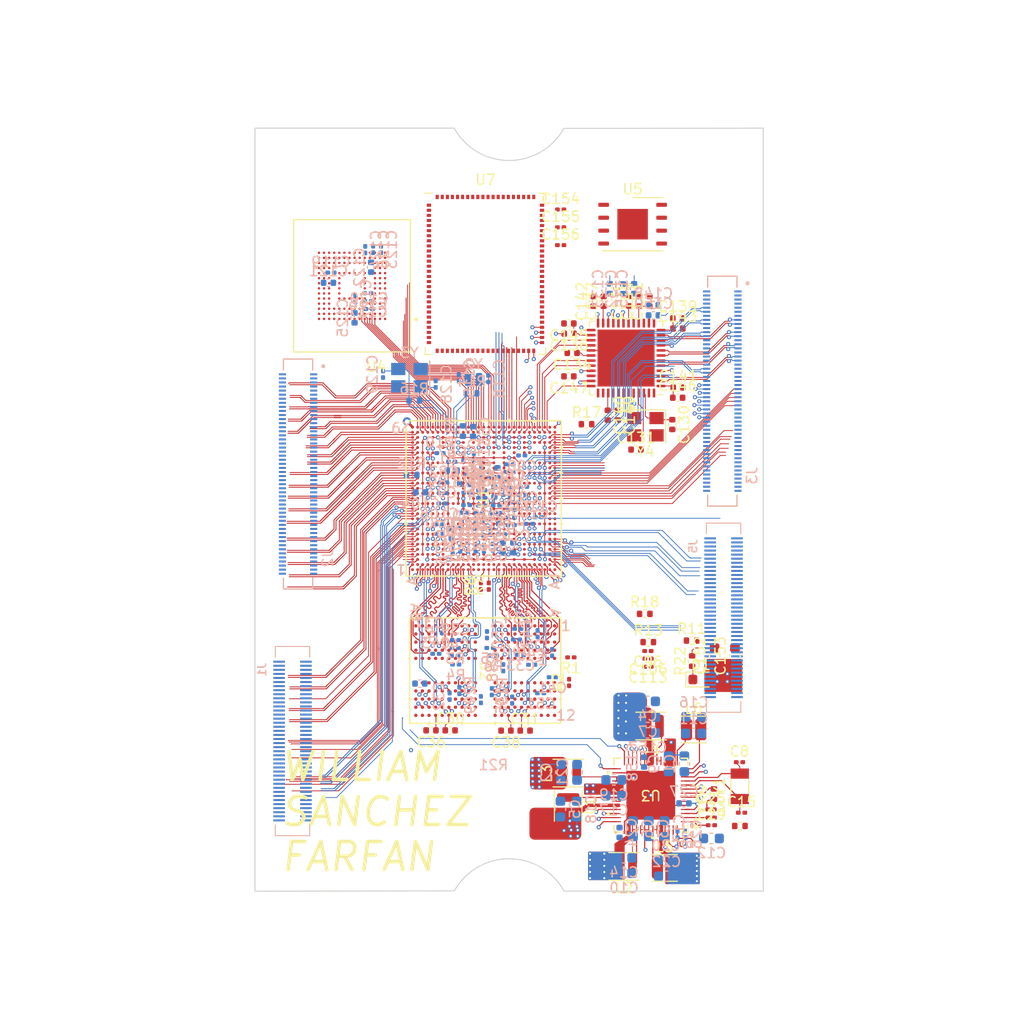
<source format=kicad_pcb>
(kicad_pcb (version 20241229) (generator "pcbnew") (generator_version "9.0")
  (layers (0 "F.Cu" signal) (4 "In1.Cu" power) (6 "In2.Cu" signal) (8 "In3.Cu" power) (10 "In4.Cu" power) (2 "B.Cu" signal) (13 "F.Paste" user) (15 "B.Paste" user) (5 "F.SilkS" user "F.Silkscreen") (7 "B.SilkS" user "B.Silkscreen") (1 "F.Mask" user) (3 "B.Mask" user) (25 "Edge.Cuts" user))
  (net 0 "")
  (net 25 "GND")
  (net 26 "Net-(L1-Pad1)")
  (net 27 "/Processor/Up_memorie_lpddr4/DRAM_DATA1_A")
  (net 28 "/Processor/Up_memorie_lpddr4/DRAM_DATA7_A")
  (net 29 "/Processor/Up_memorie_lpddr4/DRAM_DATA0_A")
  (net 30 "/Processor/Up_memorie_lpddr4/DRAM_DATA5_A")
  (net 33 "Net-(U2A-ZQ0)")
  (net 34 "/Processor/Up_memorie_lpddr4/DRAM_DATA6_A")
  (net 35 "/Processor/Up_memorie_lpddr4/DRAM_DATA2_A")
  (net 36 "/Processor/Up_memorie_lpddr4/DRAM_DATA4_A")
  (net 37 "/Processor/Up_memorie_lpddr4/DRAM_DATA15_A")
  (net 38 "Net-(U2A-ZQ1)")
  (net 39 "/Processor/Up_memorie_lpddr4/DRAM_DATA3_A")
  (net 40 "Net-(L2-Pad1)")
  (net 41 "/Processor/Up_memorie_lpddr4/DRAM_DATA8_A")
  (net 42 "/Processor/Up_memorie_lpddr4/DRAM_DATA14_A")
  (net 43 "/power/LDO2")
  (net 44 "/Processor/Up_memorie_lpddr4/DRAM_DATA9_A")
  (net 45 "Net-(L3-Pad1)")
  (net 46 "/Processor/Up_memorie_lpddr4/DRAM_DATA10_A")
  (net 47 "Net-(L4-Pad1)")
  (net 48 "/Processor/Up_memorie_lpddr4/DRAM_DATA11_A")
  (net 49 "/Processor/Up_memorie_lpddr4/DRAM_DATA13_A")
  (net 50 "VLDO4")
  (net 51 "/Processor/Up_memorie_lpddr4/DRAM_DATA12_A")
  (net 52 "/Processor/Up_memorie_lpddr4/DRAM_DATA5_B")
  (net 53 "/Processor/Up_memorie_lpddr4/DRAM_DATA2_B")
  (net 54 "/Processor/Up_memorie_lpddr4/DRAM_DATA4_B")
  (net 55 "/Processor/Up_memorie_lpddr4/DRAM_DATA3_B")
  (net 58 "Net-(L5-Pad1)")
  (net 61 "/Processor/Up_memorie_lpddr4/DRAM_DMI0_A")
  (net 62 "/Processor/Up_memorie_lpddr4/DRAM_CA3_A")
  (net 63 "Net-(U1B-DRAM_ZN)")
  (net 64 "/Processor/Up_memorie_lpddr4/DRAM_CA2_A")
  (net 65 "/Processor/Up_memorie_lpddr4/DRAM_CKE1_A")
  (net 66 "/Processor/Up_memorie_lpddr4/DRAM_DMI1_A")
  (net 72 "/Processor/Up_memorie_lpddr4/DRAM_nCS1_A")
  (net 73 "/Processor/Up_memorie_lpddr4/DRAM_CKE0_A")
  (net 74 "/Processor/Up_memorie_lpddr4/DRAM_CA1_A")
  (net 76 "/Processor/Up_memorie_lpddr4/DRAM_CA0_A")
  (net 79 "/Processor/Up_memorie_lpddr4/DRAM_DATA1_B")
  (net 80 "/Processor/Up_memorie_lpddr4/DRAM_DATA0_B")
  (net 81 "/Processor/Up_memorie_lpddr4/DRAM_DATA6_B")
  (net 82 "/Processor/Up_memorie_lpddr4/DRAM_DATA7_B")
  (net 83 "/Processor/Up_memorie_lpddr4/DRAM_DATA11_B")
  (net 84 "/Processor/Up_memorie_lpddr4/DRAM_CA4_A")
  (net 85 "/Processor/Up_memorie_lpddr4/DRAM_DATA10_B")
  (net 86 "/Processor/Up_memorie_lpddr4/DRAM_DATA12_B")
  (net 87 "/Processor/Up_memorie_lpddr4/DRAM_CA5_A")
  (net 88 "/Processor/Up_memorie_lpddr4/DRAM_DATA13_B")
  (net 89 "/Processor/Up_memorie_lpddr4/DRAM_nCS0_A")
  (net 90 "/Processor/Up_memorie_lpddr4/DRAM_nCS1_B")
  (net 91 "/Processor/Up_memorie_lpddr4/DRAM_DATA14_B")
  (net 92 "/Processor/Up_memorie_lpddr4/DRAM_CA4_B")
  (net 93 "/Processor/Up_memorie_lpddr4/DRAM_DATA15_B")
  (net 94 "/Processor/Up_memorie_lpddr4/DRAM_DATA8_B")
  (net 95 "/Processor/Up_memorie_lpddr4/DRAM_CA5_B")
  (net 96 "/Processor/Up_memorie_lpddr4/DRAM_DATA9_B")
  (net 97 "VDD_SYS")
  (net 98 "PM_VDD_3V3")
  (net 99 "PMC_32K_OUT")
  (net 100 "PMIC_ON_REQ")
  (net 101 "SD2_RESET_B")
  (net 102 "PMC_nINT")
  (net 103 "PM_VDDA_1V8")
  (net 104 "/Processor/Up_memorie_lpddr4/DRAM_CA0_B")
  (net 105 "/Processor/Up_memorie_lpddr4/DRAM_CA1_B")
  (net 106 "/Processor/Up_memorie_lpddr4/DRAM_CKE0_B")
  (net 107 "/Processor/Up_memorie_lpddr4/DRAM_CKE1_B")
  (net 108 "/Processor/Up_memorie_lpddr4/DRAM_nCS0_B")
  (net 109 "/Processor/Up_memorie_lpddr4/DRAM_DMI0_B")
  (net 110 "/Processor/Up_memorie_lpddr4/DRAM_CA2_B")
  (net 111 "/Processor/Up_memorie_lpddr4/DRAM_CA3_B")
  (net 112 "/Processor/Up_memorie_lpddr4/DRAM_DMI1_B")
  (net 114 "/power/XTAL_OUT")
  (net 115 "/power/XTAL_IN")
  (net 116 "PM_VDD_ARM")
  (net 117 "PM_VDD_SoC")
  (net 118 "/Processor/storage/QSPIA_DATA2")
  (net 119 "/Processor/storage/QSPIA_DATA1")
  (net 120 "/Processor/storage/QSPIA_nSS0")
  (net 121 "/Processor/storage/SD3_DATA7")
  (net 122 "/Processor/storage/SD3_DATA2")
  (net 123 "/Processor/storage/QSPIA_DATA3")
  (net 124 "/Processor/storage/QSPIA_SCLK")
  (net 125 "/Processor/storage/SD3_DATA6")
  (net 126 "/Processor/storage/SD3_DATA1")
  (net 127 "/Processor/storage/SD3_DATA5")
  (net 128 "/Processor/storage/SD3_DATA0")
  (net 129 "/Processor/storage/QSPIA_DATA0")
  (net 130 "/Processor/storage/SD3_DATA4")
  (net 131 "/Processor/storage/SD3_DATA3")
  (net 132 "/Processor/storage/SD3_STROBE")
  (net 133 "/Processor/storage/SD3_CMD")
  (net 134 "/Processor/storage/SD3_CLK")
  (net 135 "BB_VSD_3V3")
  (net 136 "PMC_SDAH")
  (net 137 "PMC_SCLH")
  (net 138 "PMC_SDAL")
  (net 139 "PMC_SCLL")
  (net 140 "WDOG_B")
  (net 141 "SD2_VSEL")
  (net 142 "PMIC_RST_B")
  (net 143 "PMIC_STBY_REC")
  (net 144 "I2C1_SCL")
  (net 145 "I2C1_SDA")
  (net 146 "NVCC_SNVS_1V8")
  (net 147 "NVCC_SD2")
  (net 148 "PM_VDD_1V8")
  (net 151 "Net-(U1F-XTALI_24M)")
  (net 152 "Net-(U1F-XTALO_24M)")
  (net 153 "Net-(U1D-RTC_XTALI)")
  (net 154 "Net-(U1D-RTC_XTALO)")
  (net 155 "Net-(U1D-PCIE_RESREF)")
  (net 156 "GPIO1_IO06")
  (net 157 "GPIO1_IO14")
  (net 158 "GPIO1_IO12")
  (net 159 "GPIO1_IO13")
  (net 160 "GPIO1_IO00")
  (net 161 "GPIO1_IO08")
  (net 162 "USB1_RX_P")
  (net 163 "USB1_TX_P")
  (net 164 "USB2_RX_P")
  (net 165 "USB2_TX_P")
  (net 166 "PCIE_RXN_P")
  (net 167 "PCIE_TXN_P")
  (net 168 "DSI1_D0_P")
  (net 169 "DSI1_D1_P")
  (net 170 "DSI1_CLK_P")
  (net 171 "DSI1_D2_P")
  (net 172 "DSI1_D3_P")
  (net 173 "CSI2_D2_P")
  (net 174 "CSI2_CLK_P")
  (net 175 "CSI2_D1_P")
  (net 176 "CSI2_D0_P")
  (net 177 "LVDS1_D0_P")
  (net 178 "LVDS1_D1_P")
  (net 179 "LVDS1_CLK_P")
  (net 180 "GPIO1_IO05")
  (net 181 "GPIO1_IO15")
  (net 182 "GPIO1_IO10")
  (net 183 "GPIO1_IO09")
  (net 184 "USB1_RX_N")
  (net 185 "USB1_TX_N")
  (net 186 "USB2_RX_N")
  (net 187 "USB2_TX_N")
  (net 188 "PCIE_RXN_N")
  (net 189 "PCIE_TXN_N")
  (net 190 "DSI1_D0_N")
  (net 191 "DSI1_D1_N")
  (net 192 "DSI1_CLK_N")
  (net 193 "DSI1_D2_N")
  (net 194 "DSI1_D3_N")
  (net 195 "CSI2_D3_N")
  (net 196 "CSI2_D2_N")
  (net 197 "CSI2_CLK_N")
  (net 198 "CSI2_D1_N")
  (net 199 "CSI2_D0_N")
  (net 200 "LVDS1_D0_N")
  (net 201 "LVDS1_D1_N")
  (net 202 "LVDS1_CLK_N")
  (net 203 "LVDS1_D2_P")
  (net 204 "LVDS1_D2_N")
  (net 205 "LVDS1_D3_P")
  (net 206 "GPIO1_IO11")
  (net 207 "USB1_D_P")
  (net 208 "USB2_D_P")
  (net 209 "PCIE_REF_PAD_CLK_P")
  (net 210 "CSI1_D0_P")
  (net 211 "CSI1_D1_P")
  (net 212 "CSI1_CLK_P")
  (net 213 "CSI1_D2_P")
  (net 214 "CSI1_D3_P")
  (net 215 "LVDS1_D3_N")
  (net 216 "LVDS0_D0_P")
  (net 217 "GPIO1_IO01")
  (net 218 "USB1_D_N")
  (net 219 "USB2_D_N")
  (net 220 "PCIE_REF_PAD_CLK_N")
  (net 221 "CSI1_D0_N")
  (net 222 "CSI1_D1_N")
  (net 223 "CSI1_CLK_N")
  (net 224 "CSI1_D2_N")
  (net 225 "CSI1_D3_N")
  (net 226 "LVDS0_D0_N")
  (net 227 "LVDS0_D1_P")
  (net 228 "GPIO1_IO07")
  (net 229 "BOOT_MODE1")
  (net 230 "JTAG_TDO")
  (net 231 "LVDS0_D1_N")
  (net 232 "LVDS0_CLK_P")
  (net 233 "BOOT_MODE2")
  (net 234 "BOOT_MODE0")
  (net 235 "BOOT_MODE3")
  (net 236 "JTAG_TMS")
  (net 237 "JTAG_TDI")
  (net 238 "JTAG_TCK")
  (net 239 "JTAG_MOD")
  (net 240 "LVDS0_CLK_N")
  (net 241 "LVDS0_D2_P")
  (net 242 "LVDS0_D2_N")
  (net 243 "LVDS0_D3_P")
  (net 244 "LVDS0_D3_N")
  (net 245 "CLKIN1")
  (net 246 "CLKOUT1")
  (net 247 "CLKIN2")
  (net 248 "CLKOUT2")
  (net 249 "SDC1_DATA7")
  (net 250 "SDC1_DATA4")
  (net 251 "SDC1_DATA3")
  (net 252 "SDC1_DATA2")
  (net 253 "SDC1_RESET_B")
  (net 254 "SDC1_STROBE")
  (net 255 "SDC1_CLK")
  (net 256 "SDC1_CMD")
  (net 257 "SDC1_DATA1")
  (net 258 "SDC1_DATA0")
  (net 259 "SDC2_DATA3")
  (net 260 "SDC2_DATA2")
  (net 261 "SDC1_DATA6")
  (net 262 "SDC1_DATA5")
  (net 263 "SDC2_CMD")
  (net 264 "SDC2_CLK")
  (net 265 "SAI1_RXD0")
  (net 266 "SAI5_RXFS")
  (net 267 "SAI3_TXFS")
  (net 268 "ENET_TD0")
  (net 269 "SDC2_WP")
  (net 270 "SDC2_DATA0")
  (net 271 "SDC2_DATA1")
  (net 272 "UART1_RXD")
  (net 273 "I2C4_SCL")
  (net 274 "SAI1_RXD4")
  (net 275 "SAI5_RXC")
  (net 276 "SAI5_RXD1")
  (net 277 "ENET_TD3")
  (net 278 "SDC2_RESET_B")
  (net 279 "SDC2_CD_B")
  (net 280 "UART3_RXD")
  (net 281 "I2C2_SDA")
  (net 282 "SAI1_MCLK")
  (net 283 "SAI5_RXD3")
  (net 284 "SAI5_RXD0")
  (net 285 "ENET_TXC")
  (net 286 "ENET_TD1")
  (net 287 "ENET_RX_CTL")
  (net 288 "ENET_RXC")
  (net 289 "UART2_RXD")
  (net 290 "I2C4_SDA")
  (net 291 "SAI1_RXD1")
  (net 292 "SAI5_MCLK")
  (net 293 "SAI5_RXD2")
  (net 294 "SAI3_RXD")
  (net 295 "ENET_TX_CTL")
  (net 296 "ENET_TD2")
  (net 297 "ENET_RD3")
  (net 298 "ENET_RD2")
  (net 299 "ENET_RD1")
  (net 300 "ENET_RD0")
  (net 301 "UART2_TXD")
  (net 302 "UART4_TXD")
  (net 303 "I2C2_SCL")
  (net 304 "SAI1_RXC")
  (net 305 "SAI1_RXD2")
  (net 306 "SAI1_RXD7")
  (net 307 "SAI2_TXC")
  (net 308 "SAI2_TXD0")
  (net 309 "SAI2_RXFS")
  (net 310 "SAI3_TXD")
  (net 311 "SAI3_TXC")
  (net 313 "ENET_MDC")
  (net 314 "ENET_MDIO")
  (net 315 "UART1_TXD")
  (net 316 "UART3_TXD")
  (net 317 "UART4_RXD")
  (net 318 "I2C3_SDA")
  (net 319 "I2C3_SCL")
  (net 320 "SAI1_RXD3")
  (net 321 "SAI1_RXFS")
  (net 322 "SAI1_TXC")
  (net 323 "SAI2_RXD0")
  (net 324 "SAI2_MCLK")
  (net 325 "SAI2_RXC")
  (net 326 "SAI3_RXC")
  (net 327 "SAI3_RXFS")
  (net 328 "SAI3_MCLK")
  (net 329 "/Processor/Up_memorie_lpddr4/DRAM_CK_A+")
  (net 330 "/Processor/Up_memorie_lpddr4/DRAM_CK_A-")
  (net 331 "/Processor/Up_memorie_lpddr4/DRAM_CK_B-")
  (net 332 "/Processor/Up_memorie_lpddr4/DRAM_CK_B+")
  (net 335 "/Processor/Up_memorie_lpddr4/DRAM_SDQS0_B-")
  (net 336 "/Processor/Up_memorie_lpddr4/DRAM_SDQS1_B-")
  (net 337 "/Processor/Up_memorie_lpddr4/DRAM_SDQS0_B+")
  (net 338 "/Processor/Up_memorie_lpddr4/DRAM_SDQS1_B+")
  (net 339 "/Processor/Up_memorie_lpddr4/DRAM_SDQS0_A+")
  (net 340 "/Processor/Up_memorie_lpddr4/DRAM_SDQS1_A+")
  (net 341 "/Processor/Up_memorie_lpddr4/DRAM_SDQS0_A-")
  (net 342 "/Processor/Up_memorie_lpddr4/DRAM_SDQS1_A-")
  (net 343 "CSI2_D3_P")
  (net 349 "LED2")
  (net 350 "LED1")
  (net 357 "TXRXA_N")
  (net 358 "Net-(U3B-VINT)")
  (net 359 "TXRXB_N")
  (net 362 "Net-(U4-VDDI)")
  (net 363 "Net-(U6A-XI)")
  (net 364 "Net-(U6A-XO)")
  (net 365 "/Processor/up_config/1v8")
  (net 368 "/Processor/up_config/3v3")
  (net 370 "/Processor/up_config/1v2")
  (net 373 "SAI1_TXD7")
  (net 378 "TXRXC_N")
  (net 379 "TXRXD_N")
  (net 380 "TXRXA_P")
  (net 382 "TXRXB_P")
  (net 383 "SAI1_TXD4")
  (net 386 "SAI1_RXD6")
  (net 389 "SAI1_TXD5")
  (net 390 "SAI1_TXD6")
  (net 391 "TXRXC_P")
  (net 392 "TXRXD_P")
  (net 393 "ECSPI1_MISO")
  (net 394 "ECSPI1_MOSI")
  (net 395 "ECSPI1_SCLK")
  (net 396 "EARC_AUX")
  (net 397 "ECSPI1_SSO")
  (net 398 "EARC_N_HPD")
  (net 399 "ECSPI2_MISO")
  (net 402 "/Processor/Up_memorie_lpddr4/RESET")
  (net 403 "USB1_VBUS")
  (net 404 "USB2_VBUS")
  (net 405 "HDMI_DDC_SCL")
  (net 406 "HDMI_CEC")
  (net 407 "HDMI_HPD")
  (net 408 "HDMI_DDC_SDA")
  (net 409 "HDMI_TXC_P")
  (net 410 "HDMI_TX0_P")
  (net 411 "HDMI_TX1_P")
  (net 412 "HDMI_TX2_P")
  (net 413 "HDMI_TXC_N")
  (net 414 "HDMI_TX0_N")
  (net 415 "HDMI_TX1_N")
  (net 416 "HDMI_TX2_N")
  (net 417 "EARC_P_UTIL")
  (net 418 "ECSPI2_MOSI")
  (net 419 "ECSPI2_SCLK")
  (net 420 "ECSPI2_SSO")
  (net 438 "+3V3")
  (net 480 "USB1_TXRTUNE")
  (net 481 "USB1_DNU")
  (net 482 "USB2_DNU")
  (net 483 "USB2_TXRTUNE")
  (net 484 "ON{slash}OFF")
  (net 485 "POR_B")
  (net 486 "Net-(U3B-LX5)")
  (net 488 "/Processor/up_config/LED_MODE")
  (net 489 "/Processor/up_config/ISET")
  (net 490 "UART3_RTS")
  (net 493 "UART3_CTS")
  (net 501 "SAI1_TXD0")
  (net 502 "SAI1_TXD2")
  (net 503 "SAI1_RXD5")
  (net 504 "SAI1_TXD3")
  (net 505 "SAI1_TXD1")
  (net 506 "SAI1_TXFS")
  (net 514 "PM_NVCC_DRAM_1V1")
  (net 515 "LP4_VDD1")
  (net 516 "LP4_VDD2")
  (net 566 "SAI2_TXFS")
  (net 618 "Net-(D1-K)")
  (footprint "Capacitor_SMD:C_0402_1005Metric" (layer "F.Cu") (at 147.48 88.6)
    (property "Reference" "C131")
    (property "Value" "12Pf")
  )
  (footprint "Capacitor_SMD:C_0201_0603Metric" (layer "F.Cu") (at 148.67 109.15 180)
    (property "Reference" "C106")
    (property "Value" "0.22uF")
  )
  (footprint "Capacitor_SMD:C_0201_0603Metric" (layer "F.Cu") (at 154.895399 125.525)
    (property "Reference" "C29")
    (property "Value" "1uF")
  )
  (footprint "Resistor_SMD:R_0402_1005Metric" (layer "F.Cu") (at 148.69 107.525)
    (property "Reference" "R13")
    (property "Value" "100K")
  )
  (footprint "Capacitor_SMD:C_0402_1005Metric" (layer "F.Cu") (at 129.2 116.2)
    (property "Reference" "C30")
    (property "Value" "10uF")
  )
  (footprint "Capacitor_SMD:C_0402_1005Metric" (layer "F.Cu") (at 145.7 85.22 -90)
    (property "Reference" "C149")
    (property "Value" "100nF")
  )
  (footprint "Capacitor_SMD:C_0402_1005Metric" (layer "F.Cu") (at 147.8 74.02 90)
    (property "Reference" "C144")
    (property "Value" "10uF")
  )
  (footprint "Capacitor_SMD:C_0201_0603Metric" (layer "F.Cu") (at 140.07 66.75)
    (property "Reference" "C155")
    (property "Value" "100nF")
  )
  (footprint "Crystal:Crystal_SMD_3215-2Pin_3.2x1.5mm" (layer "F.Cu") (at 157.687099 121.699999 90)
    (property "Reference" "Y1")
    (property "Value" "32.768KHz")
  )
  (footprint "Inductor_SMD:L_Cenker_CKCS201610" (layer "F.Cu") (at 150.287099 129.724999)
    (property "Reference" "L5")
    (property "Value" "0.47uH")
  )
  (footprint "Resistor_SMD:R_0402_1005Metric" (layer "F.Cu") (at 152.95 107.375)
    (property "Reference" "R11")
    (property "Value" "100K")
  )
  (footprint "Capacitor_SMD:C_0603_1608Metric" (layer "F.Cu") (at 155.215 108.875 90)
    (property "Reference" "C152")
    (property "Value" "10uF")
  )
  (footprint "Capacitor_SMD:C_0402_1005Metric" (layer "F.Cu") (at 151.62 82.5)
    (property "Reference" "C141")
    (property "Value" "100nF")
  )
  (footprint "Resistor_SMD:R_0402_1005Metric" (layer "F.Cu") (at 157.7 125.6 180)
    (property "Reference" "R21")
    (property "Value" "100K")
  )
  (footprint "Capacitor_SMD:C_0402_1005Metric" (layer "F.Cu") (at 140.88 76.2 180)
    (property "Reference" "C145")
    (property "Value" "100nF")
  )
  (footprint "Package_DFN_QFN:QFN-48-1EP_7x7mm_P0.5mm_EP5.6x5.6mm" (layer "F.Cu") (at 146.5 79.6 180)
    (property "Reference" "U6")
    (property "Value" "KSZ9131RNXI")
  )
  (footprint "Capacitor_SMD:C_0402_1005Metric" (layer "F.Cu") (at 146.8 74 90)
    (property "Reference" "C138")
    (property "Value" "100nF")
  )
  (footprint "Capacitor_SMD:C_0201_0603Metric" (layer "F.Cu") (at 140.07 65)
    (property "Reference" "C154")
    (property "Value" "100nF")
  )
  (footprint "Inductor_SMD:L_APV_ANR252012" (layer "F.Cu") (at 148.962099 115.774999 180)
    (property "Reference" "L4")
    (property "Value" "0.47uH")
  )
  (footprint "Resistor_SMD:R_0201_0603Metric" (layer "F.Cu") (at 141.075 109.025 180)
    (property "Reference" "R1")
    (property "Value" "240")
  )
  (footprint "Capacitor_SMD:C_0402_1005Metric" (layer "F.Cu") (at 148.8 74.02 90)
    (property "Reference" "C151")
    (property "Value" "100nF")
  )
  (footprint "Capacitor_SMD:C_0402_1005Metric" (layer "F.Cu") (at 144.3 74.02 90)
    (property "Reference" "C137")
    (property "Value" "100nF")
  )
  (footprint "Capacitor_SMD:C_0603_1608Metric" (layer "F.Cu") (at 157.215 108.875 90)
    (property "Reference" "C153")
    (property "Value" "10uF")
  )
  (footprint "Resistor_SMD:R_0402_1005Metric" (layer "F.Cu") (at 142.615 86.1)
    (property "Reference" "R17")
    (property "Value" "10K")
  )
  (footprint "Inductor_SMD:L_Cenker_CKCS201610" (layer "F.Cu") (at 153.149599 116.119999)
    (property "Reference" "L6")
    (property "Value" "0.47uH")
  )
  (footprint "Capacitor_SMD:C_0201_0603Metric" (layer "F.Cu") (at 140.07 68.5)
    (property "Reference" "C156")
    (property "Value" "100nF")
  )
  (footprint "Capacitor_SMD:C_0402_1005Metric" (layer "F.Cu") (at 140.88 81.4 180)
    (property "Reference" "C147")
    (property "Value" "100nF")
  )
  (footprint "_W_SBC:VFBGA200_10X14-5_DT_MRN" (layer "F.Cu") (at 132.65 110.325 -90)
    (property "Reference" "U2")
    (property "Value" "MT53E1536M32D4DT-046 WT:A")
  )
  (footprint "Capacitor_SMD:C_0201_0603Metric" (layer "F.Cu") (at 157.861299 124.292499)
    (property "Reference" "C15")
    (property "Value" "18pF")
  )
  (footprint "Capacitor_SMD:C_0201_0603Metric" (layer "F.Cu") (at 157.661299 119.324999)
    (property "Reference" "C8")
    (property "Value" "18pF")
  )
  (footprint "Package_DFN_QFN:W-PDFN-8-1EP_6x5mm_P1.27mm_EP3x3mm" (layer "F.Cu") (at 147.15 66.44)
    (property "Reference" "U5")
    (property "Value" "MT25QUxxxxxx1xW7")
  )
  (footprint "Resistor_SMD:R_0402_1005Metric" (layer "F.Cu") (at 155.137899 122.4725 90)
    (property "Reference" "R9")
    (property "Value" "100K")
  )
  (footprint "LED_SMD:LED_0603_1608Metric" (layer "F.Cu") (at 153.8625 111.2)
    (property "Reference" "D1")
    (property "Value" "GREEN")
  )
  (footprint "Resistor_SMD:R_0402_1005Metric" (layer "F.Cu") (at 148.34 104.75)
    (property "Reference" "R18")
    (property "Value" "6.04k")
  )
  (footprint "Resistor_SMD:R_0402_1005Metric" (layer "F.Cu") (at 153 109.39 90)
    (property "Reference" "R22")
    (property "Value" "1K")
  )
  (footprint "_W_SBC:BGA153C50P14X14_1300X1150X80N" (layer "F.Cu") (at 119.55 72.5 180)
    (property "Reference" "U4")
    (property "Value" "SDINBDG4-8G")
  )
  (footprint "Capacitor_SMD:C_0402_1005Metric" (layer "F.Cu") (at 143.3 74.02 90)
    (property "Reference" "C142")
    (property "Value" "100nF")
  )
  (footprint "Capacitor_SMD:C_0201_0603Metric" (layer "F.Cu") (at 154.862899 123.975)
    (property "Reference" "C25")
    (property "Value" "1uF")
  )
  (footprint "Capacitor_SMD:C_0402_1005Metric" (layer "F.Cu") (at 144.7 85.22 -90)
    (property "Reference" "C140")
    (property "Value" "100nF")
  )
  (footprint "Capacitor_SMD:C_0402_1005Metric" (layer "F.Cu") (at 134.695 116.225 180)
    (property "Reference" "C38")
    (property "Value" "10uF")
  )
  (footprint "_W_SBC:LFBGA548_SOT2047-1_NXP" (layer "F.Cu") (at 132.5 93.4 90)
    (property "Reference" "U1")
    (property "Value" "MIMX8ML8CVNKZAB")
  )
  (footprint "Capacitor_SMD:C_0402_1005Metric" (layer "F.Cu") (at 141.2 79.1 180)
    (property "Reference" "C134")
    (property "Value" "100nF")
  )
  (footprint "Capacitor_SMD:C_0402_1005Metric" (layer "F.Cu") (at 151.58 83.5)
    (property "Reference" "C146")
    (property "Value" "100nF")
  )
  (footprint "Capacitor_SMD:C_0201_0603Metric" (layer "F.Cu") (at 154.880399 124.775)
    (property "Reference" "C23")
    (property "Value" "1uF")
  )
  (footprint "Resistor_SMD:R_0201_0603Metric" (layer "F.Cu") (at 140.9 111.495 90)
    (property "Reference" "R2")
    (property "Value" "240")
  )
  (footprint "Resistor_SMD:R_0201_0603Metric" (layer "F.Cu") (at 133 102.03 90)
    (property "Reference" "R7")
    (property "Value" "10K")
  )
  (footprint "Capacitor_SMD:C_0402_1005Metric" (layer "F.Cu") (at 151.05 86.1375 -90)
    (property "Reference" "C130")
    (property "Value" "12Pf")
  )
  (footprint "Resistor_SMD:R_0201_0603Metric" (layer "F.Cu") (at 132.225 102.025 90)
    (property "Reference" "R8")
    (property "Value" "240")
  )
  (footprint "_W_SBC:HVQFN56_SOT949-6_NXP" (layer "F.Cu") (at 148.937099 122.574999 180)
    (property "Reference" "U3")
    (property "Value" "PCA9450CHNY")
  )
  (footprint "Inductor_SMD:L_APV_ANR252012" (layer "F.Cu") (at 146.312099 129.574999 180)
    (property "Reference" "L2")
    (property "Value" "0.47uH")
  )
  (footprint "Capacitor_SMD:C_0402_1005Metric" (layer "F.Cu") (at 151.58 75.7)
    (property "Reference" "C139")
    (property "Value" "10uF")
  )
  (footprint "Capacitor_SMD:C_0402_1005Metric" (layer "F.Cu") (at 140.9 77.2 180)
    (property "Reference" "C136")
    (property "Value" "100nF")
  )
  (footprint "Inductor_SMD:L_APV_ANR252012" (layer "F.Cu") (at 140.812099 123.624999 -90)
    (property "Reference" "L1")
    (property "Value" "0.47uH")
  )
  (footprint "Capacitor_SMD:C_0402_1005Metric" (layer "F.Cu") (at 136.575 116.225)
    (property "Reference" "C31")
    (property "Value" "10uF")
  )
  (footprint "Inductor_SMD:L_APV_ANR252012" (layer "F.Cu") (at 140.825 120.4 180)
    (property "Reference" "L3")
    (property "Value" "0.47uH")
  )
  (footprint "Capacitor_SMD:C_0402_1005Metric" (layer "F.Cu") (at 151.6 76.7)
    (property "Reference" "C143")
    (property "Value" "100nF")
  )
  (footprint "_W_SBC:SPB228-QFN-96_11.55x15.55_Pitch0.5mm" (layer "F.Cu") (at 132.675 71.325)
    (property "Reference" "U7")
    (property "Value" "~")
  )
  (footprint "Capacitor_SMD:C_0402_1005Metric" (layer "F.Cu") (at 127.32 116.2 180)
    (property "Reference" "C36")
    (property "Value" "10uF")
  )
  (footprint "Capacitor_SMD:C_0201_0603Metric" (layer "F.Cu") (at 148.655 109.95 180)
    (property "Reference" "C113")
    (property "Value" "0.22uF")
  )
  (footprint "Crystal:Crystal_SMD_3225-4Pin_3.2x2.5mm" (layer "F.Cu") (at 148.4 86.35 180)
    (property "Reference" "Y4")
    (property "Value" "25MHz")
  )
  (footprint "Capacitor_SMD:C_0201_0603Metric" (layer "F.Cu") (at 148.65 108.4 180)
    (property "Reference" "C96")
    (property "Value" "1uF")
  )
  (footprint "Capacitor_SMD:C_0201_0603Metric" (layer "B.Cu") (at 132.305 92.6 180)
    (property "Reference" "C85")
    (property "Value" "1uF")
  )
  (footprint "Capacitor_SMD:C_0402_1005Metric" (layer "B.Cu") (at 119.8 75.65 -90)
    (property "Reference" "C125")
    (property "Value" "10uF")
  )
  (footprint "Resistor_SMD:R_0201_0603Metric" (layer "B.Cu") (at 128.2 88.95 180)
    (property "Reference" "R10")
    (property "Value" "100K")
  )
  (footprint "Capacitor_SMD:C_0201_0603Metric" (layer "B.Cu") (at 130.0475 81.555 90)
    (property "Reference" "C115")
    (property "Value" "12pF")
  )
  (footprint "Capacitor_SMD:C_0201_0603Metric" (layer "B.Cu") (at 133.15 95.2 -90)
    (property "Reference" "C65")
    (property "Value" "1uF")
  )
  (footprint "Capacitor_SMD:C_0201_0603Metric" (layer "B.Cu") (at 130.825 94.05)
    (property "Reference" "C90")
    (property "Value" "1uF")
  )
  (footprint "Capacitor_SMD:C_0201_0603Metric" (layer "B.Cu") (at 132.25 91.48 -90)
    (property "Reference" "C97")
    (property "Value" "1uF")
  )
  (footprint "Capacitor_SMD:C_0201_0603Metric" (layer "B.Cu") (at 119.875 73.775 90)
    (property "Reference" "C127")
    (property "Value" "0.22uF")
  )
  (footprint "Capacitor_SMD:C_0603_1608Metric" (layer "B.Cu") (at 140.049599 123.937499 90)
    (property "Reference" "C5")
    (property "Value" "22uF")
  )
  (footprint "Capacitor_SMD:C_0201_0603Metric" (layer "B.Cu") (at 130.95 96.645 -90)
    (property "Reference" "C83")
    (property "Value" "1uF")
  )
  (footprint "Capacitor_SMD:C_0201_0603Metric" (layer "B.Cu") (at 127.8 108.675 180)
    (property "Reference" "C43")
    (property "Value" "1uF")
  )
  (footprint "Capacitor_SMD:C_0402_1005Metric" (layer "B.Cu") (at 121.425 70.67 -90)
    (property "Reference" "C122")
    (property "Value" "10uF")
  )
  (footprint "Capacitor_SMD:C_0201_0603Metric" (layer "B.Cu") (at 139.225 108.555 -90)
    (property "Reference" "C44")
    (property "Value" "1uF")
  )
  (footprint "Capacitor_SMD:C_0201_0603Metric" (layer "B.Cu") (at 139.25 110.975)
    (property "Reference" "C41")
    (property "Value" "1uF")
  )
  (footprint "Capacitor_SMD:C_0201_0603Metric" (layer "B.Cu") (at 121.105 73.225)
    (property "Reference" "C116")
    (property "Value" "0.22uF")
  )
  (footprint "Capacitor_SMD:C_0201_0603Metric" (layer "B.Cu") (at 129.725 107.325 180)
    (property "Reference" "C39")
    (property "Value" "1uF")
  )
  (footprint "Capacitor_SMD:C_0201_0603Metric" (layer "B.Cu") (at 138.105 112.55)
    (property "Reference" "C51")
    (property "Value" "1uF")
  )
  (footprint "Resistor_SMD:R_0402_1005Metric" (layer "B.Cu") (at 125.415 91.1 180)
    (property "Reference" "R12")
    (property "Value" "8.2K")
  )
  (footprint "Capacitor_SMD:C_0201_0603Metric" (layer "B.Cu") (at 132.425 96.695 -90)
    (property "Reference" "C94")
    (property "Value" "1uF")
  )
  (footprint "Capacitor_SMD:C_0201_0603Metric" (layer "B.Cu") (at 128.4075 93.9 180)
    (property "Reference" "C93")
    (property "Value" "1uF")
  )
  (footprint "Capacitor_SMD:C_0201_0603Metric" (layer "B.Cu") (at 132.9475 81.63 90)
    (property "Reference" "C118")
    (property "Value" "12pF")
  )
  (footprint "Capacitor_SMD:C_0201_0603Metric" (layer "B.Cu") (at 121.625 68.9225 90)
    (property "Reference" "C126")
    (property "Value" "0.22uF")
  )
  (footprint "Capacitor_SMD:C_0603_1608Metric" (layer "B.Cu") (at 152.237099 119.487499 -90)
    (property "Reference" "C1")
    (property "Value" "10uF")
  )
  (footprint "Capacitor_SMD:C_0201_0603Metric" (layer "B.Cu") (at 122.6 81.195 -90)
    (property "Reference" "C129")
    (property "Value" "12pF")
  )
  (footprint "Capacitor_SMD:C_0201_0603Metric" (layer "B.Cu") (at 135.195 94.525)
    (property "Reference" "C71")
    (property "Value" "1uF")
  )
  (footprint "Capacitor_SMD:C_0201_0603Metric" (layer "B.Cu") (at 128.13 95.95 180)
    (property "Reference" "C108")
    (property "Value" "1uF")
  )
  (footprint "Capacitor_SMD:C_0201_0603Metric" (layer "B.Cu") (at 130.2 98.28 -90)
    (property "Reference" "C84")
    (property "Value" "1uF")
  )
  (footprint "Capacitor_SMD:C_0201_0603Metric" (layer "B.Cu") (at 120.85 68.945 90)
    (property "Reference" "C124")
    (property "Value" "0.22uF")
  )
  (footprint "Capacitor_SMD:C_0402_1005Metric" (layer "B.Cu") (at 147.3 72.78 -90)
    (property "Reference" "C135")
    (property "Value" "100nF")
  )
  (footprint "Capacitor_SMD:C_0201_0603Metric" (layer "B.Cu") (at 137.8 106.7 -90)
    (property "Reference" "C42")
    (property "Value" "1uF")
  )
  (footprint "Capacitor_SMD:C_0402_1005Metric" (layer "B.Cu") (at 130.62 91.975 180)
    (property "Reference" "C66")
    (property "Value" "10uF")
  )
  (footprint "Capacitor_SMD:C_0603_1608Metric" (layer "B.Cu") (at 148.6246 116.45)
    (property "Reference" "C157")
    (property "Value" "10uF")
  )
  (footprint "Capacitor_SMD:C_0201_0603Metric" (layer "B.Cu") (at 132.225 113.18 -90)
    (property "Reference" "C49")
    (property "Value" "1uF")
  )
  (footprint "Capacitor_SMD:C_0201_0603Metric" (layer "B.Cu") (at 131.525 89.32 90)
    (property "Reference" "C102")
    (property "Value" "1uF")
  )
  (footprint "Capacitor_SMD:C_0201_0603Metric" (layer "B.Cu") (at 132.3 94.1 180)
    (property "Reference" "C74")
    (property "Value" "1uF")
  )
  (footprint "Capacitor_SMD:C_0201_0603Metric" (layer "B.Cu") (at 136.2425 89.175)
    (property "Reference" "C98")
    (property "Value" "1uF")
  )
  (footprint "Resistor_SMD:R_0201_0603Metric" (layer "B.Cu") (at 133.3 112.4 90)
    (property "Reference" "R19")
    (property "Value" "150")
  )
  (footprint "Capacitor_SMD:C_0201_0603Metric" (layer "B.Cu") (at 135.855 106.225 180)
    (property "Reference" "C34")
    (property "Value" "1uF")
  )
  (footprint "Capacitor_SMD:C_0402_1005Metric" (layer "B.Cu") (at 152.195399 123.375 180)
    (property "Reference" "C27")
    (property "Value" "10uF")
  )
  (footprint "Capacitor_SMD:C_0402_1005Metric" (layer "B.Cu") (at 134.375 98.27 -90)
    (property "Reference" "C59")
    (property "Value" "10uF")
  )
  (footprint "Capacitor_SMD:C_0603_1608Metric" (layer "B.Cu") (at 141.649599 123.937499 90)
    (property "Reference" "C18")
    (property "Value" "22uF")
  )
  (footprint "Capacitor_SMD:C_0201_0603Metric" (layer "B.Cu") (at 134.425 110.045 -90)
    (property "Reference" "C48")
    (property "Value" "1uF")
  )
  (footprint "Capacitor_SMD:C_0201_0603Metric" (layer "B.Cu") (at 132.525 98.3 -90)
    (property "Reference" "C73")
    (property "Value" "1uF")
  )
  (footprint "Capacitor_SMD:C_0603_1608Metric" (layer "B.Cu") (at 141.687899 120.325 -90)
    (property "Reference" "C21")
    (property "Value" "22uF")
  )
  (footprint "Capacitor_SMD:C_0201_0603Metric" (layer "B.Cu") (at 132.825 106.8 90)
    (property "Reference" "C50")
    (property "Value" "1uF")
  )
  (footprint "Capacitor_SMD:C_0201_0603Metric" (layer "B.Cu") (at 136.125 108.775)
    (property "Reference" "C33")
    (property "Value" "1uF")
  )
  (footprint "Capacitor_SMD:C_0603_1608Metric" (layer "B.Cu") (at 145.298799 122.625)
    (property "Reference" "C17")
    (property "Value" "10uF")
  )
  (footprint "Capacitor_SMD:C_0201_0603Metric" (layer "B.Cu") (at 135.07 91.55)
    (property "Reference" "C91")
    (property "Value" "1uF")
  )
  (footprint "Capacitor_SMD:C_0201_0603Metric" (layer "B.Cu") (at 137 95.9 180)
    (property "Reference" "C107")
    (property "Value" "1uF")
  )
  (footprint "Capacitor_SMD:C_0201_0603Metric" (layer "B.Cu") (at 135.205 96.025)
    (property "Reference" "C105")
    (property "Value" "1uF")
  )
  (footprint "Capacitor_SMD:C_0201_0603Metric" (layer "B.Cu") (at 128.155 96.875 180)
    (property "Reference" "C70")
    (property "Value" "1uF")
  )
  (footprint "Crystal:Crystal_SMD_3225-4Pin_3.2x2.5mm" (layer "B.Cu") (at 125.1975 81.53 180)
    (property "Reference" "Y3")
    (property "Value" "24MHz")
  )
  (footprint "Capacitor_SMD:C_0201_0603Metric" (layer "B.Cu") (at 135.2 95.275)
    (property "Reference" "C99")
    (property "Value" "1uF")
  )
  (footprint "Capacitor_SMD:C_0402_1005Metric" (layer "B.Cu") (at 131.45 86.82 90)
    (property "Reference" "C53")
    (property "Value" "10uF")
  )
  (footprint "Capacitor_SMD:C_0201_0603Metric" (layer "B.Cu") (at 134.27 96.925)
    (property "Reference" "C78")
    (property "Value" "1uF")
  )
  (footprint "Capacitor_SMD:C_0603_1608Metric" (layer "B.Cu") (at 153.149599 116.499999 180)
    (property "Reference" "C11")
    (property "Value" "22uF")
  )
  (footprint "Capacitor_SMD:C_0201_0603Metric" (layer "B.Cu") (at 127.775 82.165 90)
    (property "Reference" "C128")
    (property "Value" "12pF")
  )
  (footprint "Resistor_SMD:R_0201_0603Metric" (layer "B.Cu") (at 129.755 109.725)
    (property "Reference" "R4")
    (property "Value" "10K")
  )
  (footprint "Capacitor_SMD:C_0201_0603Metric" (layer "B.Cu") (at 131.7 96.695 -90)
    (property "Reference" "C69")
    (property "Value" "1uF")
  )
  (footprint "Capacitor_SMD:C_0201_0603Metric" (layer "B.Cu") (at 135.3 113.225 -90)
    (property "Reference" "C35")
    (property "Value" "1uF")
  )
  (footprint "Capacitor_SMD:C_0201_0603Metric" (layer "B.Cu") (at 128.5425 91.825 180)
    (property "Reference" "C82")
    (property "Value" "1uF")
  )
  (footprint "Capacitor_SMD:C_0603_1608Metric" (layer "B.Cu") (at 154.900399 126.825)
    (property "Reference" "C12")
    (property "Value" "10uF")
  )
  (footprint "Capacitor_SMD:C_0402_1005Metric" (layer "B.Cu") (at 133.55 92.77 90)
    (property "Reference" "C52")
    (property "Value" "10uF")
  )
  (footprint "Capacitor_SMD:C_0201_0603Metric" (layer "B.Cu") (at 132.25 90.025 -90)
    (property "Reference" "C110")
    (property "Value" "1uF")
  )
  (footprint "Capacitor_SMD:C_0603_1608Metric" (layer "B.Cu") (at 150.474599 130.549999 180)
    (property "Reference" "C22")
    (property "Value" "22uF")
  )
  (footprint "Capacitor_SMD:C_0201_0603Metric" (layer "B.Cu") (at 135.07 90.05)
    (property "Reference" "C86")
    (property "Value" "1uF")
  )
  (footprint "Capacitor_SMD:C_0201_0603Metric" (layer "B.Cu") (at 130.775 90.775 90)
    (property "Reference" "C64")
    (property "Value" "1uF")
  )
  (footprint "Capacitor_SMD:C_0201_0603Metric" (layer "B.Cu") (at 122.4 68.93 90)
    (property "Reference" "C123")
    (property "Value" "0.22uF")
  )
  (footprint "Capacitor_SMD:C_0402_1005Metric" (layer "B.Cu") (at 135.4 98.245 -90)
    (property "Reference" "C55")
    (property "Value" "10uF")
  )
  (footprint "Capacitor_SMD:C_0201_0603Metric" (layer "B.Cu") (at 128.375 106.295 -90)
    (property "Reference" "C46")
    (property "Value" "1uF")
  )
  (footprint "Capacitor_SMD:C_0402_1005Metric" (layer "B.Cu") (at 146.2 72.8 -90)
    (property "Reference" "C132")
    (property "Value" "10uF")
  )
  (footprint "Capacitor_SMD:C_0603_1608Metric" (layer "B.Cu") (at 148.737099 125.862499 90)
    (property "Reference" "C3")
    (property "Value" "10uF")
  )
  (footprint "Capacitor_SMD:C_0201_0603Metric" (layer "B.Cu") (at 121.125 74)
    (property "Reference" "C117")
    (property "Value" "1uF")
  )
  (footprint "Capacitor_SMD:C_0201_0603Metric" (layer "B.Cu") (at 130.5 89.355 90)
    (property "Reference" "C100")
    (property "Value" "1uF")
  )
  (footprint "Capacitor_SMD:C_0603_1608Metric" (layer "B.Cu") (at 148.649599 114.9)
    (property "Reference" "C7")
    (property "Value" "22uF")
  )
  (footprint "Capacitor_SMD:C_0603_1608Metric" (layer "B.Cu") (at 150.687099 119.487499 -90)
    (property "Reference" "C9")
    (property "Value" "10uF")
  )
  (footprint "Capacitor_SMD:C_0201_0603Metric" (layer "B.Cu") (at 133.4 98.19 -90)
    (property "Reference" "C67")
    (property "Value" "1uF")
  )
  (footprint "Capacitor_SMD:C_0201_0603Metric" (layer "B.Cu") (at 129.45 98.495 -90)
    (property "Reference" "C76")
    (property "Value" "1uF")
  )
  (footprint "Capacitor_SMD:C_0201_0603Metric" (layer "B.Cu") (at 135.55 93.775)
    (property "Reference" "C77")
    (property "Value" "1uF")
  )
  (footprint "Capacitor_SMD:C_0402_1005Metric" (layer "B.Cu") (at 149.2 75.4 180)
    (property "Reference" "C150")
    (property "Value" "100nF")
  )
  (footprint "Capacitor_SMD:C_0201_0603Metric" (layer "B.Cu") (at 133 91.08 -90)
    (property "Reference" "C88")
    (property "Value" "1uF")
  )
  (footprint "Capacitor_SMD:C_0201_0603Metric" (layer "B.Cu") (at 151.562899 126.4325 90)
    (property "Reference" "C28")
    (property "Value" "1uF")
  )
  (footprint "Capacitor_SMD:C_0201_0603Metric" (layer "B.Cu") (at 128.45 92.875 180)
    (property "Reference" "C89")
    (property "Value" "1uF")
  )
  (footprint "Capacitor_SMD:C_0402_1005Metric" (layer "B.Cu") (at 129.35 96.845 -90)
    (property "Reference" "C62")
    (property "Value" "10uF")
  )
  (footprint "_W_SBC:HIROSE_DF40C-100DS-0.4V_51_" (layer "B.Cu") (at 155.97 82.85 90)
    (property "Reference" "J3")
    (property "Value" "Front_Left")
  )
  (footprint "Resistor_SMD:R_0402_1005Metric" (layer "B.Cu") (at 130.45 86.775 -90)
    (property "Reference" "R15")
    (property "Value" "10K")
  )
  (footprint "Capacitor_SMD:C_0402_1005Metric" (layer "B.Cu") (at 148.274599 119.319999 -90)
    (property "Reference" "C158")
    (property "Value" "4.7uF")
  )
  (footprint "_W_SBC:HRS_DF40C-80DS-0.4V_51_" (layer "B.Cu") (at 156.095 105.125 -90)
    (property "Reference" "J5")
    (property "Value" "DF40C-80DP-0.4V_51_")
  )
  (footprint "Resistor_SMD:R_0402_1005Metric" (layer "B.Cu") (at 131.315 83.075 180)
    (property "Reference" "R14")
    (property "Value" "4.7M")
  )
  (footprint "Capacitor_SMD:C_0201_0603Metric" (layer "B.Cu") (at 129.655 108.875 180)
    (property "Reference" "C47")
    (property "Value" "1uF")
  )
  (footprint "Capacitor_SMD:C_0504_1310Metric" (layer "B.Cu") (at 131.4975 81.705 180)
    (property "Reference" "Y2")
    (property "Value" "32.768KHz")
  )
  (footprint "Capacitor_SMD:C_0402_1005Metric" (layer "B.Cu") (at 145.862899 126.2425 90)
    (property "Reference" "C24")
    (property "Value" "10uF")
  )
  (footprint "Capacitor_SMD:C_0603_1608Metric" (layer "B.Cu") (at 150.287099 125.862499 90)
    (property "Reference" "C13")
    (property "Value" "10uF")
  )
  (footprint "Capacitor_SMD:C_0201_0603Metric" (layer "B.Cu") (at 130.2 96.645 -90)
    (property "Reference" "C57")
    (property "Value" "1uF")
  )
  (footprint "Capacitor_SMD:C_0402_1005Metric" (layer "B.Cu") (at 134 95.38 -90)
    (property "Reference" "C56")
    (property "Value" "10uF")
  )
  (footprint "Capacitor_SMD:C_0201_0603Metric" (layer "B.Cu") (at 129.355 89.8 180)
    (property "Reference" "C87")
    (property "Value" "1uF")
  )
  (footprint "Capacitor_SMD:C_0402_1005Metric" (layer "B.Cu") (at 144.9 72.78 -90)
    (property "Reference" "C133")
    (property "Value" "100nF")
  )
  (footprint "Resistor_SMD:R_0201_0603Metric" (layer "B.Cu") (at 133.455 108.85)
    (property "Reference" "R6")
    (property "Value" "10K")
  )
  (footprint "Capacitor_SMD:C_0201_0603Metric" (layer "B.Cu") (at 129.15 112.855 -90)
    (property "Reference" "C32")
    (property "Value" "1uF")
  )
  (footprint "Capacitor_SMD:C_0201_0603Metric" (layer "B.Cu") (at 133.75 94.1)
    (property "Reference" "C80")
    (property "Value" "1uF")
  )
  (footprint "Capacitor_SMD:C_0603_1608Metric" (layer "B.Cu") (at 145.298799 121.075)
    (property "Reference" "C19")
    (property "Value" "10uF")
  )
  (footprint "Resistor_SMD:R_0201_0603Metric" (layer "B.Cu") (at 129.705 108.1)
    (property "Reference" "R3")
    (property "Value" "10K")
  )
  (footprint "Capacitor_SMD:C_0603_1608Metric" (layer "B.Cu") (at 147.187099 125.862499 90)
    (property "Reference" "C6")
    (property "Value" "10uF")
  )
  (footprint "Capacitor_SMD:C_0603_1608Metric" (layer "B.Cu") (at 146.298799 128.724999)
    (property "Reference" "C14")
    (property "Value" "22uF")
  )
  (footprint "Resistor_SMD:R_0201_0603Metric" (layer "B.Cu") (at 130.105 112.2825 90)
    (property "Reference" "R20")
    (property "Value" "150")
  )
  (footprint "Capacitor_SMD:C_0201_0603Metric" (layer "B.Cu") (at 134.75 92.3 180)
    (property "Reference" "C111")
    (property "Value" "1uF")
  )
  (footprint "Capacitor_SMD:C_0402_1005Metric" (layer "B.Cu") (at 126.3 92.8)
    (property "Reference" "C104")
    (property "Value" "10uF")
  )
  (footprint "Capacitor_SMD:C_0201_0603Metric" (layer "B.Cu") (at 131.475 90.8 90)
    (property "Reference" "C72")
    (property "Value" "1uF")
  )
  (footprint "Capacitor_SMD:C_0201_0603Metric" (layer "B.Cu") (at 134.745 93.05 180)
    (property "Reference" "C68")
    (property "Value" "1uF")
  )
  (footprint "Capacitor_SMD:C_0201_0603Metric" (layer "B.Cu") (at 133.15 96.645 -90)
    (property "Reference" "C103")
    (property "Value" "1uF")
  )
  (footprint "Capacitor_SMD:C_0201_0603Metric" (layer "B.Cu") (at 132.055 94.85)
    (property "Reference" "C54")
    (property "Value" "1uF")
  )
  (footprint "Capacitor_SMD:C_0201_0603Metric" (layer "B.Cu") (at 130.925 98.225 -90)
    (property "Reference" "C79")
    (property "Value" "1uF")
  )
  (footprint "Capacitor_SMD:C_0201_0603Metric" (layer "B.Cu") (at 135.725 107.275)
    (property "Reference" "C40")
    (property "Value" "1uF")
  )
  (footprint "Resistor_SMD:R_0201_0603Metric" (layer "B.Cu") (at 133.12 108.1)
    (property "Reference" "R5")
    (property "Value" "10K")
  )
  (footprint "Capacitor_SMD:C_0201_0603Metric" (layer "B.Cu") (at 136.43 92.25)
    (property "Reference" "C95")
    (property "Value" "1uF")
  )
  (footprint "Capacitor_SMD:C_0402_1005Metric" (layer "B.Cu") (at 129.395 90.65 180)
    (property "Reference" "C81")
    (property "Value" "10uF")
  )
  (footprint "_W_SBC:HIROSE_DF40C-100DS-0.4V_51_" (layer "B.Cu") (at 114.24 91 90)
    (property "Reference" "J2")
    (property "Value" "Front_Right")
  )
  (footprint "Capacitor_SMD:C_0402_1005Metric" (layer "B.Cu") (at 133.85 90.875 -90)
    (property "Reference" "C58")
    (property "Value" "10uF")
  )
  (footprint "Capacitor_SMD:C_0402_1005Metric" (layer "B.Cu") (at 117.23 72.2 180)
    (property "Reference" "C121")
    (property "Value" "4.7uF")
  )
  (footprint "Capacitor_SMD:C_0201_0603Metric" (layer "B.Cu") (at 132.055 95.6)
    (property "Reference" "C60")
    (property "Value" "1uF")
  )
  (footprint "Capacitor_SMD:C_0201_0603Metric" (layer "B.Cu") (at 121.23 74.775 180)
    (property "Reference" "C120")
    (property "Value" "0.22uF")
  )
  (footprint "Capacitor_SMD:C_0201_0603Metric" (layer "B.Cu") (at 130.605 94.8)
    (property "Reference" "C92")
    (property "Value" "1uF")
  )
  (footprint "Capacitor_SMD:C_0402_1005Metric" (layer "B.Cu") (at 149.19 74.4 180)
    (property "Reference" "C148")
    (property "Value" "10uF")
  )
  (footprint "Resistor_SMD:R_0402_1005Metric" (layer "B.Cu") (at 125.665 83.775 180)
    (property "Reference" "R16")
    (property "Value" "510K")
  )
  (footprint "Capacitor_SMD:C_0201_0603Metric" (layer "B.Cu") (at 132.305 93.35 180)
    (property "Reference" "C61")
    (property "Value" "1uF")
  )
  (footprint "Capacitor_SMD:C_0201_0603Metric" (layer "B.Cu") (at 130.605 95.55)
    (property "Reference" "C109")
    (property "Value" "1uF")
  )
  (footprint "Capacitor_SMD:C_0603_1608Metric" (layer "B.Cu") (at 150.449599 128.949999 180)
    (property "Reference" "C20")
    (property "Value" "22uF")
  )
  (footprint "Capacitor_SMD:C_0201_0603Metric" (layer "B.Cu") (at 117.475 71.2 180)
    (property "Reference" "C119")
    (property "Value" "0.22uF")
  )
  (footprint "Capacitor_SMD:C_0603_1608Metric" (layer "B.Cu") (at 148.612099 113.349999)
    (property "Reference" "C4")
    (property "Value" "22uF")
  )
  (footprint "Capacitor_SMD:C_0201_0603Metric" (layer "B.Cu") (at 135.07 90.8)
    (property "Reference" "C101")
    (property "Value" "1uF")
  )
  (footprint "_W_SBC:HRS_DF40C-80DS-0.4V_51_" (layer "B.Cu") (at 113.695 117.25 -90)
    (property "Reference" "J1")
    (property "Value" "DF40C-80DP-0.4V_51_")
  )
  (footprint "Capacitor_SMD:C_0201_0603Metric" (layer "B.Cu") (at 130.855 92.825 180)
    (property "Reference" "C75")
    (property "Value" "1uF")
  )
  (footprint "Capacitor_SMD:C_0201_0603Metric" (layer "B.Cu") (at 137.88 95.25 180)
    (property "Reference" "C114")
    (property "Value" "1uF")
  )
  (footprint "Capacitor_SMD:C_0603_1608Metric" (layer "B.Cu") (at 146.298799 130.249999)
    (property "Reference" "C10")
    (property "Value" "22uF")
  )
  (footprint "Capacitor_SMD:C_0201_0603Metric" (layer "B.Cu") (at 152.362899 126.4175 90)
    (property "Reference" "C26")
    (property "Value" "1uF")
  )
  (footprint "Capacitor_SMD:C_0201_0603Metric" (layer "B.Cu") (at 136.32 93.05)
    (property "Reference" "C112")
    (property "Value" "1uF")
  )
  (footprint "Capacitor_SMD:C_0402_1005Metric" (layer "B.Cu") (at 126.225 111.6 180)
    (property "Reference" "C37")
    (property "Value" "10uF")
  )
  (footprint "Capacitor_SMD:C_0603_1608Metric" (layer "B.Cu") (at 140.087899 120.325 -90)
    (property "Reference" "C2")
    (property "Value" "22uF")
  )
  (footprint "Capacitor_SMD:C_0603_1608Metric" (layer "B.Cu") (at 153.157099 114.874999 180)
    (property "Reference" "C16")
    (property "Value" "22uF")
  )
  (footprint "Capacitor_SMD:C_0201_0603Metric" (layer "B.Cu") (at 137.225 109.75 180)
    (property "Reference" "C45")
    (property "Value" "1uF")
  )
  (footprint "Capacitor_SMD:C_0201_0603Metric" (layer "B.Cu") (at 131.7 98.27 -90)
    (property "Reference" "C63")
    (property "Value" "1uF")
  )
  (gr_line (start 129.6 57) (end 110 57) (stroke (width 0.1)) (layer "Edge.Cuts"))
  (gr_line (start 160 57) (end 160 132) (stroke (width 0.1)) (layer "Edge.Cuts"))
  (gr_arc (start 129.611401 131.979571) (mid 135.011697 128.822633) (end 140.399999 132) (stroke (width 0.1)) (layer "Edge.Cuts"))
  (gr_line (start 140.4 132) (end 160 132) (stroke (width 0.1)) (layer "Edge.Cuts"))
  (gr_line (start 110 132.010214) (end 110 57) (stroke (width 0.1)) (layer "Edge.Cuts"))
  (gr_line (start 110 132.010214) (end 129.611401 131.979571) (stroke (width 0.1)) (layer "Edge.Cuts"))
  (gr_arc (start 140.388599 57.020425) (mid 134.988304 60.177365) (end 129.600001 57) (stroke (width 0.1)) (layer "Edge.Cuts"))
  (gr_line (start 160 57) (end 140.388599 57.020425) (stroke (width 0.1)) (layer "Edge.Cuts"))
  (gr_text "" (at 139.005 112.425 90) (layer "F.SilkS") (effects (font (size 1.27 1.27))))
  (gr_text "" (at 126.005 113.225 90) (layer "F.SilkS") (effects (font (size 1.27 1.27))))
  (gr_text "" (at 127.305 112.425 90) (layer "F.SilkS") (effects (font (size 1.27 1.27))))
  (gr_text "" (at 133.155 106.825 90) (layer "F.SilkS") (effects (font (size 1.27 1.27))))
  (gr_text "" (at 135.105 105.225 90) (layer "F.SilkS") (effects (font (size 1.27 1.27))))
  (gr_text "" (at 128.605 111.625 90) (layer "F.SilkS") (effects (font (size 1.27 1.27))))
  (gr_text "" (at 125.355 106.85 90) (layer "F.SilkS") (effects (font (size 1.27 1.27))))
  (gr_text "" (at 129.255 113.225 90) (layer "F.SilkS") (effects (font (size 1.27 1.27))))
  (gr_text "" (at 137.055 112.425 90) (layer "F.SilkS") (effects (font (size 1.27 1.27))))
  (gr_text "" (at 137.705 106.85 90) (layer "F.SilkS") (effects (font (size 1.27 1.27))))
  (gr_text "" (at 131.205 108.425 90) (layer "F.SilkS") (effects (font (size 1.27 1.27))))
  (gr_text "" (at 129.905 112.425 90) (layer "F.SilkS") (effects (font (size 1.27 1.27))))
  (gr_text "" (at 136.405 106.05 90) (layer "F.SilkS") (effects (font (size 1.27 1.27))))
  (gr_text "" (at 126.005 114.025 90) (layer "F.SilkS") (effects (font (size 1.27 1.27))))
  (gr_text "" (at 127.955 112.425 90) (layer "F.SilkS") (effects (font (size 1.27 1.27))))
  (gr_text "" (at 137.055 111.625 90) (layer "F.SilkS") (effects (font (size 1.27 1.27))))
  (gr_text "" (at 138.355 111.625 90) (layer "F.SilkS") (effects (font (size 1.27 1.27))))
  (gr_text "" (at 131.205 110.825 90) (layer "F.SilkS") (effects (font (size 1.27 1.27))))
  (gr_text "" (at 129.905 114.025 90) (layer "F.SilkS") (effects (font (size 1.27 1.27))))
  (gr_text "" (at 133.805 114.025 90) (layer "F.SilkS") (effects (font (size 1.27 1.27))))
  (gr_text "" (at 137.055 114.025 90) (layer "F.SilkS") (effects (font (size 1.27 1.27))))
  (gr_text "" (at 136.405 106.825 90) (layer "F.SilkS") (effects (font (size 1.27 1.27))))
  (gr_text "" (at 133.805 107.625 90) (layer "F.SilkS") (effects (font (size 1.27 1.27))))
  (gr_text "" (at 131.205 111.625 90) (layer "F.SilkS") (effects (font (size 1.27 1.27))))
  (gr_text "" (at 133.805 107.65 90) (layer "F.SilkS") (effects (font (size 1.27 1.27))))
  (gr_text "" (at 129.905 110.825 90) (layer "F.SilkS") (effects (font (size 1.27 1.27))))
  (gr_text "" (at 137.705 112.425 90) (layer "F.SilkS") (effects (font (size 1.27 1.27))))
  (gr_text "" (at 130.555 110.025 90) (layer "F.SilkS") (effects (font (size 1.27 1.27))))
  (gr_text "" (at 137.705 106.025 90) (layer "F.SilkS") (effects (font (size 1.27 1.27))))
  (gr_text "" (at 139.005 114.025 90) (layer "F.SilkS") (effects (font (size 1.27 1.27))))
  (gr_text "" (at 133.805 106.05 90) (layer "F.SilkS") (effects (font (size 1.27 1.27))))
  (gr_text "" (at 136.405 108.45 90) (layer "F.SilkS") (effects (font (size 1.27 1.27))))
  (gr_text "" (at 136.405 107.625 90) (layer "F.SilkS") (effects (font (size 1.27 1.27))))
  (gr_text "" (at 126.005 105.25 90) (layer "F.SilkS") (effects (font (size 1.27 1.27))))
  (gr_text "" (at 139.005 110.825 90) (layer "F.SilkS") (effects (font (size 1.27 1.27))))
  (gr_text "" (at 129.255 108.425 90) (layer "F.SilkS") (effects (font (size 1.27 1.27))))
  (gr_text "" (at 133.805 105.225 90) (layer "F.SilkS") (effects (font (size 1.27 1.27))))
  (gr_text "" (at 129.905 107.625 90) (layer "F.SilkS") (effects (font (size 1.27 1.27))))
  (gr_text "" (at 135.105 108.425 90) (layer "F.SilkS") (effects (font (size 1.27 1.27))))
  (gr_text "" (at 137.055 106.05 90) (layer "F.SilkS") (effects (font (size 1.27 1.27))))
  (gr_text "" (at 137.705 112.425 90) (layer "F.SilkS") (effects (font (size 1.27 1.27))))
  (gr_text "" (at 134.455 105.25 90) (layer "F.SilkS") (effects (font (size 1.27 1.27))))
  (gr_text "" (at 138.355 111.625 90) (layer "F.SilkS") (effects (font (size 1.27 1.27))))
  (gr_text "" (at 131.205 111.625 90) (layer "F.SilkS") (effects (font (size 1.27 1.27))))
  (gr_text "" (at 127.955 106.05 90) (layer "F.SilkS") (effects (font (size 1.27 1.27))))
  (gr_text "" (at 137.055 112.425 90) (layer "F.SilkS") (effects (font (size 1.27 1.27))))
  (gr_text "" (at 127.955 107.625 90) (layer "F.SilkS") (effects (font (size 1.27 1.27))))
  (gr_text "" (at 129.255 105.25 90) (layer "F.SilkS") (effects (font (size 1.27 1.27))))
  (gr_text "" (at 129.905 113.225 90) (layer "F.SilkS") (effects (font (size 1.27 1.27))))
  (gr_text "" (at 135.755 105.225 90) (layer "F.SilkS") (effects (font (size 1.27 1.27))))
  (gr_text "" (at 137.705 108.425 90) (layer "F.SilkS") (effects (font (size 1.27 1.27))))
  (gr_text "" (at 129.255 106.85 90) (layer "F.SilkS") (effects (font (size 1.27 1.27))))
  (gr_text "" (at 134.455 112.425 90) (layer "F.SilkS") (effects (font (size 1.27 1.27))))
  (gr_text "" (at 139.005 105.225 90) (layer "F.SilkS") (effects (font (size 1.27 1.27))))
  (gr_text "" (at 131.205 107.65 90) (layer "F.SilkS") (effects (font (size 1.27 1.27))))
  (gr_text "" (at 133.155 107.65 90) (layer "F.SilkS") (effects (font (size 1.27 1.27))))
  (gr_text "" (at 129.255 112.425 90) (layer "F.SilkS") (effects (font (size 1.27 1.27))))
  (gr_text "" (at 139.005 107.625 90) (layer "F.SilkS") (effects (font (size 1.27 1.27))))
  (gr_text "" (at 139.005 111.625 90) (layer "F.SilkS") (effects (font (size 1.27 1.27))))
  (gr_text "" (at 126.005 112.425 90) (layer "F.SilkS") (effects (font (size 1.27 1.27))))
  (gr_text "" (at 127.955 106.85 90) (layer "F.SilkS") (effects (font (size 1.27 1.27))))
  (gr_text "" (at 137.705 110.825 90) (layer "F.SilkS") (effects (font (size 1.27 1.27))))
  (gr_text "" (at 128.605 113.225 90) (layer "F.SilkS") (effects (font (size 1.27 1.27))))
  (gr_text "" (at 134.455 106.025 90) (layer "F.SilkS") (effects (font (size 1.27 1.27))))
  (gr_text "" (at 134.455 107.625 90) (layer "F.SilkS") (effects (font (size 1.27 1.27))))
  (gr_text "" (at 126.005 106.85 90) (layer "F.SilkS") (effects (font (size 1.27 1.27))))
  (gr_text "" (at 134.455 111.625 90) (layer "F.SilkS") (effects (font (size 1.27 1.27))))
  (gr_text "" (at 129.255 110.825 90) (layer "F.SilkS") (effects (font (size 1.27 1.27))))
  (gr_text "" (at 130.555 112.425 90) (layer "F.SilkS") (effects (font (size 1.27 1.27))))
  (gr_text "" (at 128.605 111.625 90) (layer "F.SilkS") (effects (font (size 1.27 1.27))))
  (gr_text "" (at 133.805 105.25 90) (layer "F.SilkS") (effects (font (size 1.27 1.27))))
  (gr_text "" (at 138.355 112.425 90) (layer "F.SilkS") (effects (font (size 1.27 1.27))))
  (gr_text "" (at 126.655 106.85 90) (layer "F.SilkS") (effects (font (size 1.27 1.27))))
  (gr_text "" (at 135.105 106.85 90) (layer "F.SilkS") (effects (font (size 1.27 1.27))))
  (gr_text "" (at 135.105 113.225 90) (layer "F.SilkS") (effects (font (size 1.27 1.27))))
  (gr_text "" (at 137.055 105.225 90) (layer "F.SilkS") (effects (font (size 1.27 1.27))))
  (gr_text "" (at 137.055 114.025 90) (layer "F.SilkS") (effects (font (size 1.27 1.27))))
  (gr_text "" (at 135.755 105.225 90) (layer "F.SilkS") (effects (font (size 1.27 1.27))))
  (gr_text "" (at 138.355 105.25 90) (layer "F.SilkS") (effects (font (size 1.27 1.27))))
  (gr_text "" (at 139.005 111.625 90) (layer "F.SilkS") (effects (font (size 1.27 1.27))))
  (gr_text "" (at 129.905 105.225 90) (layer "F.SilkS") (effects (font (size 1.27 1.27))))
  (gr_text "" (at 130.555 111.625 90) (layer "F.SilkS") (effects (font (size 1.27 1.27))))
  (gr_text "" (at 136.405 108.425 90) (layer "F.SilkS") (effects (font (size 1.27 1.27))))
  (gr_text "" (at 135.105 105.225 90) (layer "F.SilkS") (effects (font (size 1.27 1.27))))
  (gr_text "" (at 129.255 111.625 90) (layer "F.SilkS") (effects (font (size 1.27 1.27))))
  (gr_text "" (at 127.955 106.05 90) (layer "F.SilkS") (effects (font (size 1.27 1.27))))
  (gr_text "" (at 128.605 106.025 90) (layer "F.SilkS") (effects (font (size 1.27 1.27))))
  (gr_text "" (at 137.705 110.825 90) (layer "F.SilkS") (effects (font (size 1.27 1.27))))
  (gr_text "" (at 137.705 105.25 90) (layer "F.SilkS") (effects (font (size 1.27 1.27))))
  (gr_text "" (at 137.055 106.825 90) (layer "F.SilkS") (effects (font (size 1.27 1.27))))
  (gr_text "" (at 135.105 106.025 90) (layer "F.SilkS") (effects (font (size 1.27 1.27))))
  (gr_text "" (at 134.455 110.825 90) (layer "F.SilkS") (effects (font (size 1.27 1.27))))
  (gr_text "" (at 137.055 113.225 90) (layer "F.SilkS") (effects (font (size 1.27 1.27))))
  (gr_text "" (at 129.905 106.05 90) (layer "F.SilkS") (effects (font (size 1.27 1.27))))
  (gr_text "" (at 137.705 113.225 90) (layer "F.SilkS") (effects (font (size 1.27 1.27))))
  (gr_text "" (at 127.305 112.425 90) (layer "F.SilkS") (effects (font (size 1.27 1.27))))
  (gr_text "" (at 127.305 106.025 90) (layer "F.SilkS") (effects (font (size 1.27 1.27))))
  (gr_text "" (at 135.755 106.85 90) (layer "F.SilkS") (effects (font (size 1.27 1.27))))
  (gr_text "" (at 139.005 110.825 90) (layer "F.SilkS") (effects (font (size 1.27 1.27))))
  (gr_text "" (at 137.705 108.425 90) (layer "F.SilkS") (effects (font (size 1.27 1.27))))
  (gr_text "" (at 139.005 110.825 90) (layer "F.SilkS") (effects (font (size 1.27 1.27))))
  (gr_text "" (at 135.755 114.025 90) (layer "F.SilkS") (effects (font (size 1.27 1.27))))
  (gr_text "" (at 139.005 105.25 90) (layer "F.SilkS") (effects (font (size 1.27 1.27))))
  (gr_text "" (at 134.455 112.425 90) (layer "F.SilkS") (effects (font (size 1.27 1.27))))
  (gr_text "" (at 131.205 107.625 90) (layer "F.SilkS") (effects (font (size 1.27 1.27))))
  (gr_text "" (at 128.605 106.05 90) (layer "F.SilkS") (effects (font (size 1.27 1.27))))
  (gr_text "" (at 138.355 114.025 90) (layer "F.SilkS") (effects (font (size 1.27 1.27))))
  (gr_text "" (at 127.955 108.425 90) (layer "F.SilkS") (effects (font (size 1.27 1.27))))
  (gr_text "" (at 126.005 105.225 90) (layer "F.SilkS") (effects (font (size 1.27 1.27))))
  (gr_text "" (at 133.155 106.85 90) (layer "F.SilkS") (effects (font (size 1.27 1.27))))
  (gr_text "" (at 133.805 106.825 90) (layer "F.SilkS") (effects (font (size 1.27 1.27))))
  (gr_text "" (at 139.005 108.425 90) (layer "F.SilkS") (effects (font (size 1.27 1.27))))
  (gr_text "" (at 137.705 112.425 90) (layer "F.SilkS") (effects (font (size 1.27 1.27))))
  (gr_text "" (at 128.605 111.625 90) (layer "F.SilkS") (effects (font (size 1.27 1.27))))
  (gr_text "" (at 135.105 106.85 90) (layer "F.SilkS") (effects (font (size 1.27 1.27))))
  (gr_text "" (at 137.705 114.025 90) (layer "F.SilkS") (effects (font (size 1.27 1.27))))
  (gr_text "" (at 139.005 112.425 90) (layer "F.SilkS") (effects (font (size 1.27 1.27))))
  (gr_text "" (at 134.455 111.625 90) (layer "F.SilkS") (effects (font (size 1.27 1.27))))
  (gr_text "" (at 131.205 111.625 90) (layer "F.SilkS") (effects (font (size 1.27 1.27))))
  (gr_text "" (at 134.455 105.225 90) (layer "F.SilkS") (effects (font (size 1.27 1.27))))
  (gr_text "" (at 136.405 108.45 90) (layer "F.SilkS") (effects (font (size 1.27 1.27))))
  (gr_text "" (at 129.905 114.025 90) (layer "F.SilkS") (effects (font (size 1.27 1.27))))
  (gr_text "" (at 134.455 110.825 90) (layer "F.SilkS") (effects (font (size 1.27 1.27))))
  (gr_text "" (at 135.105 112.425 90) (layer "F.SilkS") (effects (font (size 1.27 1.27))))
  (gr_text "" (at 128.605 113.225 90) (layer "F.SilkS") (effects (font (size 1.27 1.27))))
  (gr_text "" (at 135.105 114.025 90) (layer "F.SilkS") (effects (font (size 1.27 1.27))))
  (gr_text "" (at 129.255 106.825 90) (layer "F.SilkS") (effects (font (size 1.27 1.27))))
  (gr_text "" (at 136.405 113.225 90) (layer "F.SilkS") (effects (font (size 1.27 1.27))))
  (gr_text "" (at 129.905 114.025 90) (layer "F.SilkS") (effects (font (size 1.27 1.27))))
  (gr_text "" (at 133.155 110.825 90) (layer "F.SilkS") (effects (font (size 1.27 1.27))))
  (gr_text "" (at 129.905 108.425 90) (layer "F.SilkS") (effects (font (size 1.27 1.27))))
  (gr_text "" (at 127.305 106.05 90) (layer "F.SilkS") (effects (font (size 1.27 1.27))))
  (gr_text "" (at 137.705 110.025 90) (layer "F.SilkS") (effects (font (size 1.27 1.27))))
  (gr_text "" (at 133.805 112.425 90) (layer "F.SilkS") (effects (font (size 1.27 1.27))))
  (gr_text "" (at 129.255 106.825 90) (layer "F.SilkS") (effects (font (size 1.27 1.27))))
  (gr_text "" (at 137.705 105.25 90) (layer "F.SilkS") (effects (font (size 1.27 1.27))))
  (gr_text "" (at 127.305 113.225 90) (layer "F.SilkS") (effects (font (size 1.27 1.27))))
  (gr_text "" (at 137.705 113.225 90) (layer "F.SilkS") (effects (font (size 1.27 1.27))))
  (gr_text "" (at 137.055 114.025 90) (layer "F.SilkS") (effects (font (size 1.27 1.27))))
  (gr_text "" (at 128.605 107.625 90) (layer "F.SilkS") (effects (font (size 1.27 1.27))))
  (gr_text "" (at 129.905 111.625 90) (layer "F.SilkS") (effects (font (size 1.27 1.27))))
  (gr_text "" (at 133.155 107.625 90) (layer "F.SilkS") (effects (font (size 1.27 1.27))))
  (gr_text "" (at 130.555 107.625 90) (layer "F.SilkS") (effects (font (size 1.27 1.27))))
  (gr_text "" (at 133.805 108.45 90) (layer "F.SilkS") (effects (font (size 1.27 1.27))))
  (gr_text "" (at 130.555 110.825 90) (layer "F.SilkS") (effects (font (size 1.27 1.27))))
  (gr_text "" (at 133.155 110.025 90) (layer "F.SilkS") (effects (font (size 1.27 1.27))))
  (gr_text "" (at 128.605 108.425 90) (layer "F.SilkS") (effects (font (size 1.27 1.27))))
  (gr_text "" (at 127.955 110.825 90) (layer "F.SilkS") (effects (font (size 1.27 1.27))))
  (gr_text "" (at 139.005 105.25 90) (layer "F.SilkS") (effects (font (size 1.27 1.27))))
  (gr_text "" (at 128.605 106.85 90) (layer "F.SilkS") (effects (font (size 1.27 1.27))))
  (gr_text "" (at 129.255 106.025 90) (layer "F.SilkS") (effects (font (size 1.27 1.27))))
  (gr_text "" (at 125.355 110.025 90) (layer "F.SilkS") (effects (font (size 1.27 1.27))))
  (gr_text "" (at 127.955 114.025 90) (layer "F.SilkS") (effects (font (size 1.27 1.27))))
  (gr_text "" (at 134.455 105.225 90) (layer "F.SilkS") (effects (font (size 1.27 1.27))))
  (gr_text "" (at 134.455 107.65 90) (layer "F.SilkS") (effects (font (size 1.27 1.27))))
  (gr_text "" (at 135.755 112.425 90) (layer "F.SilkS") (effects (font (size 1.27 1.27))))
  (gr_text "" (at 137.705 107.625 90) (layer "F.SilkS") (effects (font (size 1.27 1.27))))
  (gr_text "" (at 133.805 107.625 90) (layer "F.SilkS") (effects (font (size 1.27 1.27))))
  (gr_text "" (at 136.405 111.625 90) (layer "F.SilkS") (effects (font (size 1.27 1.27))))
  (gr_text "" (at 138.355 108.45 90) (layer "F.SilkS") (effects (font (size 1.27 1.27))))
  (gr_text "" (at 126.005 114.025 90) (layer "F.SilkS") (effects (font (size 1.27 1.27))))
  (gr_text "" (at 129.905 106.825 90) (layer "F.SilkS") (effects (font (size 1.27 1.27))))
  (gr_text "" (at 138.355 111.625 90) (layer "F.SilkS") (effects (font (size 1.27 1.27))))
  (gr_text "" (at 137.705 106.825 90) (layer "F.SilkS") (effects (font (size 1.27 1.27))))
  (gr_text "" (at 138.355 110.825 90) (layer "F.SilkS") (effects (font (size 1.27 1.27))))
  (gr_text "" (at 139.005 113.225 90) (layer "F.SilkS") (effects (font (size 1.27 1.27))))
  (gr_text "" (at 135.755 111.625 90) (layer "F.SilkS") (effects (font (size 1.27 1.27))))
  (gr_text "" (at 139.005 105.225 90) (layer "F.SilkS") (effects (font (size 1.27 1.27))))
  (gr_text "" (at 136.405 105.25 90) (layer "F.SilkS") (effects (font (size 1.27 1.27))))
  (gr_text "" (at 138.355 110.825 90) (layer "F.SilkS") (effects (font (size 1.27 1.27))))
  (gr_text "" (at 133.805 106.05 90) (layer "F.SilkS") (effects (font (size 1.27 1.27))))
  (gr_text "" (at 134.455 110.825 90) (layer "F.SilkS") (effects (font (size 1.27 1.27))))
  (gr_text "" (at 133.805 106.025 90) (layer "F.SilkS") (effects (font (size 1.27 1.27))))
  (gr_text "" (at 127.955 108.45 90) (layer "F.SilkS") (effects (font (size 1.27 1.27))))
  (gr_text "" (at 136.405 106.025 90) (layer "F.SilkS") (effects (font (size 1.27 1.27))))
  (gr_text "" (at 137.705 110.825 90) (layer "F.SilkS") (effects (font (size 1.27 1.27))))
  (gr_text "" (at 138.355 110.825 90) (layer "F.SilkS") (effects (font (size 1.27 1.27))))
  (gr_text "" (at 135.105 106.825 90) (layer "F.SilkS") (effects (font (size 1.27 1.27))))
  (gr_text "" (at 129.255 106.85 90) (layer "F.SilkS") (effects (font (size 1.27 1.27))))
  (gr_text "" (at 135.105 112.425 90) (layer "F.SilkS") (effects (font (size 1.27 1.27))))
  (gr_text "" (at 127.955 112.425 90) (layer "F.SilkS") (effects (font (size 1.27 1.27))))
  (gr_text "" (at 135.105 105.225 90) (layer "F.SilkS") (effects (font (size 1.27 1.27))))
  (gr_text "" (at 130.555 111.625 90) (layer "F.SilkS") (effects (font (size 1.27 1.27))))
  (gr_text "" (at 135.755 108.45 90) (layer "F.SilkS") (effects (font (size 1.27 1.27))))
  (gr_text "" (at 129.255 105.225 90) (layer "F.SilkS") (effects (font (size 1.27 1.27))))
  (gr_text "" (at 137.705 105.225 90) (layer "F.SilkS") (effects (font (size 1.27 1.27))))
  (gr_text "" (at 137.705 107.625 90) (layer "F.SilkS") (effects (font (size 1.27 1.27))))
  (gr_text "" (at 131.205 106.025 90) (layer "F.SilkS") (effects (font (size 1.27 1.27))))
  (gr_text "" (at 133.805 106.025 90) (layer "F.SilkS") (effects (font (size 1.27 1.27))))
  (gr_text "" (at 139.005 114.025 90) (layer "F.SilkS") (effects (font (size 1.27 1.27))))
  (gr_text "" (at 129.905 111.625 90) (layer "F.SilkS") (effects (font (size 1.27 1.27))))
  (gr_text "" (at 139.005 113.225 90) (layer "F.SilkS") (effects (font (size 1.27 1.27))))
  (gr_text "" (at 126.005 106.825 90) (layer "F.SilkS") (effects (font (size 1.27 1.27))))
  (gr_text "" (at 129.905 105.225 90) (layer "F.SilkS") (effects (font (size 1.27 1.27))))
  (gr_text "" (at 137.055 105.25 90) (layer "F.SilkS") (effects (font (size 1.27 1.27))))
  (gr_text "" (at 134.455 106.85 90) (layer "F.SilkS") (effects (font (size 1.27 1.27))))
  (gr_text "" (at 135.755 105.225 90) (layer "F.SilkS") (effects (font (size 1.27 1.27))))
  (gr_text "" (at 137.705 108.425 90) (layer "F.SilkS") (effects (font (size 1.27 1.27))))
  (gr_text "" (at 133.805 106.025 90) (layer "F.SilkS") (effects (font (size 1.27 1.27))))
  (gr_text "" (at 135.755 106.825 90) (layer "F.SilkS") (effects (font (size 1.27 1.27))))
  (gr_text "" (at 137.705 112.425 90) (layer "F.SilkS") (effects (font (size 1.27 1.27))))
  (gr_text "" (at 129.905 108.425 90) (layer "F.SilkS") (effects (font (size 1.27 1.27))))
  (gr_text "" (at 130.555 107.65 90) (layer "F.SilkS") (effects (font (size 1.27 1.27))))
  (gr_text "" (at 137.055 107.625 90) (layer "F.SilkS") (effects (font (size 1.27 1.27))))
  (gr_text "" (at 129.905 114.025 90) (layer "F.SilkS") (effects (font (size 1.27 1.27))))
  (gr_text "" (at 129.905 108.425 90) (layer "F.SilkS") (effects (font (size 1.27 1.27))))
  (gr_text "" (at 136.405 114.025 90) (layer "F.SilkS") (effects (font (size 1.27 1.27))))
  (gr_text "" (at 129.255 114.025 90) (layer "F.SilkS") (effects (font (size 1.27 1.27))))
  (gr_text "" (at 133.805 105.25 90) (layer "F.SilkS") (effects (font (size 1.27 1.27))))
  (gr_text "" (at 130.555 108.425 90) (layer "F.SilkS") (effects (font (size 1.27 1.27))))
  (gr_text "" (at 138.355 110.825 90) (layer "F.SilkS") (effects (font (size 1.27 1.27))))
  (gr_text "" (at 134.455 106.025 90) (layer "F.SilkS") (effects (font (size 1.27 1.27))))
  (gr_text "" (at 135.755 108.425 90) (layer "F.SilkS") (effects (font (size 1.27 1.27))))
  (gr_text "" (at 135.755 105.25 90) (layer "F.SilkS") (effects (font (size 1.27 1.27))))
  (gr_text "" (at 133.805 105.25 90) (layer "F.SilkS") (effects (font (size 1.27 1.27))))
  (gr_text "" (at 129.255 114.025 90) (layer "F.SilkS") (effects (font (size 1.27 1.27))))
  (gr_text "" (at 137.055 107.65 90) (layer "F.SilkS") (effects (font (size 1.27 1.27))))
  (gr_text "" (at 129.905 110.825 90) (layer "F.SilkS") (effects (font (size 1.27 1.27))))
  (gr_text "" (at 126.655 112.425 90) (layer "F.SilkS") (effects (font (size 1.27 1.27))))
  (gr_text "" (at 129.255 106.825 90) (layer "F.SilkS") (effects (font (size 1.27 1.27))))
  (gr_text "" (at 136.405 111.625 90) (layer "F.SilkS") (effects (font (size 1.27 1.27))))
  (gr_text "" (at 127.305 106.85 90) (layer "F.SilkS") (effects (font (size 1.27 1.27))))
  (gr_text "" (at 136.405 106.85 90) (layer "F.SilkS") (effects (font (size 1.27 1.27))))
  (gr_text "" (at 138.355 106.025 90) (layer "F.SilkS") (effects (font (size 1.27 1.27))))
  (gr_text "" (at 129.905 114.025 90) (layer "F.SilkS") (effects (font (size 1.27 1.27))))
  (gr_text "" (at 128.605 107.65 90) (layer "F.SilkS") (effects (font (size 1.27 1.27))))
  (gr_text "" (at 134.455 110.025 90) (layer "F.SilkS") (effects (font (size 1.27 1.27))))
  (gr_text "" (at 127.955 111.625 90) (layer "F.SilkS") (effects (font (size 1.27 1.27))))
  (gr_text "" (at 125.355 106.85 90) (layer "F.SilkS") (effects (font (size 1.27 1.27))))
  (gr_text "" (at 129.905 106.825 90) (layer "F.SilkS") (effects (font (size 1.27 1.27))))
  (gr_text "" (at 135.105 106.05 90) (layer "F.SilkS") (effects (font (size 1.27 1.27))))
  (gr_text "" (at 130.555 110.825 90) (layer "F.SilkS") (effects (font (size 1.27 1.27))))
  (gr_text "" (at 127.955 110.025 90) (layer "F.SilkS") (effects (font (size 1.27 1.27))))
  (gr_text "" (at 126.655 111.625 90) (layer "F.SilkS") (effects (font (size 1.27 1.27))))
  (gr_text "" (at 138.355 106.85 90) (layer "F.SilkS") (effects (font (size 1.27 1.27))))
  (gr_text "" (at 126.655 106.825 90) (layer "F.SilkS") (effects (font (size 1.27 1.27))))
  (gr_text "" (at 138.355 106.825 90) (layer "F.SilkS") (effects (font (size 1.27 1.27))))
  (gr_text "" (at 128.605 106.05 90) (layer "F.SilkS") (effects (font (size 1.27 1.27))))
  (gr_text "" (at 137.705 107.625 90) (layer "F.SilkS") (effects (font (size 1.27 1.27))))
  (gr_text "" (at 137.705 105.225 90) (layer "F.SilkS") (effects (font (size 1.27 1.27))))
  (gr_text "" (at 139.005 108.45 90) (layer "F.SilkS") (effects (font (size 1.27 1.27))))
  (gr_text "" (at 126.655 111.625 90) (layer "F.SilkS") (effects (font (size 1.27 1.27))))
  (gr_text "" (at 135.105 112.425 90) (layer "F.SilkS") (effects (font (size 1.27 1.27))))
  (gr_text "" (at 139.005 106.85 90) (layer "F.SilkS") (effects (font (size 1.27 1.27))))
  (gr_text "" (at 135.755 112.425 90) (layer "F.SilkS") (effects (font (size 1.27 1.27))))
  (gr_text "" (at 129.255 110.825 90) (layer "F.SilkS") (effects (font (size 1.27 1.27))))
  (gr_text "" (at 136.405 108.425 90) (layer "F.SilkS") (effects (font (size 1.27 1.27))))
  (gr_text "" (at 129.905 105.25 90) (layer "F.SilkS") (effects (font (size 1.27 1.27))))
  (gr_text "" (at 126.005 107.65 90) (layer "F.SilkS") (effects (font (size 1.27 1.27))))
  (gr_text "" (at 129.905 107.625 90) (layer "F.SilkS") (effects (font (size 1.27 1.27))))
  (gr_text "" (at 131.205 107.625 90) (layer "F.SilkS") (effects (font (size 1.27 1.27))))
  (gr_text "" (at 135.105 107.65 90) (layer "F.SilkS") (effects (font (size 1.27 1.27))))
  (gr_text "" (at 128.605 105.25 90) (layer "F.SilkS") (effects (font (size 1.27 1.27))))
  (gr_text "" (at 137.705 107.625 90) (layer "F.SilkS") (effects (font (size 1.27 1.27))))
  (gr_text "" (at 136.405 114.025 90) (layer "F.SilkS") (effects (font (size 1.27 1.27))))
  (gr_text "" (at 126.655 114.025 90) (layer "F.SilkS") (effects (font (size 1.27 1.27))))
  (gr_text "" (at 136.405 106.85 90) (layer "F.SilkS") (effects (font (size 1.27 1.27))))
  (gr_text "" (at 127.955 112.425 90) (layer "F.SilkS") (effects (font (size 1.27 1.27))))
  (gr_text "" (at 127.305 110.825 90) (layer "F.SilkS") (effects (font (size 1.27 1.27))))
  (gr_text "" (at 128.605 114.025 90) (layer "F.SilkS") (effects (font (size 1.27 1.27))))
  (gr_text "" (at 130.555 106.825 90) (layer "F.SilkS") (effects (font (size 1.27 1.27))))
  (gr_text "" (at 135.105 105.25 90) (layer "F.SilkS") (effects (font (size 1.27 1.27))))
  (gr_text "" (at 136.405 110.825 90) (layer "F.SilkS") (effects (font (size 1.27 1.27))))
  (gr_text "" (at 129.905 108.425 90) (layer "F.SilkS") (effects (font (size 1.27 1.27))))
  (gr_text "" (at 129.905 107.625 90) (layer "F.SilkS") (effects (font (size 1.27 1.27))))
  (gr_text "" (at 131.205 106.85 90) (layer "F.SilkS") (effects (font (size 1.27 1.27))))
  (gr_text "" (at 130.555 112.425 90) (layer "F.SilkS") (effects (font (size 1.27 1.27))))
  (gr_text "" (at 139.005 107.625 90) (layer "F.SilkS") (effects (font (size 1.27 1.27))))
  (gr_text "" (at 126.655 111.625 90) (layer "F.SilkS") (effects (font (size 1.27 1.27))))
  (gr_text "" (at 136.405 105.25 90) (layer "F.SilkS") (effects (font (size 1.27 1.27))))
  (gr_text "" (at 137.705 112.425 90) (layer "F.SilkS") (effects (font (size 1.27 1.27))))
  (gr_text "" (at 129.905 110.025 90) (layer "F.SilkS") (effects (font (size 1.27 1.27))))
  (gr_text "" (at 135.105 106.05 90) (layer "F.SilkS") (effects (font (size 1.27 1.27))))
  (gr_text "" (at 129.255 110.025 90) (layer "F.SilkS") (effects (font (size 1.27 1.27))))
  (gr_text "" (at 138.355 107.625 90) (layer "F.SilkS") (effects (font (size 1.27 1.27))))
  (gr_text "WILLIAM\nSANCHEZ\nFARFAN" (at 112.4 124.2 0) (layer "F.SilkS") (effects (font (size 2.75 2.75) (thickness 0.35) (italic yes)) (justify left)))
  (gr_text "" (at 139.005 110.825 90) (layer "F.SilkS") (effects (font (size 1.27 1.27))))
  (gr_text "" (at 129.905 107.65 90) (layer "F.SilkS") (effects (font (size 1.27 1.27))))
  (gr_text "" (at 130.555 113.225 90) (layer "F.SilkS") (effects (font (size 1.27 1.27))))
  (gr_text "" (at 136.405 111.625 90) (layer "F.SilkS") (effects (font (size 1.27 1.27))))
  (gr_text "" (at 137.705 107.65 90) (layer "F.SilkS") (effects (font (size 1.27 1.27))))
  (gr_text "" (at 136.405 107.625 90) (layer "F.SilkS") (effects (font (size 1.27 1.27))))
  (gr_text "" (at 137.055 106.025 90) (layer "F.SilkS") (effects (font (size 1.27 1.27))))
  (gr_text "" (at 135.105 112.425 90) (layer "F.SilkS") (effects (font (size 1.27 1.27))))
  (gr_text "" (at 138.355 111.625 90) (layer "F.SilkS") (effects (font (size 1.27 1.27))))
  (gr_text "" (at 138.355 112.425 90) (layer "F.SilkS") (effects (font (size 1.27 1.27))))
  (gr_text "" (at 127.305 107.625 90) (layer "F.SilkS") (effects (font (size 1.27 1.27))))
  (gr_text "" (at 137.705 105.225 90) (layer "F.SilkS") (effects (font (size 1.27 1.27))))
  (gr_text "" (at 139.005 105.225 90) (layer "F.SilkS") (effects (font (size 1.27 1.27))))
  (gr_text "" (at 134.455 106.825 90) (layer "F.SilkS") (effects (font (size 1.27 1.27))))
  (gr_text "" (at 131.205 114.025 90) (layer "F.SilkS") (effects (font (size 1.27 1.27))))
  (gr_text "" (at 137.055 105.25 90) (layer "F.SilkS") (effects (font (size 1.27 1.27))))
  (gr_text "" (at 138.355 106.825 90) (layer "F.SilkS") (effects (font (size 1.27 1.27))))
  (gr_text "" (at 137.055 106.025 90) (layer "F.SilkS") (effects (font (size 1.27 1.27))))
  (gr_text "" (at 135.105 106.825 90) (layer "F.SilkS") (effects (font (size 1.27 1.27))))
  (gr_text "" (at 138.355 110.825 90) (layer "F.SilkS") (effects (font (size 1.27 1.27))))
  (gr_text "" (at 135.755 108.45 90) (layer "F.SilkS") (effects (font (size 1.27 1.27))))
  (gr_text "" (at 133.155 105.25 90) (layer "F.SilkS") (effects (font (size 1.27 1.27))))
  (gr_text "" (at 127.955 108.45 90) (layer "F.SilkS") (effects (font (size 1.27 1.27))))
  (gr_text "" (at 137.055 108.425 90) (layer "F.SilkS") (effects (font (size 1.27 1.27))))
  (gr_text "" (at 126.655 112.425 90) (layer "F.SilkS") (effects (font (size 1.27 1.27))))
  (gr_text "" (at 135.105 110.025 90) (layer "F.SilkS") (effects (font (size 1.27 1.27))))
  (gr_text "" (at 126.655 107.625 90) (layer "F.SilkS") (effects (font (size 1.27 1.27))))
  (gr_text "" (at 126.655 106.025 90) (layer "F.SilkS") (effects (font (size 1.27 1.27))))
  (gr_text "" (at 129.255 106.025 90) (layer "F.SilkS") (effects (font (size 1.27 1.27))))
  (gr_text "" (at 133.805 106.825 90) (layer "F.SilkS") (effects (font (size 1.27 1.27))))
  (gr_text "" (at 135.105 111.625 90) (layer "F.SilkS") (effects (font (size 1.27 1.27))))
  (gr_text "" (at 129.255 106.05 90) (layer "F.SilkS") (effects (font (size 1.27 1.27))))
  (gr_text "" (at 125.355 106.05 90) (layer "F.SilkS") (effects (font (size 1.27 1.27))))
  (gr_text "" (at 128.605 110.825 90) (layer "F.SilkS") (effects (font (size 1.27 1.27))))
  (gr_text "" (at 129.255 106.85 90) (layer "F.SilkS") (effects (font (size 1.27 1.27))))
  (gr_text "" (at 128.605 114.025 90) (layer "F.SilkS") (effects (font (size 1.27 1.27))))
  (gr_text "" (at 136.405 106.825 90) (layer "F.SilkS") (effects (font (size 1.27 1.27))))
  (gr_text "" (at 128.605 111.625 90) (layer "F.SilkS") (effects (font (size 1.27 1.27))))
  (gr_text "" (at 136.405 113.225 90) (layer "F.SilkS") (effects (font (size 1.27 1.27))))
  (gr_text "" (at 127.955 110.825 90) (layer "F.SilkS") (effects (font (size 1.27 1.27))))
  (gr_text "" (at 135.105 111.625 90) (layer "F.SilkS") (effects (font (size 1.27 1.27))))
  (gr_text "" (at 136.405 105.225 90) (layer "F.SilkS") (effects (font (size 1.27 1.27))))
  (gr_text "" (at 136.405 106.05 90) (layer "F.SilkS") (effects (font (size 1.27 1.27))))
  (gr_text "" (at 129.905 106.825 90) (layer "F.SilkS") (effects (font (size 1.27 1.27))))
  (gr_text "" (at 129.255 108.425 90) (layer "F.SilkS") (effects (font (size 1.27 1.27))))
  (gr_text "" (at 129.255 110.025 90) (layer "F.SilkS") (effects (font (size 1.27 1.27))))
  (gr_text "" (at 135.755 112.425 90) (layer "F.SilkS") (effects (font (size 1.27 1.27))))
  (gr_text "" (at 130.555 110.825 90) (layer "F.SilkS") (effects (font (size 1.27 1.27))))
  (gr_text "" (at 128.605 106.825 90) (layer "F.SilkS") (effects (font (size 1.27 1.27))))
  (gr_text "" (at 133.805 110.825 90) (layer "F.SilkS") (effects (font (size 1.27 1.27))))
  (gr_text "" (at 131.205 106.85 90) (layer "F.SilkS") (effects (font (size 1.27 1.27))))
  (gr_text "" (at 137.705 114.025 90) (layer "F.SilkS") (effects (font (size 1.27 1.27))))
  (gr_text "" (at 137.055 111.625 90) (layer "F.SilkS") (effects (font (size 1.27 1.27))))
  (gr_text "" (at 138.355 113.225 90) (layer "F.SilkS") (effects (font (size 1.27 1.27))))
  (gr_text "" (at 133.155 107.625 90) (layer "F.SilkS") (effects (font (size 1.27 1.27))))
  (gr_text "" (at 134.455 113.225 90) (layer "F.SilkS") (effects (font (size 1.27 1.27))))
  (gr_text "" (at 130.555 105.25 90) (layer "F.SilkS") (effects (font (size 1.27 1.27))))
  (gr_text "" (at 138.355 107.625 90) (layer "F.SilkS") (effects (font (size 1.27 1.27))))
  (gr_text "" (at 136.405 112.425 90) (layer "F.SilkS") (effects (font (size 1.27 1.27))))
  (gr_text "" (at 137.705 114.025 90) (layer "F.SilkS") (effects (font (size 1.27 1.27))))
  (gr_text "" (at 137.055 105.225 90) (layer "F.SilkS") (effects (font (size 1.27 1.27))))
  (gr_text "" (at 135.755 106.85 90) (layer "F.SilkS") (effects (font (size 1.27 1.27))))
  (gr_text "" (at 125.355 110.825 90) (layer "F.SilkS") (effects (font (size 1.27 1.27))))
  (gr_text "" (at 130.555 111.625 90) (layer "F.SilkS") (effects (font (size 1.27 1.27))))
  (gr_text "" (at 126.655 105.25 90) (layer "F.SilkS") (effects (font (size 1.27 1.27))))
  (gr_text "" (at 134.455 114.025 90) (layer "F.SilkS") (effects (font (size 1.27 1.27))))
  (gr_text "" (at 137.705 106.825 90) (layer "F.SilkS") (effects (font (size 1.27 1.27))))
  (gr_text "" (at 131.205 110.825 90) (layer "F.SilkS") (effects (font (size 1.27 1.27))))
  (gr_text "" (at 131.205 112.425 90) (layer "F.SilkS") (effects (font (size 1.27 1.27))))
  (gr_text "" (at 138.355 105.25 90) (layer "F.SilkS") (effects (font (size 1.27 1.27))))
  (gr_text "" (at 138.355 110.025 90) (layer "F.SilkS") (effects (font (size 1.27 1.27))))
  (gr_text "" (at 133.805 110.825 90) (layer "F.SilkS") (effects (font (size 1.27 1.27))))
  (gr_text "" (at 133.155 108.45 90) (layer "F.SilkS") (effects (font (size 1.27 1.27))))
  (gr_text "" (at 136.405 110.825 90) (layer "F.SilkS") (effects (font (size 1.27 1.27))))
  (gr_text "" (at 126.005 110.825 90) (layer "F.SilkS") (effects (font (size 1.27 1.27))))
  (gr_text "" (at 129.905 106.025 90) (layer "F.SilkS") (effects (font (size 1.27 1.27))))
  (gr_text "" (at 133.155 106.05 90) (layer "F.SilkS") (effects (font (size 1.27 1.27))))
  (gr_text "" (at 133.805 106.85 90) (layer "F.SilkS") (effects (font (size 1.27 1.27))))
  (gr_text "" (at 137.705 110.825 90) (layer "F.SilkS") (effects (font (size 1.27 1.27))))
  (gr_text "" (at 126.655 110.825 90) (layer "F.SilkS") (effects (font (size 1.27 1.27))))
  (gr_text "" (at 137.055 112.425 90) (layer "F.SilkS") (effects (font (size 1.27 1.27))))
  (gr_text "" (at 127.305 105.225 90) (layer "F.SilkS") (effects (font (size 1.27 1.27))))
  (gr_text "" (at 136.405 106.025 90) (layer "F.SilkS") (effects (font (size 1.27 1.27))))
  (gr_text "" (at 130.555 114.025 90) (layer "F.SilkS") (effects (font (size 1.27 1.27))))
  (gr_text "" (at 131.205 105.225 90) (layer "F.SilkS") (effects (font (size 1.27 1.27))))
  (gr_text "" (at 126.655 105.225 90) (layer "F.SilkS") (effects (font (size 1.27 1.27))))
  (gr_text "" (at 131.205 111.625 90) (layer "F.SilkS") (effects (font (size 1.27 1.27))))
  (gr_text "" (at 135.755 106.825 90) (layer "F.SilkS") (effects (font (size 1.27 1.27))))
  (gr_text "" (at 135.105 107.65 90) (layer "F.SilkS") (effects (font (size 1.27 1.27))))
  (gr_text "" (at 127.955 105.25 90) (layer "F.SilkS") (effects (font (size 1.27 1.27))))
  (gr_text "" (at 133.805 107.625 90) (layer "F.SilkS") (effects (font (size 1.27 1.27))))
  (gr_text "" (at 135.755 107.625 90) (layer "F.SilkS") (effects (font (size 1.27 1.27))))
  (gr_text "" (at 138.355 105.225 90) (layer "F.SilkS") (effects (font (size 1.27 1.27))))
  (gr_text "" (at 126.655 112.425 90) (layer "F.SilkS") (effects (font (size 1.27 1.27))))
  (gr_text "" (at 134.455 106.05 90) (layer "F.SilkS") (effects (font (size 1.27 1.27))))
  (gr_text "" (at 137.705 111.625 90) (layer "F.SilkS") (effects (font (size 1.27 1.27))))
  (gr_text "" (at 133.155 111.625 90) (layer "F.SilkS") (effects (font (size 1.27 1.27))))
  (gr_text "" (at 134.455 114.025 90) (layer "F.SilkS") (effects (font (size 1.27 1.27))))
  (gr_text "" (at 131.205 106.05 90) (layer "F.SilkS") (effects (font (size 1.27 1.27))))
  (gr_text "" (at 137.705 108.425 90) (layer "F.SilkS") (effects (font (size 1.27 1.27))))
  (gr_text "" (at 137.705 105.25 90) (layer "F.SilkS") (effects (font (size 1.27 1.27))))
  (gr_text "" (at 133.155 106.85 90) (layer "F.SilkS") (effects (font (size 1.27 1.27))))
  (gr_text "" (at 135.105 114.025 90) (layer "F.SilkS") (effects (font (size 1.27 1.27))))
  (gr_text "" (at 127.955 113.225 90) (layer "F.SilkS") (effects (font (size 1.27 1.27))))
  (gr_text "" (at 136.405 105.225 90) (layer "F.SilkS") (effects (font (size 1.27 1.27))))
  (gr_text "" (at 135.105 105.225 90) (layer "F.SilkS") (effects (font (size 1.27 1.27))))
  (gr_text "" (at 137.705 106.025 90) (layer "F.SilkS") (effects (font (size 1.27 1.27))))
  (gr_text "" (at 136.405 105.225 90) (layer "F.SilkS") (effects (font (size 1.27 1.27))))
  (gr_text "" (at 129.255 105.25 90) (layer "F.SilkS") (effects (font (size 1.27 1.27))))
  (gr_text "" (at 127.305 106.025 90) (layer "F.SilkS") (effects (font (size 1.27 1.27))))
  (gr_text "" (at 126.655 106.85 90) (layer "F.SilkS") (effects (font (size 1.27 1.27))))
  (gr_text "" (at 129.905 107.625 90) (layer "F.SilkS") (effects (font (size 1.27 1.27))))
  (gr_text "" (at 129.905 106.85 90) (layer "F.SilkS") (effects (font (size 1.27 1.27))))
  (gr_text "" (at 126.005 111.625 90) (layer "F.SilkS") (effects (font (size 1.27 1.27))))
  (gr_text "" (at 130.555 112.425 90) (layer "F.SilkS") (effects (font (size 1.27 1.27))))
  (gr_text "" (at 127.305 107.625 90) (layer "F.SilkS") (effects (font (size 1.27 1.27))))
  (gr_text "" (at 127.305 107.65 90) (layer "F.SilkS") (effects (font (size 1.27 1.27))))
  (gr_text "" (at 125.355 111.625 90) (layer "F.SilkS") (effects (font (size 1.27 1.27))))
  (gr_text "" (at 135.755 113.225 90) (layer "F.SilkS") (effects (font (size 1.27 1.27))))
  (gr_text "" (at 130.555 106.85 90) (layer "F.SilkS") (effects (font (size 1.27 1.27))))
  (gr_text "" (at 130.555 105.25 90) (layer "F.SilkS") (effects (font (size 1.27 1.27))))
  (gr_text "" (at 134.455 112.425 90) (layer "F.SilkS") (effects (font (size 1.27 1.27))))
  (gr_text "" (at 129.255 106.05 90) (layer "F.SilkS") (effects (font (size 1.27 1.27))))
  (gr_text "" (at 127.305 106.05 90) (layer "F.SilkS") (effects (font (size 1.27 1.27))))
  (gr_text "" (at 133.805 107.625 90) (layer "F.SilkS") (effects (font (size 1.27 1.27))))
  (gr_text "" (at 128.605 105.225 90) (layer "F.SilkS") (effects (font (size 1.27 1.27))))
  (gr_text "" (at 125.355 105.25 90) (layer "F.SilkS") (effects (font (size 1.27 1.27))))
  (gr_text "" (at 134.455 108.425 90) (layer "F.SilkS") (effects (font (size 1.27 1.27))))
  (gr_text "" (at 136.405 112.425 90) (layer "F.SilkS") (effects (font (size 1.27 1.27))))
  (gr_text "" (at 129.905 108.45 90) (layer "F.SilkS") (effects (font (size 1.27 1.27))))
  (gr_text "" (at 137.705 110.825 90) (layer "F.SilkS") (effects (font (size 1.27 1.27))))
  (gr_text "" (at 134.455 107.625 90) (layer "F.SilkS") (effects (font (size 1.27 1.27))))
  (gr_text "" (at 128.605 105.225 90) (layer "F.SilkS") (effects (font (size 1.27 1.27))))
  (gr_text "" (at 138.355 108.425 90) (layer "F.SilkS") (effects (font (size 1.27 1.27))))
  (gr_text "" (at 134.455 113.225 90) (layer "F.SilkS") (effects (font (size 1.27 1.27))))
  (gr_text "" (at 135.105 106.05 90) (layer "F.SilkS") (effects (font (size 1.27 1.27))))
  (gr_text "" (at 126.655 106.025 90) (layer "F.SilkS") (effects (font (size 1.27 1.27))))
  (gr_text "" (at 130.555 113.225 90) (layer "F.SilkS") (effects (font (size 1.27 1.27))))
  (gr_text "" (at 126.655 105.225 90) (layer "F.SilkS") (effects (font (size 1.27 1.27))))
  (gr_text "" (at 126.005 110.825 90) (layer "F.SilkS") (effects (font (size 1.27 1.27))))
  (gr_text "" (at 136.405 106.025 90) (layer "F.SilkS") (effects (font (size 1.27 1.27))))
  (gr_text "" (at 133.805 105.225 90) (layer "F.SilkS") (effects (font (size 1.27 1.27))))
  (gr_text "" (at 135.755 110.825 90) (layer "F.SilkS") (effects (font (size 1.27 1.27))))
  (gr_text "" (at 139.005 106.85 90) (layer "F.SilkS") (effects (font (size 1.27 1.27))))
  (gr_text "" (at 137.055 111.625 90) (layer "F.SilkS") (effects (font (size 1.27 1.27))))
  (gr_text "" (at 137.705 107.625 90) (layer "F.SilkS") (effects (font (size 1.27 1.27))))
  (gr_text "" (at 135.755 106.025 90) (layer "F.SilkS") (effects (font (size 1.27 1.27))))
  (gr_text "" (at 137.705 105.25 90) (layer "F.SilkS") (effects (font (size 1.27 1.27))))
  (gr_text "" (at 129.905 113.225 90) (layer "F.SilkS") (effects (font (size 1.27 1.27))))
  (gr_text "" (at 131.205 108.45 90) (layer "F.SilkS") (effects (font (size 1.27 1.27))))
  (gr_text "" (at 137.055 108.45 90) (layer "F.SilkS") (effects (font (size 1.27 1.27))))
  (gr_text "" (at 129.905 111.625 90) (layer "F.SilkS") (effects (font (size 1.27 1.27))))
  (gr_text "" (at 135.105 110.825 90) (layer "F.SilkS") (effects (font (size 1.27 1.27))))
  (gr_text "" (at 137.055 105.225 90) (layer "F.SilkS") (effects (font (size 1.27 1.27))))
  (gr_text "" (at 135.105 108.45 90) (layer "F.SilkS") (effects (font (size 1.27 1.27))))
  (gr_text "" (at 135.105 108.45 90) (layer "F.SilkS") (effects (font (size 1.27 1.27))))
  (gr_text "" (at 137.705 112.425 90) (layer "F.SilkS") (effects (font (size 1.27 1.27))))
  (gr_text "" (at 133.155 107.65 90) (layer "F.SilkS") (effects (font (size 1.27 1.27))))
  (gr_text "" (at 126.005 105.225 90) (layer "F.SilkS") (effects (font (size 1.27 1.27))))
  (gr_text "" (at 139.005 114.025 90) (layer "F.SilkS") (effects (font (size 1.27 1.27))))
  (gr_text "" (at 127.955 106.025 90) (layer "F.SilkS") (effects (font (size 1.27 1.27))))
  (gr_text "" (at 129.255 113.225 90) (layer "F.SilkS") (effects (font (size 1.27 1.27))))
  (gr_text "" (at 139.005 107.625 90) (layer "F.SilkS") (effects (font (size 1.27 1.27))))
  (gr_text "" (at 126.005 106.825 90) (layer "F.SilkS") (effects (font (size 1.27 1.27))))
  (gr_text "" (at 127.305 108.425 90) (layer "F.SilkS") (effects (font (size 1.27 1.27))))
  (gr_text "" (at 137.705 110.825 90) (layer "F.SilkS") (effects (font (size 1.27 1.27))))
  (gr_text "" (at 128.605 106.85 90) (layer "F.SilkS") (effects (font (size 1.27 1.27))))
  (gr_text "" (at 133.805 112.425 90) (layer "F.SilkS") (effects (font (size 1.27 1.27))))
  (gr_text "" (at 133.805 108.45 90) (layer "F.SilkS") (effects (font (size 1.27 1.27))))
  (gr_text "" (at 131.205 107.625 90) (layer "F.SilkS") (effects (font (size 1.27 1.27))))
  (gr_text "" (at 127.955 111.625 90) (layer "F.SilkS") (effects (font (size 1.27 1.27))))
  (gr_text "" (at 129.255 111.625 90) (layer "F.SilkS") (effects (font (size 1.27 1.27))))
  (gr_text "" (at 129.905 107.65 90) (layer "F.SilkS") (effects (font (size 1.27 1.27))))
  (gr_text "" (at 135.755 107.625 90) (layer "F.SilkS") (effects (font (size 1.27 1.27))))
  (gr_text "" (at 137.705 105.225 90) (layer "F.SilkS") (effects (font (size 1.27 1.27))))
  (gr_text "" (at 139.005 111.625 90) (layer "F.SilkS") (effects (font (size 1.27 1.27))))
  (gr_text "" (at 127.305 106.825 90) (layer "F.SilkS") (effects (font (size 1.27 1.27))))
  (gr_text "" (at 137.055 110.825 90) (layer "F.SilkS") (effects (font (size 1.27 1.27))))
  (gr_text "" (at 131.205 113.225 90) (layer "F.SilkS") (effects (font (size 1.27 1.27))))
  (gr_text "" (at 130.555 107.625 90) (layer "F.SilkS") (effects (font (size 1.27 1.27))))
  (gr_text "" (at 128.605 106.825 90) (layer "F.SilkS") (effects (font (size 1.27 1.27))))
  (gr_text "" (at 135.105 105.225 90) (layer "F.SilkS") (effects (font (size 1.27 1.27))))
  (gr_text "" (at 128.605 106.85 90) (layer "F.SilkS") (effects (font (size 1.27 1.27))))
  (gr_text "" (at 127.955 106.05 90) (layer "F.SilkS") (effects (font (size 1.27 1.27))))
  (gr_text "" (at 137.705 113.225 90) (layer "F.SilkS") (effects (font (size 1.27 1.27))))
  (gr_text "" (at 137.055 113.225 90) (layer "F.SilkS") (effects (font (size 1.27 1.27))))
  (gr_text "" (at 129.905 113.225 90) (layer "F.SilkS") (effects (font (size 1.27 1.27))))
  (gr_text "" (at 125.355 110.025 90) (layer "F.SilkS") (effects (font (size 1.27 1.27))))
  (gr_text "" (at 137.705 107.625 90) (layer "F.SilkS") (effects (font (size 1.27 1.27))))
  (gr_text "" (at 139.005 110.825 90) (layer "F.SilkS") (effects (font (size 1.27 1.27))))
  (gr_text "" (at 127.305 110.825 90) (layer "F.SilkS") (effects (font (size 1.27 1.27))))
  (gr_text "" (at 130.555 111.625 90) (layer "F.SilkS") (effects (font (size 1.27 1.27))))
  (gr_text "" (at 139.005 108.425 90) (layer "F.SilkS") (effects (font (size 1.27 1.27))))
  (gr_text "" (at 131.205 105.25 90) (layer "F.SilkS") (effects (font (size 1.27 1.27))))
  (gr_text "" (at 126.655 106.05 90) (layer "F.SilkS") (effects (font (size 1.27 1.27))))
  (gr_text "" (at 139.005 106.825 90) (layer "F.SilkS") (effects (font (size 1.27 1.27))))
  (gr_text "" (at 129.905 112.425 90) (layer "F.SilkS") (effects (font (size 1.27 1.27))))
  (gr_text "" (at 125.355 108.45 90) (layer "F.SilkS") (effects (font (size 1.27 1.27))))
  (gr_text "" (at 137.055 112.425 90) (layer "F.SilkS") (effects (font (size 1.27 1.27))))
  (gr_text "" (at 126.655 112.425 90) (layer "F.SilkS") (effects (font (size 1.27 1.27))))
  (gr_text "" (at 129.905 111.625 90) (layer "F.SilkS") (effects (font (size 1.27 1.27))))
  (gr_text "" (at 126.005 107.625 90) (layer "F.SilkS") (effects (font (size 1.27 1.27))))
  (gr_text "" (at 129.905 112.425 90) (layer "F.SilkS") (effects (font (size 1.27 1.27))))
  (gr_text "" (at 133.805 112.425 90) (layer "F.SilkS") (effects (font (size 1.27 1.27))))
  (gr_text "" (at 137.705 111.625 90) (layer "F.SilkS") (effects (font (size 1.27 1.27))))
  (gr_text "" (at 129.255 105.225 90) (layer "F.SilkS") (effects (font (size 1.27 1.27))))
  (gr_text "" (at 136.405 107.625 90) (layer "F.SilkS") (effects (font (size 1.27 1.27))))
  (gr_text "" (at 127.955 111.625 90) (layer "F.SilkS") (effects (font (size 1.27 1.27))))
  (gr_text "" (at 129.905 108.425 90) (layer "F.SilkS") (effects (font (size 1.27 1.27))))
  (gr_text "" (at 134.455 106.825 90) (layer "F.SilkS") (effects (font (size 1.27 1.27))))
  (gr_text "" (at 137.705 106.825 90) (layer "F.SilkS") (effects (font (size 1.27 1.27))))
  (gr_text "" (at 135.105 108.425 90) (layer "F.SilkS") (effects (font (size 1.27 1.27))))
  (gr_text "" (at 125.355 111.625 90) (layer "F.SilkS") (effects (font (size 1.27 1.27))))
  (gr_text "" (at 134.455 112.425 90) (layer "F.SilkS") (effects (font (size 1.27 1.27))))
  (gr_text "" (at 134.455 107.625 90) (layer "F.SilkS") (effects (font (size 1.27 1.27))))
  (gr_text "" (at 139.005 105.25 90) (layer "F.SilkS") (effects (font (size 1.27 1.27))))
  (gr_text "" (at 127.305 111.625 90) (layer "F.SilkS") (effects (font (size 1.27 1.27))))
  (gr_text "" (at 137.055 105.225 90) (layer "F.SilkS") (effects (font (size 1.27 1.27))))
  (gr_text "" (at 130.555 110.825 90) (layer "F.SilkS") (effects (font (size 1.27 1.27))))
  (gr_text "" (at 135.105 106.05 90) (layer "F.SilkS") (effects (font (size 1.27 1.27))))
  (gr_text "" (at 129.255 107.65 90) (layer "F.SilkS") (effects (font (size 1.27 1.27))))
  (gr_text "" (at 137.055 107.625 90) (layer "F.SilkS") (effects (font (size 1.27 1.27))))
  (gr_text "" (at 135.755 106.825 90) (layer "F.SilkS") (effects (font (size 1.27 1.27))))
  (gr_text "" (at 125.355 112.425 90) (layer "F.SilkS") (effects (font (size 1.27 1.27))))
  (gr_text "" (at 135.105 113.225 90) (layer "F.SilkS") (effects (font (size 1.27 1.27))))
  (gr_text "" (at 139.005 114.025 90) (layer "F.SilkS") (effects (font (size 1.27 1.27))))
  (gr_text "" (at 125.355 106.85 90) (layer "F.SilkS") (effects (font (size 1.27 1.27))))
  (gr_text "" (at 135.105 107.625 90) (layer "F.SilkS") (effects (font (size 1.27 1.27))))
  (gr_text "" (at 126.005 106.025 90) (layer "F.SilkS") (effects (font (size 1.27 1.27))))
  (gr_text "" (at 134.455 108.45 90) (layer "F.SilkS") (effects (font (size 1.27 1.27))))
  (gr_text "" (at 134.455 113.225 90) (layer "F.SilkS") (effects (font (size 1.27 1.27))))
  (gr_text "" (at 137.705 106.05 90) (layer "F.SilkS") (effects (font (size 1.27 1.27))))
  (gr_text "" (at 127.305 112.425 90) (layer "F.SilkS") (effects (font (size 1.27 1.27))))
  (gr_text "" (at 136.405 112.425 90) (layer "F.SilkS") (effects (font (size 1.27 1.27))))
  (gr_text "" (at 131.205 110.825 90) (layer "F.SilkS") (effects (font (size 1.27 1.27))))
  (gr_text "" (at 127.305 108.45 90) (layer "F.SilkS") (effects (font (size 1.27 1.27))))
  (gr_text "" (at 136.405 112.425 90) (layer "F.SilkS") (effects (font (size 1.27 1.27))))
  (gr_text "" (at 135.755 105.25 90) (layer "F.SilkS") (effects (font (size 1.27 1.27))))
  (gr_text "" (at 128.605 110.825 90) (layer "F.SilkS") (effects (font (size 1.27 1.27))))
  (gr_text "" (at 128.605 113.225 90) (layer "F.SilkS") (effects (font (size 1.27 1.27))))
  (gr_text "" (at 133.155 111.625 90) (layer "F.SilkS") (effects (font (size 1.27 1.27))))
  (gr_text "" (at 137.055 106.05 90) (layer "F.SilkS") (effects (font (size 1.27 1.27))))
  (gr_text "" (at 139.005 106.025 90) (layer "F.SilkS") (effects (font (size 1.27 1.27))))
  (gr_text "" (at 135.755 107.625 90) (layer "F.SilkS") (effects (font (size 1.27 1.27))))
  (gr_text "" (at 127.305 114.025 90) (layer "F.SilkS") (effects (font (size 1.27 1.27))))
  (gr_text "" (at 139.005 106.025 90) (layer "F.SilkS") (effects (font (size 1.27 1.27))))
  (gr_text "" (at 131.205 106.85 90) (layer "F.SilkS") (effects (font (size 1.27 1.27))))
  (gr_text "" (at 137.055 110.825 90) (layer "F.SilkS") (effects (font (size 1.27 1.27))))
  (gr_text "" (at 131.205 106.025 90) (layer "F.SilkS") (effects (font (size 1.27 1.27))))
  (gr_text "" (at 135.755 106.05 90) (layer "F.SilkS") (effects (font (size 1.27 1.27))))
  (gr_text "" (at 138.355 106.025 90) (layer "F.SilkS") (effects (font (size 1.27 1.27))))
  (gr_text "" (at 129.905 105.225 90) (layer "F.SilkS") (effects (font (size 1.27 1.27))))
  (gr_text "" (at 138.355 112.425 90) (layer "F.SilkS") (effects (font (size 1.27 1.27))))
  (gr_text "" (at 125.355 105.25 90) (layer "F.SilkS") (effects (font (size 1.27 1.27))))
  (gr_text "" (at 127.305 113.225 90) (layer "F.SilkS") (effects (font (size 1.27 1.27))))
  (gr_text "" (at 126.005 106.85 90) (layer "F.SilkS") (effects (font (size 1.27 1.27))))
  (gr_text "" (at 136.405 106.85 90) (layer "F.SilkS") (effects (font (size 1.27 1.27))))
  (gr_text "" (at 129.255 112.425 90) (layer "F.SilkS") (effects (font (size 1.27 1.27))))
  (gr_text "" (at 129.905 105.225 90) (layer "F.SilkS") (effects (font (size 1.27 1.27))))
  (gr_text "" (at 137.055 106.85 90) (layer "F.SilkS") (effects (font (size 1.27 1.27))))
  (gr_text "" (at 129.905 106.025 90) (layer "F.SilkS") (effects (font (size 1.27 1.27))))
  (gr_text "" (at 133.805 110.025 90) (layer "F.SilkS") (effects (font (size 1.27 1.27))))
  (gr_text "" (at 136.405 110.825 90) (layer "F.SilkS") (effects (font (size 1.27 1.27))))
  (gr_text "" (at 130.555 105.225 90) (layer "F.SilkS") (effects (font (size 1.27 1.27))))
  (gr_text "" (at 137.055 105.225 90) (layer "F.SilkS") (effects (font (size 1.27 1.27))))
  (gr_text "" (at 135.755 111.625 90) (layer "F.SilkS") (effects (font (size 1.27 1.27))))
  (gr_text "" (at 137.705 113.225 90) (layer "F.SilkS") (effects (font (size 1.27 1.27))))
  (gr_text "" (at 138.355 114.025 90) (layer "F.SilkS") (effects (font (size 1.27 1.27))))
  (gr_text "" (at 127.955 112.425 90) (layer "F.SilkS") (effects (font (size 1.27 1.27))))
  (gr_text "" (at 138.355 110.825 90) (layer "F.SilkS") (effects (font (size 1.27 1.27))))
  (gr_text "" (at 130.555 106.825 90) (layer "F.SilkS") (effects (font (size 1.27 1.27))))
  (gr_text "" (at 131.205 107.65 90) (layer "F.SilkS") (effects (font (size 1.27 1.27))))
  (gr_text "" (at 136.405 106.025 90) (layer "F.SilkS") (effects (font (size 1.27 1.27))))
  (gr_text "" (at 135.105 110.825 90) (layer "F.SilkS") (effects (font (size 1.27 1.27))))
  (gr_text "" (at 128.605 108.45 90) (layer "F.SilkS") (effects (font (size 1.27 1.27))))
  (gr_text "" (at 133.805 114.025 90) (layer "F.SilkS") (effects (font (size 1.27 1.27))))
  (gr_text "" (at 128.605 106.825 90) (layer "F.SilkS") (effects (font (size 1.27 1.27))))
  (gr_text "" (at 129.905 106.05 90) (layer "F.SilkS") (effects (font (size 1.27 1.27))))
  (gr_text "" (at 135.105 106.825 90) (layer "F.SilkS") (effects (font (size 1.27 1.27))))
  (gr_text "" (at 133.155 105.25 90) (layer "F.SilkS") (effects (font (size 1.27 1.27))))
  (gr_text "" (at 129.255 107.625 90) (layer "F.SilkS") (effects (font (size 1.27 1.27))))
  (gr_text "" (at 133.805 110.825 90) (layer "F.SilkS") (effects (font (size 1.27 1.27))))
  (gr_text "" (at 125.355 108.45 90) (layer "F.SilkS") (effects (font (size 1.27 1.27))))
  (gr_text "" (at 137.705 106.825 90) (layer "F.SilkS") (effects (font (size 1.27 1.27))))
  (gr_text "" (at 125.355 106.85 90) (layer "F.SilkS") (effects (font (size 1.27 1.27))))
  (gr_text "" (at 128.605 107.65 90) (layer "F.SilkS") (effects (font (size 1.27 1.27))))
  (gr_text "" (at 131.205 106.825 90) (layer "F.SilkS") (effects (font (size 1.27 1.27))))
  (gr_text "" (at 137.705 107.625 90) (layer "F.SilkS") (effects (font (size 1.27 1.27))))
  (gr_text "" (at 137.055 105.25 90) (layer "F.SilkS") (effects (font (size 1.27 1.27))))
  (gr_text "" (at 136.405 105.225 90) (layer "F.SilkS") (effects (font (size 1.27 1.27))))
  (gr_text "" (at 129.905 106.05 90) (layer "F.SilkS") (effects (font (size 1.27 1.27))))
  (gr_text "" (at 127.305 108.425 90) (layer "F.SilkS") (effects (font (size 1.27 1.27))))
  (gr_text "" (at 138.355 107.65 90) (layer "F.SilkS") (effects (font (size 1.27 1.27))))
  (gr_text "" (at 134.455 111.625 90) (layer "F.SilkS") (effects (font (size 1.27 1.27))))
  (gr_text "" (at 134.455 114.025 90) (layer "F.SilkS") (effects (font (size 1.27 1.27))))
  (gr_text "" (at 135.105 107.625 90) (layer "F.SilkS") (effects (font (size 1.27 1.27))))
  (gr_text "" (at 139.005 114.025 90) (layer "F.SilkS") (effects (font (size 1.27 1.27))))
  (gr_text "" (at 131.205 113.225 90) (layer "F.SilkS") (effects (font (size 1.27 1.27))))
  (gr_text "" (at 136.405 114.025 90) (layer "F.SilkS") (effects (font (size 1.27 1.27))))
  (gr_text "" (at 137.055 113.225 90) (layer "F.SilkS") (effects (font (size 1.27 1.27))))
  (gr_text "" (at 137.705 106.85 90) (layer "F.SilkS") (effects (font (size 1.27 1.27))))
  (gr_text "" (at 127.305 107.625 90) (layer "F.SilkS") (effects (font (size 1.27 1.27))))
  (gr_text "" (at 137.055 110.825 90) (layer "F.SilkS") (effects (font (size 1.27 1.27))))
  (gr_text "" (at 127.305 110.825 90) (layer "F.SilkS") (effects (font (size 1.27 1.27))))
  (gr_text "" (at 137.705 105.225 90) (layer "F.SilkS") (effects (font (size 1.27 1.27))))
  (gr_text "" (at 129.255 108.45 90) (layer "F.SilkS") (effects (font (size 1.27 1.27))))
  (gr_text "" (at 133.155 106.025 90) (layer "F.SilkS") (effects (font (size 1.27 1.27))))
  (gr_text "" (at 136.405 113.225 90) (layer "F.SilkS") (effects (font (size 1.27 1.27))))
  (gr_text "" (at 129.255 106.05 90) (layer "F.SilkS") (effects (font (size 1.27 1.27))))
  (gr_text "" (at 127.955 114.025 90) (layer "F.SilkS") (effects (font (size 1.27 1.27))))
  (gr_text "" (at 137.705 106.825 90) (layer "F.SilkS") (effects (font (size 1.27 1.27))))
  (gr_text "" (at 136.405 111.625 90) (layer "F.SilkS") (effects (font (size 1.27 1.27))))
  (gr_text "" (at 126.655 108.45 90) (layer "F.SilkS") (effects (font (size 1.27 1.27))))
  (gr_text "" (at 126.005 108.425 90) (layer "F.SilkS") (effects (font (size 1.27 1.27))))
  (gr_text "" (at 129.905 113.225 90) (layer "F.SilkS") (effects (font (size 1.27 1.27))))
  (gr_text "" (at 126.005 107.625 90) (layer "F.SilkS") (effects (font (size 1.27 1.27))))
  (gr_text "" (at 134.455 106.025 90) (layer "F.SilkS") (effects (font (size 1.27 1.27))))
  (gr_text "" (at 139.005 106.825 90) (layer "F.SilkS") (effects (font (size 1.27 1.27))))
  (gr_text "" (at 135.105 111.625 90) (layer "F.SilkS") (effects (font (size 1.27 1.27))))
  (gr_text "" (at 126.655 108.425 90) (layer "F.SilkS") (effects (font (size 1.27 1.27))))
  (gr_text "" (at 133.805 111.625 90) (layer "F.SilkS") (effects (font (size 1.27 1.27))))
  (gr_text "" (at 136.405 105.25 90) (layer "F.SilkS") (effects (font (size 1.27 1.27))))
  (gr_text "" (at 137.705 110.825 90) (layer "F.SilkS") (effects (font (size 1.27 1.27))))
  (gr_text "" (at 135.105 111.625 90) (layer "F.SilkS") (effects (font (size 1.27 1.27))))
  (gr_text "" (at 135.755 106.85 90) (layer "F.SilkS") (effects (font (size 1.27 1.27))))
  (gr_text "" (at 128.605 111.625 90) (layer "F.SilkS") (effects (font (size 1.27 1.27))))
  (gr_text "" (at 127.955 105.25 90) (layer "F.SilkS") (effects (font (size 1.27 1.27))))
  (gr_text "" (at 126.655 110.025 90) (layer "F.SilkS") (effects (font (size 1.27 1.27))))
  (gr_text "" (at 135.105 106.825 90) (layer "F.SilkS") (effects (font (size 1.27 1.27))))
  (gr_text "" (at 127.305 111.625 90) (layer "F.SilkS") (effects (font (size 1.27 1.27))))
  (gr_text "" (at 129.905 106.825 90) (layer "F.SilkS") (effects (font (size 1.27 1.27))))
  (gr_text "" (at 133.805 111.625 90) (layer "F.SilkS") (effects (font (size 1.27 1.27))))
  (gr_text "" (at 131.205 112.425 90) (layer "F.SilkS") (effects (font (size 1.27 1.27))))
  (gr_text "" (at 137.055 110.825 90) (layer "F.SilkS") (effects (font (size 1.27 1.27))))
  (gr_text "" (at 129.905 108.425 90) (layer "F.SilkS") (effects (font (size 1.27 1.27))))
  (gr_text "" (at 133.805 106.85 90) (layer "F.SilkS") (effects (font (size 1.27 1.27))))
  (gr_text "" (at 137.055 107.65 90) (layer "F.SilkS") (effects (font (size 1.27 1.27))))
  (gr_text "" (at 131.205 112.425 90) (layer "F.SilkS") (effects (font (size 1.27 1.27))))
  (gr_text "" (at 130.555 105.225 90) (layer "F.SilkS") (effects (font (size 1.27 1.27))))
  (gr_text "" (at 134.455 106.05 90) (layer "F.SilkS") (effects (font (size 1.27 1.27))))
  (gr_text "" (at 126.655 110.025 90) (layer "F.SilkS") (effects (font (size 1.27 1.27))))
  (gr_text "" (at 137.705 105.225 90) (layer "F.SilkS") (effects (font (size 1.27 1.27))))
  (gr_text "" (at 129.255 110.825 90) (layer "F.SilkS") (effects (font (size 1.27 1.27))))
  (gr_text "" (at 135.755 107.65 90) (layer "F.SilkS") (effects (font (size 1.27 1.27))))
  (gr_text "" (at 127.955 113.225 90) (layer "F.SilkS") (effects (font (size 1.27 1.27))))
  (gr_text "" (at 126.005 110.825 90) (layer "F.SilkS") (effects (font (size 1.27 1.27))))
  (gr_text "" (at 127.305 110.825 90) (layer "F.SilkS") (effects (font (size 1.27 1.27))))
  (gr_text "" (at 127.305 110.825 90) (layer "F.SilkS") (effects (font (size 1.27 1.27))))
  (gr_text "" (at 127.305 114.025 90) (layer "F.SilkS") (effects (font (size 1.27 1.27))))
  (gr_text "" (at 136.405 106.025 90) (layer "F.SilkS") (effects (font (size 1.27 1.27))))
  (gr_text "" (at 135.755 110.825 90) (layer "F.SilkS") (effects (font (size 1.27 1.27))))
  (gr_text "" (at 134.455 105.25 90) (layer "F.SilkS") (effects (font (size 1.27 1.27))))
  (gr_text "" (at 135.755 112.425 90) (layer "F.SilkS") (effects (font (size 1.27 1.27))))
  (gr_text "" (at 139.005 106.825 90) (layer "F.SilkS") (effects (font (size 1.27 1.27))))
  (gr_text "" (at 127.305 110.025 90) (layer "F.SilkS") (effects (font (size 1.27 1.27))))
  (gr_text "" (at 136.405 105.225 90) (layer "F.SilkS") (effects (font (size 1.27 1.27))))
  (gr_text "" (at 137.055 110.025 90) (layer "F.SilkS") (effects (font (size 1.27 1.27))))
  (gr_text "" (at 138.355 106.85 90) (layer "F.SilkS") (effects (font (size 1.27 1.27))))
  (gr_text "" (at 134.455 106.025 90) (layer "F.SilkS") (effects (font (size 1.27 1.27))))
  (gr_text "" (at 137.705 110.825 90) (layer "F.SilkS") (effects (font (size 1.27 1.27))))
  (gr_text "" (at 138.355 105.225 90) (layer "F.SilkS") (effects (font (size 1.27 1.27))))
  (gr_text "" (at 126.005 106.05 90) (layer "F.SilkS") (effects (font (size 1.27 1.27))))
  (gr_text "" (at 137.055 106.85 90) (layer "F.SilkS") (effects (font (size 1.27 1.27))))
  (gr_text "" (at 138.355 112.425 90) (layer "F.SilkS") (effects (font (size 1.27 1.27))))
  (gr_text "" (at 129.255 110.825 90) (layer "F.SilkS") (effects (font (size 1.27 1.27))))
  (gr_text "" (at 138.355 114.025 90) (layer "F.SilkS") (effects (font (size 1.27 1.27))))
  (gr_text "" (at 133.155 111.625 90) (layer "F.SilkS") (effects (font (size 1.27 1.27))))
  (gr_text "" (at 138.355 112.425 90) (layer "F.SilkS") (effects (font (size 1.27 1.27))))
  (gr_text "" (at 127.955 111.625 90) (layer "F.SilkS") (effects (font (size 1.27 1.27))))
  (gr_text "" (at 138.355 105.25 90) (layer "F.SilkS") (effects (font (size 1.27 1.27))))
  (gr_text "" (at 138.355 107.625 90) (layer "F.SilkS") (effects (font (size 1.27 1.27))))
  (gr_text "" (at 137.705 114.025 90) (layer "F.SilkS") (effects (font (size 1.27 1.27))))
  (gr_text "" (at 127.305 106.05 90) (layer "F.SilkS") (effects (font (size 1.27 1.27))))
  (gr_text "" (at 133.155 108.45 90) (layer "F.SilkS") (effects (font (size 1.27 1.27))))
  (gr_text "" (at 129.905 106.025 90) (layer "F.SilkS") (effects (font (size 1.27 1.27))))
  (gr_text "" (at 135.755 106.05 90) (layer "F.SilkS") (effects (font (size 1.27 1.27))))
  (gr_text "" (at 133.805 105.225 90) (layer "F.SilkS") (effects (font (size 1.27 1.27))))
  (gr_text "" (at 125.355 112.425 90) (layer "F.SilkS") (effects (font (size 1.27 1.27))))
  (gr_text "" (at 131.205 108.425 90) (layer "F.SilkS") (effects (font (size 1.27 1.27))))
  (gr_text "" (at 138.355 105.225 90) (layer "F.SilkS") (effects (font (size 1.27 1.27))))
  (gr_text "" (at 126.005 111.625 90) (layer "F.SilkS") (effects (font (size 1.27 1.27))))
  (gr_text "" (at 137.055 108.425 90) (layer "F.SilkS") (effects (font (size 1.27 1.27))))
  (gr_text "" (at 127.305 111.625 90) (layer "F.SilkS") (effects (font (size 1.27 1.27))))
  (gr_text "" (at 137.055 111.625 90) (layer "F.SilkS") (effects (font (size 1.27 1.27))))
  (gr_text "" (at 127.955 110.825 90) (layer "F.SilkS") (effects (font (size 1.27 1.27))))
  (gr_text "" (at 126.655 113.225 90) (layer "F.SilkS") (effects (font (size 1.27 1.27))))
  (gr_text "" (at 128.605 105.225 90) (layer "F.SilkS") (effects (font (size 1.27 1.27))))
  (gr_text "" (at 138.355 106.05 90) (layer "F.SilkS") (effects (font (size 1.27 1.27))))
  (gr_text "" (at 128.605 110.825 90) (layer "F.SilkS") (effects (font (size 1.27 1.27))))
  (gr_text "" (at 126.005 110.025 90) (layer "F.SilkS") (effects (font (size 1.27 1.27))))
  (gr_text "" (at 129.905 106.825 90) (layer "F.SilkS") (effects (font (size 1.27 1.27))))
  (gr_text "" (at 139.005 110.025 90) (layer "F.SilkS") (effects (font (size 1.27 1.27))))
  (gr_text "" (at 127.305 105.25 90) (layer "F.SilkS") (effects (font (size 1.27 1.27))))
  (gr_text "" (at 127.955 105.25 90) (layer "F.SilkS") (effects (font (size 1.27 1.27))))
  (gr_text "" (at 139.005 110.825 90) (layer "F.SilkS") (effects (font (size 1.27 1.27))))
  (gr_text "" (at 135.105 113.225 90) (layer "F.SilkS") (effects (font (size 1.27 1.27))))
  (gr_text "" (at 138.355 106.05 90) (layer "F.SilkS") (effects (font (size 1.27 1.27))))
  (gr_text "" (at 134.455 114.025 90) (layer "F.SilkS") (effects (font (size 1.27 1.27))))
  (gr_text "" (at 139.005 112.425 90) (layer "F.SilkS") (effects (font (size 1.27 1.27))))
  (gr_text "" (at 137.055 105.25 90) (layer "F.SilkS") (effects (font (size 1.27 1.27))))
  (gr_text "" (at 135.105 106.85 90) (layer "F.SilkS") (effects (font (size 1.27 1.27))))
  (gr_text "" (at 139.005 106.05 90) (layer "F.SilkS") (effects (font (size 1.27 1.27))))
  (gr_text "" (at 127.305 106.825 90) (layer "F.SilkS") (effects (font (size 1.27 1.27))))
  (gr_text "" (at 127.305 105.225 90) (layer "F.SilkS") (effects (font (size 1.27 1.27))))
  (gr_text "" (at 137.055 106.825 90) (layer "F.SilkS") (effects (font (size 1.27 1.27))))
  (gr_text "" (at 137.705 112.425 90) (layer "F.SilkS") (effects (font (size 1.27 1.27))))
  (gr_text "" (at 126.655 113.225 90) (layer "F.SilkS") (effects (font (size 1.27 1.27))))
  (gr_text "" (at 126.005 111.625 90) (layer "F.SilkS") (effects (font (size 1.27 1.27))))
  (gr_text "" (at 137.705 107.65 90) (layer "F.SilkS") (effects (font (size 1.27 1.27))))
  (gr_text "" (at 137.705 113.225 90) (layer "F.SilkS") (effects (font (size 1.27 1.27))))
  (gr_text "" (at 129.905 112.425 90) (layer "F.SilkS") (effects (font (size 1.27 1.27))))
  (gr_text "" (at 136.405 106.825 90) (layer "F.SilkS") (effects (font (size 1.27 1.27))))
  (gr_text "" (at 137.705 111.625 90) (layer "F.SilkS") (effects (font (size 1.27 1.27))))
  (gr_text "" (at 137.055 106.85 90) (layer "F.SilkS") (effects (font (size 1.27 1.27))))
  (gr_text "" (at 135.105 114.025 90) (layer "F.SilkS") (effects (font (size 1.27 1.27))))
  (gr_text "" (at 138.355 113.225 90) (layer "F.SilkS") (effects (font (size 1.27 1.27))))
  (gr_text "" (at 137.705 106.05 90) (layer "F.SilkS") (effects (font (size 1.27 1.27))))
  (gr_text "" (at 137.705 114.025 90) (layer "F.SilkS") (effects (font (size 1.27 1.27))))
  (gr_text "" (at 135.755 113.225 90) (layer "F.SilkS") (effects (font (size 1.27 1.27))))
  (gr_text "" (at 128.605 105.25 90) (layer "F.SilkS") (effects (font (size 1.27 1.27))))
  (gr_text "" (at 137.705 112.425 90) (layer "F.SilkS") (effects (font (size 1.27 1.27))))
  (gr_text "" (at 135.105 106.825 90) (layer "F.SilkS") (effects (font (size 1.27 1.27))))
  (gr_text "" (at 137.055 107.625 90) (layer "F.SilkS") (effects (font (size 1.27 1.27))))
  (gr_text "" (at 137.055 106.85 90) (layer "F.SilkS") (effects (font (size 1.27 1.27))))
  (gr_text "" (at 139.005 111.625 90) (layer "F.SilkS") (effects (font (size 1.27 1.27))))
  (gr_text "" (at 131.205 111.625 90) (layer "F.SilkS") (effects (font (size 1.27 1.27))))
  (gr_text "" (at 128.605 105.25 90) (layer "F.SilkS") (effects (font (size 1.27 1.27))))
  (gr_text "" (at 137.705 114.025 90) (layer "F.SilkS") (effects (font (size 1.27 1.27))))
  (gr_text "" (at 134.455 107.625 90) (layer "F.SilkS") (effects (font (size 1.27 1.27))))
  (gr_text "" (at 131.205 110.825 90) (layer "F.SilkS") (effects (font (size 1.27 1.27))))
  (gr_text "" (at 129.255 114.025 90) (layer "F.SilkS") (effects (font (size 1.27 1.27))))
  (gr_text "" (at 129.255 105.225 90) (layer "F.SilkS") (effects (font (size 1.27 1.27))))
  (gr_text "" (at 135.105 105.25 90) (layer "F.SilkS") (effects (font (size 1.27 1.27))))
  (gr_text "" (at 127.955 106.025 90) (layer "F.SilkS") (effects (font (size 1.27 1.27))))
  (gr_text "" (at 137.705 106.025 90) (layer "F.SilkS") (effects (font (size 1.27 1.27))))
  (gr_text "" (at 126.005 105.25 90) (layer "F.SilkS") (effects (font (size 1.27 1.27))))
  (gr_text "" (at 137.055 108.425 90) (layer "F.SilkS") (effects (font (size 1.27 1.27))))
  (gr_text "" (at 131.205 114.025 90) (layer "F.SilkS") (effects (font (size 1.27 1.27))))
  (gr_text "" (at 126.655 110.825 90) (layer "F.SilkS") (effects (font (size 1.27 1.27))))
  (gr_text "" (at 136.405 111.625 90) (layer "F.SilkS") (effects (font (size 1.27 1.27))))
  (gr_text "" (at 127.305 112.425 90) (layer "F.SilkS") (effects (font (size 1.27 1.27))))
  (gr_text "" (at 135.105 110.825 90) (layer "F.SilkS") (effects (font (size 1.27 1.27))))
  (gr_text "" (at 129.905 108.45 90) (layer "F.SilkS") (effects (font (size 1.27 1.27))))
  (gr_text "" (at 129.255 107.625 90) (layer "F.SilkS") (effects (font (size 1.27 1.27))))
  (gr_text "" (at 137.705 106.025 90) (layer "F.SilkS") (effects (font (size 1.27 1.27))))
  (gr_text "" (at 137.055 113.225 90) (layer "F.SilkS") (effects (font (size 1.27 1.27))))
  (gr_text "" (at 135.105 106.025 90) (layer "F.SilkS") (effects (font (size 1.27 1.27))))
  (gr_text "" (at 129.255 112.425 90) (layer "F.SilkS") (effects (font (size 1.27 1.27))))
  (gr_text "" (at 137.055 114.025 90) (layer "F.SilkS") (effects (font (size 1.27 1.27))))
  (gr_text "" (at 137.705 105.225 90) (layer "F.SilkS") (effects (font (size 1.27 1.27))))
  (gr_text "" (at 137.055 106.025 90) (layer "F.SilkS") (effects (font (size 1.27 1.27))))
  (gr_text "" (at 135.755 111.625 90) (layer "F.SilkS") (effects (font (size 1.27 1.27))))
  (gr_text "" (at 131.205 105.25 90) (layer "F.SilkS") (effects (font (size 1.27 1.27))))
  (gr_text "" (at 135.755 106.025 90) (layer "F.SilkS") (effects (font (size 1.27 1.27))))
  (gr_text "" (at 137.705 110.825 90) (layer "F.SilkS") (effects (font (size 1.27 1.27))))
  (gr_text "" (at 137.055 107.625 90) (layer "F.SilkS") (effects (font (size 1.27 1.27))))
  (gr_text "" (at 139.005 110.825 90) (layer "F.SilkS") (effects (font (size 1.27 1.27))))
  (gr_text "" (at 133.155 106.85 90) (layer "F.SilkS") (effects (font (size 1.27 1.27))))
  (gr_text "" (at 133.155 105.225 90) (layer "F.SilkS") (effects (font (size 1.27 1.27))))
  (gr_text "" (at 135.105 107.625 90) (layer "F.SilkS") (effects (font (size 1.27 1.27))))
  (gr_text "" (at 135.105 105.225 90) (layer "F.SilkS") (effects (font (size 1.27 1.27))))
  (gr_text "" (at 131.205 105.25 90) (layer "F.SilkS") (effects (font (size 1.27 1.27))))
  (gr_text "" (at 136.405 112.425 90) (layer "F.SilkS") (effects (font (size 1.27 1.27))))
  (gr_text "" (at 134.455 108.425 90) (layer "F.SilkS") (effects (font (size 1.27 1.27))))
  (gr_text "" (at 138.355 108.425 90) (layer "F.SilkS") (effects (font (size 1.27 1.27))))
  (gr_text "" (at 135.105 105.25 90) (layer "F.SilkS") (effects (font (size 1.27 1.27))))
  (gr_text "" (at 139.005 111.625 90) (layer "F.SilkS") (effects (font (size 1.27 1.27))))
  (gr_text "" (at 135.105 106.025 90) (layer "F.SilkS") (effects (font (size 1.27 1.27))))
  (gr_text "" (at 138.355 106.025 90) (layer "F.SilkS") (effects (font (size 1.27 1.27))))
  (gr_text "" (at 129.905 110.825 90) (layer "F.SilkS") (effects (font (size 1.27 1.27))))
  (gr_text "" (at 126.005 108.425 90) (layer "F.SilkS") (effects (font (size 1.27 1.27))))
  (gr_text "" (at 127.955 106.85 90) (layer "F.SilkS") (effects (font (size 1.27 1.27))))
  (gr_text "" (at 133.155 111.625 90) (layer "F.SilkS") (effects (font (size 1.27 1.27))))
  (gr_text "" (at 126.655 107.65 90) (layer "F.SilkS") (effects (font (size 1.27 1.27))))
  (gr_text "" (at 125.355 106.05 90) (layer "F.SilkS") (effects (font (size 1.27 1.27))))
  (gr_text "" (at 133.805 113.225 90) (layer "F.SilkS") (effects (font (size 1.27 1.27))))
  (gr_text "" (at 136.405 114.025 90) (layer "F.SilkS") (effects (font (size 1.27 1.27))))
  (gr_text "" (at 133.155 110.825 90) (layer "F.SilkS") (effects (font (size 1.27 1.27))))
  (gr_text "" (at 129.905 111.625 90) (layer "F.SilkS") (effects (font (size 1.27 1.27))))
  (gr_text "" (at 133.805 114.025 90) (layer "F.SilkS") (effects (font (size 1.27 1.27))))
  (gr_text "" (at 129.905 106.025 90) (layer "F.SilkS") (effects (font (size 1.27 1.27))))
  (gr_text "" (at 136.405 107.625 90) (layer "F.SilkS") (effects (font (size 1.27 1.27))))
  (gr_text "" (at 129.255 105.225 90) (layer "F.SilkS") (effects (font (size 1.27 1.27))))
  (gr_text "" (at 135.105 108.425 90) (layer "F.SilkS") (effects (font (size 1.27 1.27))))
  (gr_text "" (at 137.055 107.625 90) (layer "F.SilkS") (effects (font (size 1.27 1.27))))
  (gr_text "" (at 129.255 107.625 90) (layer "F.SilkS") (effects (font (size 1.27 1.27))))
  (gr_text "" (at 133.805 113.225 90) (layer "F.SilkS") (effects (font (size 1.27 1.27))))
  (gr_text "" (at 137.055 111.625 90) (layer "F.SilkS") (effects (font (size 1.27 1.27))))
  (gr_text "" (at 139.005 106.05 90) (layer "F.SilkS") (effects (font (size 1.27 1.27))))
  (gr_text "" (at 127.955 105.225 90) (layer "F.SilkS") (effects (font (size 1.27 1.27))))
  (gr_text "" (at 137.055 106.825 90) (layer "F.SilkS") (effects (font (size 1.27 1.27))))
  (gr_text "" (at 135.105 107.625 90) (layer "F.SilkS") (effects (font (size 1.27 1.27))))
  (gr_text "" (at 135.105 110.825 90) (layer "F.SilkS") (effects (font (size 1.27 1.27))))
  (gr_text "" (at 134.455 110.825 90) (layer "F.SilkS") (effects (font (size 1.27 1.27))))
  (gr_text "" (at 135.105 110.025 90) (layer "F.SilkS") (effects (font (size 1.27 1.27))))
  (gr_text "" (at 138.355 114.025 90) (layer "F.SilkS") (effects (font (size 1.27 1.27))))
  (gr_text "" (at 130.555 106.05 90) (layer "F.SilkS") (effects (font (size 1.27 1.27))))
  (gr_text "" (at 129.255 111.625 90) (layer "F.SilkS") (effects (font (size 1.27 1.27))))
  (gr_text "" (at 139.005 106.85 90) (layer "F.SilkS") (effects (font (size 1.27 1.27))))
  (gr_text "" (at 135.755 114.025 90) (layer "F.SilkS") (effects (font (size 1.27 1.27))))
  (gr_text "" (at 130.555 110.025 90) (layer "F.SilkS") (effects (font (size 1.27 1.27))))
  (gr_text "" (at 135.105 112.425 90) (layer "F.SilkS") (effects (font (size 1.27 1.27))))
  (gr_text "" (at 137.705 114.025 90) (layer "F.SilkS") (effects (font (size 1.27 1.27))))
  (gr_text "" (at 131.205 108.425 90) (layer "F.SilkS") (effects (font (size 1.27 1.27))))
  (gr_text "" (at 133.805 110.825 90) (layer "F.SilkS") (effects (font (size 1.27 1.27))))
  (gr_text "" (at 133.805 106.825 90) (layer "F.SilkS") (effects (font (size 1.27 1.27))))
  (gr_text "" (at 129.905 106.025 90) (layer "F.SilkS") (effects (font (size 1.27 1.27))))
  (gr_text "" (at 136.405 106.85 90) (layer "F.SilkS") (effects (font (size 1.27 1.27))))
  (gr_text "" (at 137.705 105.225 90) (layer "F.SilkS") (effects (font (size 1.27 1.27))))
  (gr_text "" (at 136.405 110.025 90) (layer "F.SilkS") (effects (font (size 1.27 1.27))))
  (gr_text "" (at 127.305 108.425 90) (layer "F.SilkS") (effects (font (size 1.27 1.27))))
  (gr_text "" (at 137.055 106.825 90) (layer "F.SilkS") (effects (font (size 1.27 1.27))))
  (gr_text "" (at 133.805 111.625 90) (layer "F.SilkS") (effects (font (size 1.27 1.27))))
  (gr_text "" (at 138.355 106.825 90) (layer "F.SilkS") (effects (font (size 1.27 1.27))))
  (gr_text "" (at 138.355 108.425 90) (layer "F.SilkS") (effects (font (size 1.27 1.27))))
  (gr_text "" (at 139.005 107.65 90) (layer "F.SilkS") (effects (font (size 1.27 1.27))))
  (gr_text "" (at 127.955 107.65 90) (layer "F.SilkS") (effects (font (size 1.27 1.27))))
  (gr_text "" (at 135.755 110.825 90) (layer "F.SilkS") (effects (font (size 1.27 1.27))))
  (gr_text "" (at 129.905 112.425 90) (layer "F.SilkS") (effects (font (size 1.27 1.27))))
  (gr_text "" (at 127.305 105.225 90) (layer "F.SilkS") (effects (font (size 1.27 1.27))))
  (gr_text "" (at 137.055 112.425 90) (layer "F.SilkS") (effects (font (size 1.27 1.27))))
  (gr_text "" (at 137.705 106.025 90) (layer "F.SilkS") (effects (font (size 1.27 1.27))))
  (gr_text "" (at 131.205 112.425 90) (layer "F.SilkS") (effects (font (size 1.27 1.27))))
  (gr_text "" (at 135.755 110.825 90) (layer "F.SilkS") (effects (font (size 1.27 1.27))))
  (gr_text "" (at 127.955 106.825 90) (layer "F.SilkS") (effects (font (size 1.27 1.27))))
  (gr_text "" (at 129.255 106.025 90) (layer "F.SilkS") (effects (font (size 1.27 1.27))))
  (gr_text "" (at 137.055 112.425 90) (layer "F.SilkS") (effects (font (size 1.27 1.27))))
  (gr_text "" (at 134.455 105.25 90) (layer "F.SilkS") (effects (font (size 1.27 1.27))))
  (gr_text "" (at 135.105 110.825 90) (layer "F.SilkS") (effects (font (size 1.27 1.27))))
  (gr_text "" (at 139.005 105.225 90) (layer "F.SilkS") (effects (font (size 1.27 1.27))))
  (gr_text "" (at 139.005 113.225 90) (layer "F.SilkS") (effects (font (size 1.27 1.27))))
  (gr_text "" (at 133.805 110.825 90) (layer "F.SilkS") (effects (font (size 1.27 1.27))))
  (gr_text "" (at 126.655 108.45 90) (layer "F.SilkS") (effects (font (size 1.27 1.27))))
  (gr_text "" (at 135.105 108.425 90) (layer "F.SilkS") (effects (font (size 1.27 1.27))))
  (gr_text "" (at 131.205 106.05 90) (layer "F.SilkS") (effects (font (size 1.27 1.27))))
  (gr_text "" (at 131.205 106.05 90) (layer "F.SilkS") (effects (font (size 1.27 1.27))))
  (gr_text "" (at 137.705 112.425 90) (layer "F.SilkS") (effects (font (size 1.27 1.27))))
  (gr_text "" (at 133.155 110.825 90) (layer "F.SilkS") (effects (font (size 1.27 1.27))))
  (gr_text "" (at 135.755 106.85 90) (layer "F.SilkS") (effects (font (size 1.27 1.27))))
  (gr_text "" (at 133.805 113.225 90) (layer "F.SilkS") (effects (font (size 1.27 1.27))))
  (gr_text "" (at 129.255 111.625 90) (layer "F.SilkS") (effects (font (size 1.27 1.27))))
  (gr_text "" (at 134.455 106.05 90) (layer "F.SilkS") (effects (font (size 1.27 1.27))))
  (gr_text "" (at 128.605 106.85 90) (layer "F.SilkS") (effects (font (size 1.27 1.27))))
  (gr_text "" (at 139.005 111.625 90) (layer "F.SilkS") (effects (font (size 1.27 1.27))))
  (gr_text "" (at 135.105 114.025 90) (layer "F.SilkS") (effects (font (size 1.27 1.27))))
  (gr_text "" (at 138.355 106.85 90) (layer "F.SilkS") (effects (font (size 1.27 1.27))))
  (gr_text "" (at 135.105 105.25 90) (layer "F.SilkS") (effects (font (size 1.27 1.27))))
  (gr_text "" (at 126.655 106.05 90) (layer "F.SilkS") (effects (font (size 1.27 1.27))))
  (gr_text "" (at 137.705 108.45 90) (layer "F.SilkS") (effects (font (size 1.27 1.27))))
  (gr_text "" (at 131.205 111.625 90) (layer "F.SilkS") (effects (font (size 1.27 1.27))))
  (gr_text "" (at 139.005 106.025 90) (layer "F.SilkS") (effects (font (size 1.27 1.27))))
  (gr_text "" (at 127.305 105.25 90) (layer "F.SilkS") (effects (font (size 1.27 1.27))))
  (gr_text "" (at 137.055 110.825 90) (layer "F.SilkS") (effects (font (size 1.27 1.27))))
  (gr_text "" (at 126.005 105.25 90) (layer "F.SilkS") (effects (font (size 1.27 1.27))))
  (gr_text "" (at 137.055 106.825 90) (layer "F.SilkS") (effects (font (size 1.27 1.27))))
  (gr_text "" (at 139.005 108.425 90) (layer "F.SilkS") (effects (font (size 1.27 1.27))))
  (gr_text "" (at 137.705 113.225 90) (layer "F.SilkS") (effects (font (size 1.27 1.27))))
  (gr_text "" (at 137.055 111.625 90) (layer "F.SilkS") (effects (font (size 1.27 1.27))))
  (gr_text "" (at 138.355 106.825 90) (layer "F.SilkS") (effects (font (size 1.27 1.27))))
  (gr_text "" (at 137.705 106.025 90) (layer "F.SilkS") (effects (font (size 1.27 1.27))))
  (gr_text "" (at 137.705 113.225 90) (layer "F.SilkS") (effects (font (size 1.27 1.27))))
  (gr_text "" (at 129.905 107.625 90) (layer "F.SilkS") (effects (font (size 1.27 1.27))))
  (gr_text "" (at 139.005 107.65 90) (layer "F.SilkS") (effects (font (size 1.27 1.27))))
  (gr_text "" (at 139.005 112.425 90) (layer "F.SilkS") (effects (font (size 1.27 1.27))))
  (gr_text "" (at 133.805 113.225 90) (layer "F.SilkS") (effects (font (size 1.27 1.27))))
  (gr_text "" (at 133.805 106.025 90) (layer "F.SilkS") (effects (font (size 1.27 1.27))))
  (gr_text "" (at 131.205 108.45 90) (layer "F.SilkS") (effects (font (size 1.27 1.27))))
  (gr_text "" (at 134.455 113.225 90) (layer "F.SilkS") (effects (font (size 1.27 1.27))))
  (gr_text "" (at 137.705 107.625 90) (layer "F.SilkS") (effects (font (size 1.27 1.27))))
  (gr_text "" (at 133.805 111.625 90) (layer "F.SilkS") (effects (font (size 1.27 1.27))))
  (gr_text "" (at 135.755 110.025 90) (layer "F.SilkS") (effects (font (size 1.27 1.27))))
  (gr_text "" (at 139.005 105.225 90) (layer "F.SilkS") (effects (font (size 1.27 1.27))))
  (gr_text "" (at 129.905 110.025 90) (layer "F.SilkS") (effects (font (size 1.27 1.27))))
  (gr_text "" (at 136.405 108.425 90) (layer "F.SilkS") (effects (font (size 1.27 1.27))))
  (gr_text "" (at 126.005 111.625 90) (layer "F.SilkS") (effects (font (size 1.27 1.27))))
  (gr_text "" (at 137.705 106.05 90) (layer "F.SilkS") (effects (font (size 1.27 1.27))))
  (gr_text "" (at 135.755 105.225 90) (layer "F.SilkS") (effects (font (size 1.27 1.27))))
  (gr_text "" (at 126.655 107.625 90) (layer "F.SilkS") (effects (font (size 1.27 1.27))))
  (gr_text "" (at 127.305 111.625 90) (layer "F.SilkS") (effects (font (size 1.27 1.27))))
  (gr_text "" (at 137.055 114.025 90) (layer "F.SilkS") (effects (font (size 1.27 1.27))))
  (gr_text "" (at 138.355 113.225 90) (layer "F.SilkS") (effects (font (size 1.27 1.27))))
  (gr_text "" (at 129.255 108.425 90) (layer "F.SilkS") (effects (font (size 1.27 1.27))))
  (gr_text "" (at 137.705 106.025 90) (layer "F.SilkS") (effects (font (size 1.27 1.27))))
  (gr_text "" (at 138.355 105.225 90) (layer "F.SilkS") (effects (font (size 1.27 1.27))))
  (gr_text "" (at 129.255 110.825 90) (layer "F.SilkS") (effects (font (size 1.27 1.27))))
  (gr_text "" (at 139.005 108.45 90) (layer "F.SilkS") (effects (font (size 1.27 1.27))))
  (gr_text "" (at 137.705 108.45 90) (layer "F.SilkS") (effects (font (size 1.27 1.27))))
  (gr_text "" (at 129.905 106.85 90) (layer "F.SilkS") (effects (font (size 1.27 1.27))))
  (gr_text "" (at 139.005 107.625 90) (layer "F.SilkS") (effects (font (size 1.27 1.27))))
  (gr_text "" (at 129.255 111.625 90) (layer "F.SilkS") (effects (font (size 1.27 1.27))))
  (gr_text "" (at 135.105 114.025 90) (layer "F.SilkS") (effects (font (size 1.27 1.27))))
  (gr_text "" (at 133.805 112.425 90) (layer "F.SilkS") (effects (font (size 1.27 1.27))))
  (gr_text "" (at 135.105 107.625 90) (layer "F.SilkS") (effects (font (size 1.27 1.27))))
  (gr_text "" (at 129.905 105.25 90) (layer "F.SilkS") (effects (font (size 1.27 1.27))))
  (gr_text "" (at 127.305 106.025 90) (layer "F.SilkS") (effects (font (size 1.27 1.27))))
  (gr_text "" (at 127.305 114.025 90) (layer "F.SilkS") (effects (font (size 1.27 1.27))))
  (gr_text "" (at 135.755 106.025 90) (layer "F.SilkS") (effects (font (size 1.27 1.27))))
  (gr_text "" (at 136.405 114.025 90) (layer "F.SilkS") (effects (font (size 1.27 1.27))))
  (gr_text "" (at 131.205 105.225 90) (layer "F.SilkS") (effects (font (size 1.27 1.27))))
  (gr_text "" (at 127.955 105.225 90) (layer "F.SilkS") (effects (font (size 1.27 1.27))))
  (gr_text "" (at 127.305 112.425 90) (layer "F.SilkS") (effects (font (size 1.27 1.27))))
  (gr_text "" (at 131.205 108.425 90) (layer "F.SilkS") (effects (font (size 1.27 1.27))))
  (gr_text "" (at 126.655 106.05 90) (layer "F.SilkS") (effects (font (size 1.27 1.27))))
  (gr_text "" (at 130.555 108.425 90) (layer "F.SilkS") (effects (font (size 1.27 1.27))))
  (gr_text "" (at 131.205 110.825 90) (layer "F.SilkS") (effects (font (size 1.27 1.27))))
  (gr_text "" (at 139.005 105.225 90) (layer "F.SilkS") (effects (font (size 1.27 1.27))))
  (gr_text "" (at 129.905 106.85 90) (layer "F.SilkS") (effects (font (size 1.27 1.27))))
  (gr_text "" (at 139.005 110.825 90) (layer "F.SilkS") (effects (font (size 1.27 1.27))))
  (gr_text "" (at 136.405 113.225 90) (layer "F.SilkS") (effects (font (size 1.27 1.27))))
  (gr_text "" (at 136.405 110.825 90) (layer "F.SilkS") (effects (font (size 1.27 1.27))))
  (gr_text "" (at 139.005 106.825 90) (layer "F.SilkS") (effects (font (size 1.27 1.27))))
  (gr_text "" (at 137.705 108.425 90) (layer "F.SilkS") (effects (font (size 1.27 1.27))))
  (gr_text "" (at 137.705 108.425 90) (layer "F.SilkS") (effects (font (size 1.27 1.27))))
  (gr_text "" (at 129.255 112.425 90) (layer "F.SilkS") (effects (font (size 1.27 1.27))))
  (gr_text "" (at 137.055 114.025 90) (layer "F.SilkS") (effects (font (size 1.27 1.27))))
  (gr_text "" (at 129.905 106.85 90) (layer "F.SilkS") (effects (font (size 1.27 1.27))))
  (gr_text "" (at 135.105 114.025 90) (layer "F.SilkS") (effects (font (size 1.27 1.27))))
  (gr_text "" (at 134.455 106.85 90) (layer "F.SilkS") (effects (font (size 1.27 1.27))))
  (gr_text "" (at 133.155 105.25 90) (layer "F.SilkS") (effects (font (size 1.27 1.27))))
  (gr_text "" (at 135.755 114.025 90) (layer "F.SilkS") (effects (font (size 1.27 1.27))))
  (gr_text "" (at 130.555 106.85 90) (layer "F.SilkS") (effects (font (size 1.27 1.27))))
  (gr_text "" (at 125.355 107.65 90) (layer "F.SilkS") (effects (font (size 1.27 1.27))))
  (gr_text "" (at 127.305 107.65 90) (layer "F.SilkS") (effects (font (size 1.27 1.27))))
  (gr_text "" (at 128.605 111.625 90) (layer "F.SilkS") (effects (font (size 1.27 1.27))))
  (gr_text "" (at 139.005 113.225 90) (layer "F.SilkS") (effects (font (size 1.27 1.27))))
  (gr_text "" (at 128.605 105.25 90) (layer "F.SilkS") (effects (font (size 1.27 1.27))))
  (gr_text "" (at 134.455 111.625 90) (layer "F.SilkS") (effects (font (size 1.27 1.27))))
  (gr_text "" (at 137.055 110.825 90) (layer "F.SilkS") (effects (font (size 1.27 1.27))))
  (gr_text "" (at 133.155 105.25 90) (layer "F.SilkS") (effects (font (size 1.27 1.27))))
  (gr_text "" (at 134.455 106.85 90) (layer "F.SilkS") (effects (font (size 1.27 1.27))))
  (gr_text "" (at 136.405 113.225 90) (layer "F.SilkS") (effects (font (size 1.27 1.27))))
  (gr_text "" (at 139.005 106.825 90) (layer "F.SilkS") (effects (font (size 1.27 1.27))))
  (gr_text "" (at 128.605 108.425 90) (layer "F.SilkS") (effects (font (size 1.27 1.27))))
  (gr_text "" (at 126.005 106.85 90) (layer "F.SilkS") (effects (font (size 1.27 1.27))))
  (gr_text "" (at 129.905 105.225 90) (layer "F.SilkS") (effects (font (size 1.27 1.27))))
  (gr_text "" (at 130.555 106.025 90) (layer "F.SilkS") (effects (font (size 1.27 1.27))))
  (gr_text "" (at 135.755 106.05 90) (layer "F.SilkS") (effects (font (size 1.27 1.27))))
  (gr_text "" (at 126.655 106.825 90) (layer "F.SilkS") (effects (font (size 1.27 1.27))))
  (gr_text "" (at 125.355 106.05 90) (layer "F.SilkS") (effects (font (size 1.27 1.27))))
  (gr_text "" (at 135.755 105.25 90) (layer "F.SilkS") (effects (font (size 1.27 1.27))))
  (gr_text "" (at 126.655 110.825 90) (layer "F.SilkS") (effects (font (size 1.27 1.27))))
  (gr_text "" (at 137.705 111.625 90) (layer "F.SilkS") (effects (font (size 1.27 1.27))))
  (gr_text "" (at 130.555 108.45 90) (layer "F.SilkS") (effects (font (size 1.27 1.27))))
  (gr_text "" (at 138.355 106.05 90) (layer "F.SilkS") (effects (font (size 1.27 1.27))))
  (gr_text "" (at 125.355 106.05 90) (layer "F.SilkS") (effects (font (size 1.27 1.27))))
  (gr_text "" (at 129.255 111.625 90) (layer "F.SilkS") (effects (font (size 1.27 1.27))))
  (gr_text "" (at 137.055 108.425 90) (layer "F.SilkS") (effects (font (size 1.27 1.27))))
  (gr_text "" (at 134.455 111.625 90) (layer "F.SilkS") (effects (font (size 1.27 1.27))))
  (gr_text "" (at 130.555 108.45 90) (layer "F.SilkS") (effects (font (size 1.27 1.27))))
  (gr_text "" (at 136.405 108.425 90) (layer "F.SilkS") (effects (font (size 1.27 1.27))))
  (gr_text "" (at 128.605 107.625 90) (layer "F.SilkS") (effects (font (size 1.27 1.27))))
  (gr_text "" (at 129.905 114.025 90) (layer "F.SilkS") (effects (font (size 1.27 1.27))))
  (gr_text "" (at 131.205 106.85 90) (layer "F.SilkS") (effects (font (size 1.27 1.27))))
  (gr_text "" (at 139.005 112.425 90) (layer "F.SilkS") (effects (font (size 1.27 1.27))))
  (gr_text "" (at 135.755 108.425 90) (layer "F.SilkS") (effects (font (size 1.27 1.27))))
  (gr_text "" (at 129.905 112.425 90) (layer "F.SilkS") (effects (font (size 1.27 1.27))))
  (gr_text "" (at 128.605 108.425 90) (layer "F.SilkS") (effects (font (size 1.27 1.27))))
  (gr_text "" (at 136.405 105.25 90) (layer "F.SilkS") (effects (font (size 1.27 1.27))))
  (gr_text "" (at 134.455 110.825 90) (layer "F.SilkS") (effects (font (size 1.27 1.27))))
  (gr_text "" (at 127.305 106.825 90) (layer "F.SilkS") (effects (font (size 1.27 1.27))))
  (gr_text "" (at 129.905 106.05 90) (layer "F.SilkS") (effects (font (size 1.27 1.27))))
  (gr_text "" (at 135.105 106.025 90) (layer "F.SilkS") (effects (font (size 1.27 1.27))))
  (gr_text "" (at 125.355 105.25 90) (layer "F.SilkS") (effects (font (size 1.27 1.27))))
  (gr_text "" (at 129.905 112.425 90) (layer "F.SilkS") (effects (font (size 1.27 1.27))))
  (gr_text "" (at 133.805 108.425 90) (layer "F.SilkS") (effects (font (size 1.27 1.27))))
  (gr_text "" (at 139.005 114.025 90) (layer "F.SilkS") (effects (font (size 1.27 1.27))))
  (gr_text "" (at 128.605 112.425 90) (layer "F.SilkS") (effects (font (size 1.27 1.27))))
  (gr_text "" (at 128.605 108.45 90) (layer "F.SilkS") (effects (font (size 1.27 1.27))))
  (gr_text "" (at 137.705 106.05 90) (layer "F.SilkS") (effects (font (size 1.27 1.27))))
  (gr_text "" (at 130.555 106.05 90) (layer "F.SilkS") (effects (font (size 1.27 1.27))))
  (gr_text "" (at 129.255 114.025 90) (layer "F.SilkS") (effects (font (size 1.27 1.27))))
  (gr_text "" (at 133.155 114.025 90) (layer "F.SilkS") (effects (font (size 1.27 1.27))))
  (gr_text "" (at 139.005 106.825 90) (layer "F.SilkS") (effects (font (size 1.27 1.27))))
  (gr_text "" (at 133.805 108.425 90) (layer "F.SilkS") (effects (font (size 1.27 1.27))))
  (gr_text "" (at 136.405 112.425 90) (layer "F.SilkS") (effects (font (size 1.27 1.27))))
  (gr_text "" (at 133.805 108.425 90) (layer "F.SilkS") (effects (font (size 1.27 1.27))))
  (gr_text "" (at 130.555 106.05 90) (layer "F.SilkS") (effects (font (size 1.27 1.27))))
  (gr_text "" (at 125.355 107.65 90) (layer "F.SilkS") (effects (font (size 1.27 1.27))))
  (gr_text "" (at 126.005 113.225 90) (layer "F.SilkS") (effects (font (size 1.27 1.27))))
  (gr_text "" (at 139.005 110.025 90) (layer "F.SilkS") (effects (font (size 1.27 1.27))))
  (gr_text "" (at 128.605 106.025 90) (layer "F.SilkS") (effects (font (size 1.27 1.27))))
  (gr_text "" (at 133.155 112.425 90) (layer "F.SilkS") (effects (font (size 1.27 1.27))))
  (gr_text "" (at 133.155 112.425 90) (layer "F.SilkS") (effects (font (size 1.27 1.27))))
  (gr_text "" (at 128.605 107.625 90) (layer "F.SilkS") (effects (font (size 1.27 1.27))))
  (gr_text "" (at 136.405 107.65 90) (layer "F.SilkS") (effects (font (size 1.27 1.27))))
  (gr_text "" (at 129.255 112.425 90) (layer "F.SilkS") (effects (font (size 1.27 1.27))))
  (gr_text "" (at 126.655 110.825 90) (layer "F.SilkS") (effects (font (size 1.27 1.27))))
  (gr_text "" (at 130.555 106.05 90) (layer "F.SilkS") (effects (font (size 1.27 1.27))))
  (gr_text "" (at 135.755 112.425 90) (layer "F.SilkS") (effects (font (size 1.27 1.27))))
  (gr_text "" (at 127.955 107.65 90) (layer "F.SilkS") (effects (font (size 1.27 1.27))))
  (gr_text "" (at 126.005 112.425 90) (layer "F.SilkS") (effects (font (size 1.27 1.27))))
  (gr_text "" (at 127.955 110.025 90) (layer "F.SilkS") (effects (font (size 1.27 1.27))))
  (gr_text "" (at 136.405 107.625 90) (layer "F.SilkS") (effects (font (size 1.27 1.27))))
  (gr_text "" (at 133.805 106.05 90) (layer "F.SilkS") (effects (font (size 1.27 1.27))))
  (gr_text "" (at 133.805 110.025 90) (layer "F.SilkS") (effects (font (size 1.27 1.27))))
  (gr_text "" (at 131.205 106.825 90) (layer "F.SilkS") (effects (font (size 1.27 1.27))))
  (gr_text "" (at 133.805 105.225 90) (layer "F.SilkS") (effects (font (size 1.27 1.27))))
  (gr_text "" (at 128.605 107.625 90) (layer "F.SilkS") (effects (font (size 1.27 1.27))))
  (gr_text "" (at 139.005 112.425 90) (layer "F.SilkS") (effects (font (size 1.27 1.27))))
  (gr_text "" (at 127.955 105.25 90) (layer "F.SilkS") (effects (font (size 1.27 1.27))))
  (gr_text "" (at 137.705 106.025 90) (layer "F.SilkS") (effects (font (size 1.27 1.27))))
  (gr_text "" (at 135.105 113.225 90) (layer "F.SilkS") (effects (font (size 1.27 1.27))))
  (gr_text "" (at 133.155 106.05 90) (layer "F.SilkS") (effects (font (size 1.27 1.27))))
  (gr_text "" (at 137.705 106.825 90) (layer "F.SilkS") (effects (font (size 1.27 1.27))))
  (gr_text "" (at 130.555 105.25 90) (layer "F.SilkS") (effects (font (size 1.27 1.27))))
  (gr_text "" (at 126.005 106.05 90) (layer "F.SilkS") (effects (font (size 1.27 1.27))))
  (gr_text "" (at 138.355 108.45 90) (layer "F.SilkS") (effects (font (size 1.27 1.27))))
  (gr_text "" (at 131.205 113.225 90) (layer "F.SilkS") (effects (font (size 1.27 1.27))))
  (gr_text "" (at 126.005 106.05 90) (layer "F.SilkS") (effects (font (size 1.27 1.27))))
  (gr_text "" (at 131.205 112.425 90) (layer "F.SilkS") (effects (font (size 1.27 1.27))))
  (gr_text "" (at 135.105 112.425 90) (layer "F.SilkS") (effects (font (size 1.27 1.27))))
  (gr_text "" (at 128.605 106.05 90) (layer "F.SilkS") (effects (font (size 1.27 1.27))))
  (gr_text "" (at 131.205 105.225 90) (layer "F.SilkS") (effects (font (size 1.27 1.27))))
  (gr_text "" (at 127.955 110.825 90) (layer "F.SilkS") (effects (font (size 1.27 1.27))))
  (gr_text "" (at 135.755 107.65 90) (layer "F.SilkS") (effects (font (size 1.27 1.27))))
  (gr_text "" (at 126.005 108.45 90) (layer "F.SilkS") (effects (font (size 1.27 1.27))))
  (gr_text "" (at 135.755 114.025 90) (layer "F.SilkS") (effects (font (size 1.27 1.27))))
  (gr_text "" (at 129.905 112.425 90) (layer "F.SilkS") (effects (font (size 1.27 1.27))))
  (gr_text "" (at 131.205 106.825 90) (layer "F.SilkS") (effects (font (size 1.27 1.27))))
  (gr_text "" (at 129.905 106.025 90) (layer "F.SilkS") (effects (font (size 1.27 1.27))))
  (gr_text "" (at 133.155 108.425 90) (layer "F.SilkS") (effects (font (size 1.27 1.27))))
  (gr_text "" (at 137.705 106.825 90) (layer "F.SilkS") (effects (font (size 1.27 1.27))))
  (gr_text "" (at 133.805 107.65 90) (layer "F.SilkS") (effects (font (size 1.27 1.27))))
  (gr_text "" (at 135.105 106.025 90) (layer "F.SilkS") (effects (font (size 1.27 1.27))))
  (gr_text "" (at 127.305 108.45 90) (layer "F.SilkS") (effects (font (size 1.27 1.27))))
  (gr_text "" (at 135.105 106.85 90) (layer "F.SilkS") (effects (font (size 1.27 1.27))))
  (gr_text "" (at 127.305 110.025 90) (layer "F.SilkS") (effects (font (size 1.27 1.27))))
  (gr_text "" (at 137.055 106.05 90) (layer "F.SilkS") (effects (font (size 1.27 1.27))))
  (gr_text "" (at 129.255 106.025 90) (layer "F.SilkS") (effects (font (size 1.27 1.27))))
  (gr_text "" (at 133.805 111.625 90) (layer "F.SilkS") (effects (font (size 1.27 1.27))))
  (gr_text "" (at 126.655 107.65 90) (layer "F.SilkS") (effects (font (size 1.27 1.27))))
  (gr_text "" (at 134.455 107.65 90) (layer "F.SilkS") (effects (font (size 1.27 1.27))))
  (gr_text "" (at 133.155 112.425 90) (layer "F.SilkS") (effects (font (size 1.27 1.27))))
  (gr_text "" (at 133.155 106.05 90) (layer "F.SilkS") (effects (font (size 1.27 1.27))))
  (gr_text "" (at 136.405 107.625 90) (layer "F.SilkS") (effects (font (size 1.27 1.27))))
  (gr_text "" (at 138.355 106.025 90) (layer "F.SilkS") (effects (font (size 1.27 1.27))))
  (gr_text "" (at 135.755 108.425 90) (layer "F.SilkS") (effects (font (size 1.27 1.27))))
  (gr_text "" (at 136.405 106.825 90) (layer "F.SilkS") (effects (font (size 1.27 1.27))))
  (gr_text "" (at 128.605 106.025 90) (layer "F.SilkS") (effects (font (size 1.27 1.27))))
  (gr_text "" (at 126.655 105.25 90) (layer "F.SilkS") (effects (font (size 1.27 1.27))))
  (gr_text "" (at 128.605 106.025 90) (layer "F.SilkS") (effects (font (size 1.27 1.27))))
  (gr_text "" (at 126.005 112.425 90) (layer "F.SilkS") (effects (font (size 1.27 1.27))))
  (gr_text "" (at 129.905 105.25 90) (layer "F.SilkS") (effects (font (size 1.27 1.27))))
  (gr_text "" (at 137.705 111.625 90) (layer "F.SilkS") (effects (font (size 1.27 1.27))))
  (gr_text "" (at 126.005 112.425 90) (layer "F.SilkS") (effects (font (size 1.27 1.27))))
  (gr_text "" (at 129.905 113.225 90) (layer "F.SilkS") (effects (font (size 1.27 1.27))))
  (gr_text "" (at 139.005 106.85 90) (layer "F.SilkS") (effects (font (size 1.27 1.27))))
  (gr_text "" (at 136.405 110.825 90) (layer "F.SilkS") (effects (font (size 1.27 1.27))))
  (gr_text "" (at 134.455 105.25 90) (layer "F.SilkS") (effects (font (size 1.27 1.27))))
  (gr_text "" (at 133.155 114.025 90) (layer "F.SilkS") (effects (font (size 1.27 1.27))))
  (gr_text "" (at 127.305 106.85 90) (layer "F.SilkS") (effects (font (size 1.27 1.27))))
  (gr_text "" (at 129.255 105.25 90) (layer "F.SilkS") (effects (font (size 1.27 1.27))))
  (gr_text "" (at 137.055 108.425 90) (layer "F.SilkS") (effects (font (size 1.27 1.27))))
  (gr_text "" (at 138.355 107.625 90) (layer "F.SilkS") (effects (font (size 1.27 1.27))))
  (gr_text "" (at 138.355 111.625 90) (layer "F.SilkS") (effects (font (size 1.27 1.27))))
  (gr_text "" (at 136.405 110.825 90) (layer "F.SilkS") (effects (font (size 1.27 1.27))))
  (gr_text "" (at 125.355 110.825 90) (layer "F.SilkS") (effects (font (size 1.27 1.27))))
  (gr_text "" (at 137.705 111.625 90) (layer "F.SilkS") (effects (font (size 1.27 1.27))))
  (gr_text "" (at 126.005 106.05 90) (layer "F.SilkS") (effects (font (size 1.27 1.27))))
  (gr_text "" (at 134.455 105.225 90) (layer "F.SilkS") (effects (font (size 1.27 1.27))))
  (gr_text "" (at 128.605 113.225 90) (layer "F.SilkS") (effects (font (size 1.27 1.27))))
  (gr_text "" (at 129.905 110.825 90) (layer "F.SilkS") (effects (font (size 1.27 1.27))))
  (gr_text "" (at 133.155 106.825 90) (layer "F.SilkS") (effects (font (size 1.27 1.27))))
  (gr_text "" (at 131.205 106.05 90) (layer "F.SilkS") (effects (font (size 1.27 1.27))))
  (gr_text "" (at 127.955 106.825 90) (layer "F.SilkS") (effects (font (size 1.27 1.27))))
  (gr_text "" (at 133.805 111.625 90) (layer "F.SilkS") (effects (font (size 1.27 1.27))))
  (gr_text "" (at 129.255 106.05 90) (layer "F.SilkS") (effects (font (size 1.27 1.27))))
  (gr_text "" (at 131.205 114.025 90) (layer "F.SilkS") (effects (font (size 1.27 1.27))))
  (gr_text "" (at 126.005 108.45 90) (layer "F.SilkS") (effects (font (size 1.27 1.27))))
  (gr_text "" (at 126.655 105.25 90) (layer "F.SilkS") (effects (font (size 1.27 1.27))))
  (gr_text "" (at 127.305 105.225 90) (layer "F.SilkS") (effects (font (size 1.27 1.27))))
  (gr_text "" (at 136.405 106.05 90) (layer "F.SilkS") (effects (font (size 1.27 1.27))))
  (gr_text "" (at 133.155 113.225 90) (layer "F.SilkS") (effects (font (size 1.27 1.27))))
  (gr_text "" (at 133.805 112.425 90) (layer "F.SilkS") (effects (font (size 1.27 1.27))))
  (gr_text "" (at 133.805 112.425 90) (layer "F.SilkS") (effects (font (size 1.27 1.27))))
  (gr_text "" (at 135.755 108.425 90) (layer "F.SilkS") (effects (font (size 1.27 1.27))))
  (gr_text "" (at 134.455 110.825 90) (layer "F.SilkS") (effects (font (size 1.27 1.27))))
  (gr_text "" (at 127.305 106.025 90) (layer "F.SilkS") (effects (font (size 1.27 1.27))))
  (gr_text "" (at 138.355 106.85 90) (layer "F.SilkS") (effects (font (size 1.27 1.27))))
  (gr_text "" (at 138.355 112.425 90) (layer "F.SilkS") (effects (font (size 1.27 1.27))))
  (gr_text "" (at 130.555 105.25 90) (layer "F.SilkS") (effects (font (size 1.27 1.27))))
  (gr_text "" (at 139.005 108.425 90) (layer "F.SilkS") (effects (font (size 1.27 1.27))))
  (gr_text "" (at 133.155 110.825 90) (layer "F.SilkS") (effects (font (size 1.27 1.27))))
  (gr_text "" (at 128.605 112.425 90) (layer "F.SilkS") (effects (font (size 1.27 1.27))))
  (gr_text "" (at 135.105 106.825 90) (layer "F.SilkS") (effects (font (size 1.27 1.27))))
  (gr_text "" (at 139.005 107.625 90) (layer "F.SilkS") (effects (font (size 1.27 1.27))))
  (gr_text "" (at 135.755 107.625 90) (layer "F.SilkS") (effects (font (size 1.27 1.27))))
  (gr_text "" (at 131.205 110.025 90) (layer "F.SilkS") (effects (font (size 1.27 1.27))))
  (gr_text "" (at 129.255 108.425 90) (layer "F.SilkS") (effects (font (size 1.27 1.27))))
  (gr_text "" (at 135.105 111.625 90) (layer "F.SilkS") (effects (font (size 1.27 1.27))))
  (gr_text "" (at 133.805 106.825 90) (layer "F.SilkS") (effects (font (size 1.27 1.27))))
  (gr_text "" (at 137.705 113.225 90) (layer "F.SilkS") (effects (font (size 1.27 1.27))))
  (gr_text "" (at 137.705 108.425 90) (layer "F.SilkS") (effects (font (size 1.27 1.27))))
  (gr_text "" (at 128.605 114.025 90) (layer "F.SilkS") (effects (font (size 1.27 1.27))))
  (gr_text "" (at 139.005 106.025 90) (layer "F.SilkS") (effects (font (size 1.27 1.27))))
  (gr_text "" (at 135.755 113.225 90) (layer "F.SilkS") (effects (font (size 1.27 1.27))))
  (gr_text "" (at 129.255 113.225 90) (layer "F.SilkS") (effects (font (size 1.27 1.27))))
  (gr_text "" (at 131.205 110.025 90) (layer "F.SilkS") (effects (font (size 1.27 1.27))))
  (gr_text "" (at 137.705 110.025 90) (layer "F.SilkS") (effects (font (size 1.27 1.27))))
  (gr_text "" (at 135.755 105.25 90) (layer "F.SilkS") (effects (font (size 1.27 1.27))))
  (gr_text "" (at 129.905 110.825 90) (layer "F.SilkS") (effects (font (size 1.27 1.27))))
  (gr_text "" (at 137.055 110.825 90) (layer "F.SilkS") (effects (font (size 1.27 1.27))))
  (gr_text "" (at 127.955 106.05 90) (layer "F.SilkS") (effects (font (size 1.27 1.27))))
  (gr_text "" (at 137.055 113.225 90) (layer "F.SilkS") (effects (font (size 1.27 1.27))))
  (gr_text "" (at 135.105 110.825 90) (layer "F.SilkS") (effects (font (size 1.27 1.27))))
  (gr_text "" (at 128.605 114.025 90) (layer "F.SilkS") (effects (font (size 1.27 1.27))))
  (gr_text "" (at 126.655 108.425 90) (layer "F.SilkS") (effects (font (size 1.27 1.27))))
  (gr_text "" (at 136.405 106.05 90) (layer "F.SilkS") (effects (font (size 1.27 1.27))))
  (gr_text "" (at 134.455 108.425 90) (layer "F.SilkS") (effects (font (size 1.27 1.27))))
  (gr_text "" (at 136.405 112.425 90) (layer "F.SilkS") (effects (font (size 1.27 1.27))))
  (gr_text "" (at 126.655 106.85 90) (layer "F.SilkS") (effects (font (size 1.27 1.27))))
  (gr_text "" (at 137.055 111.625 90) (layer "F.SilkS") (effects (font (size 1.27 1.27))))
  (gr_text "" (at 134.455 108.45 90) (layer "F.SilkS") (effects (font (size 1.27 1.27))))
  (gr_text "" (at 134.455 110.025 90) (layer "F.SilkS") (effects (font (size 1.27 1.27))))
  (gr_text "" (at 127.305 106.85 90) (layer "F.SilkS") (effects (font (size 1.27 1.27))))
  (gr_text "" (at 133.805 114.025 90) (layer "F.SilkS") (effects (font (size 1.27 1.27))))
  (gr_text "" (at 127.955 106.85 90) (layer "F.SilkS") (effects (font (size 1.27 1.27))))
  (gr_text "" (at 126.005 110.025 90) (layer "F.SilkS") (effects (font (size 1.27 1.27))))
  (gr_text "" (at 130.555 106.85 90) (layer "F.SilkS") (effects (font (size 1.27 1.27))))
  (gr_text "" (at 127.305 106.85 90) (layer "F.SilkS") (effects (font (size 1.27 1.27))))
  (gr_text "" (at 135.755 106.825 90) (layer "F.SilkS") (effects (font (size 1.27 1.27))))
  (gr_text "" (at 139.005 106.025 90) (layer "F.SilkS") (effects (font (size 1.27 1.27))))
  (gr_text "" (at 135.105 112.425 90) (layer "F.SilkS") (effects (font (size 1.27 1.27))))
  (gr_text "" (at 131.205 110.825 90) (layer "F.SilkS") (effects (font (size 1.27 1.27))))
  (gr_text "" (at 137.055 108.45 90) (layer "F.SilkS") (effects (font (size 1.27 1.27))))
  (gr_text "" (at 138.355 113.225 90) (layer "F.SilkS") (effects (font (size 1.27 1.27))))
  (gr_text "" (at 135.105 108.425 90) (layer "F.SilkS") (effects (font (size 1.27 1.27))))
  (gr_text "" (at 130.555 107.65 90) (layer "F.SilkS") (effects (font (size 1.27 1.27))))
  (gr_text "" (at 128.605 110.825 90) (layer "F.SilkS") (effects (font (size 1.27 1.27))))
  (gr_text "" (at 133.805 106.05 90) (layer "F.SilkS") (effects (font (size 1.27 1.27))))
  (gr_text "" (at 133.155 106.025 90) (layer "F.SilkS") (effects (font (size 1.27 1.27))))
  (gr_text "" (at 135.105 112.425 90) (layer "F.SilkS") (effects (font (size 1.27 1.27))))
  (gr_text "" (at 139.005 111.625 90) (layer "F.SilkS") (effects (font (size 1.27 1.27))))
  (gr_text "" (at 129.255 107.625 90) (layer "F.SilkS") (effects (font (size 1.27 1.27))))
  (gr_text "" (at 129.905 105.225 90) (layer "F.SilkS") (effects (font (size 1.27 1.27))))
  (gr_text "" (at 139.005 108.425 90) (layer "F.SilkS") (effects (font (size 1.27 1.27))))
  (gr_text "" (at 138.355 106.05 90) (layer "F.SilkS") (effects (font (size 1.27 1.27))))
  (gr_text "" (at 129.255 108.45 90) (layer "F.SilkS") (effects (font (size 1.27 1.27))))
  (gr_text "" (at 134.455 112.425 90) (layer "F.SilkS") (effects (font (size 1.27 1.27))))
  (gr_text "" (at 129.255 112.425 90) (layer "F.SilkS") (effects (font (size 1.27 1.27))))
  (gr_text "" (at 130.555 106.025 90) (layer "F.SilkS") (effects (font (size 1.27 1.27))))
  (gr_text "" (at 128.605 110.025 90) (layer "F.SilkS") (effects (font (size 1.27 1.27))))
  (gr_text "" (at 126.005 107.65 90) (layer "F.SilkS") (effects (font (size 1.27 1.27))))
  (gr_text "" (at 127.305 113.225 90) (layer "F.SilkS") (effects (font (size 1.27 1.27))))
  (gr_text "" (at 133.805 108.425 90) (layer "F.SilkS") (effects (font (size 1.27 1.27))))
  (gr_text "" (at 126.655 114.025 90) (layer "F.SilkS") (effects (font (size 1.27 1.27))))
  (gr_text "" (at 137.055 106.025 90) (layer "F.SilkS") (effects (font (size 1.27 1.27))))
  (gr_text "" (at 128.605 112.425 90) (layer "F.SilkS") (effects (font (size 1.27 1.27))))
  (gr_text "" (at 131.205 113.225 90) (layer "F.SilkS") (effects (font (size 1.27 1.27))))
  (gr_text "" (at 135.755 110.025 90) (layer "F.SilkS") (effects (font (size 1.27 1.27))))
  (gr_text "" (at 126.005 105.25 90) (layer "F.SilkS") (effects (font (size 1.27 1.27))))
  (gr_text "" (at 135.105 111.625 90) (layer "F.SilkS") (effects (font (size 1.27 1.27))))
  (gr_text "" (at 131.205 114.025 90) (layer "F.SilkS") (effects (font (size 1.27 1.27))))
  (gr_text "" (at 129.905 110.825 90) (layer "F.SilkS") (effects (font (size 1.27 1.27))))
  (gr_text "" (at 137.705 110.825 90) (layer "F.SilkS") (effects (font (size 1.27 1.27))))
  (gr_text "" (at 127.305 111.625 90) (layer "F.SilkS") (effects (font (size 1.27 1.27))))
  (gr_text "" (at 131.205 105.225 90) (layer "F.SilkS") (effects (font (size 1.27 1.27))))
  (gr_text "" (at 131.205 105.25 90) (layer "F.SilkS") (effects (font (size 1.27 1.27))))
  (gr_text "" (at 129.905 106.825 90) (layer "F.SilkS") (effects (font (size 1.27 1.27))))
  (gr_text "" (at 129.255 107.65 90) (layer "F.SilkS") (effects (font (size 1.27 1.27))))
  (gr_text "" (at 133.805 106.85 90) (layer "F.SilkS") (effects (font (size 1.27 1.27))))
  (gr_text "" (at 139.005 108.425 90) (layer "F.SilkS") (effects (font (size 1.27 1.27))))
  (gr_text "" (at 129.905 110.825 90) (layer "F.SilkS") (effects (font (size 1.27 1.27))))
  (gr_text "" (at 134.455 105.225 90) (layer "F.SilkS") (effects (font (size 1.27 1.27))))
  (gr_text "" (at 137.055 107.625 90) (layer "F.SilkS") (effects (font (size 1.27 1.27))))
  (gr_text "" (at 139.005 105.25 90) (layer "F.SilkS") (effects (font (size 1.27 1.27))))
  (gr_text "" (at 135.105 108.425 90) (layer "F.SilkS") (effects (font (size 1.27 1.27))))
  (gr_text "" (at 134.455 112.425 90) (layer "F.SilkS") (effects (font (size 1.27 1.27))))
  (gr_text "" (at 127.305 105.25 90) (layer "F.SilkS") (effects (font (size 1.27 1.27))))
  (gr_text "" (at 133.155 110.025 90) (layer "F.SilkS") (effects (font (size 1.27 1.27))))
  (gr_text "" (at 133.155 106.05 90) (layer "F.SilkS") (effects (font (size 1.27 1.27))))
  (gr_text "" (at 137.705 108.425 90) (layer "F.SilkS") (effects (font (size 1.27 1.27))))
  (gr_text "" (at 136.405 114.025 90) (layer "F.SilkS") (effects (font (size 1.27 1.27))))
  (gr_text "" (at 137.055 110.025 90) (layer "F.SilkS") (effects (font (size 1.27 1.27))))
  (gr_text "" (at 129.255 105.25 90) (layer "F.SilkS") (effects (font (size 1.27 1.27))))
  (gr_text "" (at 127.305 107.625 90) (layer "F.SilkS") (effects (font (size 1.27 1.27))))
  (gr_text "" (at 137.055 106.025 90) (layer "F.SilkS") (effects (font (size 1.27 1.27))))
  (gr_text "" (at 126.005 106.025 90) (layer "F.SilkS") (effects (font (size 1.27 1.27))))
  (gr_text "" (at 136.405 106.825 90) (layer "F.SilkS") (effects (font (size 1.27 1.27))))
  (gr_text "" (at 128.605 110.025 90) (layer "F.SilkS") (effects (font (size 1.27 1.27))))
  (gr_text "" (at 137.705 114.025 90) (layer "F.SilkS") (effects (font (size 1.27 1.27))))
  (gr_text "" (at 137.705 106.85 90) (layer "F.SilkS") (effects (font (size 1.27 1.27))))
  (gr_text "" (at 139.005 107.625 90) (layer "F.SilkS") (effects (font (size 1.27 1.27))))
  (gr_text "" (at 134.455 108.425 90) (layer "F.SilkS") (effects (font (size 1.27 1.27))))
  (gr_text "" (at 136.405 107.65 90) (layer "F.SilkS") (effects (font (size 1.27 1.27))))
  (gr_text "" (at 137.055 108.425 90) (layer "F.SilkS") (effects (font (size 1.27 1.27))))
  (gr_text "" (at 139.005 106.025 90) (layer "F.SilkS") (effects (font (size 1.27 1.27))))
  (gr_text "" (at 127.955 108.425 90) (layer "F.SilkS") (effects (font (size 1.27 1.27))))
  (gr_text "" (at 135.105 111.625 90) (layer "F.SilkS") (effects (font (size 1.27 1.27))))
  (gr_text "" (at 137.055 110.825 90) (layer "F.SilkS") (effects (font (size 1.27 1.27))))
  (gr_text "" (at 135.105 110.825 90) (layer "F.SilkS") (effects (font (size 1.27 1.27))))
  (gr_text "" (at 139.005 113.225 90) (layer "F.SilkS") (effects (font (size 1.27 1.27))))
  (gr_text "" (at 137.705 111.625 90) (layer "F.SilkS") (effects (font (size 1.27 1.27))))
  (gr_text "" (at 126.655 105.25 90) (layer "F.SilkS") (effects (font (size 1.27 1.27))))
  (gr_text "" (at 134.455 111.625 90) (layer "F.SilkS") (effects (font (size 1.27 1.27))))
  (gr_text "" (at 133.155 108.425 90) (layer "F.SilkS") (effects (font (size 1.27 1.27))))
  (gr_text "" (at 136.405 110.825 90) (layer "F.SilkS") (effects (font (size 1.27 1.27))))
  (gr_text "" (at 128.605 110.825 90) (layer "F.SilkS") (effects (font (size 1.27 1.27))))
  (gr_text "" (at 131.205 106.025 90) (layer "F.SilkS") (effects (font (size 1.27 1.27))))
  (gr_text "" (at 136.405 108.425 90) (layer "F.SilkS") (effects (font (size 1.27 1.27))))
  (gr_text "" (at 137.705 106.85 90) (layer "F.SilkS") (effects (font (size 1.27 1.27))))
  (gr_text "" (at 130.555 106.85 90) (layer "F.SilkS") (effects (font (size 1.27 1.27))))
  (gr_text "" (at 137.055 112.425 90) (layer "F.SilkS") (effects (font (size 1.27 1.27))))
  (gr_text "" (at 139.005 112.425 90) (layer "F.SilkS") (effects (font (size 1.27 1.27))))
  (gr_text "" (at 136.405 105.225 90) (layer "F.SilkS") (effects (font (size 1.27 1.27))))
  (gr_text "" (at 135.105 110.825 90) (layer "F.SilkS") (effects (font (size 1.27 1.27))))
  (gr_text "" (at 129.255 106.825 90) (layer "F.SilkS") (effects (font (size 1.27 1.27))))
  (gr_text "" (at 136.405 110.025 90) (layer "F.SilkS") (effects (font (size 1.27 1.27))))
  (gr_text "" (at 126.005 106.85 90) (layer "F.SilkS") (effects (font (size 1.27 1.27))))
  (gr_text "" (at 130.555 114.025 90) (layer "F.SilkS") (effects (font (size 1.27 1.27))))
  (gr_text "" (at 133.155 105.225 90) (layer "F.SilkS") (effects (font (size 1.27 1.27))))
  (gr_text "" (at 137.055 106.025 90) (layer "F.SilkS") (effects (font (size 1.27 1.27))))
  (gr_text "" (at 137.055 105.225 90) (layer "F.SilkS") (effects (font (size 1.27 1.27))))
  (gr_text "" (at 133.805 110.825 90) (layer "F.SilkS") (effects (font (size 1.27 1.27))))
  (gr_text "" (at 137.055 106.825 90) (layer "F.SilkS") (effects (font (size 1.27 1.27))))
  (gr_text "" (at 139.005 111.625 90) (layer "F.SilkS") (effects (font (size 1.27 1.27))))
  (gr_text "" (at 138.355 105.25 90) (layer "F.SilkS") (effects (font (size 1.27 1.27))))
  (gr_text "" (at 129.905 113.225 90) (layer "F.SilkS") (effects (font (size 1.27 1.27))))
  (gr_text "" (at 126.005 110.825 90) (layer "F.SilkS") (effects (font (size 1.27 1.27))))
  (gr_text "" (at 133.805 106.85 90) (layer "F.SilkS") (effects (font (size 1.27 1.27))))
  (gr_text "" (at 128.605 105.225 90) (layer "F.SilkS") (effects (font (size 1.27 1.27))))
  (gr_text "" (at 131.205 112.425 90) (layer "F.SilkS") (effects (font (size 1.27 1.27))))
  (gr_text "" (at 134.455 106.825 90) (layer "F.SilkS") (effects (font (size 1.27 1.27))))
  (gr_text "" (at 129.255 110.825 90) (layer "F.SilkS") (effects (font (size 1.27 1.27))))
  (gr_text "" (at 135.755 106.05 90) (layer "F.SilkS") (effects (font (size 1.27 1.27))))
  (gr_text "" (at 136.405 106.825 90) (layer "F.SilkS") (effects (font (size 1.27 1.27))))
  (gr_text "" (at 126.655 106.85 90) (layer "F.SilkS") (effects (font (size 1.27 1.27))))
  (gr_text "" (at 127.305 110.825 90) (layer "F.SilkS") (effects (font (size 1.27 1.27))))
  (gr_text "" (at 139.005 113.225 90) (layer "F.SilkS") (effects (font (size 1.27 1.27))))
  (gr_text "" (at 135.755 111.625 90) (layer "F.SilkS") (effects (font (size 1.27 1.27))))
  (gr_text "" (at 137.055 112.425 90) (layer "F.SilkS") (effects (font (size 1.27 1.27))))
  (gr_text "" (at 128.605 112.425 90) (layer "F.SilkS") (effects (font (size 1.27 1.27))))
  (gr_text "" (at 127.305 111.625 90) (layer "F.SilkS") (effects (font (size 1.27 1.27))))
  (gr_text "" (at 128.605 112.425 90) (layer "F.SilkS") (effects (font (size 1.27 1.27))))
  (gr_text "" (at 135.105 113.225 90) (layer "F.SilkS") (effects (font (size 1.27 1.27))))
  (gr_text "" (at 137.705 111.625 90) (layer "F.SilkS") (effects (font (size 1.27 1.27))))
  (gr_text "" (at 136.405 110.825 90) (layer "F.SilkS") (effects (font (size 1.27 1.27))))
  (gr_text "" (at 128.605 110.825 90) (layer "F.SilkS") (effects (font (size 1.27 1.27))))
  (gr_text "" (at 137.705 111.625 90) (layer "F.SilkS") (effects (font (size 1.27 1.27))))
  (gr_text "" (at 138.355 107.65 90) (layer "F.SilkS") (effects (font (size 1.27 1.27))))
  (gr_text "" (at 136.405 112.425 90) (layer "F.SilkS") (effects (font (size 1.27 1.27))))
  (gr_text "" (at 125.355 105.25 90) (layer "F.SilkS") (effects (font (size 1.27 1.27))))
  (gr_text "" (at 133.155 113.225 90) (layer "F.SilkS") (effects (font (size 1.27 1.27))))
  (gr_text "" (at 127.305 106.05 90) (layer "F.SilkS") (effects (font (size 1.27 1.27))))
  (gr_text "" (at 130.555 112.425 90) (layer "F.SilkS") (effects (font (size 1.27 1.27))))
  (gr_text "" (at 128.605 106.05 90) (layer "F.SilkS") (effects (font (size 1.27 1.27))))
  (gr_text "" (at 129.905 111.625 90) (layer "F.SilkS") (effects (font (size 1.27 1.27))))
  (gr_text "" (at 134.455 106.85 90) (layer "F.SilkS") (effects (font (size 1.27 1.27))))
  (gr_text "" (at 135.755 112.425 90) (layer "F.SilkS") (effects (font (size 1.27 1.27))))
  (gr_text "" (at 135.755 110.825 90) (layer "F.SilkS") (effects (font (size 1.27 1.27))))
  (gr_text "" (at 137.705 111.625 90) (layer "F.SilkS") (effects (font (size 1.27 1.27))))
  (gr_text "" (at 135.755 111.625 90) (layer "F.SilkS") (effects (font (size 1.27 1.27))))
  (gr_text "" (at 128.605 108.425 90) (layer "F.SilkS") (effects (font (size 1.27 1.27))))
  (gr_text "" (at 127.305 108.425 90) (layer "F.SilkS") (effects (font (size 1.27 1.27))))
  (gr_text "" (at 127.305 105.25 90) (layer "F.SilkS") (effects (font (size 1.27 1.27))))
  (gr_text "" (at 129.255 106.85 90) (layer "F.SilkS") (effects (font (size 1.27 1.27))))
  (gr_text "" (at 136.405 111.625 90) (layer "F.SilkS") (effects (font (size 1.27 1.27))))
  (gr_text "" (at 127.955 106.85 90) (layer "F.SilkS") (effects (font (size 1.27 1.27))))
  (gr_text "" (at 135.105 106.025 90) (layer "F.SilkS") (effects (font (size 1.27 1.27))))
  (gr_text "" (at 131.205 106.025 90) (layer "F.SilkS") (effects (font (size 1.27 1.27))))
  (gr_text "" (at 133.805 105.25 90) (layer "F.SilkS") (effects (font (size 1.27 1.27))))
  (gr_text "" (at 129.905 111.625 90) (layer "F.SilkS") (effects (font (size 1.27 1.27))))
  (gr_text "" (at 126.655 111.625 90) (layer "F.SilkS") (effects (font (size 1.27 1.27))))
  (gr_text "" (at 135.755 110.825 90) (layer "F.SilkS") (effects (font (size 1.27 1.27))))
  (gr_text "" (at 135.755 113.225 90) (layer "F.SilkS") (effects (font (size 1.27 1.27))))
  (gr_text "" (at 127.305 106.825 90) (layer "F.SilkS") (effects (font (size 1.27 1.27))))
  (gr_text "" (at 138.355 111.625 90) (layer "F.SilkS") (effects (font (size 1.27 1.27))))
  (gr_text "" (at 137.055 106.05 90) (layer "F.SilkS") (effects (font (size 1.27 1.27))))
  (gr_text "" (at 127.305 114.025 90) (layer "F.SilkS") (effects (font (size 1.27 1.27))))
  (gr_text "" (at 137.055 113.225 90) (layer "F.SilkS") (effects (font (size 1.27 1.27))))
  (gr_text "" (at 129.905 111.625 90) (layer "F.SilkS") (effects (font (size 1.27 1.27))))
  (gr_text "" (at 136.405 108.425 90) (layer "F.SilkS") (effects (font (size 1.27 1.27))))
  (gr_text "" (at 139.005 112.425 90) (layer "F.SilkS") (effects (font (size 1.27 1.27))))
  (gr_text "" (at 135.105 111.625 90) (layer "F.SilkS") (effects (font (size 1.27 1.27))))
  (gr_text "" (at 127.305 112.425 90) (layer "F.SilkS") (effects (font (size 1.27 1.27))))
  (gr_text "" (at 137.705 112.425 90) (layer "F.SilkS") (effects (font (size 1.27 1.27))))
  (gr_text "" (at 127.955 107.625 90) (layer "F.SilkS") (effects (font (size 1.27 1.27))))
  (gr_text "" (at 129.255 113.225 90) (layer "F.SilkS") (effects (font (size 1.27 1.27))))
  (gr_text "" (at 138.355 108.425 90) (layer "F.SilkS") (effects (font (size 1.27 1.27))))
  (gr_text "" (at 131.205 107.625 90) (layer "F.SilkS") (effects (font (size 1.27 1.27))))
  (gr_text "" (at 133.155 112.425 90) (layer "F.SilkS") (effects (font (size 1.27 1.27))))
  (gr_text "" (at 134.455 106.825 90) (layer "F.SilkS") (effects (font (size 1.27 1.27))))
  (gr_text "" (at 128.605 106.825 90) (layer "F.SilkS") (effects (font (size 1.27 1.27))))
  (gr_text "" (at 128.605 112.425 90) (layer "F.SilkS") (effects (font (size 1.27 1.27))))
  (gr_text "" (at 136.405 106.025 90) (layer "F.SilkS") (effects (font (size 1.27 1.27))))
  (gr_text "" (at 134.455 106.05 90) (layer "F.SilkS") (effects (font (size 1.27 1.27))))
  (gr_text "" (at 138.355 110.025 90) (layer "F.SilkS") (effects (font (size 1.27 1.27))))
  (gr_text "" (at 135.755 106.025 90) (layer "F.SilkS") (effects (font (size 1.27 1.27))))
  (gr_text "" (at 129.905 107.625 90) (layer "F.SilkS") (effects (font (size 1.27 1.27))))
  (gr_text "" (at 126.655 106.05 90) (layer "F.SilkS") (effects (font (size 1.27 1.27))))
  (gr_text "" (at 137.705 106.825 90) (layer "F.SilkS") (effects (font (size 1.27 1.27))))
  (gr_text "" (at 136.405 111.625 90) (layer "F.SilkS") (effects (font (size 1.27 1.27))))
  (gr_text "" (at 136.405 113.225 90) (layer "F.SilkS") (effects (font (size 1.27 1.27))))
  (gr_text "" (at 131.205 106.825 90) (layer "F.SilkS") (effects (font (size 1.27 1.27))))
  (gr_text "" (at 135.755 111.625 90) (layer "F.SilkS") (effects (font (size 1.27 1.27))))
  (gr_text "" (at 137.055 111.625 90) (layer "F.SilkS") (effects (font (size 1.27 1.27))))
  (gr_text "" (at 127.305 113.225 90) (layer "F.SilkS") (effects (font (size 1.27 1.27))))
  (gr_text "" (at 135.105 107.625 90) (layer "F.SilkS") (effects (font (size 1.27 1.27))))
  (gr_text "" (at 139.005 106.05 90) (layer "F.SilkS") (effects (font (size 1.27 1.27))))
  (gr_text "" (at 129.905 110.825 90) (layer "F.SilkS") (effects (font (size 1.27 1.27))))
  (gr_text "" (at 139.005 106.05 90) (layer "F.SilkS") (effects (font (size 1.27 1.27))))
  (gr_text "" (at 135.105 113.225 90) (layer "F.SilkS") (effects (font (size 1.27 1.27))))
  (gr_text "" (at 133.155 106.85 90) (layer "F.SilkS") (effects (font (size 1.27 1.27))))
  (gr_text "" (at 136.405 111.625 90) (layer "F.SilkS") (effects (font (size 1.27 1.27))))
  (gr_text "" (at 129.905 105.25 90) (layer "F.SilkS") (effects (font (size 1.27 1.27))))
  (via (at 133 88.4) (size 0.4064) (drill 0.2032) (layers "F.Cu" "B.Cu") (net 0))
  (segment (start 148.43356 80.4) (end 151.25 80.4) (width 0.08128) (layer "B.Cu") (net 0))
  (segment (start 147.00856 86.18107) (end 147.00856 81.825) (width 0.08128) (layer "B.Cu") (net 0))
  (segment (start 147.00856 81.825) (end 148.43356 80.4) (width 0.08128) (layer "B.Cu") (net 0))
  (segment (start 136.35 90.125) (end 137.275 89.2) (width 0.08128) (layer "B.Cu") (net 0))
  (segment (start 137.275 89.2) (end 143.425 89.2) (width 0.08128) (layer "B.Cu") (net 0))
  (segment (start 143.425 89.2) (end 143.5 89.2) (width 0.08128) (layer "B.Cu") (net 0))
  (segment (start 143.425 89.2) (end 143.98963 89.2) (width 0.08128) (layer "B.Cu") (net 0))
  (segment (start 143.98963 89.2) (end 147.00856 86.18107) (width 0.08128) (layer "B.Cu") (net 0))
  (segment (start 139.5 86.375) (end 139.9 85.975) (width 0.08128) (layer "F.Cu") (net 25))
  (segment (start 128.5 87.4) (end 129.5 87.4) (width 0.08128) (layer "F.Cu") (net 25))
  (segment (start 137.5 87.4) (end 137.95 87.4) (width 0.08128) (layer "F.Cu") (net 25))
  (segment (start 138.5 95.9) (end 138.5 94.9) (width 0.08128) (layer "F.Cu") (net 25))
  (segment (start 136 90.9) (end 136 91.4) (width 0.08128) (layer "F.Cu") (net 25))
  (segment (start 126.5 93.9) (end 126.5 94.425) (width 0.08128) (layer "F.Cu") (net 25))
  (segment (start 133 87.4) (end 133.5 87.4) (width 0.08128) (layer "F.Cu") (net 25))
  (segment (start 134.5 87.4) (end 135 87.4) (width 0.08128) (layer "F.Cu") (net 25))
  (segment (start 136 94.4) (end 136 94.9) (width 0.08128) (layer "F.Cu") (net 25))
  (segment (start 126.5 95.9) (end 126.5 96.9) (width 0.08128) (layer "F.Cu") (net 25))
  (segment (start 133.5 91.4) (end 133.5 91.9) (width 0.25) (layer "F.Cu") (net 25))
  (segment (start 138.525 99.375) (end 138.525 98.925) (width 0.08128) (layer "F.Cu") (net 25))
  (segment (start 129.025 99.4) (end 137.5 99.4) (width 0.08128) (layer "F.Cu") (net 25))
  (segment (start 155.215 108.1) (end 153.25 108.1) (width 0.08128) (layer "F.Cu") (net 25))
  (segment (start 139.5 86.4) (end 139.5 86.375) (width 0.08128) (layer "F.Cu") (net 25))
  (segment (start 146.337099 125.174999) (end 148.937099 122.574999) (width 0.11176) (layer "F.Cu") (net 25))
  (segment (start 131 91.4) (end 134 91.4) (width 0.25) (layer "F.Cu") (net 25))
  (segment (start 139.6 77.2) (end 140.42 77.2) (width 0.08128) (layer "F.Cu") (net 25))
  (segment (start 129 90.35) (end 129 89.9) (width 0.08128) (layer "F.Cu") (net 25))
  (segment (start 136 92.9) (end 136 93.4) (width 0.08128) (layer "F.Cu") (net 25))
  (segment (start 129.475 89.375) (end 129.5 89.4) (width 0.08128) (layer "F.Cu") (net 25))
  (segment (start 129 89.9) (end 129 89.4) (width 0.08128) (layer "F.Cu") (net 25))
  (segment (start 138.5 98.9) (end 138.5 97.75) (width 0.08128) (layer "F.Cu") (net 25))
  (segment (start 138.5 89.9) (end 138.5 90.4) (width 0.08128) (layer "F.Cu") (net 25))
  (segment (start 136 94.9) (end 136 95.4) (width 0.08128) (layer "F.Cu") (net 25))
  (segment (start 136 93.4) (end 136 93.9) (width 0.08128) (layer "F.Cu") (net 25))
  (segment (start 138.5 95.9) (end 138.5 96.9) (width 0.08128) (layer "F.Cu") (net 25))
  (segment (start 130.5 93.9) (end 130.5 92.9) (width 0.25) (layer "F.Cu") (net 25))
  (segment (start 138.5 93.9) (end 138.5 94.4) (width 0.08128) (layer "F.Cu") (net 25))
  (segment (start 146.337099 125.950799) (end 146.337099 125.174999) (width 0.11176) (layer "F.Cu") (net 25))
  (segment (start 132 87.4) (end 132.5 87.4) (width 0.08128) (layer "F.Cu") (net 25))
  (segment (start 138.5 94.4) (end 138.5 94.9) (width 0.08128) (layer "F.Cu") (net 25))
  (segment (start 153.25 108.1) (end 153 108.35) (width 0.08128) (layer "F.Cu") (net 25))
  (segment (start 134 87.4) (end 134.5 87.4) (width 0.08128) (layer "F.Cu") (net 25))
  (segment (start 135.5 89.4) (end 136 89.9) (width 0.08128) (layer "F.Cu") (net 25))
  (segment (start 129.5 97.4) (end 129 96.9) (width 0.08128) (layer "F.Cu") (net 25))
  (segment (start 137.95 87.4) (end 137.975 87.375) (width 0.08128) (layer "F.Cu") (net 25))
  (segment (start 132.5 92.9) (end 132.5 91.4) (width 0.25) (layer "F.Cu") (net 25))
  (segment (start 136 92.4) (end 136 92.9) (width 0.08128) (layer "F.Cu") (net 25))
  (segment (start 129 96.9) (end 129 91.4) (width 0.08128) (layer "F.Cu") (net 25))
  (segment (start 136 91.4) (end 136 91.9) (width 0.08128) (layer "F.Cu") (net 25))
  (segment (start 126.5 87.67) (end 126.5 87.9) (width 0.08128) (layer "F.Cu") (net 25))
  (segment (start 138.5 90.4) (end 138.5 90.9) (width 0.08128) (layer "F.Cu") (net 25))
  (segment (start 138.5 96.9) (end 138.5 97.9) (width 0.08128) (layer "F.Cu") (net 25))
  (segment (start 128.975 89.375) (end 128.5 88.9) (width 0.08128) (layer "F.Cu") (net 25))
  (segment (start 143.0625 78.85) (end 145.75 78.85) (width 0.08128) (layer "F.Cu") (net 25))
  (segment (start 138.5 91.9) (end 138.5 92.9) (width 0.08128) (layer "F.Cu") (net 25))
  (segment (start 128.5 97.9) (end 129 97.9) (width 0.08128) (layer "F.Cu") (net 25))
  (segment (start 126.5 92.9) (end 126.5 93.9) (width 0.08128) (layer "F.Cu") (net 25))
  (segment (start 135.5 97.4) (end 129.5 97.4) (width 0.08128) (layer "F.Cu") (net 25))
  (segment (start 126.5 90.9) (end 126.5 89.9) (width 0.08128) (layer "F.Cu") (net 25))
  (segment (start 127.5 87.4) (end 126.77 87.4) (width 0.08128) (layer "F.Cu") (net 25))
  (segment (start 132.5 95.4) (end 132.5 93.9) (width 0.25) (layer "F.Cu") (net 25))
  (segment (start 136 96.9) (end 135.5 97.4) (width 0.08128) (layer "F.Cu") (net 25))
  (segment (start 134.5 93.9) (end 134.5 93.775) (width 0.08128) (layer "F.Cu") (net 25))
  (segment (start 127.5 99.4) (end 129.025 99.4) (width 0.08128) (layer "F.Cu") (net 25))
  (segment (start 138.5 87.9) (end 138.5 88.4) (width 0.08128) (layer "F.Cu") (net 25))
  (segment (start 126.5 97.9) (end 126.5 98.9) (width 0.08128) (layer "F.Cu") (net 25))
  (segment (start 128.975 89.375) (end 129.475 89.375) (width 0.08128) (layer "F.Cu") (net 25))
  (segment (start 124.95 85.825) (end 125.5 86.375) (width 0.25) (layer "F.Cu") (net 25))
  (segment (start 135 87.4) (end 135.5 87.4) (width 0.08128) (layer "F.Cu") (net 25))
  (segment (start 132.5 87.4) (end 133 87.4) (width 0.08128) (layer "F.Cu") (net 25))
  (segment (start 128 87.4) (end 128.5 87.4) (width 0.08128) (layer "F.Cu") (net 25))
  (segment (start 138.525 98.925) (end 138.5 98.9) (width 0.08128) (layer "F.Cu") (net 25))
  (segment (start 145.75 78.85) (end 146.5 79.6) (width 0.08128) (layer "F.Cu") (net 25))
  (segment (start 131.5 87.4) (end 132 87.4) (width 0.08128) (layer "F.Cu") (net 25))
  (segment (start 136 91.9) (end 136 92.4) (width 0.08128) (layer "F.Cu") (net 25))
  (segment (start 126.5 92.9) (end 126.5 91.9) (width 0.08128) (layer "F.Cu") (net 25))
  (segment (start 129.5 89.4) (end 135.5 89.4) (width 0.08128) (layer "F.Cu") (net 25))
  (segment (start 138.5 88.9) (end 138.5 89.9) (width 0.08128) (layer "F.Cu") (net 25))
  (segment (start 127.5 87.4) (end 128 87.4) (width 0.08128) (layer "F.Cu") (net 25))
  (segment (start 138.5 97.9) (end 138.5 97.75) (width 0.08128) (layer "F.Cu") (net 25))
  (segment (start 126.5 94.425) (end 126.5 94.9) (width 0.08128) (layer "F.Cu") (net 25))
  (segment (start 136 87.4) (end 135.5 87.4) (width 0.08128) (layer "F.Cu") (net 25))
  (segment (start 128.5 99.4) (end 129.5 99.4) (width 0.08128) (layer "F.Cu") (net 25))
  (segment (start 138.5 92.9) (end 138.5 93.9) (width 0.08128) (layer "F.Cu") (net 25))
  (segment (start 126.5 88.9) (end 126.5 87.9) (width 0.08128) (layer "F.Cu") (net 25))
  (segment (start 127.5 99.4) (end 128.5 99.4) (width 0.08128) (layer "F.Cu") (net 25))
  (segment (start 129 97.9) (end 129.5 97.4) (width 0.08128) (layer "F.Cu") (net 25))
  (segment (start 126.5 96.9) (end 126.5 97.9) (width 0.08128) (layer "F.Cu") (net 25))
  (segment (start 138.5 91.4) (end 138.5 91.9) (width 0.08128) (layer "F.Cu") (net 25))
  (segment (start 138.5 90.9) (end 138.5 91.4) (width 0.08128) (layer "F.Cu") (net 25))
  (segment (start 134.5 93.775) (end 134.275 93.55) (width 0.08128) (layer "F.Cu") (net 25))
  (segment (start 138.5 88.4) (end 138.5 88.9) (width 0.08128) (layer "F.Cu") (net 25))
  (segment (start 126.77 87.4) (end 126.7225 87.4475) (width 0.08128) (layer "F.Cu") (net 25))
  (segment (start 136 89.9) (end 136 90.4) (width 0.08128) (layer "F.Cu") (net 25))
  (segment (start 136 90.4) (end 136 90.9) (width 0.08128) (layer "F.Cu") (net 25))
  (segment (start 129 89.4) (end 128.975 89.375) (width 0.08128) (layer "F.Cu") (net 25))
  (segment (start 129.5 87.4) (end 130.5 87.4) (width 0.08128) (layer "F.Cu") (net 25))
  (segment (start 126.5 89.9) (end 126.5 88.9) (width 0.08128) (layer "F.Cu") (net 25))
  (segment (start 152.312899 123.575) (end 149.9371 123.575) (width 0.11176) (layer "F.Cu") (net 25))
  (segment (start 136 95.4) (end 136 95.9) (width 0.08128) (layer "F.Cu") (net 25))
  (segment (start 132.5 93.9) (end 132.5 92.9) (width 0.25) (layer "F.Cu") (net 25))
  (segment (start 125.5 86.375) (end 125.5 86.4) (width 0.25) (layer "F.Cu") (net 25))
  (segment (start 136 93.9) (end 136 94.4) (width 0.08128) (layer "F.Cu") (net 25))
  (segment (start 126.5 90.9) (end 126.5 91.9) (width 0.08128) (layer "F.Cu") (net 25))
  (segment (start 130.5 87.4) (end 131.5 87.4) (width 0.08128) (layer "F.Cu") (net 25))
  (segment (start 145.561299 120.374998) (end 146.737098 120.374998) (width 0.11176) (layer "F.Cu") (net 25))
  (segment (start 134 87.4) (end 133.5 87.4) (width 0.08128) (layer "F.Cu") (net 25))
  (segment (start 129 91.4) (end 129 90.35) (width 0.08128) (layer "F.Cu") (net 25))
  (segment (start 126.7225 87.4475) (end 126.5 87.67) (width 0.08128) (layer "F.Cu") (net 25))
  (segment (start 126.5 94.9) (end 126.5 95.9) (width 0.08128) (layer "F.Cu") (net 25))
  (segment (start 131 95.4) (end 134 95.4) (width 0.25) (layer "F.Cu") (net 25))
  (segment (start 153 108.88) (end 153 108.35) (width 0.08128) (layer "F.Cu") (net 25))
  (segment (start 136.5 87.4) (end 136 87.4) (width 0.08128) (layer "F.Cu") (net 25))
  (via (at 130.5 93.4) (size 0.4064) (drill 0.2032) (layers "F.Cu" "B.Cu") (net 25))
  (via (at 138.525 99.375) (size 0.4) (drill 0.2) (layers "F.Cu" "B.Cu") (net 25))
  (via (at 147.2375 120.875399) (size 0.4064) (drill 0.2032) (layers "F.Cu" "B.Cu") (net 25))
  (via (at 136 97.4) (size 0.4064) (drill 0.2032) (layers "F.Cu" "B.Cu") (net 25))
  (via (at 135 89.4) (size 0.4064) (drill 0.2032) (layers "F.Cu" "B.Cu") (net 25))
  (via (at 136 87.4) (size 0.4064) (drill 0.2032) (layers "F.Cu" "B.Cu") (net 25))
  (via (at 133 87.4) (size 0.4064) (drill 0.2032) (layers "F.Cu" "B.Cu") (net 25))
  (via (at 126.5 94.425) (size 0.4) (drill 0.2) (layers "F.Cu" "B.Cu") (net 25))
  (via (at 132 87.4) (size 0.4064) (drill 0.2032) (layers "F.Cu" "B.Cu") (net 25))
  (via (at 135 87.4) (size 0.4064) (drill 0.2032) (layers "F.Cu" "B.Cu") (net 25))
  (via (at 128 87.4) (size 0.4) (drill 0.2) (layers "F.Cu" "B.Cu") (net 25))
  (via (at 138.5 94.4) (size 0.4064) (drill 0.2032) (layers "F.Cu" "B.Cu") (net 25))
  (via (at 129.025 99.4) (size 0.4) (drill 0.2) (layers "F.Cu" "B.Cu") (net 25))
  (via (at 138.5 90.4) (size 0.4064) (drill 0.2032) (layers "F.Cu" "B.Cu") (net 25))
  (via (at 138.5 91.4) (size 0.4064) (drill 0.2032) (layers "F.Cu" "B.Cu") (net 25))
  (via (at 126.7225 87.4475) (size 0.4) (drill 0.2) (layers "F.Cu" "B.Cu") (net 25))
  (via (at 138.5 88.4) (size 0.4) (drill 0.2) (layers "F.Cu" "B.Cu") (net 25))
  (via (at 124.95 85.825) (size 0.8) (drill 0.4) (layers "F.Cu" "B.Cu") (net 25))
  (via (at 139.9 85.975) (size 0.4) (drill 0.2) (layers "F.Cu" "B.Cu") (net 25))
  (via (at 148.937099 122.574999) (size 0.4064) (drill 0.2032) (layers "F.Cu" "B.Cu") (net 25))
  (via (at 137.975 87.375) (size 0.4) (drill 0.2) (layers "F.Cu" "B.Cu") (net 25))
  (via (at 139.6 77.2) (size 0.4) (drill 0.2) (layers "F.Cu" "B.Cu") (net 25))
  (via (at 134 87.4) (size 0.4064) (drill 0.2032) (layers "F.Cu" "B.Cu") (net 25))
  (via (at 134.275 93.55) (size 0.4) (drill 0.2) (layers "F.Cu" "B.Cu") (net 25))
  (segment (start 134.425 93.05) (end 134.425 92.305) (width 0.08128) (layer "B.Cu") (net 25))
  (segment (start 134.43 92.3) (end 133.56 92.3) (width 0.08128) (layer "B.Cu") (net 25))
  (segment (start 134.275 93.55) (end 134.275 93.595) (width 0.08128) (layer "B.Cu") (net 25))
  (segment (start 131.985 93.35) (end 131.985 94.095) (width 0.08128) (layer "B.Cu") (net 25))
  (segment (start 131.985 92.6) (end 131.985 93.35) (width 0.08128) (layer "B.Cu") (net 25))
  (segment (start 134.425 92.305) (end 134.43 92.3) (width 0.08128) (layer "B.Cu") (net 25))
  (segment (start 134.275 93.55) (end 134.275 93.2) (width 0.08128) (layer "B.Cu") (net 25))
  (segment (start 133.56 92.3) (end 133.55 92.29) (width 0.08128) (layer "B.Cu") (net 25))
  (segment (start 134.07 94.1) (end 134.07 93.8) (width 0.08128) (layer "B.Cu") (net 25))
  (segment (start 134.275 93.2) (end 134.425 93.05) (width 0.08128) (layer "B.Cu") (net 25))
  (segment (start 134.275 93.595) (end 134.07 93.8) (width 0.08128) (layer "B.Cu") (net 25))
  (segment (start 131.985 94.095) (end 131.98 94.1) (width 0.08128) (layer "B.Cu") (net 25))
  (segment (start 145.536299 122.799999) (end 145.561299 122.774999) (width 0.11176) (layer "F.Cu") (net 26))
  (segment (start 145.511299 122.774999) (end 145.511299 123.174998) (width 0.08128) (layer "F.Cu") (net 26))
  (segment (start 140.812099 122.799999) (end 145.536299 122.799999) (width 0.11176) (layer "F.Cu") (net 26))
  (segment (start 126.8 113.52) (end 126.8 113.599999) (width 0.11176) (layer "F.Cu") (net 27))
  (segment (start 126.8 113.599999) (end 127.125 113.924999) (width 0.11176) (layer "F.Cu") (net 27))
  (segment (start 125.5 99.9) (end 125.2 100.2) (width 0.11176) (layer "F.Cu") (net 27))
  (segment (start 125.2 100.2) (end 125.2 101.1) (width 0.11176) (layer "F.Cu") (net 27))
  (segment (start 125.2 101.1) (end 125.325 101.225) (width 0.11176) (layer "F.Cu") (net 27))
  (via (at 125.325 101.225) (size 0.4064) (drill 0.2032) (layers "F.Cu" "B.Cu") (net 27))
  (via (at 126.8 113.52) (size 0.4064) (drill 0.2032) (layers "F.Cu" "B.Cu") (net 27))
  (segment (start 126 100.74012) (end 125.76512 100.975) (width 0.11176) (layer "F.Cu") (net 28))
  (segment (start 126 100.4) (end 126 100.74012) (width 0.11176) (layer "F.Cu") (net 28))
  (segment (start 126.475 112.375) (end 126.175 112.675) (width 0.11176) (layer "F.Cu") (net 28))
  (segment (start 126.475 112.325) (end 126.475 112.375) (width 0.11176) (layer "F.Cu") (net 28))
  (via (at 126.175 112.675) (size 0.4064) (drill 0.2032) (layers "F.Cu" "B.Cu") (net 28))
  (via (at 125.76512 100.975) (size 0.4064) (drill 0.2032) (layers "F.Cu" "B.Cu") (net 28))
  (segment (start 125.75108 99.64892) (end 126 99.4) (width 0.11176) (layer "F.Cu") (net 29))
  (segment (start 125.01 99.77) (end 125.13108 99.64892) (width 0.11176) (layer "F.Cu") (net 29))
  (segment (start 126.07 113.57) (end 126.120001 113.57) (width 0.11176) (layer "F.Cu") (net 29))
  (segment (start 125.13108 99.64892) (end 125.75108 99.64892) (width 0.11176) (layer "F.Cu") (net 29))
  (segment (start 126.120001 113.57) (end 126.475 113.924999) (width 0.11176) (layer "F.Cu") (net 29))
  (via (at 126.07 113.57) (size 0.4064) (drill 0.2032) (layers "F.Cu" "B.Cu") (net 29))
  (via (at 125.01 99.77) (size 0.4064) (drill 0.2032) (layers "F.Cu" "B.Cu") (net 29))
  (segment (start 126.265609 101.769271) (end 126.20988 101.825) (width 0.11176) (layer "F.Cu") (net 30))
  (segment (start 126.265609 101.396643) (end 126.265609 101.475) (width 0.11176) (layer "F.Cu") (net 30))
  (segment (start 128.14898 111.95) (end 128.425 112.22602) (width 0.11176) (layer "F.Cu") (net 30))
  (segment (start 126.5 101.162252) (end 126.265609 101.396643) (width 0.11176) (layer "F.Cu") (net 30))
  (segment (start 128.425 112.22602) (end 128.425 112.325) (width 0.11176) (layer "F.Cu") (net 30))
  (segment (start 126.5 100.4) (end 126.5 101.162252) (width 0.11176) (layer "F.Cu") (net 30))
  (segment (start 126.265609 101.475) (end 126.265609 101.769271) (width 0.11176) (layer "F.Cu") (net 30))
  (via (at 128.14898 111.95) (size 0.4064) (drill 0.2032) (layers "F.Cu" "B.Cu") (net 30))
  (via (at 126.20988 101.825) (size 0.4064) (drill 0.2032) (layers "F.Cu" "B.Cu") (net 30))
  (segment (start 126.25108 100.99892) (end 125.9 101.35) (width 0.11176) (layer "F.Cu") (net 34))
  (segment (start 126.5 99.9) (end 126.25108 100.14892) (width 0.11176) (layer "F.Cu") (net 34))
  (segment (start 127.125 112.325) (end 127.125 112.375) (width 0.11176) (layer "F.Cu") (net 34))
  (segment (start 125.9 102.25) (end 125.925 102.275) (width 0.11176) (layer "F.Cu") (net 34))
  (segment (start 127.125 112.375) (end 126.775 112.725) (width 0.11176) (layer "F.Cu") (net 34))
  (segment (start 125.9 101.35) (end 125.9 102.25) (width 0.11176) (layer "F.Cu") (net 34))
  (segment (start 126.25108 100.14892) (end 126.25108 100.99892) (width 0.11176) (layer "F.Cu") (net 34))
  (via (at 125.925 102.275) (size 0.4064) (drill 0.2032) (layers "F.Cu" "B.Cu") (net 34))
  (via (at 126.775 112.725) (size 0.4064) (drill 0.2032) (layers "F.Cu" "B.Cu") (net 34))
  (segment (start 128.425 114) (end 128.775 114.35) (width 0.11176) (layer "F.Cu") (net 35))
  (segment (start 127.642239 100.95) (end 127.5 100.807761) (width 0.11176) (layer "F.Cu") (net 35))
  (segment (start 127.225 102.5) (end 127.225 101.867239) (width 0.11176) (layer "F.Cu") (net 35))
  (segment (start 127.5 100.807761) (end 127.5 100.4) (width 0.11176) (layer "F.Cu") (net 35))
  (segment (start 127.642239 101.45) (end 127.642239 100.95) (width 0.11176) (layer "F.Cu") (net 35))
  (segment (start 127.225 101.867239) (end 127.642239 101.45) (width 0.11176) (layer "F.Cu") (net 35))
  (segment (start 128.425 113.924999) (end 128.425 114) (width 0.11176) (layer "F.Cu") (net 35))
  (via (at 128.775 114.35) (size 0.4064) (drill 0.2032) (layers "F.Cu" "B.Cu") (net 35))
  (via (at 127.225 102.5) (size 0.4064) (drill 0.2032) (layers "F.Cu" "B.Cu") (net 35))
  (segment (start 129.075 112.225) (end 129.075 112.325) (width 0.11176) (layer "F.Cu") (net 36))
  (segment (start 127.307905 101.18583) (end 127.25108 101.129005) (width 0.11176) (layer "F.Cu") (net 36))
  (segment (start 127.25108 101.129005) (end 127.25108 100.14892) (width 0.11176) (layer "F.Cu") (net 36))
  (segment (start 127.25108 100.14892) (end 127.5 99.9) (width 0.11176) (layer "F.Cu") (net 36))
  (segment (start 128.75 111.9) (end 129.075 112.225) (width 0.11176) (layer "F.Cu") (net 36))
  (via (at 128.75 111.9) (size 0.4064) (drill 0.2032) (layers "F.Cu" "B.Cu") (net 36))
  (via (at 127.307905 101.18583) (size 0.4064) (drill 0.2032) (layers "F.Cu" "B.Cu") (net 36))
  (segment (start 126.85322 108.59678) (end 127.125 108.325) (width 0.11176) (layer "F.Cu") (net 37))
  (segment (start 128 102.175) (end 126.025 104.15) (width 0.11176) (layer "F.Cu") (net 37))
  (segment (start 126 104.15) (end 125.375 104.775) (width 0.11176) (layer "F.Cu") (net 37))
  (segment (start 125.712426 108.59678) (end 126.85322 108.59678) (width 0.11176) (layer "F.Cu") (net 37))
  (segment (start 126.025 104.15) (end 126 104.15) (width 0.11176) (layer "F.Cu") (net 37))
  (segment (start 125.375 104.775) (end 125.375 108.259354) (width 0.11176) (layer "F.Cu") (net 37))
  (segment (start 128 100.4) (end 128 102.175) (width 0.11176) (layer "F.Cu") (net 37))
  (segment (start 125.375 108.259354) (end 125.712426 108.59678) (width 0.11176) (layer "F.Cu") (net 37))
  (segment (start 127.75108 100.503107) (end 127.75108 100.14892) (width 0.11176) (layer "F.Cu") (net 39))
  (segment (start 127.83744 100.589467) (end 127.75108 100.503107) (width 0.11176) (layer "F.Cu") (net 39))
  (segment (start 127.75108 100.14892) (end 128 99.9) (width 0.11176) (layer "F.Cu") (net 39))
  (segment (start 129.075 114.025) (end 129.375 114.325) (width 0.11176) (layer "F.Cu") (net 39))
  (segment (start 127.83744 101.76256) (end 127.83744 100.589467) (width 0.11176) (layer "F.Cu") (net 39))
  (segment (start 129.075 113.924999) (end 129.075 114.025) (width 0.11176) (layer "F.Cu") (net 39))
  (segment (start 127.6 102) (end 127.83744 101.76256) (width 0.11176) (layer "F.Cu") (net 39))
  (via (at 129.375 114.325) (size 0.4064) (drill 0.2032) (layers "F.Cu" "B.Cu") (net 39))
  (via (at 127.6 102) (size 0.4064) (drill 0.2032) (layers "F.Cu" "B.Cu") (net 39))
  (segment (start 147.337099 125.924999) (end 147.311299 125.950799) (width 0.08128) (layer "F.Cu") (net 40))
  (segment (start 147.137099 129.574999) (end 147.137099 125.9508) (width 0.08128) (layer "F.Cu") (net 40))
  (segment (start 147.537099 125.950799) (end 147.537099 129.174999) (width 0.11176) (layer "F.Cu") (net 40))
  (segment (start 147.337099 125.924999) (end 147.511299 125.924999) (width 0.08128) (layer "F.Cu") (net 40))
  (segment (start 147.137099 125.9508) (end 147.1371 125.950799) (width 0.08128) (layer "F.Cu") (net 40))
  (segment (start 147.537099 129.174999) (end 147.137099 129.574999) (width 0.11176) (layer "F.Cu") (net 40))
  (segment (start 147.511299 125.924999) (end 147.537099 125.950799) (width 0.08128) (layer "F.Cu") (net 40))
  (segment (start 147.311299 125.950799) (end 147.1371 125.950799) (width 0.08128) (layer "F.Cu") (net 40))
  (segment (start 126.15 104.925) (end 126.15 106.4) (width 0.11176) (layer "F.Cu") (net 41))
  (segment (start 126.813281 104.602562) (end 126.743287 104.672557) (width 0.11176) (layer "F.Cu") (net 41))
  (segment (start 127.689741 103.385257) (end 127.689741 103.385259) (width 0.11176) (layer "F.Cu") (net 41))
  (segment (start 126.96849 104.106514) (end 126.968488 104.106512) (width 0.11176) (layer "F.Cu") (net 41))
  (segment (start 128.5 100.4) (end 128.5 102.575) (width 0.11176) (layer "F.Cu") (net 41))
  (segment (start 127.603613 103.299129) (end 127.689741 103.385257) (width 0.11176) (layer "F.Cu") (net 41))
  (segment (start 127.208906 103.866094) (end 127.29503 103.952218) (width 0.11176) (layer "F.Cu") (net 41))
  (segment (start 126.72807 104.346927) (end 126.728071 104.346929) (width 0.11176) (layer "F.Cu") (net 41))
  (segment (start 126.15 106.4) (end 126.475 106.725) (width 0.11176) (layer "F.Cu") (net 41))
  (segment (start 128.5 102.575) (end 128.2625 102.8125) (width 0.11176) (layer "F.Cu") (net 41))
  (segment (start 127.190939 103.539548) (end 127.122778 103.607708) (width 0.11176) (layer "F.Cu") (net 41))
  (segment (start 127.122778 103.779964) (end 127.208906 103.866092) (width 0.11176) (layer "F.Cu") (net 41))
  (segment (start 126.710057 104.020368) (end 126.641927 104.088497) (width 0.11176) (layer "F.Cu") (net 41))
  (segment (start 126.968488 104.106512) (end 126.882344 104.020368) (width 0.11176) (layer "F.Cu") (net 41))
  (segment (start 127.29503 104.124464) (end 127.226857 104.192638) (width 0.11176) (layer "F.Cu") (net 41))
  (segment (start 126.339161 104.73584) (end 126.225 104.85) (width 0.11176) (layer "F.Cu") (net 41))
  (segment (start 127.930159 103.144843) (end 127.930158 103.144842) (width 0.11176) (layer "F.Cu") (net 41))
  (segment (start 127.535468 103.711822) (end 127.449325 103.625679) (width 0.11176) (layer "F.Cu") (net 41))
  (segment (start 127.775884 103.643691) (end 127.707754 103.711822) (width 0.11176) (layer "F.Cu") (net 41))
  (segment (start 127.449323 103.625677) (end 127.363194 103.539548) (width 0.11176) (layer "F.Cu") (net 41))
  (segment (start 127.689741 103.385259) (end 127.775885 103.471403) (width 0.11176) (layer "F.Cu") (net 41))
  (segment (start 128.2625 103.153366) (end 128.185807 103.23006) (width 0.11176) (layer "F.Cu") (net 41))
  (segment (start 127.208906 103.866092) (end 127.208906 103.866094) (width 0.11176) (layer "F.Cu") (net 41))
  (segment (start 126.641927 104.260784) (end 126.72807 104.346927) (width 0.11176) (layer "F.Cu") (net 41))
  (segment (start 127.449325 103.625679) (end 127.449323 103.625677) (width 0.11176) (layer "F.Cu") (net 41))
  (segment (start 126.728071 104.346929) (end 126.813282 104.43214) (width 0.11176) (layer "F.Cu") (net 41))
  (segment (start 126.402445 104.672557) (end 126.339161 104.73584) (width 0.11176) (layer "F.Cu") (net 41))
  (segment (start 127.930158 103.144842) (end 127.844029 103.058713) (width 0.11176) (layer "F.Cu") (net 41))
  (segment (start 127.671774 103.058713) (end 127.603613 103.126873) (width 0.11176) (layer "F.Cu") (net 41))
  (segment (start 127.054613 104.192637) (end 126.96849 104.106514) (width 0.11176) (layer "F.Cu") (net 41))
  (segment (start 128.015375 103.230059) (end 127.930159 103.144843) (width 0.11176) (layer "F.Cu") (net 41))
  (segment (start 126.225 104.85) (end 126.15 104.925) (width 0.11176) (layer "F.Cu") (net 41))
  (arc (start 127.122778 103.607708) (mid 127.087103 103.693836) (end 127.122778 103.779964) (width 0.11176) (layer "F.Cu") (net 41))
  (arc (start 127.226857 104.192638) (mid 127.140736 104.22831) (end 127.054613 104.192637) (width 0.11176) (layer "F.Cu") (net 41))
  (arc (start 127.775885 103.471403) (mid 127.811566 103.557547) (end 127.775884 103.643691) (width 0.11176) (layer "F.Cu") (net 41))
  (arc (start 126.641927 104.088497) (mid 126.606245 104.17464) (end 126.641927 104.260784) (width 0.11176) (layer "F.Cu") (net 41))
  (arc (start 126.743287 104.672557) (mid 126.658076 104.707853) (end 126.572865 104.672558) (width 0.11176) (layer "F.Cu") (net 41))
  (arc (start 127.363194 103.539548) (mid 127.277067 103.503872) (end 127.190939 103.539548) (width 0.11176) (layer "F.Cu") (net 41))
  (arc (start 128.185807 103.23006) (mid 128.100591 103.265358) (end 128.015375 103.230059) (width 0.11176) (layer "F.Cu") (net 41))
  (arc (start 127.29503 103.952218) (mid 127.330703 104.038341) (end 127.29503 104.124464) (width 0.11176) (layer "F.Cu") (net 41))
  (arc (start 128.2625 102.8125) (mid 128.227201 102.897718) (end 128.262499 102.982934) (width 0.11176) (layer "F.Cu") (net 41))
  (arc (start 126.813282 104.43214) (mid 126.848578 104.51735) (end 126.813281 104.602562) (width 0.11176) (layer "F.Cu") (net 41))
  (arc (start 127.603613 103.126873) (mid 127.567938 103.213001) (end 127.603613 103.299129) (width 0.11176) (layer "F.Cu") (net 41))
  (arc (start 127.707754 103.711822) (mid 127.62161 103.747505) (end 127.535468 103.711822) (width 0.11176) (layer "F.Cu") (net 41))
  (arc (start 128.262499 102.982934) (mid 128.297797 103.06815) (end 128.2625 103.153366) (width 0.11176) (layer "F.Cu") (net 41))
  (arc (start 126.882344 104.020368) (mid 126.796201 103.984686) (end 126.710057 104.020368) (width 0.11176) (layer "F.Cu") (net 41))
  (arc (start 126.572865 104.672558) (mid 126.487654 104.637263) (end 126.402445 104.672557) (width 0.11176) (layer "F.Cu") (net 41))
  (arc (start 127.844029 103.058713) (mid 127.757902 103.023037) (end 127.671774 103.058713) (width 0.11176) (layer "F.Cu") (net 41))
  (segment (start 128.5 99.9) (end 128.25108 100.14892) (width 0.11176) (layer "F.Cu") (net 42))
  (segment (start 126.20322 108.05322) (end 126.20322 107.40322) (width 0.11176) (layer "F.Cu") (net 42))
  (segment (start 125.95 104.7) (end 125.553221 105.096779) (width 0.11176) (layer "F.Cu") (net 42))
  (segment (start 125.553221 106.837575) (end 125.965646 107.25) (width 0.11176) (layer "F.Cu") (net 42))
  (segment (start 125.965646 107.25) (end 126.05 107.25) (width 0.11176) (layer "F.Cu") (net 42))
  (segment (start 128.25108 100.14892) (end 128.25108 102.22392) (width 0.11176) (layer "F.Cu") (net 42))
  (segment (start 126.20322 107.40322) (end 126.05 107.25) (width 0.11176) (layer "F.Cu") (net 42))
  (segment (start 128.25108 102.22392) (end 125.95 104.525) (width 0.11176) (layer "F.Cu") (net 42))
  (segment (start 125.553221 105.096779) (end 125.553221 106.837575) (width 0.11176) (layer "F.Cu") (net 42))
  (segment (start 125.95 104.525) (end 125.95 104.7) (width 0.11176) (layer "F.Cu") (net 42))
  (segment (start 126.475 108.325) (end 126.20322 108.05322) (width 0.11176) (layer "F.Cu") (net 42))
  (segment (start 154.472899 124.775) (end 152.312899 124.775) (width 0.11176) (layer "F.Cu") (net 43))
  (segment (start 126.825 106.425) (end 126.825 105.875) (width 0.11176) (layer "F.Cu") (net 44))
  (segment (start 127.11138 105.038624) (end 127.111378 105.038622) (width 0.11176) (layer "F.Cu") (net 44))
  (segment (start 128.75108 102.4) (end 128.75108 102.075) (width 0.11176) (layer "F.Cu") (net 44))
  (segment (start 128.954958 102.842) (end 128.81908 102.842) (width 0.11176) (layer "F.Cu") (net 44))
  (segment (start 128.529205 103.114) (end 128.529205 103.08) (width 0.11176) (layer "F.Cu") (net 44))
  (segment (start 128.597205 103.012) (end 128.68308 103.012) (width 0.11176) (layer "F.Cu") (net 44))
  (segment (start 128.441127 103.708873) (end 128.446388 103.703612) (width 0.11176) (layer "F.Cu") (net 44))
  (segment (start 127.263406 104.617894) (end 127.34826 104.533041) (width 0.11176) (layer "F.Cu") (net 44))
  (segment (start 127.125 106.725) (end 126.825 106.425) (width 0.11176) (layer "F.Cu") (net 44))
  (segment (start 128.81908 102.672) (end 128.954949 102.672) (width 0.11176) (layer "F.Cu") (net 44))
  (segment (start 128.68308 103.012) (end 128.954958 103.012) (width 0.11176) (layer "F.Cu") (net 44))
  (segment (start 128.75108 100.64892) (end 129 100.4) (width 0.11176) (layer "F.Cu") (net 44))
  (segment (start 127.701812 104.179488) (end 127.786666 104.094635) (width 0.11176) (layer "F.Cu") (net 44))
  (segment (start 127.768987 104.381013) (end 127.701812 104.313838) (width 0.11176) (layer "F.Cu") (net 44))
  (segment (start 127.549784 104.600216) (end 127.616959 104.667391) (width 0.11176) (layer "F.Cu") (net 44))
  (segment (start 126.825 105.875) (end 126.825 105.515) (width 0.11176) (layer "F.Cu") (net 44))
  (segment (start 128.446388 103.703612) (end 128.75108 103.39892) (width 0.11176) (layer "F.Cu") (net 44))
  (segment (start 128.31304 103.83696) (end 128.441127 103.708873) (width 0.11176) (layer "F.Cu") (net 44))
  (segment (start 129.022958 102.944) (end 129.022958 102.91) (width 0.11176) (layer "F.Cu") (net 44))
  (segment (start 126.825 105.515) (end 126.825 105.325) (width 0.11176) (layer "F.Cu") (net 44))
  (segment (start 128.75108 103.39892) (end 128.75108 103.25) (width 0.11176) (layer "F.Cu") (net 44))
  (segment (start 127.044204 104.971448) (end 127.11138 105.038624) (width 0.11176) (layer "F.Cu") (net 44))
  (segment (start 128.055368 104.094635) (end 128.14022 104.009781) (width 0.11176) (layer "F.Cu") (net 44))
  (segment (start 128.68308 103.182) (end 128.597205 103.182) (width 0.11176) (layer "F.Cu") (net 44))
  (segment (start 129.022949 102.604) (end 129.022949 102.57) (width 0.11176) (layer "F.Cu") (net 44))
  (segment (start 127.397755 104.886593) (end 127.330579 104.819417) (width 0.11176) (layer "F.Cu") (net 44))
  (segment (start 127.751309 104.667391) (end 127.836161 104.582538) (width 0.11176) (layer "F.Cu") (net 44))
  (segment (start 127.312903 105.105797) (end 127.397755 105.020944) (width 0.11176) (layer "F.Cu") (net 44))
  (segment (start 127.768985 104.381011) (end 127.768987 104.381013) (width 0.11176) (layer "F.Cu") (net 44))
  (segment (start 128.954949 102.502) (end 128.81908 102.502) (width 0.11176) (layer "F.Cu") (net 44))
  (segment (start 127.549786 104.600218) (end 127.549784 104.600216) (width 0.11176) (layer "F.Cu") (net 44))
  (segment (start 126.825 105.0563) (end 126.909854 104.971447) (width 0.11176) (layer "F.Cu") (net 44))
  (segment (start 128.75108 102.774) (end 128.75108 102.74) (width 0.11176) (layer "F.Cu") (net 44))
  (segment (start 127.330581 104.819419) (end 127.263406 104.752244) (width 0.11176) (layer "F.Cu") (net 44))
  (segment (start 128.75108 102.434) (end 128.75108 102.4) (width 0.11176) (layer "F.Cu") (net 44))
  (segment (start 127.111378 105.038622) (end 127.178553 105.105797) (width 0.11176) (layer "F.Cu") (net 44))
  (segment (start 127.48261 104.533042) (end 127.549786 104.600218) (width 0.11176) (layer "F.Cu") (net 44))
  (segment (start 128.75108 102.075) (end 128.75108 100.64892) (width 0.11176) (layer "F.Cu") (net 44))
  (segment (start 128.14022 104.009781) (end 128.31304 103.83696) (width 0.11176) (layer "F.Cu") (net 44))
  (segment (start 127.836161 104.448187) (end 127.768985 104.381011) (width 0.11176) (layer "F.Cu") (net 44))
  (segment (start 127.330579 104.819417) (end 127.330581 104.819419) (width 0.11176) (layer "F.Cu") (net 44))
  (arc (start 127.397755 105.020944) (mid 127.42558 104.953768) (end 127.397755 104.886593) (width 0.11176) (layer "F.Cu") (net 44))
  (arc (start 128.597205 103.182) (mid 128.549122 103.162083) (end 128.529205 103.114) (width 0.11176) (layer "F.Cu") (net 44))
  (arc (start 127.701812 104.313838) (mid 127.673987 104.246663) (end 127.701812 104.179488) (width 0.11176) (layer "F.Cu") (net 44))
  (arc (start 127.836161 104.582538) (mid 127.863986 104.515362) (end 127.836161 104.448187) (width 0.11176) (layer "F.Cu") (net 44))
  (arc (start 128.954958 103.012) (mid 129.003041 102.992083) (end 129.022958 102.944) (width 0.11176) (layer "F.Cu") (net 44))
  (arc (start 128.81908 102.502) (mid 128.770997 102.482083) (end 128.75108 102.434) (width 0.11176) (layer "F.Cu") (net 44))
  (arc (start 126.909854 104.971447) (mid 126.977029 104.943623) (end 127.044204 104.971448) (width 0.11176) (layer "F.Cu") (net 44))
  (arc (start 128.75108 102.74) (mid 128.770997 102.691917) (end 128.81908 102.672) (width 0.11176) (layer "F.Cu") (net 44))
  (arc (start 127.178553 105.105797) (mid 127.245728 105.133622) (end 127.312903 105.105797) (width 0.11176) (layer "F.Cu") (net 44))
  (arc (start 128.529205 103.08) (mid 128.549122 103.031917) (end 128.597205 103.012) (width 0.11176) (layer "F.Cu") (net 44))
  (arc (start 129.022958 102.91) (mid 129.003041 102.861917) (end 128.954958 102.842) (width 0.11176) (layer "F.Cu") (net 44))
  (arc (start 128.954949 102.672) (mid 129.003032 102.652083) (end 129.022949 102.604) (width 0.11176) (layer "F.Cu") (net 44))
  (arc (start 127.616959 104.667391) (mid 127.684134 104.695216) (end 127.751309 104.667391) (width 0.11176) (layer "F.Cu") (net 44))
  (arc (start 128.75108 103.25) (mid 128.731163 103.201917) (end 128.68308 103.182) (width 0.11176) (layer "F.Cu") (net 44))
  (arc (start 127.921016 104.094636) (mid 127.988192 104.122461) (end 128.055368 104.094635) (width 0.11176) (layer "F.Cu") (net 44))
  (arc (start 127.34826 104.533041) (mid 127.415435 104.505217) (end 127.48261 104.533042) (width 0.11176) (layer "F.Cu") (net 44))
  (arc (start 126.825 105.325) (mid 126.852825 105.257825) (end 126.825 105.19065) (width 0.11176) (layer "F.Cu") (net 44))
  (arc (start 128.81908 102.842) (mid 128.770997 102.822083) (end 128.75108 102.774) (width 0.11176) (layer "F.Cu") (net 44))
  (arc (start 127.263406 104.752244) (mid 127.235581 104.685069) (end 127.263406 104.617894) (width 0.11176) (layer "F.Cu") (net 44))
  (arc (start 129.022949 102.57) (mid 129.003032 102.521917) (end 128.954949 102.502) (width 0.11176) (layer "F.Cu") (net 44))
  (arc (start 127.786666 104.094635) (mid 127.853841 104.066811) (end 127.921016 104.094636) (width 0.11176) (layer "F.Cu") (net 44))
  (arc (start 126.825 105.19065) (mid 126.797175 105.123475) (end 126.825 105.0563) (width 0.11176) (layer "F.Cu") (net 44))
  (segment (start 145.561299 120.775) (end 142.025 120.775) (width 0.08128) (layer "F.Cu") (net 45))
  (segment (start 142.025 120.775) (end 141.65 120.4) (width 0.08128) (layer "F.Cu") (net 45))
  (segment (start 145.561299 120.775) (end 145.561299 121.174999) (width 0.11176) (layer "F.Cu") (net 45))
  (segment (start 145.486298 121.25) (end 145.561299 121.174999) (width 0.11176) (layer "F.Cu") (net 45))
  (segment (start 128.69678 105.27822) (end 129.0125 104.9625) (width 0.11176) (layer "F.Cu") (net 46))
  (segment (start 129.456536 104.212781) (end 129.609376 104.365621) (width 0.11176) (layer "F.Cu") (net 46))
  (segment (start 129.897932 103.243) (end 129.897932 103.285) (width 0.11176) (layer "F.Cu") (net 46))
  (segment (start 129.99546 103.860746) (end 129.831291 103.696577) (width 0.11176) (layer "F.Cu") (net 46))
  (segment (start 129.832943 104.707983) (end 129.803243 104.737684) (width 0.11176) (layer "F.Cu") (net 46))
  (segment (start 130.298101 103.495) (end 130.298101 103.676899) (width 0.11176) (layer "F.Cu") (net 46))
  (segment (start 129.223295 104.751704) (end 129.0125 104.9625) (width 0.11176) (layer "F.Cu") (net 46))
  (segment (start 129.682798 103.845069) (end 129.846966 104.009237) (width 0.11176) (layer "F.Cu") (net 46))
  (segment (start 128.69678 108.05322) (end 128.69678 105.27822) (width 0.11176) (layer "F.Cu") (net 46))
  (segment (start 130.298101 101.875) (end 130.298101 102.655) (width 0.11176) (layer "F.Cu") (net 46))
  (segment (start 129.757871 104.217132) (end 129.75787 104.21713) (width 0.11176) (layer "F.Cu") (net 46))
  (segment (start 130.298101 101.773101) (end 130.298101 101.875) (width 0.11176) (layer "F.Cu") (net 46))
  (segment (start 129.906363 104.068634) (end 129.906364 104.068636) (width 0.11176) (layer "F.Cu") (net 46))
  (segment (start 129.401486 104.45472) (end 129.095869 104.149103) (width 0.11176) (layer "F.Cu") (net 46))
  (segment (start 129.981932 103.369) (end 130.214101 103.369) (width 0.11176) (layer "F.Cu") (net 46))
  (segment (start 129.609377 104.365623) (end 129.832943 104.589189) (width 0.11176) (layer "F.Cu") (net 46))
  (segment (start 129.906364 104.068636) (end 130.129968 104.29224) (width 0.11176) (layer "F.Cu") (net 46))
  (segment (start 129.981474 104.440735) (end 129.757871 104.217132) (width 0.11176) (layer "F.Cu") (net 46))
  (segment (start 130 100.4) (end 130 101.475) (width 0.11176) (layer "F.Cu") (net 46))
  (segment (start 128.947376 104.297595) (end 129.252992 104.603211) (width 0.11176) (layer "F.Cu") (net 46))
  (segment (start 130.298101 103.676899) (end 130.114254 103.860746) (width 0.11176) (layer "F.Cu") (net 46))
  (segment (start 130 101.475) (end 130.298101 101.773101) (width 0.11176) (layer "F.Cu") (net 46))
  (segment (start 128.425 108.325) (end 128.69678 108.05322) (width 0.11176) (layer "F.Cu") (net 46))
  (segment (start 130.298101 103.033) (end 130.298101 103.075) (width 0.11176) (layer "F.Cu") (net 46))
  (segment (start 130.13191 102.949) (end 130.214101 102.949) (width 0.11176) (layer "F.Cu") (net 46))
  (segment (start 129.252992 104.722005) (end 129.223295 104.751704) (width 0.11176) (layer "F.Cu") (net 46))
  (segment (start 129.486235 104.064289) (end 129.456536 104.093987) (width 0.11176) (layer "F.Cu") (net 46))
  (segment (start 129.609376 104.365621) (end 129.609377 104.365623) (width 0.11176) (layer "F.Cu") (net 46))
  (segment (start 128.977075 104.149103) (end 128.947376 104.178801) (width 0.11176) (layer "F.Cu") (net 46))
  (segment (start 129.460884 104.514119) (end 129.460883 104.514117) (width 0.11176) (layer "F.Cu") (net 46))
  (segment (start 129.75787 104.21713) (end 129.605029 104.064289) (width 0.11176) (layer "F.Cu") (net 46))
  (segment (start 130.214101 103.159) (end 129.981932 103.159) (width 0.11176) (layer "F.Cu") (net 46))
  (segment (start 130.214101 102.739) (end 130.13191 102.739) (width 0.11176) (layer "F.Cu") (net 46))
  (segment (start 130.298101 103.453) (end 130.298101 103.495) (width 0.11176) (layer "F.Cu") (net 46))
  (segment (start 129.460883 104.514117) (end 129.401486 104.45472) (width 0.11176) (layer "F.Cu") (net 46))
  (segment (start 130.129968 104.411034) (end 130.100268 104.440735) (width 0.11176) (layer "F.Cu") (net 46))
  (segment (start 129.712497 103.696577) (end 129.682798 103.726275) (width 0.11176) (layer "F.Cu") (net 46))
  (segment (start 130.04791 102.823) (end 130.04791 102.865) (width 0.11176) (layer "F.Cu") (net 46))
  (segment (start 129.846966 104.009237) (end 129.906363 104.068634) (width 0.11176) (layer "F.Cu") (net 46))
  (segment (start 129.0125 104.9625) (end 128.825 105.15) (width 0.11176) (layer "F.Cu") (net 46))
  (segment (start 129.684449 104.737684) (end 129.460884 104.514119) (width 0.11176) (layer "F.Cu") (net 46))
  (arc (start 130.114254 103.860746) (mid 130.054857 103.885349) (end 129.99546 103.860746) (width 0.11176) (layer "F.Cu") (net 46))
  (arc (start 128.947376 104.178801) (mid 128.922773 104.238198) (end 128.947376 104.297595) (width 0.11176) (layer "F.Cu") (net 46))
  (arc (start 130.214101 103.369) (mid 130.273498 103.393603) (end 130.298101 103.453) (width 0.11176) (layer "F.Cu") (net 46))
  (arc (start 130.100268 104.440735) (mid 130.040871 104.465338) (end 129.981474 104.440735) (width 0.11176) (layer "F.Cu") (net 46))
  (arc (start 129.605029 104.064289) (mid 129.545632 104.039686) (end 129.486235 104.064289) (width 0.11176) (layer "F.Cu") (net 46))
  (arc (start 130.04791 102.865) (mid 130.072513 102.924397) (end 130.13191 102.949) (width 0.11176) (layer "F.Cu") (net 46))
  (arc (start 129.682798 103.726275) (mid 129.658195 103.785672) (end 129.682798 103.845069) (width 0.11176) (layer "F.Cu") (net 46))
  (arc (start 129.252992 104.603211) (mid 129.277595 104.662608) (end 129.252992 104.722005) (width 0.11176) (layer "F.Cu") (net 46))
  (arc (start 130.129968 104.29224) (mid 130.154571 104.351637) (end 130.129968 104.411034) (width 0.11176) (layer "F.Cu") (net 46))
  (arc (start 129.095869 104.149103) (mid 129.036472 104.1245) (end 128.977075 104.149103) (width 0.11176) (layer "F.Cu") (net 46))
  (arc (start 130.13191 102.739) (mid 130.072513 102.763603) (end 130.04791 102.823) (width 0.11176) (layer "F.Cu") (net 46))
  (arc (start 130.298101 103.075) (mid 130.273498 103.134397) (end 130.214101 103.159) (width 0.11176) (layer "F.Cu") (net 46))
  (arc (start 129.456536 104.093987) (mid 129.431933 104.153384) (end 129.456536 104.212781) (width 0.11176) (layer "F.Cu") (net 46))
  (arc (start 130.298101 102.655) (mid 130.273498 102.714397) (end 130.214101 102.739) (width 0.11176) (layer "F.Cu") (net 46))
  (arc (start 129.831291 103.696577) (mid 129.771894 103.671974) (end 129.712497 103.696577) (width 0.11176) (layer "F.Cu") (net 46))
  (arc (start 130.214101 102.949) (mid 130.273498 102.973603) (end 130.298101 103.033) (width 0.11176) (layer "F.Cu") (net 46))
  (arc (start 129.832943 104.589189) (mid 129.857546 104.648586) (end 129.832943 104.707983) (width 0.11176) (layer "F.Cu") (net 46))
  (arc (start 129.981932 103.159) (mid 129.922535 103.183603) (end 129.897932 103.243) (width 0.11176) (layer "F.Cu") (net 46))
  (arc (start 129.803243 104.737684) (mid 129.743846 104.762287) (end 129.684449 104.737684) (width 0.11176) (layer "F.Cu") (net 46))
  (arc (start 129.897932 103.285) (mid 129.922535 103.344397) (end 129.981932 103.369) (width 0.11176) (layer "F.Cu") (net 46))
  (segment (start 149.537098 119.199199) (end 149.537098 118.074999) (width 0.11176) (layer "F.Cu") (net 47))
  (segment (start 149.537098 119.199199) (end 149.9371 119.199199) (width 0.11176) (layer "F.Cu") (net 47))
  (segment (start 149.987099 117.624998) (end 149.537098 118.074999) (width 0.11176) (layer "F.Cu") (net 47))
  (segment (start 149.987099 115.574999) (end 149.987099 117.624998) (width 0.11176) (layer "F.Cu") (net 47))
  (segment (start 130 99.9) (end 129.75 100.15) (width 0.11176) (layer "F.Cu") (net 48))
  (segment (start 128.712739 103.892681) (end 128.747346 103.927288) (width 0.11176) (layer "F.Cu") (net 48))
  (segment (start 129.537914 102.023) (end 129.537914 102.085) (width 0.11176) (layer "F.Cu") (net 48))
  (segment (start 129.83488 102.705) (end 129.83488 103.01512) (width 0.11176) (layer "F.Cu") (net 48))
  (segment (start 129.71088 102.209) (end 130.007857 102.209) (width 0.11176) (layer "F.Cu") (net 48))
  (segment (start 128.15 106.45) (end 128.425 106.725) (width 0.11176) (layer "F.Cu") (net 48))
  (segment (start 128.75658 103.673478) (end 128.712739 103.717318) (width 0.11176) (layer "F.Cu") (net 48))
  (segment (start 129.17653 103.918066) (end 129.054234 103.79577) (width 0.11176) (layer "F.Cu") (net 48))
  (segment (start 129.83488 102.643) (end 129.83488 102.705) (width 0.11176) (layer "F.Cu") (net 48))
  (segment (start 128.15 104.7) (end 128.15 106.45) (width 0.11176) (layer "F.Cu") (net 48))
  (segment (start 129.71088 101.899) (end 129.661914 101.899) (width 0.11176) (layer "F.Cu") (net 48))
  (segment (start 129.395733 103.874224) (end 129.351892 103.918066) (width 0.11176) (layer "F.Cu") (net 48))
  (segment (start 128.747346 104.102651) (end 128.703507 104.146492) (width 0.11176) (layer "F.Cu") (net 48))
  (segment (start 129.75 100.15) (end 129.75 100.7) (width 0.11176) (layer "F.Cu") (net 48))
  (segment (start 129.054234 103.79577) (end 128.931942 103.673478) (width 0.11176) (layer "F.Cu") (net 48))
  (segment (start 129.404959 103.269678) (end 129.370351 103.23507) (width 0.11176) (layer "F.Cu") (net 48))
  (segment (start 129.83488 100.78488) (end 129.83488 101.775) (width 0.11176) (layer "F.Cu") (net 48))
  (segment (start 128.703507 104.146492) (end 128.325 104.525) (width 0.11176) (layer "F.Cu") (net 48))
  (segment (start 128.325 104.525) (end 128.15 104.7) (width 0.11176) (layer "F.Cu") (net 48))
  (segment (start 129.194988 103.23507) (end 129.151147 103.27891) (width 0.11176) (layer "F.Cu") (net 48))
  (segment (start 129.83488 103.01512) (end 129.580322 103.269678) (width 0.11176) (layer "F.Cu") (net 48))
  (segment (start 129.661914 102.209) (end 129.71088 102.209) (width 0.11176) (layer "F.Cu") (net 48))
  (segment (start 129.75 100.7) (end 129.83488 100.78488) (width 0.11176) (layer "F.Cu") (net 48))
  (segment (start 129.151147 103.454273) (end 129.185754 103.48888) (width 0.11176) (layer "F.Cu") (net 48))
  (segment (start 130.131857 102.333) (end 130.131857 102.395) (width 0.11176) (layer "F.Cu") (net 48))
  (segment (start 130.007857 102.519) (end 129.95888 102.519) (width 0.11176) (layer "F.Cu") (net 48))
  (segment (start 129.185754 103.48888) (end 129.395734 103.69886) (width 0.11176) (layer "F.Cu") (net 48))
  (arc (start 130.131857 102.395) (mid 130.095538 102.482681) (end 130.007857 102.519) (width 0.11176) (layer "F.Cu") (net 48))
  (arc (start 128.712739 103.717318) (mid 128.67642 103.804999) (end 128.712739 103.892681) (width 0.11176) (layer "F.Cu") (net 48))
  (arc (start 128.747346 103.927288) (mid 128.783664 104.01497) (end 128.747346 104.102651) (width 0.11176) (layer "F.Cu") (net 48))
  (arc (start 130.007857 102.209) (mid 130.095538 102.245319) (end 130.131857 102.333) (width 0.11176) (layer "F.Cu") (net 48))
  (arc (start 129.661914 101.899) (mid 129.574233 101.935319) (end 129.537914 102.023) (width 0.11176) (layer "F.Cu") (net 48))
  (arc (start 129.537914 102.085) (mid 129.574233 102.172681) (end 129.661914 102.209) (width 0.11176) (layer "F.Cu") (net 48))
  (arc (start 128.931942 103.673478) (mid 128.844261 103.637159) (end 128.75658 103.673478) (width 0.11176) (layer "F.Cu") (net 48))
  (arc (start 129.95888 102.519) (mid 129.871199 102.555319) (end 129.83488 102.643) (width 0.11176) (layer "F.Cu") (net 48))
  (arc (start 129.395734 103.69886) (mid 129.432053 103.786541) (end 129.395733 103.874224) (width 0.11176) (layer "F.Cu") (net 48))
  (arc (start 129.351892 103.918066) (mid 129.264211 103.954385) (end 129.17653 103.918066) (width 0.11176) (layer "F.Cu") (net 48))
  (arc (start 129.370351 103.23507) (mid 129.28267 103.198751) (end 129.194988 103.23507) (width 0.11176) (layer "F.Cu") (net 48))
  (arc (start 129.151147 103.27891) (mid 129.114828 103.366591) (end 129.151147 103.454273) (width 0.11176) (layer "F.Cu") (net 48))
  (arc (start 129.580322 103.269678) (mid 129.49264 103.305997) (end 129.404959 103.269678) (width 0.11176) (layer "F.Cu") (net 48))
  (arc (start 129.83488 101.775) (mid 129.798561 101.862681) (end 129.71088 101.899) (width 0.11176) (layer "F.Cu") (net 48))
  (segment (start 131.1 102.35321) (end 131.1 102.11) (width 0.11176) (layer "F.Cu") (net 49))
  (segment (start 131.041411 103.15) (end 131.1 103.15) (width 0.11176) (layer "F.Cu") (net 49))
  (segment (start 130.935761 104.91424) (end 131.1 104.75) (width 0.11176) (layer "F.Cu") (net 49))
  (segment (start 130.98642 102.72321) (end 130.98642 102.46679) (width 0.11176) (layer "F.Cu") (net 49))
  (segment (start 129.375 106.690645) (end 129.99678 106.068865) (width 0.11176) (layer "F.Cu") (net 49))
  (segment (start 131.1 104.75) (end 131.1 104.33) (width 0.11176) (layer "F.Cu") (net 49))
  (segment (start 131.1 102.78) (end 131.04321 102.78) (width 0.11176) (layer "F.Cu") (net 49))
  (segment (start 129.99678 106.068865) (end 129.99678 105.85322) (width 0.11176) (layer "F.Cu") (net 49))
  (segment (start 131.1 103.15) (end 131.158589 103.15) (width 0.11176) (layer "F.Cu") (net 49))
  (segment (start 129.99678 105.85322) (end 130.4125 105.4375) (width 0.11176) (layer "F.Cu") (net 49))
  (segment (start 130.982822 103.461411) (end 130.982822 103.208589) (width 0.11176) (layer "F.Cu") (net 49))
  (segment (start 131.217192 103.831404) (end 131.217192 103.578596) (width 0.11176) (layer "F.Cu") (net 49))
  (segment (start 130.986448 104.216448) (end 130.986448 103.946776) (width 0.11176) (layer "F.Cu") (net 49))
  (segment (start 131.043224 103.89) (end 131.1 103.89) (width 0.11176) (layer "F.Cu") (net 49))
  (segment (start 131.1 103.89) (end 131.158596 103.89) (width 0.11176) (layer "F.Cu") (net 49))
  (segment (start 129.375 108.025) (end 129.375 106.690645) (width 0.11176) (layer "F.Cu") (net 49))
  (segment (start 130.7875 101.5125) (end 130.5 101.225) (width 0.11176) (layer "F.Cu") (net 49))
  (segment (start 131.1 101.825) (end 130.7875 101.5125) (width 0.11176) (layer "F.Cu") (net 49))
  (segment (start 131.158596 103.52) (end 131.1 103.52) (width 0.11176) (layer "F.Cu") (net 49))
  (segment (start 130.5 101.225) (end 130.5 100.4) (width 0.11176) (layer "F.Cu") (net 49))
  (segment (start 130.753159 105.096844) (end 130.935761 104.91424) (width 0.11176) (layer "F.Cu") (net 49))
  (segment (start 131.1 103.52) (end 131.041411 103.52) (width 0.11176) (layer "F.Cu") (net 49))
  (segment (start 131.217178 103.091411) (end 131.217178 102.838589) (width 0.11176) (layer "F.Cu") (net 49))
  (segment (start 131.158589 102.78) (end 131.1 102.78) (width 0.11176) (layer "F.Cu") (net 49))
  (segment (start 131.1 102.11) (end 131.1 101.825) (width 0.11176) (layer "F.Cu") (net 49))
  (segment (start 129.075 108.325) (end 129.375 108.025) (width 0.11176) (layer "F.Cu") (net 49))
  (segment (start 130.4125 105.279448) (end 130.595105 105.096844) (width 0.11176) (layer "F.Cu") (net 49))
  (arc (start 130.98642 102.46679) (mid 131.003053 102.426633) (end 131.04321 102.41) (width 0.11176) (layer "F.Cu") (net 49))
  (arc (start 130.595105 105.096844) (mid 130.634618 105.080478) (end 130.674131 105.096845) (width 0.11176) (layer "F.Cu") (net 49))
  (arc (start 130.4125 105.358474) (mid 130.396133 105.318961) (end 130.4125 105.279448) (width 0.11176) (layer "F.Cu") (net 49))
  (arc (start 130.982822 103.208589) (mid 130.999982 103.16716) (end 131.041411 103.15) (width 0.11176) (layer "F.Cu") (net 49))
  (arc (start 130.4125 105.4375) (mid 130.428867 105.397987) (end 130.4125 105.358474) (width 0.11176) (layer "F.Cu") (net 49))
  (arc (start 131.158589 103.15) (mid 131.200018 103.13284) (end 131.217178 103.091411) (width 0.11176) (layer "F.Cu") (net 49))
  (arc (start 131.04321 102.78) (mid 131.003053 102.763367) (end 130.98642 102.72321) (width 0.11176) (layer "F.Cu") (net 49))
  (arc (start 131.041411 103.52) (mid 130.999982 103.50284) (end 130.982822 103.461411) (width 0.11176) (layer "F.Cu") (net 49))
  (arc (start 131.217192 103.578596) (mid 131.20003 103.537162) (end 131.158596 103.52) (width 0.11176) (layer "F.Cu") (net 49))
  (arc (start 131.04321 102.41) (mid 131.083367 102.393367) (end 131.1 102.35321) (width 0.11176) (layer "F.Cu") (net 49))
  (arc (start 130.674131 105.096845) (mid 130.713645 105.113212) (end 130.753159 105.096844) (width 0.11176) (layer "F.Cu") (net 49))
  (arc (start 130.986448 103.946776) (mid 131.003077 103.906629) (end 131.043224 103.89) (width 0.11176) (layer "F.Cu") (net 49))
  (arc (start 131.158596 103.89) (mid 131.20003 103.872838) (end 131.217192 103.831404) (width 0.11176) (layer "F.Cu") (net 49))
  (arc (start 131.043224 104.273224) (mid 131.003077 104.256595) (end 130.986448 104.216448) (width 0.11176) (layer "F.Cu") (net 49))
  (arc (start 131.217178 102.838589) (mid 131.200018 102.79716) (end 131.158589 102.78) (width 0.11176) (layer "F.Cu") (net 49))
  (arc (start 131.1 104.33) (mid 131.083371 104.289853) (end 131.043224 104.273224) (width 0.11176) (layer "F.Cu") (net 49))
  (segment (start 154.497899 125.525) (end 153.512899 125.525) (width 0.11176) (layer "F.Cu") (net 50))
  (segment (start 153.512899 125.525) (end 153.162898 125.174999) (width 0.11176) (layer "F.Cu") (net 50))
  (segment (start 153.162898 125.174999) (end 152.312899 125.174999) (width 0.11176) (layer "F.Cu") (net 50))
  (segment (start 130.703558 102.931) (end 130.609 102.931) (width 0.11176) (layer "F.Cu") (net 51))
  (segment (start 130.609 103.141) (end 130.703558 103.141) (width 0.11176) (layer "F.Cu") (net 51))
  (segment (start 130.787578 103.897) (end 130.787578 103.855) (width 0.11176) (layer "F.Cu") (net 51))
  (segment (start 129.959484 104.840515) (end 129.959485 104.840515) (width 0.11176) (layer "F.Cu") (net 51))
  (segment (start 129.34678 105.45322) (end 129.6625 105.1375) (width 0.11176) (layer "F.Cu") (net 51))
  (segment (start 130.609 103.561) (end 130.703578 103.561) (width 0.11176) (layer "F.Cu") (net 51))
  (segment (start 129.996668 105.05589) (end 129.929784 104.989006) (width 0.11176) (layer "F.Cu") (net 51))
  (segment (start 130.787578 103.477) (end 130.787578 103.435) (width 0.11176) (layer "F.Cu") (net 51))
  (segment (start 130.525 103.267) (end 130.525 103.225) (width 0.11176) (layer "F.Cu") (net 51))
  (segment (start 130.525 103.687) (end 130.525 103.645) (width 0.11176) (layer "F.Cu") (net 51))
  (segment (start 129.781293 105.1375) (end 129.848176 105.204383) (width 0.11176) (layer "F.Cu") (net 51))
  (segment (start 130.256469 104.54353) (end 130.440317 104.359683) (width 0.11176) (layer "F.Cu") (net 51))
  (segment (start 130.346422 103.981) (end 130.441 103.981) (width 0.11176) (layer "F.Cu") (net 51))
  (segment (start 130.525 101.7) (end 130.25108 101.42608) (width 0.11176) (layer "F.Cu") (net 51))
  (segment (start 130.293653 104.758905) (end 130.226769 104.692021) (width 0.11176) (layer "F.Cu") (net 51))
  (segment (start 129.929784 104.870212) (end 129.959484 104.840515) (width 0.11176) (layer "F.Cu") (net 51))
  (segment (start 130.441 103.981) (end 130.703578 103.981) (width 0.11176) (layer "F.Cu") (net 51))
  (segment (start 129.96697 105.204383) (end 129.996668 105.174684) (width 0.11176) (layer "F.Cu") (net 51))
  (segment (start 130.262422 104.107) (end 130.262422 104.065) (width 0.11176) (layer "F.Cu") (net 51))
  (segment (start 130.441 104.191) (end 130.346422 104.191) (width 0.11176) (layer "F.Cu") (net 51))
  (segment (start 130.787558 103.057) (end 130.787558 103.015) (width 0.11176) (layer "F.Cu") (net 51))
  (segment (start 130.226769 104.573227) (end 130.256469 104.54353) (width 0.11176) (layer "F.Cu") (net 51))
  (segment (start 130.078278 104.840515) (end 130.145161 104.907398) (width 0.11176) (layer "F.Cu") (net 51))
  (segment (start 130.25108 100.14892) (end 130.5 99.9) (width 0.11176) (layer "F.Cu") (net 51))
  (segment (start 130.440317 104.359683) (end 130.525 104.275) (width 0.11176) (layer "F.Cu") (net 51))
  (segment (start 129.075 106.725) (end 129.075 106.44678) (width 0.11176) (layer "F.Cu") (net 51))
  (segment (start 129.075 106.44678) (end 129.34678 106.175) (width 0.11176) (layer "F.Cu") (net 51))
  (segment (start 130.525 102.805) (end 130.525 101.7) (width 0.11176) (layer "F.Cu") (net 51))
  (segment (start 130.703578 103.351) (end 130.609 103.351) (width 0.11176) (layer "F.Cu") (net 51))
  (segment (start 130.263955 104.907398) (end 130.293653 104.877699) (width 0.11176) (layer "F.Cu") (net 51))
  (segment (start 130.703578 103.771) (end 130.609 103.771) (width 0.11176) (layer "F.Cu") (net 51))
  (segment (start 130.25108 101.42608) (end 130.25108 100.14892) (width 0.11176) (layer "F.Cu") (net 51))
  (segment (start 129.34678 106.175) (end 129.34678 105.45322) (width 0.11176) (layer "F.Cu") (net 51))
  (segment (start 130.525 102.847) (end 130.525 102.805) (width 0.11176) (layer "F.Cu") (net 51))
  (arc (start 129.959485 104.840515) (mid 130.018881 104.815912) (end 130.078278 104.840515) (width 0.11176) (layer "F.Cu") (net 51))
  (arc (start 130.703578 103.981) (mid 130.762975 103.956397) (end 130.787578 103.897) (width 0.11176) (layer "F.Cu") (net 51))
  (arc (start 130.525 103.645) (mid 130.549603 103.585603) (end 130.609 103.561) (width 0.11176) (layer "F.Cu") (net 51))
  (arc (start 130.787578 103.435) (mid 130.762975 103.375603) (end 130.703578 103.351) (width 0.11176) (layer "F.Cu") (net 51))
  (arc (start 129.996668 105.174684) (mid 130.021271 105.115287) (end 129.996668 105.05589) (width 0.11176) (layer "F.Cu") (net 51))
  (arc (start 130.609 102.931) (mid 130.549603 102.906397) (end 130.525 102.847) (width 0.11176) (layer "F.Cu") (net 51))
  (arc (start 129.929784 104.989006) (mid 129.905181 104.929609) (end 129.929784 104.870212) (width 0.11176) (layer "F.Cu") (net 51))
  (arc (start 130.525 104.275) (mid 130.500397 104.215603) (end 130.441 104.191) (width 0.11176) (layer "F.Cu") (net 51))
  (arc (start 130.703558 103.141) (mid 130.762955 103.116397) (end 130.787558 103.057) (width 0.11176) (layer "F.Cu") (net 51))
  (arc (start 130.346422 104.191) (mid 130.287025 104.166397) (end 130.262422 104.107) (width 0.11176) (layer "F.Cu") (net 51))
  (arc (start 130.609 103.351) (mid 130.549603 103.326397) (end 130.525 103.267) (width 0.11176) (layer "F.Cu") (net 51))
  (arc (start 130.145161 104.907398) (mid 130.204558 104.932001) (end 130.263955 104.907398) (width 0.11176) (layer "F.Cu") (net 51))
  (arc (start 130.787578 103.855) (mid 130.762975 103.795603) (end 130.703578 103.771) (width 0.11176) (layer "F.Cu") (net 51))
  (arc (start 130.262422 104.065) (mid 130.287025 104.005603) (end 130.346422 103.981) (width 0.11176) (layer "F.Cu") (net 51))
  (arc (start 130.609 103.771) (mid 130.549603 103.746397) (end 130.525 103.687) (width 0.11176) (layer "F.Cu") (net 51))
  (arc (start 129.6625 105.1375) (mid 129.721896 105.112897) (end 129.781293 105.1375) (width 0.11176) (layer "F.Cu") (net 51))
  (arc (start 130.703578 103.561) (mid 130.762975 103.536397) (end 130.787578 103.477) (width 0.11176) (layer "F.Cu") (net 51))
  (arc (start 130.525 103.225) (mid 130.549603 103.165603) (end 130.609 103.141) (width 0.11176) (layer "F.Cu") (net 51))
  (arc (start 130.293653 104.877699) (mid 130.318256 104.818302) (end 130.293653 104.758905) (width 0.11176) (layer "F.Cu") (net 51))
  (arc (start 130.787558 103.015) (mid 130.762955 102.955603) (end 130.703558 102.931) (width 0.11176) (layer "F.Cu") (net 51))
  (arc (start 129.848176 105.204383) (mid 129.907573 105.228986) (end 129.96697 105.204383) (width 0.11176) (layer "F.Cu") (net 51))
  (arc (start 130.226769 104.692021) (mid 130.202166 104.632624) (end 130.226769 104.573227) (width 0.11176) (layer "F.Cu") (net 51))
  (segment (start 134.5 100.8) (end 134.5 100.4) (width 0.11176) (layer "F.Cu") (net 52))
  (segment (start 135.225 105.65) (end 134.325 104.75) (width 0.11176) (layer "F.Cu") (net 52))
  (segment (start 134.325 101.99) (end 134.325 101.934894) (width 0.11176) (layer "F.Cu") (net 52))
  (segment (start 134.325 104.75) (end 134.325 104.47) (width 0.11176) (layer "F.Cu") (net 52))
  (segment (start 135.225 106.945) (end 135.225 105.65) (width 0.11176) (layer "F.Cu") (net 52))
  (segment (start 134.093438 102.998438) (end 134.093438 102.92) (width 0.11176) (layer "F.Cu") (net 52))
  (segment (start 135.74 107.19) (end 135.47 107.19) (width 0.11176) (layer "F.Cu") (net 52))
  (segment (start 136.225 108.325) (end 135.88 107.98) (width 0.11176) (layer "F.Cu") (net 52))
  (segment (start 134.325 101.934894) (end 134.325 100.975) (width 0.11176) (layer "F.Cu") (net 52))
  (segment (start 134.325 103.308452) (end 134.325 103.23) (width 0.11176) (layer "F.Cu") (net 52))
  (segment (start 134.325 102.068438) (end 134.325 101.99) (width 0.11176) (layer "F.Cu") (net 52))
  (segment (start 134.325 100.975) (end 134.5 100.8) (width 0.11176) (layer "F.Cu") (net 52))
  (segment (start 134.093452 104.238452) (end 134.093452 104.16) (width 0.11176) (layer "F.Cu") (net 52))
  (segment (start 134.093452 103.618452) (end 134.093452 103.54) (width 0.11176) (layer "F.Cu") (net 52))
  (segment (start 135.47 107.19) (end 135.225 106.945) (width 0.11176) (layer "F.Cu") (net 52))
  (segment (start 135.88 107.98) (end 135.88 107.33) (width 0.11176) (layer "F.Cu") (net 52))
  (segment (start 134.325 103.928452) (end 134.325 103.85) (width 0.11176) (layer "F.Cu") (net 52))
  (segment (start 134.325 102.688438) (end 134.325 102.61) (width 0.11176) (layer "F.Cu") (net 52))
  (segment (start 134.093438 102.378438) (end 134.093438 102.3) (width 0.11176) (layer "F.Cu") (net 52))
  (segment (start 135.88 107.33) (end 135.74 107.19) (width 0.11176) (layer "F.Cu") (net 52))
  (arc (start 134.209226 104.044226) (mid 134.291091 104.010317) (end 134.325 103.928452) (width 0.11176) (layer "F.Cu") (net 52))
  (arc (start 134.325 104.47) (mid 134.291091 104.388135) (end 134.209226 104.354226) (width 0.11176) (layer "F.Cu") (net 52))
  (arc (start 134.209219 102.804219) (mid 134.291089 102.770308) (end 134.325 102.688438) (width 0.11176) (layer "F.Cu") (net 52))
  (arc (start 134.093452 104.16) (mid 134.127361 104.078135) (end 134.209226 104.044226) (width 0.11176) (layer "F.Cu") (net 52))
  (arc (start 134.209219 102.184219) (mid 134.291089 102.150308) (end 134.325 102.068438) (width 0.11176) (layer "F.Cu") (net 52))
  (arc (start 134.209226 104.354226) (mid 134.127361 104.320317) (end 134.093452 104.238452) (width 0.11176) (layer "F.Cu") (net 52))
  (arc (start 134.209219 102.494219) (mid 134.127349 102.460308) (end 134.093438 102.378438) (width 0.11176) (layer "F.Cu") (net 52))
  (arc (start 134.325 103.85) (mid 134.291091 103.768135) (end 134.209226 103.734226) (width 0.11176) (layer "F.Cu") (net 52))
  (arc (start 134.093438 102.92) (mid 134.127349 102.83813) (end 134.209219 102.804219) (width 0.11176) (layer "F.Cu") (net 52))
  (arc (start 134.325 102.61) (mid 134.291089 102.52813) (end 134.209219 102.494219) (width 0.11176) (layer "F.Cu") (net 52))
  (arc (start 134.325 103.23) (mid 134.291089 103.14813) (end 134.209219 103.114219) (width 0.11176) (layer "F.Cu") (net 52))
  (arc (start 134.209226 103.424226) (mid 134.291091 103.390317) (end 134.325 103.308452) (width 0.11176) (layer "F.Cu") (net 52))
  (arc (start 134.209219 103.114219) (mid 134.127349 103.080308) (end 134.093438 102.998438) (width 0.11176) (layer "F.Cu") (net 52))
  (arc (start 134.209226 103.734226) (mid 134.127361 103.700317) (end 134.093452 103.618452) (width 0.11176) (layer "F.Cu") (net 52))
  (arc (start 134.093438 102.3) (mid 134.127349 102.21813) (end 134.209219 102.184219) (width 0.11176) (layer "F.Cu") (net 52))
  (arc (start 134.093452 103.54) (mid 134.127361 103.458135) (end 134.209226 103.424226) (width 0.11176) (layer "F.Cu") (net 52))
  (segment (start 134.74892 101.00108) (end 134.575 101.175) (width 0.11176) (layer "F.Cu") (net 53))
  (segment (start 134.575 102.446348) (end 134.575 102.5) (width 0.11176) (layer "F.Cu") (net 53))
  (segment (start 135.253672 104.875489) (end 135.280542 104.902359) (width 0.11176) (layer "F.Cu") (net 53))
  (segment (start 134.850629 104.36496) (end 134.879054 104.336534) (width 0.11176) (layer "F.Cu") (net 53))
  (segment (start 135.201492 104.551492) (end 135.283626 104.469355) (width 0.11176) (layer "F.Cu") (net 53))
  (segment (start 135.391108 104.469357) (end 135.417978 104.496227) (width 0.11176) (layer "F.Cu") (net 53))
  (segment (start 135.95322 105.30322) (end 135.95322 105.446905) (width 0.11176) (layer "F.Cu") (net 53))
  (segment (start 135.47019 104.82019) (end 135.523929 104.766448) (width 0.11176) (layer "F.Cu") (net 53))
  (segment (start 134.575 101.175) (end 134.575 101.88) (width 0.11176) (layer "F.Cu") (net 53))
  (segment (start 134.716279 104.33809) (end 134.743149 104.36496) (width 0.11176) (layer "F.Cu") (net 53))
  (segment (start 134.575 103.74) (end 134.575 103.925) (width 0.11176) (layer "F.Cu") (net 53))
  (segment (start 134.575 101.88) (end 134.575 102.12) (width 0.11176) (layer "F.Cu") (net 53))
  (segment (start 134.438652 102.876348) (end 134.438652 102.93) (width 0.11176) (layer "F.Cu") (net 53))
  (segment (start 135.12241 104.200659) (end 135.14928 104.227529) (width 0.11176) (layer "F.Cu") (net 53))
  (segment (start 134.438652 103.496348) (end 134.438652 103.55) (width 0.11176) (layer "F.Cu") (net 53))
  (segment (start 134.575 103.12) (end 134.575 103.36) (width 0.11176) (layer "F.Cu") (net 53))
  (segment (start 135.95322 106.45322) (end 136.225 106.725) (width 0.11176) (layer "F.Cu") (net 53))
  (segment (start 135.388022 104.902359) (end 135.47019 104.82019) (width 0.11176) (layer "F.Cu") (net 53))
  (segment (start 135.14928 104.335009) (end 135.067143 104.417143) (width 0.11176) (layer "F.Cu") (net 53))
  (segment (start 135.523929 104.766448) (end 135.552377 104.738) (width 0.11176) (layer "F.Cu") (net 53))
  (segment (start 135.659859 104.738002) (end 135.686729 104.764872) (width 0.11176) (layer "F.Cu") (net 53))
  (segment (start 134.5 99.9) (end 134.74892 100.14892) (width 0.11176) (layer "F.Cu") (net 53))
  (segment (start 135.11932 104.633666) (end 135.201492 104.551493) (width 0.11176) (layer "F.Cu") (net 53))
  (segment (start 134.575 102.5) (end 134.575 102.74) (width 0.11176) (layer "F.Cu") (net 53))
  (segment (start 134.575 103.066348) (end 134.575 103.12) (width 0.11176) (layer "F.Cu") (net 53))
  (segment (start 134.744705 104.202185) (end 134.716279 104.23061) (width 0.11176) (layer "F.Cu") (net 53))
  (segment (start 134.98497 104.606796) (end 135.01184 104.633666) (width 0.11176) (layer "F.Cu") (net 53))
  (segment (start 134.438652 102.256348) (end 134.438652 102.31) (width 0.11176) (layer "F.Cu") (net 53))
  (segment (start 134.575 103.925) (end 134.744705 104.094705) (width 0.11176) (layer "F.Cu") (net 53))
  (segment (start 134.879054 104.336534) (end 134.932794 104.282794) (width 0.11176) (layer "F.Cu") (net 53))
  (segment (start 134.74892 100.14892) (end 134.74892 101.00108) (width 0.11176) (layer "F.Cu") (net 53))
  (segment (start 135.658279 105.008279) (end 135.685149 105.035149) (width 0.11176) (layer "F.Cu") (net 53))
  (segment (start 135.201492 104.551493) (end 135.201492 104.551492) (width 0.11176) (layer "F.Cu") (net 53))
  (segment (start 134.575 103.686348) (end 134.575 103.74) (width 0.11176) (layer "F.Cu") (net 53))
  (segment (start 135.417978 104.603707) (end 135.335841 104.685841) (width 0.11176) (layer "F.Cu") (net 53))
  (segment (start 134.932794 104.282794) (end 135.014928 104.200657) (width 0.11176) (layer "F.Cu") (net 53))
  (segment (start 135.95322 105.446905) (end 135.95322 106.45322) (width 0.11176) (layer "F.Cu") (net 53))
  (segment (start 135.067143 104.417143) (end 134.98497 104.499315) (width 0.11176) (layer "F.Cu") (net 53))
  (segment (start 135.686729 104.872352) (end 135.658279 104.900799) (width 0.11176) (layer "F.Cu") (net 53))
  (segment (start 135.335841 104.685841) (end 135.253672 104.768009) (width 0.11176) (layer "F.Cu") (net 53))
  (segment (start 135.685149 105.035149) (end 135.95322 105.30322) (width 0.11176) (layer "F.Cu") (net 53))
  (arc (start 134.506826 103.618174) (mid 134.555032 103.638142) (end 134.575 103.686348) (width 0.11176) (layer "F.Cu") (net 53))
  (arc (start 135.01184 104.633666) (mid 135.06558 104.655926) (end 135.11932 104.633666) (width 0.11176) (layer "F.Cu") (net 53))
  (arc (start 134.743149 104.36496) (mid 134.796889 104.38722) (end 134.850629 104.36496) (width 0.11176) (layer "F.Cu") (net 53))
  (arc (start 134.438652 102.31) (mid 134.45862 102.358206) (end 134.506826 102.378174) (width 0.11176) (layer "F.Cu") (net 53))
  (arc (start 134.575 102.12) (mid 134.555032 102.168206) (end 134.506826 102.188174) (width 0.11176) (layer "F.Cu") (net 53))
  (arc (start 134.506826 102.378174) (mid 134.555032 102.398142) (end 134.575 102.446348) (width 0.11176) (layer "F.Cu") (net 53))
  (arc (start 135.14928 104.227529) (mid 135.17154 104.281269) (end 135.14928 104.335009) (width 0.11176) (layer "F.Cu") (net 53))
  (arc (start 134.438652 102.93) (mid 134.45862 102.978206) (end 134.506826 102.998174) (width 0.11176) (layer "F.Cu") (net 53))
  (arc (start 135.283626 104.469355) (mid 135.337368 104.447097) (end 135.391108 104.469357) (width 0.11176) (layer "F.Cu") (net 53))
  (arc (start 135.686729 104.764872) (mid 135.708989 104.818612) (end 135.686729 104.872352) (width 0.11176) (layer "F.Cu") (net 53))
  (arc (start 134.506826 102.808174) (mid 134.45862 102.828142) (end 134.438652 102.876348) (width 0.11176) (layer "F.Cu") (net 53))
  (arc (start 135.280542 104.902359) (mid 135.334282 104.924619) (end 135.388022 104.902359) (width 0.11176) (layer "F.Cu") (net 53))
  (arc (start 134.575 102.74) (mid 134.555032 102.788206) (end 134.506826 102.808174) (width 0.11176) (layer "F.Cu") (net 53))
  (arc (start 134.98497 104.499315) (mid 134.96271 104.553055) (end 134.98497 104.606796) (width 0.11176) (layer "F.Cu") (net 53))
  (arc (start 134.575 103.36) (mid 134.555032 103.408206) (end 134.506826 103.428174) (width 0.11176) (layer "F.Cu") (net 53))
  (arc (start 134.744705 104.094705) (mid 134.766965 104.148445) (end 134.744705 104.202185) (width 0.11176) (layer "F.Cu") (net 53))
  (arc (start 135.253672 104.768009) (mid 135.231412 104.821749) (end 135.253672 104.875489) (width 0.11176) (layer "F.Cu") (net 53))
  (arc (start 134.716279 104.23061) (mid 134.694019 104.28435) (end 134.716279 104.33809) (width 0.11176) (layer "F.Cu") (net 53))
  (arc (start 134.506826 102.998174) (mid 134.555032 103.018142) (end 134.575 103.066348) (width 0.11176) (layer "F.Cu") (net 53))
  (arc (start 135.014928 104.200657) (mid 135.06867 104.178399) (end 135.12241 104.200659) (width 0.11176) (layer "F.Cu") (net 53))
  (arc (start 134.438652 103.55) (mid 134.45862 103.598206) (end 134.506826 103.618174) (width 0.11176) (layer "F.Cu") (net 53))
  (arc (start 134.506826 103.428174) (mid 134.45862 103.448142) (end 134.438652 103.496348) (width 0.11176) (layer "F.Cu") (net 53))
  (arc (start 135.552377 104.738) (mid 135.606119 104.715742) (end 135.659859 104.738002) (width 0.11176) (layer "F.Cu") (net 53))
  (arc (start 135.417978 104.496227) (mid 135.440238 104.549967) (end 135.417978 104.603707) (width 0.11176) (layer "F.Cu") (net 53))
  (arc (start 135.658279 104.900799) (mid 135.636019 104.954539) (end 135.658279 105.008279) (width 0.11176) (layer "F.Cu") (net 53))
  (arc (start 134.506826 102.188174) (mid 134.45862 102.208142) (end 134.438652 102.256348) (width 0.11176) (layer "F.Cu") (net 53))
  (segment (start 136.60322 105.20322) (end 136.24 104.84) (width 0.11176) (layer "F.Cu") (net 54))
  (segment (start 135.527233 104.127233) (end 135.497536 104.097536) (width 0.11176) (layer "F.Cu") (net 54))
  (segment (start 135.98619 104.381041) (end 135.943012 104.424218) (width 0.11176) (layer "F.Cu") (net 54))
  (segment (start 135.289645 103.889645) (end 135.187059 103.992228) (width 0.11176) (layer "F.Cu") (net 54))
  (segment (start 136.875 108.325) (end 136.60322 108.05322) (width 0.11176) (layer "F.Cu") (net 54))
  (segment (start 135.200547 103.681754) (end 135.243754 103.638547) (width 0.11176) (layer "F.Cu") (net 54))
  (segment (start 135.243754 103.519753) (end 135.214055 103.490054) (width 0.11176) (layer "F.Cu") (net 54))
  (segment (start 135.038565 103.843734) (end 135.14115 103.74115) (width 0.11176) (layer "F.Cu") (net 54))
  (segment (start 135.824218 104.424218) (end 135.794521 104.394521) (width 0.11176) (layer "F.Cu") (net 54))
  (segment (start 135.095261 103.490054) (end 135.052054 103.53326) (width 0.11176) (layer "F.Cu") (net 54))
  (segment (start 134.907709 102.80856) (end 134.84656 102.80856) (width 0.11176) (layer "F.Cu") (net 54))
  (segment (start 136.091505 104.572712) (end 136.134683 104.529534) (width 0.11176) (layer "F.Cu") (net 54))
  (segment (start 134.76256 103.36256) (end 134.76256 103.10256) (width 0.11176) (layer "F.Cu") (net 54))
  (segment (start 135.689225 104.084036) (end 135.646027 104.127233) (width 0.11176) (layer "F.Cu") (net 54))
  (segment (start 135.794521 104.275727) (end 135.837718 104.232529) (width 0.11176) (layer "F.Cu") (net 54))
  (segment (start 134.76256 101.26244) (end 135 101.025) (width 0.11176) (layer "F.Cu") (net 54))
  (segment (start 136.134683 104.41074) (end 136.104984 104.381041) (width 0.11176) (layer "F.Cu") (net 54))
  (segment (start 136.60322 107.42178) (end 136.60322 107.125) (width 0.11176) (layer "F.Cu") (net 54))
  (segment (start 135.497536 103.978742) (end 135.540733 103.935544) (width 0.11176) (layer "F.Cu") (net 54))
  (segment (start 134.76256 102.72456) (end 134.76256 102.68256) (width 0.11176) (layer "F.Cu") (net 54))
  (segment (start 135.289644 103.889644) (end 135.289645 103.889645) (width 0.11176) (layer "F.Cu") (net 54))
  (segment (start 135.929492 104.734723) (end 135.972711 104.691505) (width 0.11176) (layer "F.Cu") (net 54))
  (segment (start 134.76256 102.68256) (end 134.76256 102.074295) (width 0.11176) (layer "F.Cu") (net 54))
  (segment (start 135.068265 103.992228) (end 135.038565 103.962528) (width 0.11176) (layer "F.Cu") (net 54))
  (segment (start 134.76256 102.074295) (end 134.76256 102.066) (width 0.11176) (layer "F.Cu") (net 54))
  (segment (start 135.141151 103.741151) (end 135.200547 103.681754) (width 0.11176) (layer "F.Cu") (net 54))
  (segment (start 134.76256 101.543379) (end 134.76256 101.26244) (width 0.11176) (layer "F.Cu") (net 54))
  (segment (start 136.60322 108.05322) (end 136.60322 107.125) (width 0.11176) (layer "F.Cu") (net 54))
  (segment (start 136.032108 104.632108) (end 136.032109 104.632109) (width 0.11176) (layer "F.Cu") (net 54))
  (segment (start 136.60322 107.125) (end 136.60322 105.20322) (width 0.11176) (layer "F.Cu") (net 54))
  (segment (start 134.93326 103.53326) (end 134.903563 103.503563) (width 0.11176) (layer "F.Cu") (net 54))
  (segment (start 134.84656 103.01856) (end 134.907709 103.01856) (width 0.11176) (layer "F.Cu") (net 54))
  (segment (start 135.349041 103.830247) (end 135.289644 103.889644) (width 0.11176) (layer "F.Cu") (net 54))
  (segment (start 135 101.025) (end 135 100.4) (width 0.11176) (layer "F.Cu") (net 54))
  (segment (start 135.972711 104.691505) (end 136.032108 104.632108) (width 0.11176) (layer "F.Cu") (net 54))
  (segment (start 136.121206 104.84) (end 136.077986 104.883217) (width 0.11176) (layer "F.Cu") (net 54))
  (segment (start 136.032109 104.632109) (end 136.091505 104.572712) (width 0.11176) (layer "F.Cu") (net 54))
  (segment (start 135.14115 103.74115) (end 135.141151 103.741151) (width 0.11176) (layer "F.Cu") (net 54))
  (segment (start 134.76256 102.066) (end 134.76256 101.543379) (width 0.11176) (layer "F.Cu") (net 54))
  (segment (start 135.959192 104.883217) (end 135.929492 104.853517) (width 0.11176) (layer "F.Cu") (net 54))
  (segment (start 134.991709 102.93456) (end 134.991709 102.89256) (width 0.11176) (layer "F.Cu") (net 54))
  (segment (start 135.540733 103.81675) (end 135.511033 103.78705) (width 0.11176) (layer "F.Cu") (net 54))
  (segment (start 135.837718 104.113735) (end 135.808019 104.084036) (width 0.11176) (layer "F.Cu") (net 54))
  (segment (start 135.392239 103.78705) (end 135.349041 103.830247) (width 0.11176) (layer "F.Cu") (net 54))
  (segment (start 134.903563 103.503563) (end 134.76256 103.36256) (width 0.11176) (layer "F.Cu") (net 54))
  (arc (start 135.511033 103.78705) (mid 135.451636 103.762447) (end 135.392239 103.78705) (width 0.11176) (layer "F.Cu") (net 54))
  (arc (start 136.104984 104.381041) (mid 136.045587 104.356438) (end 135.98619 104.381041) (width 0.11176) (layer "F.Cu") (net 54))
  (arc (start 134.907709 103.01856) (mid 134.967106 102.993957) (end 134.991709 102.93456) (width 0.11176) (layer "F.Cu") (net 54))
  (arc (start 136.24 104.84) (mid 136.180603 104.815397) (end 136.121206 104.84) (width 0.11176) (layer "F.Cu") (net 54))
  (arc (start 135.808019 104.084036) (mid 135.748622 104.059433) (end 135.689225 104.084036) (width 0.11176) (layer "F.Cu") (net 54))
  (arc (start 135.540733 103.935544) (mid 135.565336 103.876147) (end 135.540733 103.81675) (width 0.11176) (layer "F.Cu") (net 54))
  (arc (start 134.991709 102.89256) (mid 134.967106 102.833163) (end 134.907709 102.80856) (width 0.11176) (layer "F.Cu") (net 54))
  (arc (start 135.837718 104.232529) (mid 135.862321 104.173132) (end 135.837718 104.113735) (width 0.11176) (layer "F.Cu") (net 54))
  (arc (start 136.077986 104.883217) (mid 136.018589 104.90782) (end 135.959192 104.883217) (width 0.11176) (layer "F.Cu") (net 54))
  (arc (start 134.76256 103.10256) (mid 134.787163 103.043163) (end 134.84656 103.01856) (width 0.11176) (layer "F.Cu") (net 54))
  (arc (start 135.646027 104.127233) (mid 135.58663 104.151836) (end 135.527233 104.127233) (width 0.11176) (layer "F.Cu") (net 54))
  (arc (start 135.243754 103.638547) (mid 135.268357 103.57915) (end 135.243754 103.519753) (width 0.11176) (layer "F.Cu") (net 54))
  (arc (start 135.929492 104.853517) (mid 135.904889 104.79412) (end 135.929492 104.734723) (width 0.11176) (layer "F.Cu") (net 54))
  (arc (start 135.187059 103.992228) (mid 135.127662 104.016831) (end 135.068265 103.992228) (width 0.11176) (layer "F.Cu") (net 54))
  (arc (start 134.84656 102.80856) (mid 134.787163 102.783957) (end 134.76256 102.72456) (width 0.11176) (layer "F.Cu") (net 54))
  (arc (start 135.214055 103.490054) (mid 135.154658 103.465451) (end 135.095261 103.490054) (width 0.11176) (layer "F.Cu") (net 54))
  (arc (start 135.038565 103.962528) (mid 135.013962 103.903131) (end 135.038565 103.843734) (width 0.11176) (layer "F.Cu") (net 54))
  (arc (start 135.497536 104.097536) (mid 135.472933 104.038139) (end 135.497536 103.978742) (width 0.11176) (layer "F.Cu") (net 54))
  (arc (start 135.943012 104.424218) (mid 135.883615 104.448821) (end 135.824218 104.424218) (width 0.11176) (layer "F.Cu") (net 54))
  (arc (start 136.134683 104.529534) (mid 136.159286 104.470137) (end 136.134683 104.41074) (width 0.11176) (layer "F.Cu") (net 54))
  (arc (start 135.052054 103.53326) (mid 134.992657 103.557863) (end 134.93326 103.53326) (width 0.11176) (layer "F.Cu") (net 54))
  (arc (start 135.794521 104.394521) (mid 135.769918 104.335124) (end 135.794521 104.275727) (width 0.11176) (layer "F.Cu") (net 54))
  (segment (start 135.122744 102.192629) (end 135.162633 102.152739) (width 0.11176) (layer "F.Cu") (net 55))
  (segment (start 134.96011 102.160103) (end 134.992636 102.192629) (width 0.11176) (layer "F.Cu") (net 55))
  (segment (start 135.325269 102.185269) (end 135.5 102.36) (width 0.11176) (layer "F.Cu") (net 55))
  (segment (start 136.3793 104.549386) (end 136.411826 104.581912) (width 0.11176) (layer "F.Cu") (net 55))
  (segment (start 135.5 103.1) (end 135.5 103.33) (width 0.11176) (layer "F.Cu") (net 55))
  (segment (start 136.419236 104.379343) (end 136.3793 104.419278) (width 0.11176) (layer "F.Cu") (net 55))
  (segment (start 137.21 106.03) (end 136.875 106.365) (width 0.11176) (layer "F.Cu") (net 55))
  (segment (start 136.711977 104.541976) (end 136.744505 104.574505) (width 0.11176) (layer "F.Cu") (net 55))
  (segment (start 135.5 103.33) (end 135.697989 103.527989) (width 0.11176) (layer "F.Cu") (net 55))
  (segment (start 135.301559 102.962) (end 135.408 102.962) (width 0.11176) (layer "F.Cu") (net 55))
  (segment (start 135.5 103.054) (end 135.5 103.1) (width 0.11176) (layer "F.Cu") (net 55))
  (segment (start 137.069774 104.899774) (end 137.07 104.9) (width 0.11176) (layer "F.Cu") (net 55))
  (segment (start 136.541934 104.581912) (end 136.581869 104.541976) (width 0.11176) (layer "F.Cu") (net 55))
  (segment (start 135.828097 103.52799) (end 135.903352 103.452732) (width 0.11176) (layer "F.Cu") (net 55))
  (segment (start 136.03346 103.452732) (end 136.065986 103.485258) (width 0.11176) (layer "F.Cu") (net 55))
  (segment (start 137.037245 104.867244) (end 137.069774 104.899774) (width 0.11176) (layer "F.Cu") (net 55))
  (segment (start 136.66922 104.910003) (end 136.701746 104.942529) (width 0.11176) (layer "F.Cu") (net 55))
  (segment (start 136.875 106.365) (end 136.875 106.725) (width 0.11176) (layer "F.Cu") (net 55))
  (segment (start 136.023258 103.853258) (end 136.221247 104.051247) (width 0.11176) (layer "F.Cu") (net 55))
  (segment (start 135.29274 102.152739) (end 135.325269 102.185269) (width 0.11176) (layer "F.Cu") (net 55))
  (segment (start 135.5 102.36) (end 135.5 102.64) (width 0.11176) (layer "F.Cu") (net 55))
  (segment (start 136.744505 104.704612) (end 136.66922 104.779896) (width 0.11176) (layer "F.Cu") (net 55))
  (segment (start 136.831854 104.942529) (end 136.907138 104.867244) (width 0.11176) (layer "F.Cu") (net 55))
  (segment (start 135 101.63) (end 135 101.86) (width 0.11176) (layer "F.Cu") (net 55))
  (segment (start 137.07 104.9) (end 137.21 105.04) (width 0.11176) (layer "F.Cu") (net 55))
  (segment (start 135.408 102.732) (end 135.301559 102.732) (width 0.11176) (layer "F.Cu") (net 55))
  (segment (start 136.221247 104.051247) (end 136.419236 104.249236) (width 0.11176) (layer "F.Cu") (net 55))
  (segment (start 135 101.990107) (end 134.96011 102.029996) (width 0.11176) (layer "F.Cu") (net 55))
  (segment (start 135 99.9) (end 135.24892 100.14892) (width 0.11176) (layer "F.Cu") (net 55))
  (segment (start 137.21 105.04) (end 137.21 106.03) (width 0.11176) (layer "F.Cu") (net 55))
  (segment (start 135.209559 102.824) (end 135.209559 102.87) (width 0.11176) (layer "F.Cu") (net 55))
  (segment (start 135.24892 100.14892) (end 135.24892 101.1) (width 0.11176) (layer "F.Cu") (net 55))
  (segment (start 135.24892 101.1) (end 135 101.34892) (width 0.11176) (layer "F.Cu") (net 55))
  (segment (start 135 101.34892) (end 135 101.63) (width 0.11176) (layer "F.Cu") (net 55))
  (segment (start 136.065986 103.615366) (end 135.99073 103.690623) (width 0.11176) (layer "F.Cu") (net 55))
  (segment (start 135.99073 103.820731) (end 136.023258 103.853258) (width 0.11176) (layer "F.Cu") (net 55))
  (arc (start 136.411826 104.581912) (mid 136.47688 104.608858) (end 136.541934 104.581912) (width 0.11176) (layer "F.Cu") (net 55))
  (arc (start 135.5 102.64) (mid 135.473054 102.705054) (end 135.408 102.732) (width 0.11176) (layer "F.Cu") (net 55))
  (arc (start 135.99073 103.690623) (mid 135.963784 103.755677) (end 135.99073 103.820731) (width 0.11176) (layer "F.Cu") (net 55))
  (arc (start 136.419236 104.249236) (mid 136.446182 104.31429) (end 136.419236 104.379343) (width 0.11176) (layer "F.Cu") (net 55))
  (arc (start 135.697989 103.527989) (mid 135.763043 103.554935) (end 135.828097 103.52799) (width 0.11176) (layer "F.Cu") (net 55))
  (arc (start 135 101.86) (mid 135.026946 101.925054) (end 135 101.990107) (width 0.11176) (layer "F.Cu") (net 55))
  (arc (start 136.744505 104.574505) (mid 136.771451 104.639559) (end 136.744505 104.704612) (width 0.11176) (layer "F.Cu") (net 55))
  (arc (start 134.96011 102.029996) (mid 134.933164 102.095049) (end 134.96011 102.160103) (width 0.11176) (layer "F.Cu") (net 55))
  (arc (start 134.992636 102.192629) (mid 135.05769 102.219575) (end 135.122744 102.192629) (width 0.11176) (layer "F.Cu") (net 55))
  (arc (start 135.209559 102.87) (mid 135.236505 102.935054) (end 135.301559 102.962) (width 0.11176) (layer "F.Cu") (net 55))
  (arc (start 136.3793 104.419278) (mid 136.352354 104.484332) (end 136.3793 104.549386) (width 0.11176) (layer "F.Cu") (net 55))
  (arc (start 136.66922 104.779896) (mid 136.642274 104.844949) (end 136.66922 104.910003) (width 0.11176) (layer "F.Cu") (net 55))
  (arc (start 135.903352 103.452732) (mid 135.968406 103.425786) (end 136.03346 103.452732) (width 0.11176) (layer "F.Cu") (net 55))
  (arc (start 136.701746 104.942529) (mid 136.7668 104.969475) (end 136.831854 104.942529) (width 0.11176) (layer "F.Cu") (net 55))
  (arc (start 136.907138 104.867244) (mid 136.972191 104.840298) (end 137.037245 104.867244) (width 0.11176) (layer "F.Cu") (net 55))
  (arc (start 136.065986 103.485258) (mid 136.092932 103.550312) (end 136.065986 103.615366) (width 0.11176) (layer "F.Cu") (net 55))
  (arc (start 135.162633 102.152739) (mid 135.227686 102.125793) (end 135.29274 102.152739) (width 0.11176) (layer "F.Cu") (net 55))
  (arc (start 136.581869 104.541976) (mid 136.646923 104.51503) (end 136.711977 104.541976) (width 0.11176) (layer "F.Cu") (net 55))
  (arc (start 135.408 102.962) (mid 135.473054 102.988946) (end 135.5 103.054) (width 0.11176) (layer "F.Cu") (net 55))
  (arc (start 135.301559 102.732) (mid 135.236505 102.758946) (end 135.209559 102.824) (width 0.11176) (layer "F.Cu") (net 55))
  (segment (start 149.537098 125.950799) (end 149.137099 125.950799) (width 0.08128) (layer "F.Cu") (net 58))
  (segment (start 149.137099 125.950799) (end 149.137099 129.824999) (width 0.11176) (layer "F.Cu") (net 58))
  (segment (start 130.375 113.124999) (end 130.375 113.225) (width 0.11176) (layer "F.Cu") (net 62))
  (segment (start 130.375 113.225) (end 130.075 113.525) (width 0.11176) (layer "F.Cu") (net 62))
  (segment (start 127 98.9) (end 127 99.36) (width 0.11176) (layer "F.Cu") (net 62))
  (segment (start 127 99.36) (end 126.95 99.41) (width 0.11176) (layer "F.Cu") (net 62))
  (via (at 126.95 99.41) (size 0.4064) (drill 0.2032) (layers "F.Cu" "B.Cu") (net 62))
  (via (at 130.075 113.525) (size 0.4064) (drill 0.2032) (layers "F.Cu" "B.Cu") (net 62))
  (segment (start 132.5 100.4) (end 132.5 100.7) (width 0.08128) (layer "F.Cu") (net 63))
  (segment (start 132.5 100.7) (end 132.225 100.975) (width 0.08128) (layer "F.Cu") (net 63))
  (segment (start 132.225 100.975) (end 132.225 101.705) (width 0.08128) (layer "F.Cu") (net 63))
  (segment (start 127.87 98.9) (end 127.99 98.9) (width 0.11176) (layer "F.Cu") (net 64))
  (segment (start 130.025 111.975) (end 130.025 111.075) (width 0.11176) (layer "F.Cu") (net 64))
  (segment (start 127.5 98.9) (end 127.87 98.9) (width 0.11176) (layer "F.Cu") (net 64))
  (segment (start 130.375 112.325) (end 130.025 111.975) (width 0.11176) (layer "F.Cu") (net 64))
  (via (at 127.99 98.9) (size 0.4064) (drill 0.2032) (layers "F.Cu" "B.Cu") (net 64))
  (via (at 130.025 111.075) (size 0.4064) (drill 0.2032) (layers "F.Cu" "B.Cu") (net 64))
  (segment (start 128.5 98.4) (end 128.95 98.4) (width 0.11176) (layer "F.Cu") (net 65))
  (segment (start 128.95 98.4) (end 128.97 98.42) (width 0.11176) (layer "F.Cu") (net 65))
  (via (at 128.97 98.42) (size 0.4064) (drill 0.2032) (layers "F.Cu" "B.Cu") (net 65))
  (segment (start 130.375 107.525) (end 130.375 107.4) (width 0.11176) (layer "F.Cu") (net 72))
  (segment (start 129.97 98.9) (end 129.98 98.89) (width 0.11176) (layer "F.Cu") (net 72))
  (segment (start 129.5 98.9) (end 129.97 98.9) (width 0.11176) (layer "F.Cu") (net 72))
  (segment (start 130.375 107.4) (end 130.625 107.15) (width 0.11176) (layer "F.Cu") (net 72))
  (via (at 130.625 107.15) (size 0.4064) (drill 0.2032) (layers "F.Cu" "B.Cu") (net 72))
  (via (at 129.98 98.89) (size 0.4064) (drill 0.2032) (layers "F.Cu" "B.Cu") (net 72))
  (segment (start 130.05 97.8) (end 129.6 97.8) (width 0.11176) (layer "F.Cu") (net 73))
  (segment (start 131.025 108.4) (end 130.7 108.725) (width 0.11176) (layer "F.Cu") (net 73))
  (segment (start 129.6 97.8) (end 129.5 97.9) (width 0.11176) (layer "F.Cu") (net 73))
  (segment (start 131.025 108.325) (end 131.025 108.4) (width 0.11176) (layer "F.Cu") (net 73))
  (via (at 130.05 97.8) (size 0.4064) (drill 0.2032) (layers "F.Cu" "B.Cu") (net 73))
  (via (at 130.7 108.725) (size 0.4064) (drill 0.2032) (layers "F.Cu" "B.Cu") (net 73))
  (segment (start 130.5 98.9) (end 130.97 98.9) (width 0.11176) (layer "F.Cu") (net 74))
  (segment (start 131.025 106.725) (end 131.025 106.65) (width 0.11176) (layer "F.Cu") (net 74))
  (segment (start 131.025 106.65) (end 131.35 106.325) (width 0.11176) (layer "F.Cu") (net 74))
  (via (at 131.35 106.325) (size 0.4064) (drill 0.2032) (layers "F.Cu" "B.Cu") (net 74))
  (via (at 130.97 98.9) (size 0.4064) (drill 0.2032) (layers "F.Cu" "B.Cu") (net 74))
  (segment (start 130.375 106.725) (end 130.375 106.59012) (width 0.11176) (layer "F.Cu") (net 76))
  (segment (start 130.825 98.075) (end 130.675 98.075) (width 0.11176) (layer "F.Cu") (net 76))
  (segment (start 130.375 106.59012) (end 130.66512 106.3) (width 0.11176) (layer "F.Cu") (net 76))
  (segment (start 130.675 98.075) (end 130.5 97.9) (width 0.11176) (layer "F.Cu") (net 76))
  (via (at 130.66512 106.3) (size 0.4064) (drill 0.2032) (layers "F.Cu" "B.Cu") (net 76))
  (via (at 130.825 98.075) (size 0.4064) (drill 0.2032) (layers "F.Cu" "B.Cu") (net 76))
  (segment (start 136.209976 102.955264) (end 135.956798 102.955264) (width 0.11176) (layer "F.Cu") (net 79))
  (segment (start 136 100.4) (end 136 101.38) (width 0.11176) (layer "F.Cu") (net 79))
  (segment (start 137.425201 105.222728) (end 137.44819 105.245717) (width 0.11176) (layer "F.Cu") (net 79))
  (segment (start 136.209976 102.630144) (end 135.956798 102.630144) (width 0.11176) (layer "F.Cu") (net 79))
  (segment (start 135.956798 102.467584) (end 136.209976 102.467584) (width 0.11176) (layer "F.Cu") (net 79))
  (segment (start 135.891774 103.020288) (end 135.891774 103.0528) (width 0.11176) (layer "F.Cu") (net 79))
  (segment (start 136.275 103.21536) (end 136.275 103.625) (width 0.11176) (layer "F.Cu") (net 79))
  (segment (start 137.786902 105.136902) (end 137.90322 105.25322) (width 0.11176) (layer "F.Cu") (net 79))
  (segment (start 137.557008 104.998965) (end 137.425201 105.130771) (width 0.11176) (layer "F.Cu") (net 79))
  (segment (start 137.90322 105.25322) (end 137.90322 105.59) (width 0.11176) (layer "F.Cu") (net 79))
  (segment (start 136.209976 102.305024) (end 135.956798 102.305024) (width 0.11176) (layer "F.Cu") (net 79))
  (segment (start 136.9558 104.3058) (end 137.557008 104.907008) (width 0.11176) (layer "F.Cu") (net 79))
  (segment (start 136.275 103.625) (end 136.725906 104.075906) (width 0.11176) (layer "F.Cu") (net 79))
  (segment (start 136.791389 104.332273) (end 136.840852 104.282809) (width 0.11176) (layer "F.Cu") (net 79))
  (segment (start 136.275 101.655) (end 136.275 102.24) (width 0.11176) (layer "F.Cu") (net 79))
  (segment (start 136.275 103.182848) (end 136.275 103.21536) (width 0.11176) (layer "F.Cu") (net 79))
  (segment (start 135.956798 103.117824) (end 136.209976 103.117824) (width 0.11176) (layer "F.Cu") (net 79))
  (segment (start 135.891774 102.370048) (end 135.891774 102.40256) (width 0.11176) (layer "F.Cu") (net 79))
  (segment (start 136.93281 104.282809) (end 136.9558 104.3058) (width 0.11176) (layer "F.Cu") (net 79))
  (segment (start 135.891774 102.695168) (end 135.891774 102.72768) (width 0.11176) (layer "F.Cu") (net 79))
  (segment (start 137.90322 105.59) (end 137.90322 106.45322) (width 0.11176) (layer "F.Cu") (net 79))
  (segment (start 137.540148 105.245717) (end 137.671954 105.11391) (width 0.11176) (layer "F.Cu") (net 79))
  (segment (start 136.275 102.532608) (end 136.275 102.56512) (width 0.11176) (layer "F.Cu") (net 79))
  (segment (start 136 101.38) (end 136.275 101.655) (width 0.11176) (layer "F.Cu") (net 79))
  (segment (start 137.90322 106.45322) (end 138.175 106.725) (width 0.11176) (layer "F.Cu") (net 79))
  (segment (start 136.676442 104.309284) (end 136.699431 104.332273) (width 0.11176) (layer "F.Cu") (net 79))
  (segment (start 136.725906 104.167863) (end 136.676442 104.217326) (width 0.11176) (layer "F.Cu") (net 79))
  (segment (start 136.275 102.857728) (end 136.275 102.89024) (width 0.11176) (layer "F.Cu") (net 79))
  (segment (start 135.956798 102.792704) (end 136.209976 102.792704) (width 0.11176) (layer "F.Cu") (net 79))
  (segment (start 137.763911 105.11391) (end 137.786902 105.136902) (width 0.11176) (layer "F.Cu") (net 79))
  (arc (start 136.209976 102.792704) (mid 136.255955 102.811749) (end 136.275 102.857728) (width 0.11176) (layer "F.Cu") (net 79))
  (arc (start 136.209976 102.467584) (mid 136.255955 102.486629) (end 136.275 102.532608) (width 0.11176) (layer "F.Cu") (net 79))
  (arc (start 136.275 102.56512) (mid 136.255955 102.611099) (end 136.209976 102.630144) (width 0.11176) (layer "F.Cu") (net 79))
  (arc (start 137.671954 105.11391) (mid 137.717932 105.094865) (end 137.763911 105.11391) (width 0.11176) (layer "F.Cu") (net 79))
  (arc (start 136.699431 104.332273) (mid 136.74541 104.351318) (end 136.791389 104.332273) (width 0.11176) (layer "F.Cu") (net 79))
  (arc (start 136.209976 103.117824) (mid 136.255955 103.136869) (end 136.275 103.182848) (width 0.11176) (layer "F.Cu") (net 79))
  (arc (start 136.275 102.89024) (mid 136.255955 102.936219) (end 136.209976 102.955264) (width 0.11176) (layer "F.Cu") (net 79))
  (arc (start 135.956798 102.955264) (mid 135.910819 102.974309) (end 135.891774 103.020288) (width 0.11176) (layer "F.Cu") (net 79))
  (arc (start 136.676442 104.217326) (mid 136.657397 104.263305) (end 136.676442 104.309284) (width 0.11176) (layer "F.Cu") (net 79))
  (arc (start 137.44819 105.245717) (mid 137.494169 105.264762) (end 137.540148 105.245717) (width 0.11176) (layer "F.Cu") (net 79))
  (arc (start 136.725906 104.075906) (mid 136.74495 104.121885) (end 136.725906 104.167863) (width 0.11176) (layer "F.Cu") (net 79))
  (arc (start 135.891774 102.72768) (mid 135.910819 102.773659) (end 135.956798 102.792704) (width 0.11176) (layer "F.Cu") (net 79))
  (arc (start 137.425201 105.130771) (mid 137.406156 105.176749) (end 137.425201 105.222728) (width 0.11176) (layer "F.Cu") (net 79))
  (arc (start 136.840852 104.282809) (mid 136.886831 104.263764) (end 136.93281 104.282809) (width 0.11176) (layer "F.Cu") (net 79))
  (arc (start 135.891774 103.0528) (mid 135.910819 103.098779) (end 135.956798 103.117824) (width 0.11176) (layer "F.Cu") (net 79))
  (arc (start 136.275 102.24) (mid 136.255955 102.285979) (end 136.209976 102.305024) (width 0.11176) (layer "F.Cu") (net 79))
  (arc (start 135.891774 102.40256) (mid 135.910819 102.448539) (end 135.956798 102.467584) (width 0.11176) (layer "F.Cu") (net 79))
  (arc (start 135.956798 102.305024) (mid 135.910819 102.324069) (end 135.891774 102.370048) (width 0.11176) (layer "F.Cu") (net 79))
  (arc (start 135.956798 102.630144) (mid 135.910819 102.649189) (end 135.891774 102.695168) (width 0.11176) (layer "F.Cu") (net 79))
  (arc (start 137.557008 104.907008) (mid 137.576052 104.952987) (end 137.557008 104.998965) (width 0.11176) (layer "F.Cu") (net 79))
  (segment (start 137.993954 104.705081) (end 138.016944 104.728071) (width 0.11176) (layer "F.Cu") (net 80))
  (segment (start 138.648285 105.430123) (end 138.671275 105.453113) (width 0.11176) (layer "F.Cu") (net 80))
  (segment (start 139.16 106.04) (end 138.825 106.375) (width 0.11176) (layer "F.Cu") (net 80))
  (segment (start 138.223849 104.934976) (end 138.246839 104.957966) (width 0.11176) (layer "F.Cu") (net 80))
  (segment (start 138.825 106.375) (end 138.825 106.725) (width 0.11176) (layer "F.Cu") (net 80))
  (segment (start 138.264467 104.664467) (end 138.287455 104.687455) (width 0.11176) (layer "F.Cu") (net 80))
  (segment (start 138.954152 105.354152) (end 139.16 105.56) (width 0.11176) (layer "F.Cu") (net 80))
  (segment (start 136.775 101.695212) (end 136.775 103.175) (width 0.11176) (layer "F.Cu") (net 80))
  (segment (start 137.879007 104.498176) (end 137.942614 104.434572) (width 0.11176) (layer "F.Cu") (net 80))
  (segment (start 138.494362 104.894362) (end 138.51735 104.91735) (width 0.11176) (layer "F.Cu") (net 80))
  (segment (start 136.775 103.175) (end 137.827665 104.227665) (width 0.11176) (layer "F.Cu") (net 80))
  (segment (start 138.568692 105.187861) (end 138.632299 105.124257) (width 0.11176) (layer "F.Cu") (net 80))
  (segment (start 136.5 100.4) (end 136.5 101.420212) (width 0.11176) (layer "F.Cu") (net 80))
  (segment (start 138.034572 104.434572) (end 138.05756 104.45756) (width 0.11176) (layer "F.Cu") (net 80))
  (segment (start 138.747245 105.239202) (end 138.648285 105.338165) (width 0.11176) (layer "F.Cu") (net 80))
  (segment (start 138.108902 104.728071) (end 138.172509 104.664467) (width 0.11176) (layer "F.Cu") (net 80))
  (segment (start 139.16 105.56) (end 139.16 106.04) (width 0.11176) (layer "F.Cu") (net 80))
  (segment (start 138.763231 105.453112) (end 138.862194 105.354152) (width 0.11176) (layer "F.Cu") (net 80))
  (segment (start 138.338797 104.957966) (end 138.402404 104.894362) (width 0.11176) (layer "F.Cu") (net 80))
  (segment (start 137.827665 104.319623) (end 137.764059 104.383228) (width 0.11176) (layer "F.Cu") (net 80))
  (segment (start 138.724257 105.124257) (end 138.747246 105.147246) (width 0.11176) (layer "F.Cu") (net 80))
  (segment (start 138.05756 104.549518) (end 137.993954 104.613123) (width 0.11176) (layer "F.Cu") (net 80))
  (segment (start 137.764059 104.475186) (end 137.787049 104.498176) (width 0.11176) (layer "F.Cu") (net 80))
  (segment (start 138.453744 105.164871) (end 138.476734 105.187861) (width 0.11176) (layer "F.Cu") (net 80))
  (segment (start 136.5 101.420212) (end 136.775 101.695212) (width 0.11176) (layer "F.Cu") (net 80))
  (segment (start 138.287455 104.779413) (end 138.223849 104.843018) (width 0.11176) (layer "F.Cu") (net 80))
  (segment (start 138.51735 105.009308) (end 138.453744 105.072913) (width 0.11176) (layer "F.Cu") (net 80))
  (arc (start 138.05756 104.45756) (mid 138.076605 104.503539) (end 138.05756 104.549518) (width 0.11176) (layer "F.Cu") (net 80))
  (arc (start 138.476734 105.187861) (mid 138.522713 105.206906) (end 138.568692 105.187861) (width 0.11176) (layer "F.Cu") (net 80))
  (arc (start 137.993954 104.613123) (mid 137.974909 104.659102) (end 137.993954 104.705081) (width 0.11176) (layer "F.Cu") (net 80))
  (arc (start 138.016944 104.728071) (mid 138.062923 104.747116) (end 138.108902 104.728071) (width 0.11176) (layer "F.Cu") (net 80))
  (arc (start 138.223849 104.843018) (mid 138.204804 104.888997) (end 138.223849 104.934976) (width 0.11176) (layer "F.Cu") (net 80))
  (arc (start 137.942614 104.434572) (mid 137.988593 104.415527) (end 138.034572 104.434572) (width 0.11176) (layer "F.Cu") (net 80))
  (arc (start 138.287455 104.687455) (mid 138.3065 104.733434) (end 138.287455 104.779413) (width 0.11176) (layer "F.Cu") (net 80))
  (arc (start 137.787049 104.498176) (mid 137.833028 104.517221) (end 137.879007 104.498176) (width 0.11176) (layer "F.Cu") (net 80))
  (arc (start 138.747246 105.147246) (mid 138.76629 105.193223) (end 138.747245 105.239202) (width 0.11176) (layer "F.Cu") (net 80))
  (arc (start 137.827665 104.227665) (mid 137.84671 104.273644) (end 137.827665 104.319623) (width 0.11176) (layer "F.Cu") (net 80))
  (arc (start 138.671275 105.453113) (mid 138.717252 105.472157) (end 138.763231 105.453112) (width 0.11176) (layer "F.Cu") (net 80))
  (arc (start 138.172509 104.664467) (mid 138.218488 104.645422) (end 138.264467 104.664467) (width 0.11176) (layer "F.Cu") (net 80))
  (arc (start 138.648285 105.338165) (mid 138.62924 105.384144) (end 138.648285 105.430123) (width 0.11176) (layer "F.Cu") (net 80))
  (arc (start 138.51735 104.91735) (mid 138.536395 104.963329) (end 138.51735 105.009308) (width 0.11176) (layer "F.Cu") (net 80))
  (arc (start 138.632299 105.124257) (mid 138.678278 105.105212) (end 138.724257 105.124257) (width 0.11176) (layer "F.Cu") (net 80))
  (arc (start 138.862194 105.354152) (mid 138.908173 105.335107) (end 138.954152 105.354152) (width 0.11176) (layer "F.Cu") (net 80))
  (arc (start 138.246839 104.957966) (mid 138.292818 104.977011) (end 138.338797 104.957966) (width 0.11176) (layer "F.Cu") (net 80))
  (arc (start 137.764059 104.383228) (mid 137.745014 104.429207) (end 137.764059 104.475186) (width 0.11176) (layer "F.Cu") (net 80))
  (arc (start 138.402404 104.894362) (mid 138.448383 104.875317) (end 138.494362 104.894362) (width 0.11176) (layer "F.Cu") (net 80))
  (arc (start 138.453744 105.072913) (mid 138.434699 105.118892) (end 138.453744 105.164871) (width 0.11176) (layer "F.Cu") (net 80))
  (segment (start 139.74678 106.037575) (end 139.164115 106.62024) (width 0.11176) (layer "F.Cu") (net 81))
  (segment (start 139.05 107.02) (end 138.945645 107.02) (width 0.11176) (layer "F.Cu") (net 81))
  (segment (start 136.75108 100.15108) (end 136.75108 101.441398) (width 0.11176) (layer "F.Cu") (net 81))
  (segment (start 136.75108 101.441398) (end 137.025 101.715318) (width 0.11176) (layer "F.Cu") (net 81))
  (segment (start 139.164115 106.835885) (end 139.05 106.95) (width 0.11176) (layer "F.Cu") (net 81))
  (segment (start 139.74678 105.74678) (end 139.74678 106.037575) (width 0.11176) (layer "F.Cu") (net 81))
  (segment (start 138.49 107.475645) (end 138.49 107.99) (width 0.11176) (layer "F.Cu") (net 81))
  (segment (start 138.49 107.99) (end 138.825 108.325) (width 0.11176) (layer "F.Cu") (net 81))
  (segment (start 138.945645 107.02) (end 138.49 107.475645) (width 0.11176) (layer "F.Cu") (net 81))
  (segment (start 137.025 101.715318) (end 137.025 103.025) (width 0.11176) (layer "F.Cu") (net 81))
  (segment (start 136.5 99.9) (end 136.75108 100.15108) (width 0.11176) (layer "F.Cu") (net 81))
  (segment (start 139.164115 106.62024) (end 139.164115 106.835885) (width 0.11176) (layer "F.Cu") (net 81))
  (segment (start 137.025 103.025) (end 139.74678 105.74678) (width 0.11176) (layer "F.Cu") (net 81))
  (segment (start 139.05 106.95) (end 139.05 107.02) (width 0.11176) (layer "F.Cu") (net 81))
  (segment (start 139.95 107.45) (end 139.20322 108.19678) (width 0.11176) (layer "F.Cu") (net 82))
  (segment (start 139.20322 108.334355) (end 138.940795 108.59678) (width 0.11176) (layer "F.Cu") (net 82))
  (segment (start 138.940795 108.59678) (end 138.44678 108.59678) (width 0.11176) (layer "F.Cu") (net 82))
  (segment (start 139.20322 108.19678) (end 139.20322 108.334355) (width 0.11176) (layer "F.Cu") (net 82))
  (segment (start 137.235 102.46) (end 139.95 105.175) (width 0.11176) (layer "F.Cu") (net 82))
  (segment (start 137 100.4) (end 137 101.43) (width 0.11176) (layer "F.Cu") (net 82))
  (segment (start 138.44678 108.59678) (end 138.175 108.325) (width 0.11176) (layer "F.Cu") (net 82))
  (segment (start 137 101.43) (end 137.22 101.65) (width 0.11176) (layer "F.Cu") (net 82))
  (segment (start 137.22 101.65) (end 137.22 102.46) (width 0.11176) (layer "F.Cu") (net 82))
  (segment (start 137.22 102.46) (end 137.235 102.46) (width 0.11176) (layer "F.Cu") (net 82))
  (segment (start 139.95 105.175) (end 139.95 107.45) (width 0.11176) (layer "F.Cu") (net 82))
  (segment (start 137.24892 100.41) (end 137.24892 100.60892) (width 0.11176) (layer "F.Cu") (net 83))
  (segment (start 137.24892 100.798251) (end 137.24892 100.41) (width 0.11176) (layer "F.Cu") (net 83))
  (segment (start 136.225 114) (end 135.9 114.325) (width 0.11176) (layer "F.Cu") (net 83))
  (segment (start 137.24892 100.14892) (end 137.24892 100.41) (width 0.11176) (layer "F.Cu") (net 83))
  (segment (start 137 99.9) (end 137.24892 100.14892) (width 0.11176) (layer "F.Cu") (net 83))
  (segment (start 137.358714 100.908045) (end 137.24892 100.798251) (width 0.11176) (layer "F.Cu") (net 83))
  (segment (start 136.225 113.924999) (end 136.225 114) (width 0.11176) (layer "F.Cu") (net 83))
  (via (at 135.9 114.325) (size 0.4064) (drill 0.2032) (layers "F.Cu" "B.Cu") (net 83))
  (via (at 137.358714 100.908045) (size 0.4064) (drill 0.2032) (layers "F.Cu" "B.Cu") (net 83))
  (segment (start 131.5 98.9) (end 131.94 98.9) (width 0.11176) (layer "F.Cu") (net 84))
  (segment (start 130.375 113.8) (end 130.65 113.525) (width 0.11176) (layer "F.Cu") (net 84))
  (segment (start 130.375 113.924999) (end 130.375 113.8) (width 0.11176) (layer "F.Cu") (net 84))
  (via (at 131.94 98.9) (size 0.4064) (drill 0.2032) (layers "F.Cu" "B.Cu") (net 84))
  (via (at 130.65 113.525) (size 0.4064) (drill 0.2032) (layers "F.Cu" "B.Cu") (net 84))
  (segment (start 137.5 100.59) (end 137.68 100.77) (width 0.11176) (layer "F.Cu") (net 85))
  (segment (start 137.68 100.77) (end 137.68 101.22) (width 0.11176) (layer "F.Cu") (net 85))
  (segment (start 136.875 114) (end 136.525 114.35) (width 0.11176) (layer "F.Cu") (net 85))
  (segment (start 137.5 100.4) (end 137.5 100.59) (width 0.11176) (layer "F.Cu") (net 85))
  (segment (start 136.875 113.924999) (end 136.875 114) (width 0.11176) (layer "F.Cu") (net 85))
  (segment (start 137.68 101.22) (end 137.61 101.29) (width 0.11176) (layer "F.Cu") (net 85))
  (via (at 137.61 101.29) (size 0.4064) (drill 0.2032) (layers "F.Cu" "B.Cu") (net 85))
  (via (at 136.525 114.35) (size 0.4064) (drill 0.2032) (layers "F.Cu" "B.Cu") (net 85))
  (segment (start 136.225 112.375) (end 135.875 112.725) (width 0.11176) (layer "F.Cu") (net 86))
  (segment (start 137.792692 101.709116) (end 137.91988 101.581928) (width 0.11176) (layer "F.Cu") (net 86))
  (segment (start 136.225 112.325) (end 136.225 112.375) (width 0.11176) (layer "F.Cu") (net 86))
  (segment (start 137.74892 100.53892) (end 137.74892 100.14892) (width 0.11176) (layer "F.Cu") (net 86))
  (segment (start 137.91988 101.581928) (end 137.91988 100.70988) (width 0.11176) (layer "F.Cu") (net 86))
  (segment (start 137.74892 100.14892) (end 137.5 99.9) (width 0.11176) (layer "F.Cu") (net 86))
  (segment (start 137.91988 100.70988) (end 137.74892 100.53892) (width 0.11176) (layer "F.Cu") (net 86))
  (via (at 135.875 112.725) (size 0.4064) (drill 0.2032) (layers "F.Cu" "B.Cu") (net 86))
  (via (at 137.792692 101.709116) (size 0.4064) (drill 0.2032) (layers "F.Cu" "B.Cu") (net 86))
  (segment (start 131.922249 98.4) (end 131.929645 98.392604) (width 0.11176) (layer "F.Cu") (net 87))
  (segment (start 131.025 113.924999) (end 131.025 113.788238) (width 0.11176) (layer "F.Cu") (net 87))
  (segment (start 131.5 98.4) (end 131.922249 98.4) (width 0.11176) (layer "F.Cu") (net 87))
  (segment (start 131.025 113.788238) (end 131.331619 113.481619) (width 0.11176) (layer "F.Cu") (net 87))
  (via (at 131.331619 113.481619) (size 0.4064) (drill 0.2032) (layers "F.Cu" "B.Cu") (net 87))
  (via (at 131.929645 98.392604) (size 0.4064) (drill 0.2032) (layers "F.Cu" "B.Cu") (net 87))
  (segment (start 138.5 100.4) (end 138.5 100.95) (width 0.11176) (layer "F.Cu") (net 88))
  (segment (start 136.875 112.325) (end 136.803951 112.325) (width 0.11176) (layer "F.Cu") (net 88))
  (segment (start 138.5 100.95) (end 138.675 101.125) (width 0.11176) (layer "F.Cu") (net 88))
  (segment (start 136.803951 112.325) (end 136.45102 112.677931) (width 0.11176) (layer "F.Cu") (net 88))
  (via (at 138.675 101.125) (size 0.4064) (drill 0.2032) (layers "F.Cu" "B.Cu") (net 88))
  (via (at 136.45102 112.677931) (size 0.4064) (drill 0.2032) (layers "F.Cu" "B.Cu") (net 88))
  (segment (start 130.375 108.201829) (end 130.655286 107.921543) (width 0.11176) (layer "F.Cu") (net 89))
  (segment (start 130.375 108.325) (end 130.375 108.201829) (width 0.11176) (layer "F.Cu") (net 89))
  (segment (start 131.95 97.725) (end 131.675 97.725) (width 0.11176) (layer "F.Cu") (net 89))
  (segment (start 131.675 97.725) (end 131.5 97.9) (width 0.11176) (layer "F.Cu") (net 89))
  (via (at 131.95 97.725) (size 0.4064) (drill 0.2032) (layers "F.Cu" "B.Cu") (net 89))
  (via (at 130.655286 107.921543) (size 0.4064) (drill 0.2032) (layers "F.Cu" "B.Cu") (net 89))
  (segment (start 134.925 107.45) (end 134.675 107.2) (width 0.11176) (layer "F.Cu") (net 90))
  (segment (start 133.5 98.9) (end 133.91 98.9) (width 0.11176) (layer "F.Cu") (net 90))
  (segment (start 134.925 107.525) (end 134.925 107.45) (width 0.11176) (layer "F.Cu") (net 90))
  (via (at 134.675 107.2) (size 0.4064) (drill 0.2032) (layers "F.Cu" "B.Cu") (net 90))
  (via (at 133.91 98.9) (size 0.4064) (drill 0.2032) (layers "F.Cu" "B.Cu") (net 90))
  (segment (start 138.45 112.05) (end 138.175 112.325) (width 0.11176) (layer "F.Cu") (net 91))
  (segment (start 138.75108 100.15108) (end 138.5 99.9) (width 0.11176) (layer "F.Cu") (net 91))
  (segment (start 138.75108 100.73108) (end 138.75108 100.15108) (width 0.11176) (layer "F.Cu") (net 91))
  (segment (start 138.45 111.97) (end 138.45 112.05) (width 0.11176) (layer "F.Cu") (net 91))
  (segment (start 139.54 101.52) (end 138.75108 100.73108) (width 0.11176) (layer "F.Cu") (net 91))
  (via (at 138.45 111.97) (size 0.4064) (drill 0.2032) (layers "F.Cu" "B.Cu") (net 91))
  (via (at 139.54 101.52) (size 0.4064) (drill 0.2032) (layers "F.Cu" "B.Cu") (net 91))
  (segment (start 133.975886 98.394114) (end 133.950471 98.394114) (width 0.11176) (layer "F.Cu") (net 92))
  (segment (start 134.925 113.924999) (end 134.925 114) (width 0.11176) (layer "F.Cu") (net 92))
  (segment (start 133.97 98.4) (end 133.975886 98.394114) (width 0.11176) (layer "F.Cu") (net 92))
  (segment (start 134.925 114) (end 135.225 114.3) (width 0.11176) (layer "F.Cu") (net 92))
  (segment (start 133.5 98.4) (end 133.97 98.4) (width 0.11176) (layer "F.Cu") (net 92))
  (via (at 133.950471 98.394114) (size 0.4064) (drill 0.2032) (layers "F.Cu" "B.Cu") (net 92))
  (via (at 135.225 114.3) (size 0.4064) (drill 0.2032) (layers "F.Cu" "B.Cu") (net 92))
  (segment (start 139.15 111.96) (end 139.15 112) (width 0.11176) (layer "F.Cu") (net 93))
  (segment (start 140.04 101.43) (end 140.03 101.43) (width 0.11176) (layer "F.Cu") (net 93))
  (segment (start 139.15 112) (end 138.825 112.325) (width 0.11176) (layer "F.Cu") (net 93))
  (segment (start 140.03 101.43) (end 139 100.4) (width 0.11176) (layer "F.Cu") (net 93))
  (via (at 140.04 101.43) (size 0.4064) (drill 0.2032) (layers "F.Cu" "B.Cu") (net 93))
  (via (at 139.15 111.96) (size 0.4064) (drill 0.2032) (layers "F.Cu" "B.Cu") (net 93))
  (segment (start 139.25108 99.65108) (end 139 99.4) (width 0.11176) (layer "F.Cu") (net 94))
  (segment (start 140.045 99.97) (end 139.72608 99.65108) (width 0.11176) (layer "F.Cu") (net 94))
  (segment (start 139.197499 113.5525) (end 138.825 113.924999) (width 0.11176) (layer "F.Cu") (net 94))
  (segment (start 140.54 99.97) (end 140.045 99.97) (width 0.11176) (layer "F.Cu") (net 94))
  (segment (start 139.72608 99.65108) (end 139.25108 99.65108) (width 0.11176) (layer "F.Cu") (net 94))
  (segment (start 139.2225 113.5525) (end 139.197499 113.5525) (width 0.11176) (layer "F.Cu") (net 94))
  (via (at 139.2225 113.5525) (size 0.4064) (drill 0.2032) (layers "F.Cu" "B.Cu") (net 94))
  (via (at 140.54 99.97) (size 0.4064) (drill 0.2032) (layers "F.Cu" "B.Cu") (net 94))
  (segment (start 134.275 113.924999) (end 134.275 113.975) (width 0.11176) (layer "F.Cu") (net 95))
  (segment (start 134.275 113.975) (end 134.625 114.325) (width 0.11176) (layer "F.Cu") (net 95))
  (segment (start 134 97.9) (end 133.990144 97.890144) (width 0.11176) (layer "F.Cu") (net 95))
  (segment (start 133.5 97.9) (end 134 97.9) (width 0.11176) (layer "F.Cu") (net 95))
  (segment (start 133.990144 97.890144) (end 133.990144 97.888165) (width 0.11176) (layer "F.Cu") (net 95))
  (via (at 134.625 114.325) (size 0.4064) (drill 0.2032) (layers "F.Cu" "B.Cu") (net 95))
  (via (at 133.990144 97.888165) (size 0.4064) (drill 0.2032) (layers "F.Cu" "B.Cu") (net 95))
  (segment (start 138.52 113.579999) (end 138.175 113.924999) (width 0.11176) (layer "F.Cu") (net 96))
  (segment (start 140.34 100.74) (end 139.5 99.9) (width 0.11176) (layer "F.Cu") (net 96))
  (segment (start 140.34 100.96) (end 140.34 100.74) (width 0.11176) (layer "F.Cu") (net 96))
  (segment (start 138.52 113.49) (end 138.52 113.579999) (width 0.11176) (layer "F.Cu") (net 96))
  (via (at 140.34 100.96) (size 0.4064) (drill 0.2032) (layers "F.Cu" "B.Cu") (net 96))
  (via (at 138.52 113.49) (size 0.4064) (drill 0.2032) (layers "F.Cu" "B.Cu") (net 96))
  (segment (start 147.937098 125.950799) (end 148.737099 125.950799) (width 0.08128) (layer "F.Cu") (net 97))
  (segment (start 150.337099 125.950799) (end 150.337099 127.649999) (width 0.11176) (layer "F.Cu") (net 97))
  (segment (start 148.412099 127.974999) (end 148.3371 127.9) (width 0.11176) (layer "F.Cu") (net 97))
  (segment (start 150.337099 127.649999) (end 150.362099 127.674999) (width 0.11176) (layer "F.Cu") (net 97))
  (segment (start 153.062899 127.675) (end 153.062899 127.025) (width 0.11176) (layer "F.Cu") (net 97))
  (segment (start 152.862899 126.825) (end 151.812899 126.825) (width 0.11176) (layer "F.Cu") (net 97))
  (segment (start 150.637099 119.199199) (end 151.1371 119.199199) (width 0.11176) (layer "F.Cu") (net 97))
  (segment (start 150.337099 119.199199) (end 150.637099 119.199199) (width 0.11176) (layer "F.Cu") (net 97))
  (segment (start 148.3371 127.9) (end 148.3371 125.950799) (width 0.11176) (layer "F.Cu") (net 97))
  (segment (start 153.062899 127.025) (end 152.862899 126.825) (width 0.11176) (layer "F.Cu") (net 97))
  (segment (start 151.812899 126.825) (end 151.537099 126.5492) (width 0.11176) (layer "F.Cu") (net 97))
  (segment (start 151.537099 126.5492) (end 151.537099 125.950799) (width 0.11176) (layer "F.Cu") (net 97))
  (via (at 142.661299 121.624999) (size 0.4064) (drill 0.2032) (layers "F.Cu" "B.Cu") (net 97))
  (via (at 156.465 110.65) (size 0.4) (drill 0.2) (layers "F.Cu" "B.Cu") (net 97))
  (via (at 155.465 111.4) (size 0.4) (drill 0.2) (layers "F.Cu" "B.Cu") (net 97))
  (via (at 142.661299 122.224999) (size 0.4) (drill 0.2) (layers "F.Cu" "B.Cu") (net 97))
  (via (at 150.937099 117.374999) (size 0.4064) (drill 0.2032) (layers "F.Cu" "B.Cu") (net 97))
  (via (at 143.261299 122.224999) (size 0.4) (drill 0.2) (layers "F.Cu" "B.Cu") (net 97))
  (via (at 150.362099 127.674999) (size 0.4) (drill 0.2) (layers "F.Cu" "B.Cu") (net 97))
  (via (at 143.261299 121.624999) (size 0.4) (drill 0.2) (layers "F.Cu" "B.Cu") (net 97))
  (via (at 156.465 111.4) (size 0.4) (drill 0.2) (layers "F.Cu" "B.Cu") (net 97))
  (via (at 148.412099 127.949999) (size 0.4) (drill 0.2) (layers "F.Cu" "B.Cu") (net 97))
  (via (at 155.465 110.65) (size 0.4) (drill 0.2) (layers "F.Cu" "B.Cu") (net 97))
  (segment (start 150.687099 118.624999) (end 152.237099 118.624999) (width 0.11176) (layer "B.Cu") (net 97))
  (segment (start 148.412099 127.974999) (end 148.412099 127.949999) (width 0.11176) (layer "B.Cu") (net 97))
  (segment (start 149.137099 119.199199) (end 148.737099 119.199199) (width 0.11176) (layer "F.Cu") (net 98))
  (via (at 145.769599 112.769999) (size 0.4) (drill 0.2) (layers "F.Cu" "B.Cu") (net 98))
  (via (at 145.749599 113.499999) (size 0.4) (drill 0.2) (layers "F.Cu" "B.Cu") (net 98))
  (via (at 146.499599 116.499999) (size 0.4) (drill 0.2) (layers "F.Cu" "B.Cu") (net 98))
  (via (at 145.749599 114.999999) (size 0.4) (drill 0.2) (layers "F.Cu" "B.Cu") (net 98))
  (via (at 146.499599 113.499999) (size 0.4) (drill 0.2) (layers "F.Cu" "B.Cu") (net 98))
  (via (at 146.499599 114.249999) (size 0.4) (drill 0.2) (layers "F.Cu" "B.Cu") (net 98))
  (via (at 145.749599 116.499999) (size 0.4) (drill 0.2) (layers "F.Cu" "B.Cu") (net 98))
  (via (at 146.519599 112.769999) (size 0.4) (drill 0.2) (layers "F.Cu" "B.Cu") (net 98))
  (via (at 145.749599 114.249999) (size 0.4) (drill 0.2) (layers "F.Cu" "B.Cu") (net 98))
  (via (at 145.749599 115.749999) (size 0.4) (drill 0.2) (layers "F.Cu" "B.Cu") (net 98))
  (via (at 146.487099 115.324999) (size 0.4064) (drill 0.2032) (layers "F.Cu" "B.Cu") (net 98))
  (segment (start 153.828819 122.774999) (end 153.887899 122.834079) (width 0.11176) (layer "F.Cu") (net 99))
  (segment (start 152.312899 122.774999) (end 153.828819 122.774999) (width 0.11176) (layer "F.Cu") (net 99))
  (via (at 153.887899 122.834079) (size 0.4064) (drill 0.2032) (layers "F.Cu" "B.Cu") (net 99))
  (segment (start 143.561299 124.224999) (end 143.811299 123.974999) (width 0.11176) (layer "F.Cu") (net 100))
  (segment (start 143.811299 123.974999) (end 145.561299 123.974999) (width 0.11176) (layer "F.Cu") (net 100))
  (via (at 143.561299 124.224999) (size 0.4064) (drill 0.2032) (layers "F.Cu" "B.Cu") (net 100))
  (segment (start 153.722004 120.274999) (end 153.222003 120.775) (width 0.11176) (layer "F.Cu") (net 101))
  (segment (start 154.337099 120.274999) (end 153.722004 120.274999) (width 0.11176) (layer "F.Cu") (net 101))
  (segment (start 153.222003 120.775) (end 152.312899 120.775) (width 0.11176) (layer "F.Cu") (net 101))
  (via (at 154.337099 120.274999) (size 0.4064) (drill 0.2032) (layers "F.Cu" "B.Cu") (net 101))
  (segment (start 153.103797 120.374998) (end 152.312899 120.374998) (width 0.11176) (layer "F.Cu") (net 102))
  (segment (start 127 98.325) (end 126.975 98.35) (width 0.08128) (layer "F.Cu") (net 102))
  (segment (start 154.137099 119.674999) (end 153.803796 119.674999) (width 0.11176) (layer "F.Cu") (net 102))
  (segment (start 153.803796 119.674999) (end 153.103797 120.374998) (width 0.11176) (layer "F.Cu") (net 102))
  (segment (start 127 97.9) (end 127 98.325) (width 0.08128) (layer "F.Cu") (net 102))
  (via (at 126.975 98.35) (size 0.4) (drill 0.2) (layers "F.Cu" "B.Cu") (net 102))
  (via (at 154.137099 119.674999) (size 0.4064) (drill 0.2032) (layers "F.Cu" "B.Cu") (net 102))
  (via (at 125.35 118.15) (size 0.4) (drill 0.2) (layers "F.Cu" "B.Cu") (net 102))
  (segment (start 135 90.9) (end 135.5 90.9) (width 0.08128) (layer "F.Cu") (net 103))
  (segment (start 130 90.9) (end 130 91.4) (width 0.08128) (layer "F.Cu") (net 103))
  (segment (start 129.5 89.9) (end 129.5 91.4) (width 0.08128) (layer "F.Cu") (net 103))
  (segment (start 131.5 89.9) (end 130.5 89.9) (width 0.08128) (layer "F.Cu") (net 103))
  (segment (start 135 91.4) (end 135 90.9) (width 0.08128) (layer "F.Cu") (net 103))
  (segment (start 150.737098 125.950799) (end 150.737098 127.299199) (width 0.11176) (layer "F.Cu") (net 103))
  (segment (start 134.5 91.4) (end 135 91.4) (width 0.08128) (layer "F.Cu") (net 103))
  (segment (start 134.5 91.9) (end 134.5 91.4) (width 0.08128) (layer "F.Cu") (net 103))
  (segment (start 129.5 90.9) (end 130 90.9) (width 0.08128) (layer "F.Cu") (net 103))
  (segment (start 130.5 89.9) (end 129.5 89.9) (width 0.08128) (layer "F.Cu") (net 103))
  (segment (start 151.062899 127.625) (end 151.462899 127.625) (width 0.11176) (layer "F.Cu") (net 103))
  (segment (start 135.5 90.9) (end 135.5 89.9) (width 0.08128) (layer "F.Cu") (net 103))
  (segment (start 150.737098 127.299199) (end 151.062899 127.625) (width 0.11176) (layer "F.Cu") (net 103))
  (via (at 151.462899 127.625) (size 0.4064) (drill 0.2032) (layers "F.Cu" "B.Cu") (net 103))
  (segment (start 151.562899 126.84) (end 151.562899 127.525) (width 0.11176) (layer "B.Cu") (net 103))
  (segment (start 151.562899 127.525) (end 151.462899 127.625) (width 0.11176) (layer "B.Cu") (net 103))
  (segment (start 134.5 98.9) (end 134.93 98.9) (width 0.11176) (layer "F.Cu") (net 104))
  (segment (start 134.625 106.325) (end 134.925 106.625) (width 0.11176) (layer "F.Cu") (net 104))
  (segment (start 134.925 106.625) (end 134.925 106.725) (width 0.11176) (layer "F.Cu") (net 104))
  (via (at 134.93 98.9) (size 0.4064) (drill 0.2032) (layers "F.Cu" "B.Cu") (net 104))
  (via (at 134.625 106.325) (size 0.4064) (drill 0.2032) (layers "F.Cu" "B.Cu") (net 104))
  (segment (start 134.5 98.4) (end 134.943187 98.4) (width 0.11176) (layer "F.Cu") (net 105))
  (segment (start 134.275 106.561762) (end 134.275 106.725) (width 0.11176) (layer "F.Cu") (net 105))
  (segment (start 134.943187 98.4) (end 134.950284 98.392903) (width 0.11176) (layer "F.Cu") (net 105))
  (segment (start 133.994119 106.280881) (end 134.275 106.561762) (width 0.11176) (layer "F.Cu") (net 105))
  (via (at 134.950284 98.392903) (size 0.4064) (drill 0.2032) (layers "F.Cu" "B.Cu") (net 105))
  (via (at 133.994119 106.280881) (size 0.4064) (drill 0.2032) (layers "F.Cu" "B.Cu") (net 105))
  (segment (start 135.5 98.9) (end 135.89 98.9) (width 0.11176) (layer "F.Cu") (net 106))
  (via (at 135.89 98.9) (size 0.4064) (drill 0.2032) (layers "F.Cu" "B.Cu") (net 106))
  (segment (start 135.86 98.4) (end 135.88 98.38) (width 0.11176) (layer "F.Cu") (net 107))
  (segment (start 135.88 98.38) (end 135.9 98.4) (width 0.11176) (layer "F.Cu") (net 107))
  (segment (start 134.275 109.025) (end 134.575 108.725) (width 0.11176) (layer "F.Cu") (net 107))
  (segment (start 135.9 98.4) (end 136.03 98.4) (width 0.11176) (layer "F.Cu") (net 107))
  (segment (start 135.5 98.4) (end 135.86 98.4) (width 0.11176) (layer "F.Cu") (net 107))
  (segment (start 134.275 109.125) (end 134.275 109.025) (width 0.11176) (layer "F.Cu") (net 107))
  (via (at 136.03 98.4) (size 0.4064) (drill 0.2032) (layers "F.Cu" "B.Cu") (net 107))
  (via (at 134.575 108.725) (size 0.4064) (drill 0.2032) (layers "F.Cu" "B.Cu") (net 107))
  (segment (start 134.513388 107.913388) (end 134.925 108.325) (width 0.11176) (layer "F.Cu") (net 108))
  (segment (start 135.5 97.9) (end 136 97.9) (width 0.11176) (layer "F.Cu") (net 108))
  (segment (start 134.117514 107.913388) (end 134.513388 107.913388) (width 0.11176) (layer "F.Cu") (net 108))
  (via (at 136 97.9) (size 0.4064) (drill 0.2032) (layers "F.Cu" "B.Cu") (net 108))
  (via (at 134.117514 107.913388) (size 0.4064) (drill 0.2032) (layers "F.Cu" "B.Cu") (net 108))
  (segment (start 138.235 105.185) (end 138.44678 105.39678) (width 0.11176) (layer "F.Cu") (net 109))
  (segment (start 136.876852 103.734895) (end 136.934776 103.676968) (width 0.11176) (layer "F.Cu") (net 109))
  (segment (start 136.646958 103.505001) (end 136.704858 103.447098) (width 0.11176) (layer "F.Cu") (net 109))
  (segment (start 137.026734 103.676968) (end 137.049723 103.699957) (width 0.11176) (layer "F.Cu") (net 109))
  (segment (start 137.106746 103.964789) (end 137.16467 103.906862) (width 0.11176) (layer "F.Cu") (net 109))
  (segment (start 136.796816 103.447098) (end 136.819805 103.470087) (width 0.11176) (layer "F.Cu") (net 109))
  (segment (start 138.175 107.15) (end 138.175 107.525) (width 0.11176) (layer "F.Cu") (net 109))
  (segment (start 137.33664 104.194683) (end 137.394512 104.136808) (width 0.11176) (layer "F.Cu") (net 109))
  (segment (start 138.44678 105.39678) (end 138.44678 106.87822) (width 0.11176) (layer "F.Cu") (net 109))
  (segment (start 137.221692 104.171693) (end 137.244682 104.194682) (width 0.11176) (layer "F.Cu") (net 109))
  (segment (start 137.474576 104.424576) (end 138.235 105.185) (width 0.11176) (layer "F.Cu") (net 109))
  (segment (start 137.48647 104.136808) (end 137.509459 104.159797) (width 0.11176) (layer "F.Cu") (net 109))
  (segment (start 138.44678 106.87822) (end 138.175 107.15) (width 0.11176) (layer "F.Cu") (net 109))
  (segment (start 137.451586 104.401587) (end 137.474576 104.424576) (width 0.11176) (layer "F.Cu") (net 109))
  (segment (start 136.819805 103.562045) (end 136.761904 103.619947) (width 0.11176) (layer "F.Cu") (net 109))
  (segment (start 137.256628 103.906862) (end 137.279617 103.929851) (width 0.11176) (layer "F.Cu") (net 109))
  (segment (start 137.279617 104.021809) (end 137.221692 104.079735) (width 0.11176) (layer "F.Cu") (net 109))
  (segment (start 136.761904 103.711905) (end 136.784894 103.734894) (width 0.11176) (layer "F.Cu") (net 109))
  (segment (start 136.24892 101.399026) (end 136.475 101.625106) (width 0.11176) (layer "F.Cu") (net 109))
  (segment (start 136 99.9) (end 136.24892 100.14892) (width 0.11176) (layer "F.Cu") (net 109))
  (segment (start 136.475 101.625106) (end 136.475 103.425) (width 0.11176) (layer "F.Cu") (net 109))
  (segment (start 136.24892 100.14892) (end 136.24892 101.399026) (width 0.11176) (layer "F.Cu") (net 109))
  (segment (start 136.475 103.425) (end 136.555 103.505) (width 0.11176) (layer "F.Cu") (net 109))
  (segment (start 136.991798 103.941799) (end 137.014788 103.964788) (width 0.11176) (layer "F.Cu") (net 109))
  (segment (start 137.049723 103.791915) (end 136.991798 103.849841) (width 0.11176) (layer "F.Cu") (net 109))
  (segment (start 137.509459 104.251755) (end 137.451586 104.309629) (width 0.11176) (layer "F.Cu") (net 109))
  (arc (start 136.761904 103.619947) (mid 136.742859 103.665926) (end 136.761904 103.711905) (width 0.11176) (layer "F.Cu") (net 109))
  (arc (start 137.16467 103.906862) (mid 137.210649 103.887817) (end 137.256628 103.906862) (width 0.11176) (layer "F.Cu") (net 109))
  (arc (start 136.934776 103.676968) (mid 136.980755 103.657923) (end 137.026734 103.676968) (width 0.11176) (layer "F.Cu") (net 109))
  (arc (start 137.509459 104.159797) (mid 137.528504 104.205776) (end 137.509459 104.251755) (width 0.11176) (layer "F.Cu") (net 109))
  (arc (start 136.784894 103.734894) (mid 136.830874 103.753939) (end 136.876852 103.734895) (width 0.11176) (layer "F.Cu") (net 109))
  (arc (start 137.451586 104.309629) (mid 137.432541 104.355608) (end 137.451586 104.401587) (width 0.11176) (layer "F.Cu") (net 109))
  (arc (start 137.221692 104.079735) (mid 137.202647 104.125714) (end 137.221692 104.171693) (width 0.11176) (layer "F.Cu") (net 109))
  (arc (start 137.279617 103.929851) (mid 137.298662 103.97583) (end 137.279617 104.021809) (width 0.11176) (layer "F.Cu") (net 109))
  (arc (start 137.049723 103.699957) (mid 137.068768 103.745936) (end 137.049723 103.791915) (width 0.11176) (layer "F.Cu") (net 109))
  (arc (start 136.991798 103.849841) (mid 136.972753 103.89582) (end 136.991798 103.941799) (width 0.11176) (layer "F.Cu") (net 109))
  (arc (start 136.819805 103.470087) (mid 136.83885 103.516066) (end 136.819805 103.562045) (width 0.11176) (layer "F.Cu") (net 109))
  (arc (start 136.704858 103.447098) (mid 136.750837 103.428053) (end 136.796816 103.447098) (width 0.11176) (layer "F.Cu") (net 109))
  (arc (start 136.555 103.505) (mid 136.60098 103.524045) (end 136.646958 103.505001) (width 0.11176) (layer "F.Cu") (net 109))
  (arc (start 137.014788 103.964788) (mid 137.060768 103.983833) (end 137.106746 103.964789) (width 0.11176) (layer "F.Cu") (net 109))
  (arc (start 137.394512 104.136808) (mid 137.440491 104.117763) (end 137.48647 104.136808) (width 0.11176) (layer "F.Cu") (net 109))
  (arc (start 137.244682 104.194682) (mid 137.290662 104.213727) (end 137.33664 104.194683) (width 0.11176) (layer "F.Cu") (net 109))
  (segment (start 134.925 112.325) (end 134.925 112.108614) (width 0.11176) (layer "F.Cu") (net 110))
  (segment (start 137.5 98.9) (end 137.04 98.9) (width 0.11176) (layer "F.Cu") (net 110))
  (segment (start 134.925 112.108614) (end 134.68488 111.868494) (width 0.11176) (layer "F.Cu") (net 110))
  (segment (start 137.04 98.9) (end 137.03 98.89) (width 0.11176) (layer "F.Cu") (net 110))
  (via (at 137.03 98.89) (size 0.4064) (drill 0.2032) (layers "F.Cu" "B.Cu") (net 110))
  (via (at 134.68488 111.868494) (size 0.4064) (drill 0.2032) (layers "F.Cu" "B.Cu") (net 110))
  (segment (start 138 99.33) (end 138.01 99.34) (width 0.11176) (layer "F.Cu") (net 111))
  (segment (start 138 98.9) (end 138 99.33) (width 0.11176) (layer "F.Cu") (net 111))
  (segment (start 134.925 112.93648) (end 134.725 112.73648) (width 0.11176) (layer "F.Cu") (net 111))
  (segment (start 134.925 113.124999) (end 134.925 112.93648) (width 0.11176) (layer "F.Cu") (net 111))
  (via (at 134.725 112.73648) (size 0.4064) (drill 0.2032) (layers "F.Cu" "B.Cu") (net 111))
  (via (at 138.01 99.34) (size 0.4064) (drill 0.2032) (layers "F.Cu" "B.Cu") (net 111))
  (segment (start 157.253799 119.324999) (end 157.687099 119.758299) (width 0.08128) (layer "F.Cu") (net 114))
  (segment (start 157.687099 119.758299) (end 157.687099 120.449999) (width 0.08128) (layer "F.Cu") (net 114))
  (segment (start 152.312899 121.174999) (end 153.2629 121.174999) (width 0.11176) (layer "F.Cu") (net 114))
  (segment (start 153.2629 121.174999) (end 153.6129 120.824999) (width 0.11176) (layer "F.Cu") (net 114))
  (segment (start 153.6129 120.824999) (end 155.512099 120.824999) (width 0.11176) (layer "F.Cu") (net 114))
  (segment (start 155.512099 120.824999) (end 155.887099 120.449999) (width 0.11176) (layer "F.Cu") (net 114))
  (segment (start 155.887099 120.449999) (end 157.687099 120.449999) (width 0.11176) (layer "F.Cu") (net 114))
  (segment (start 157.453799 124.292499) (end 157.687099 124.059199) (width 0.08128) (layer "F.Cu") (net 115))
  (segment (start 155.887099 121.149999) (end 157.687099 122.949999) (width 0.11176) (layer "F.Cu") (net 115))
  (segment (start 157.687099 124.059199) (end 157.687099 122.949999) (width 0.08128) (layer "F.Cu") (net 115))
  (segment (start 152.312899 121.574998) (end 153.3121 121.574998) (width 0.11176) (layer "F.Cu") (net 115))
  (segment (start 153.3121 121.574998) (end 153.737099 121.149999) (width 0.11176) (layer "F.Cu") (net 115))
  (segment (start 153.737099 121.149999) (end 155.887099 121.149999) (width 0.11176) (layer "F.Cu") (net 115))
  (segment (start 135 93.9) (end 135 92.9) (width 0.08128) (layer "F.Cu") (net 116))
  (segment (start 134.5 92.4) (end 134 92.9) (width 0.08128) (layer "F.Cu") (net 116))
  (segment (start 133.5 92.4) (end 133.5 92.9) (width 0.08128) (layer "F.Cu") (net 116))
  (segment (start 133.5 92.9) (end 133.5 93.4) (width 0.08128) (layer "F.Cu") (net 116))
  (segment (start 133.5 94.4) (end 134.5 94.4) (width 0.08128) (layer "F.Cu") (net 116))
  (segment (start 135 93.4) (end 134.9 93.4) (width 0.08128) (layer "F.Cu") (net 116))
  (segment (start 133.5 94.4) (end 133.5 94.9) (width 0.08128) (layer "F.Cu") (net 116))
  (segment (start 133 92.9) (end 134 92.9) (width 0.08128) (layer "F.Cu") (net 116))
  (segment (start 133.5 93.4) (end 133.425 93.4) (width 0.08128) (layer "F.Cu") (net 116))
  (segment (start 134.5 94.9) (end 134.5 94.4) (width 0.08128) (layer "F.Cu") (net 116))
  (segment (start 133.5 93.4) (end 133.5 93.9) (width 0.08128) (layer "F.Cu") (net 116))
  (segment (start 133.425 93.4) (end 133.2 93.625) (width 0.08128) (layer "F.Cu") (net 116))
  (segment (start 134.9 93.4) (end 134.75 93.55) (width 0.08128) (layer "F.Cu") (net 116))
  (segment (start 133 93.9) (end 134 93.9) (width 0.08128) (layer "F.Cu") (net 116))
  (segment (start 134.5 94.4) (end 135 93.9) (width 0.08128) (layer "F.Cu") (net 116))
  (segment (start 133.5 93.9) (end 133.5 94.4) (width 0.08128) (layer "F.Cu") (net 116))
  (segment (start 134.5 94.9) (end 133.5 94.9) (width 0.08128) (layer "F.Cu") (net 116))
  (via (at 144.361299 130.724999) (size 0.4) (drill 0.2) (layers "F.Cu" "B.Cu") (net 116))
  (via (at 142.961299 128.324999) (size 0.4) (drill 0.2) (layers "F.Cu" "B.Cu") (net 116))
  (via (at 144.361299 130.124999) (size 0.4) (drill 0.2) (layers "F.Cu" "B.Cu") (net 116))
  (via (at 142.961299 130.124999) (size 0.4) (drill 0.2) (layers "F.Cu" "B.Cu") (net 116))
  (via (at 142.961299 128.924999) (size 0.4) (drill 0.2) (layers "F.Cu" "B.Cu") (net 116))
  (via (at 142.961299 130.724999) (size 0.4) (drill 0.2) (layers "F.Cu" "B.Cu") (net 116))
  (via (at 142.961299 129.524999) (size 0.4) (drill 0.2) (layers "F.Cu" "B.Cu") (net 116))
  (via (at 133.2 93.625) (size 0.4) (drill 0.2) (layers "F.Cu" "B.Cu") (net 116))
  (via (at 134.75 93.55) (size 0.4) (drill 0.2) (layers "F.Cu" "B.Cu") (net 116))
  (via (at 144.361299 129.524999) (size 0.4) (drill 0.2) (layers "F.Cu" "B.Cu") (net 116))
  (via (at 144.361299 128.324999) (size 0.4) (drill 0.2) (layers "F.Cu" "B.Cu") (net 116))
  (via (at 144.361299 128.924999) (size 0.4) (drill 0.2) (layers "F.Cu" "B.Cu") (net 116))
  (segment (start 133.55 93.25) (end 133.55 93.275) (width 0.08128) (layer "B.Cu") (net 116))
  (segment (start 135.23 93.845) (end 134.925 94.15) (width 0.08128) (layer "B.Cu") (net 116))
  (segment (start 134 94.9) (end 133.17 94.9) (width 0.08128) (layer "B.Cu") (net 116))
  (segment (start 133.55 93.98) (end 133.43 94.1) (width 0.08128) (layer "B.Cu") (net 116))
  (segment (start 133.55 93.275) (end 133.2 93.625) (width 0.08128) (layer "B.Cu") (net 116))
  (segment (start 135.065 93.235) (end 134.75 93.55) (width 0.08128) (layer "B.Cu") (net 116))
  (segment (start 133.15 94.88) (end 133.15 94.38) (width 0.08128) (layer "B.Cu") (net 116))
  (segment (start 135.005 93.55) (end 135.23 93.775) (width 0.08128) (layer "B.Cu") (net 116))
  (segment (start 133.55 93.25) (end 133.55 93.98) (width 0.08128) (layer "B.Cu") (net 116))
  (segment (start 133.17 94.9) (end 133.15 94.88) (width 0.08128) (layer "B.Cu") (net 116))
  (segment (start 133.15 94.38) (end 133.43 94.1) (width 0.08128) (layer "B.Cu") (net 116))
  (segment (start 134.75 93.55) (end 135.005 93.55) (width 0.08128) (layer "B.Cu") (net 116))
  (segment (start 135.065 93.05) (end 135.065 93.235) (width 0.08128) (layer "B.Cu") (net 116))
  (segment (start 134.925 94.15) (end 134.925 94.5) (width 0.08128) (layer "B.Cu") (net 116))
  (segment (start 132.625 94.095) (end 132.62 94.1) (width 0.08128) (layer "B.Cu") (net 116))
  (segment (start 133.43 93.855) (end 133.2 93.625) (width 0.08128) (layer "B.Cu") (net 116))
  (segment (start 132.625 93.35) (end 132.625 94.095) (width 0.08128) (layer "B.Cu") (net 116))
  (segment (start 135.23 93.775) (end 135.23 93.845) (width 0.08128) (layer "B.Cu") (net 116))
  (segment (start 132.625 92.6) (end 132.625 93.35) (width 0.08128) (layer "B.Cu") (net 116))
  (segment (start 132.625 93.35) (end 132.925 93.35) (width 0.08128) (layer "B.Cu") (net 116))
  (segment (start 133.43 94.1) (end 133.43 93.855) (width 0.08128) (layer "B.Cu") (net 116))
  (segment (start 132.925 93.35) (end 133.2 93.625) (width 0.08128) (layer "B.Cu") (net 116))
  (segment (start 131.5 90.9) (end 131.5 90.4) (width 0.08128) (layer "F.Cu") (net 117))
  (segment (start 131.5 94.4) (end 131.5 94.9) (width 0.08128) (layer "F.Cu") (net 117))
  (segment (start 134.5 96.4) (end 134.025 96.4) (width 0.08128) (layer "F.Cu") (net 117))
  (segment (start 131.5 95.9) (end 131.5 96.4) (width 0.08128) (layer "F.Cu") (net 117))
  (segment (start 133.975 96.4) (end 134 96.425) (width 0.08128) (layer "F.Cu") (net 117))
  (segment (start 132.5 95.9) (end 132.5 96.4) (width 0.08128) (layer "F.Cu") (net 117))
  (segment (start 132.9 96.05) (end 132.85 96.05) (width 0.08128) (layer "F.Cu") (net 117))
  (segment (start 130.5 95.4) (end 130.5 96.4) (width 0.08128) (layer "F.Cu") (net 117))
  (segment (start 133.5 96.4) (end 133.975 96.4) (width 0.08128) (layer "F.Cu") (net 117))
  (segment (start 132.8 95.95) (end 132.775 95.95) (width 0.08128) (layer "F.Cu") (net 117))
  (segment (start 132.9 96.05) (end 133.35 96.05) (width 0.08128) (layer "F.Cu") (net 117))
  (segment (start 130 93.9) (end 130 92.9) (width 0.11176) (layer "F.Cu") (net 117))
  (segment (start 133.5 95.9) (end 133.5 96.4) (width 0.08128) (layer "F.Cu") (net 117))
  (segment (start 130.5 96.4) (end 131.5 96.4) (width 0.08128) (layer "F.Cu") (net 117))
  (segment (start 130.5 92.4) (end 130.5 91.9) (width 0.08128) (layer "F.Cu") (net 117))
  (segment (start 133.5 90.9) (end 133.5 90.4) (width 0.08128) (layer "F.Cu") (net 117))
  (segment (start 130 95.9) (end 130.5 95.9) (width 0.08128) (layer "F.Cu") (net 117))
  (segment (start 130.5 92.4) (end 130.5 90.4) (width 0.08128) (layer "F.Cu") (net 117))
  (segment (start 132 93.9) (end 131 93.9) (width 0.08128) (layer "F.Cu") (net 117))
  (segment (start 131.5 95.9) (end 132.5 95.9) (width 0.08128) (layer "F.Cu") (net 117))
  (segment (start 130.5 91.9) (end 130.5 91.4) (width 0.08128) (layer "F.Cu") (net 117))
  (segment (start 132.9 96.05) (end 132.8 95.95) (width 0.08128) (layer "F.Cu") (net 117))
  (segment (start 133.35 96.05) (end 133.5 95.9) (width 0.08128) (layer "F.Cu") (net 117))
  (segment (start 132.5 96.4) (end 133.5 96.4) (width 0.08128) (layer "F.Cu") (net 117))
  (segment (start 131.5 94.4) (end 131.5 91.9) (width 0.08128) (layer "F.Cu") (net 117))
  (segment (start 133.5 95.9) (end 134.5 95.9) (width 0.08128) (layer "F.Cu") (net 117))
  (segment (start 130.5 91.4) (end 130.5 90.9) (width 0.08128) (layer "F.Cu") (net 117))
  (segment (start 132.85 96.05) (end 132.5 96.4) (width 0.08128) (layer "F.Cu") (net 117))
  (segment (start 134.5 96.4) (end 134.5 95.4) (width 0.08128) (layer "F.Cu") (net 117))
  (segment (start 132 92.9) (end 131 92.9) (width 0.08128) (layer "F.Cu") (net 117))
  (segment (start 134.025 96.4) (end 134 96.425) (width 0.08128) (layer "F.Cu") (net 117))
  (segment (start 132.725 95.9) (end 132.5 95.9) (width 0.08128) (layer "F.Cu") (net 117))
  (segment (start 130.5 94.9) (end 131.5 94.9) (width 0.08128) (layer "F.Cu") (net 117))
  (segment (start 130.5 95.4) (end 130.5 94.4) (width 0.08128) (layer "F.Cu") (net 117))
  (segment (start 130.5 90.9) (end 134.5 90.9) (width 0.08128) (layer "F.Cu") (net 117))
  (segment (start 134.5 90.9) (end 134.5 89.9) (width 0.08128) (layer "F.Cu") (net 117))
  (segment (start 133.25 96.4) (end 132.9 96.05) (width 0.08128) (layer "F.Cu") (net 117))
  (segment (start 133.5 96.4) (end 133.25 96.4) (width 0.08128) (layer "F.Cu") (net 117))
  (segment (start 132.5 90.9) (end 132.5 90.4) (width 0.08128) (layer "F.Cu") (net 117))
  (segment (start 130.5 90.9) (end 130.5 90.4) (width 0.08128) (layer "F.Cu") (net 117))
  (segment (start 132.775 95.95) (end 132.725 95.9) (width 0.08128) (layer "F.Cu") (net 117))
  (via (at 137.319999 121.7733) (size 0.4) (drill 0.2) (layers "F.Cu" "B.Cu") (net 117))
  (via (at 140.399599 126.049999) (size 0.4) (drill 0.2) (layers "F.Cu" "B.Cu") (net 117))
  (via (at 137.299999 119.0633) (size 0.4) (drill 0.2) (layers "F.Cu" "B.Cu") (net 117))
  (via (at 137.299999 120.1633) (size 0.4) (drill 0.2) (layers "F.Cu" "B.Cu") (net 117))
  (via (at 134 96.425) (size 0.4) (drill 0.2) (layers "F.Cu" "B.Cu") (net 117))
  (via (at 141.049599 126.599999) (size 0.4) (drill 0.2) (layers "F.Cu" "B.Cu") (net 117))
  (via (at 140.977899 125.094999) (size 0.4) (drill 0.2) (layers "F.Cu" "B.Cu") (net 117))
  (via (at 137.949999 119.6133) (size 0.4) (drill 0.2) (layers "F.Cu" "B.Cu") (net 117))
  (via (at 137.299999 120.6633) (size 0.4) (drill 0.2) (layers "F.Cu" "B.Cu") (net 117))
  (via (at 137.319999 121.2233) (size 0.4) (drill 0.2) (layers "F.Cu" "B.Cu") (net 117))
  (via (at 141.677899 125.644999) (size 0.4) (drill 0.2) (layers "F.Cu" "B.Cu") (net 117))
  (via (at 141.099599 125.999999) (size 0.4) (drill 0.2) (layers "F.Cu" "B.Cu") (net 117))
  (via (at 137.949999 120.7133) (size 0.4) (drill 0.2) (layers "F.Cu" "B.Cu") (net 117))
  (via (at 137.969999 121.7733) (size 0.4) (drill 0.2) (layers "F.Cu" "B.Cu") (net 117))
  (via (at 137.899999 119.0633) (size 0.4) (drill 0.2) (layers "F.Cu" "B.Cu") (net 117))
  (via (at 141.749599 126.599999) (size 0.4) (drill 0.2) (layers "F.Cu" "B.Cu") (net 117))
  (via (at 137.949999 120.1633) (size 0.4) (drill 0.2) (layers "F.Cu" "B.Cu") (net 117))
  (via (at 140.927899 125.644999) (size 0.4) (drill 0.2) (layers "F.Cu" "B.Cu") (net 117))
  (via (at 132.9 96.05) (size 0.4) (drill 0.2) (layers "F.Cu" "B.Cu") (net 117))
  (via (at 137.969999 121.2233) (size 0.4) (drill 0.2) (layers "F.Cu" "B.Cu") (net 117))
  (via (at 141.749599 125.999999) (size 0.4) (drill 0.2) (layers "F.Cu" "B.Cu") (net 117))
  (via (at 137.299999 119.6133) (size 0.4) (drill 0.2) (layers "F.Cu" "B.Cu") (net 117))
  (segment (start 138.361699 119.525) (end 139.8625 119.525) (width 0.08128) (layer "B.Cu") (net 117))
  (segment (start 133.7 96.425) (end 133.6 96.325) (width 0.08128) (layer "B.Cu") (net 117))
  (segment (start 133.95 96.475) (end 134 96.425) (width 0.08128) (layer "B.Cu") (net 117))
  (segment (start 133.15 96.3) (end 132.9 96.05) (width 0.08128) (layer "B.Cu") (net 117))
  (segment (start 130.2 96.325) (end 131.125 96.325) (width 0.08128) (layer "B.Cu") (net 117))
  (segment (start 132.425 96.375) (end 131.7 96.375) (width 0.08128) (layer "B.Cu") (net 117))
  (segment (start 141.377899 124.694999) (end 140.977899 125.094999) (width 0.08128) (layer "B.Cu") (net 117))
  (segment (start 133.6 96.325) (end 133.15 96.325) (width 0.08128) (layer "B.Cu") (net 117))
  (segment (start 131.7 96.375) (end 131.175 96.375) (width 0.08128) (layer "B.Cu") (net 117))
  (segment (start 131.735 95.6) (end 131.735 96.34) (width 0.08128) (layer "B.Cu") (net 117))
  (segment (start 130.16 96.365) (end 130.2 96.325) (width 0.08128) (layer "B.Cu") (net 117))
  (segment (start 131.735 96.34) (end 131.7 96.375) (width 0.08128) (layer "B.Cu") (net 117))
  (segment (start 131.735 95.6) (end 131.735 94.85) (width 0.08128) (layer "B.Cu") (net 117))
  (segment (start 129.35 96.365) (end 130.16 96.365) (width 0.08128) (layer "B.Cu") (net 117))
  (segment (start 131.125 96.325) (end 131.175 96.375) (width 0.08128) (layer "B.Cu") (net 117))
  (segment (start 141.649599 125.899999) (end 141.749599 125.999999) (width 0.08128) (layer "B.Cu") (net 117))
  (segment (start 133.95 96.925) (end 133.95 96.475) (width 0.08128) (layer "B.Cu") (net 117))
  (segment (start 141.649599 124.799999) (end 141.649599 125.899999) (width 0.08128) (layer "B.Cu") (net 117))
  (segment (start 141.377899 123.844999) (end 141.377899 124.694999) (width 0.08128) (layer "B.Cu") (net 117))
  (segment (start 130.285 94.8) (end 130.285 94.49) (width 0.08128) (layer "B.Cu") (net 117))
  (segment (start 130.975 96.375) (end 130.95 96.35) (width 0.08128) (layer "B.Cu") (net 117))
  (segment (start 133.15 96.325) (end 133.15 96.3) (width 0.08128) (layer "B.Cu") (net 117))
  (segment (start 137.899999 119.0633) (end 138.361699 119.525) (width 0.08128) (layer "B.Cu") (net 117))
  (segment (start 134 96.425) (end 133.7 96.425) (width 0.08128) (layer "B.Cu") (net 117))
  (segment (start 130.505 94.27) (end 130.505 94.05) (width 0.08128) (layer "B.Cu") (net 117))
  (segment (start 130.285 94.49) (end 130.505 94.27) (width 0.08128) (layer "B.Cu") (net 117))
  (segment (start 131.175 96.375) (end 130.975 96.375) (width 0.08128) (layer "B.Cu") (net 117))
  (segment (start 130.5 88.9) (end 129.97 88.9) (width 0.08128) (layer "F.Cu") (net 118))
  (via (at 129.97 88.9) (size 0.4064) (drill 0.2032) (layers "F.Cu" "B.Cu") (net 118))
  (segment (start 130.5 88.4) (end 130.01 88.4) (width 0.08128) (layer "F.Cu") (net 119))
  (segment (start 130.01 88.4) (end 130 88.41) (width 0.08128) (layer "F.Cu") (net 119))
  (via (at 130 88.41) (size 0.4064) (drill 0.2032) (layers "F.Cu" "B.Cu") (net 119))
  (segment (start 130.5 87.9) (end 130 87.9) (width 0.08128) (layer "F.Cu") (net 120))
  (via (at 130 87.9) (size 0.4064) (drill 0.2032) (layers "F.Cu" "B.Cu") (net 120))
  (segment (start 123.613699 79.1) (end 123.613699 79.481597) (width 0.08128) (layer "F.Cu") (net 121))
  (segment (start 123.613699 79.481597) (end 125.878342 81.74624) (width 0.08128) (layer "F.Cu") (net 121))
  (segment (start 130.76632 82.56632) (end 130.76632 86.66632) (width 0.08128) (layer "F.Cu") (net 121))
  (segment (start 129.94624 81.74624) (end 130.76632 82.56632) (width 0.08128) (layer "F.Cu") (net 121))
  (segment (start 123.249512 78.736301) (end 123.25 78.736301) (width 0.08128) (layer "F.Cu") (net 121))
  (segment (start 120.3 75.25) (end 120.51144 75.46144) (width 0.08128) (layer "F.Cu") (net 121))
  (segment (start 123.25 78.736301) (end 123.613699 79.1) (width 0.08128) (layer "F.Cu") (net 121))
  (segment (start 120.51144 75.998229) (end 123.249512 78.736301) (width 0.08128) (layer "F.Cu") (net 121))
  (segment (start 120.51144 75.46144) (end 120.51144 75.998229) (width 0.08128) (layer "F.Cu") (net 121))
  (segment (start 130.76632 86.66632) (end 131 86.9) (width 0.08128) (layer "F.Cu") (net 121))
  (segment (start 125.878342 81.74624) (end 129.94624 81.74624) (width 0.08128) (layer "F.Cu") (net 121))
  (segment (start 123.78584 79.466948) (end 125.933052 81.61416) (width 0.08128) (layer "F.Cu") (net 122))
  (segment (start 123.304222 78.604221) (end 123.78584 79.085839) (width 0.08128) (layer "F.Cu") (net 122))
  (segment (start 123.78584 79.085839) (end 123.78584 79.466948) (width 0.08128) (layer "F.Cu") (net 122))
  (segment (start 131 82.31416) (end 131 86.4) (width 0.08128) (layer "F.Cu") (net 122))
  (segment (start 120.8 76.1) (end 121.092906 76.392906) (width 0.08128) (layer "F.Cu") (net 122))
  (segment (start 130.3 81.61416) (end 131 82.31416) (width 0.08128) (layer "F.Cu") (net 122))
  (segment (start 125.933052 81.61416) (end 130.3 81.61416) (width 0.08128) (layer "F.Cu") (net 122))
  (segment (start 120.8 75.75) (end 120.8 76.1) (width 0.08128) (layer "F.Cu") (net 122))
  (segment (start 121.092906 76.392906) (end 123.304222 78.604221) (width 0.08128) (layer "F.Cu") (net 122))
  (segment (start 131.5 88.9) (end 131.01 88.9) (width 0.08128) (layer "F.Cu") (net 123))
  (via (at 131.01 88.9) (size 0.4064) (drill 0.2032) (layers "F.Cu" "B.Cu") (net 123))
  (segment (start 131.5 88.4) (end 131 88.4) (width 0.08128) (layer "F.Cu") (net 124))
  (via (at 131 88.4) (size 0.4064) (drill 0.2032) (layers "F.Cu" "B.Cu") (net 124))
  (segment (start 121.164174 76.260826) (end 121.164174 76.271254) (width 0.08128) (layer "F.Cu") (net 125))
  (segment (start 121.164174 76.271254) (end 123.91792 79.025) (width 0.08128) (layer "F.Cu") (net 125))
  (segment (start 123.91792 79.412239) (end 123.91792 79.025) (width 0.08128) (layer "F.Cu") (net 125))
  (segment (start 121.05 76.15) (end 121.05 75.675) (width 0.08128) (layer "F.Cu") (net 125))
  (segment (start 121.160826 76.260826) (end 121.05 76.15) (width 0.08128) (layer "F.Cu") (net 125))
  (segment (start 131.26632 82.25311) (end 130.49529 81.48208) (width 0.08128) (layer "F.Cu") (net 125))
  (segment (start 120.8 75.425) (end 120.8 75.25) (width 0.08128) (layer "F.Cu") (net 125))
  (segment (start 121.164174 76.260826) (end 121.160826 76.260826) (width 0.08128) (layer "F.Cu") (net 125))
  (segment (start 131.5 86.9) (end 131.26632 86.66632) (width 0.08128) (layer "F.Cu") (net 125))
  (segment (start 131.26632 86.66632) (end 131.26632 82.25311) (width 0.08128) (layer "F.Cu") (net 125))
  (segment (start 125.987761 81.48208) (end 123.91792 79.412239) (width 0.08128) (layer "F.Cu") (net 125))
  (segment (start 130.49529 81.48208) (end 125.987761 81.48208) (width 0.08128) (layer "F.Cu") (net 125))
  (segment (start 121.05 75.675) (end 120.8 75.425) (width 0.08128) (layer "F.Cu") (net 125))
  (segment (start 131.5 82.3) (end 131.5 86.4) (width 0.08128) (layer "F.Cu") (net 126))
  (segment (start 126.042471 81.35) (end 130.55 81.35) (width 0.08128) (layer "F.Cu") (net 126))
  (segment (start 130.55 81.35) (end 131.5 82.3) (width 0.08128) (layer "F.Cu") (net 126))
  (segment (start 121.3 75.75) (end 121.3 76.22029) (width 0.08128) (layer "F.Cu") (net 126))
  (segment (start 124.05 79.357529) (end 126.042471 81.35) (width 0.08128) (layer "F.Cu") (net 126))
  (segment (start 124.05 78.97029) (end 124.05 79.357529) (width 0.08128) (layer "F.Cu") (net 126))
  (segment (start 121.3 76.22029) (end 124.05 78.97029) (width 0.08128) (layer "F.Cu") (net 126))
  (segment (start 130.6 81.15) (end 131.76632 82.31632) (width 0.08128) (layer "F.Cu") (net 127))
  (segment (start 131.76632 86.66632) (end 132 86.9) (width 0.08128) (layer "F.Cu") (net 127))
  (segment (start 124.225489 78.958989) (end 124.225489 79.346229) (width 0.08128) (layer "F.Cu") (net 127))
  (segment (start 121.51144 75.46144) (end 121.51144 76.24494) (width 0.08128) (layer "F.Cu") (net 127))
  (segment (start 124.225489 79.346229) (end 126.02926 81.15) (width 0.08128) (layer "F.Cu") (net 127))
  (segment (start 121.51144 76.24494) (end 124.225489 78.958989) (width 0.08128) (layer "F.Cu") (net 127))
  (segment (start 126.02926 81.15) (end 130.6 81.15) (width 0.08128) (layer "F.Cu") (net 127))
  (segment (start 131.76632 82.31632) (end 131.76632 86.66632) (width 0.08128) (layer "F.Cu") (net 127))
  (segment (start 121.3 75.25) (end 121.51144 75.46144) (width 0.08128) (layer "F.Cu") (net 127))
  (segment (start 124.45 79.38395) (end 126.02645 80.9604) (width 0.08128) (layer "F.Cu") (net 128))
  (segment (start 126.02645 80.9604) (end 130.6604 80.9604) (width 0.08128) (layer "F.Cu") (net 128))
  (segment (start 121.8 76.34671) (end 124.45 78.99671) (width 0.08128) (layer "F.Cu") (net 128))
  (segment (start 132 82.3) (end 132 86.4) (width 0.08128) (layer "F.Cu") (net 128))
  (segment (start 130.6604 80.9604) (end 132 82.3) (width 0.08128) (layer "F.Cu") (net 128))
  (segment (start 121.8 75.75) (end 121.8 76.34671) (width 0.08128) (layer "F.Cu") (net 128))
  (segment (start 124.45 78.99671) (end 124.45 79.38395) (width 0.08128) (layer "F.Cu") (net 128))
  (segment (start 132.5 88.4) (end 132.01 88.4) (width 0.08128) (layer "F.Cu") (net 129))
  (via (at 132.01 88.4) (size 0.4064) (drill 0.2032) (layers "F.Cu" "B.Cu") (net 129))
  (segment (start 124.60376 79.35092) (end 124.60376 75.95) (width 0.08128) (layer "F.Cu") (net 130))
  (segment (start 132.25 82.3) (end 130.77832 80.82832) (width 0.08128) (layer "F.Cu") (net 130))
  (segment (start 132.5 86.9) (end 132.25 86.65) (width 0.08128) (layer "F.Cu") (net 130))
  (segment (start 132.25 86.65) (end 132.25 82.3) (width 0.08128) (layer "F.Cu") (net 130))
  (segment (start 126.08116 80.82832) (end 124.60376 79.35092) (width 0.08128) (layer "F.Cu") (net 130))
  (segment (start 130.77832 80.82832) (end 126.08116 80.82832) (width 0.08128) (layer "F.Cu") (net 130))
  (segment (start 124.73584 79.29621) (end 124.73584 75.3) (width 0.08128) (layer "F.Cu") (net 131))
  (segment (start 126.13587 80.69624) (end 124.73584 79.29621) (width 0.08128) (layer "F.Cu") (net 131))
  (segment (start 132.5 86.4) (end 132.5 82.25) (width 0.08128) (layer "F.Cu") (net 131))
  (segment (start 130.94624 80.69624) (end 126.13587 80.69624) (width 0.08128) (layer "F.Cu") (net 131))
  (segment (start 132.5 82.25) (end 130.94624 80.69624) (width 0.08128) (layer "F.Cu") (net 131))
  (segment (start 133 86.4) (end 133 81.35) (width 0.08128) (layer "F.Cu") (net 132))
  (segment (start 133 81.35) (end 132.21416 80.56416) (width 0.08128) (layer "F.Cu") (net 132))
  (segment (start 126.19058 80.56416) (end 124.86792 79.2415) (width 0.08128) (layer "F.Cu") (net 132))
  (segment (start 132.21416 80.56416) (end 126.19058 80.56416) (width 0.08128) (layer "F.Cu") (net 132))
  (segment (start 124.86792 79.2415) (end 124.86792 73.7) (width 0.08128) (layer "F.Cu") (net 132))
  (segment (start 133.23368 85.425) (end 133.23368 82.4) (width 0.08128) (layer "F.Cu") (net 133))
  (segment (start 126.24529 80.43208) (end 125 79.18679) (width 0.08128) (layer "F.Cu") (net 133))
  (segment (start 132.3 80.43208) (end 126.5 80.43208) (width 0.08128) (layer "F.Cu") (net 133))
  (segment (start 133.23368 82.4) (end 133.23368 82.33368) (width 0.08128) (layer "F.Cu") (net 133))
  (segment (start 125 79.18679) (end 125 72.4) (width 0.08128) (layer "F.Cu") (net 133))
  (segment (start 133.23368 86.63368) (end 133.23368 85.425) (width 0.08128) (layer "F.Cu") (net 133))
  (segment (start 133.5 86.9) (end 133.23368 86.63368) (width 0.08128) (layer "F.Cu") (net 133))
  (segment (start 133.23368 82.4) (end 133.23368 81.36576) (width 0.08128) (layer "F.Cu") (net 133))
  (segment (start 133.23368 81.36576) (end 132.3 80.43208) (width 0.08128) (layer "F.Cu") (net 133))
  (segment (start 126.5 80.43208) (end 126.24529 80.43208) (width 0.08128) (layer "F.Cu") (net 133))
  (segment (start 126 80) (end 125.2 79.2) (width 0.08128) (layer "F.Cu") (net 134))
  (segment (start 125.2 79.2) (end 125.2 72.2) (width 0.08128) (layer "F.Cu") (net 134))
  (segment (start 133.5 86.4) (end 133.5 85.15) (width 0.08128) (layer "F.Cu") (net 134))
  (segment (start 133.5 85.15) (end 133.5 81.4) (width 0.08128) (layer "F.Cu") (net 134))
  (segment (start 126.3 80.3) (end 126 80) (width 0.08128) (layer "F.Cu") (net 134))
  (segment (start 133.5 81.4) (end 132.4 80.3) (width 0.08128) (layer "F.Cu") (net 134))
  (segment (start 132.4 80.3) (end 126.3 80.3) (width 0.08128) (layer "F.Cu") (net 134))
  (segment (start 148.3371 118.135277) (end 148.3371 119.199199) (width 0.11176) (layer "F.Cu") (net 135))
  (segment (start 148.379852 118.092525) (end 148.3371 118.135277) (width 0.11176) (layer "F.Cu") (net 135))
  (via (at 148.379852 118.092525) (size 0.4064) (drill 0.2032) (layers "F.Cu" "B.Cu") (net 135))
  (segment (start 148.379852 118.092525) (end 148.274599 118.197778) (width 0.08128) (layer "B.Cu") (net 135))
  (segment (start 148.274599 118.197778) (end 148.274599 118.839999) (width 0.08128) (layer "B.Cu") (net 135))
  (segment (start 147.937098 119.199199) (end 147.937098 117.938825) (width 0.08128) (layer "F.Cu") (net 136))
  (segment (start 147.937098 117.938825) (end 147.956815 117.919108) (width 0.08128) (layer "F.Cu") (net 136))
  (via (at 147.956815 117.919108) (size 0.4064) (drill 0.2032) (layers "F.Cu" "B.Cu") (net 136))
  (segment (start 147.537099 118.068349) (end 147.518749 118.049999) (width 0.08128) (layer "F.Cu") (net 137))
  (segment (start 147.537099 119.199199) (end 147.537099 118.068349) (width 0.08128) (layer "F.Cu") (net 137))
  (via (at 147.518749 118.049999) (size 0.4064) (drill 0.2032) (layers "F.Cu" "B.Cu") (net 137))
  (segment (start 147.1371 118.090121) (end 147.1371 119.199199) (width 0.08128) (layer "F.Cu") (net 138))
  (segment (start 147.046978 117.999999) (end 147.1371 118.090121) (width 0.08128) (layer "F.Cu") (net 138))
  (via (at 147.046978 117.999999) (size 0.4064) (drill 0.2032) (layers "F.Cu" "B.Cu") (net 138))
  (segment (start 146.737098 119.199199) (end 146.737098 118.262498) (width 0.08128) (layer "F.Cu") (net 139))
  (segment (start 146.491925 118.017325) (end 146.491925 117.754787) (width 0.08128) (layer "F.Cu") (net 139))
  (segment (start 146.737098 118.262498) (end 146.491925 118.017325) (width 0.08128) (layer "F.Cu") (net 139))
  (via (at 146.491925 117.754787) (size 0.4064) (drill 0.2032) (layers "F.Cu" "B.Cu") (net 139))
  (segment (start 122.90376 110.075) (end 122.90376 115.72124) (width 0.08128) (layer "F.Cu") (net 140))
  (segment (start 124.76632 98.13368) (end 124.5 98.4) (width 0.08128) (layer "F.Cu") (net 140))
  (segment (start 122.90376 101.95) (end 122.90376 110.075) (width 0.08128) (layer "F.Cu") (net 140))
  (segment (start 146.337099 118.2492) (end 145.837899 117.75) (width 0.11176) (layer "F.Cu") (net 140))
  (segment (start 122.90376 115.72124) (end 122.375 116.25) (width 0.08128) (layer "F.Cu") (net 140))
  (segment (start 118.225 120.4) (end 118.225 120.45) (width 0.08128) (layer "F.Cu") (net 140))
  (segment (start 118.225 120.45) (end 117.93584 120.73916) (width 0.08128) (layer "F.Cu") (net 140))
  (segment (start 124.5 98.4) (end 122.90376 99.99624) (width 0.08128) (layer "F.Cu") (net 140))
  (segment (start 122.90376 99.99624) (end 122.90376 101.95) (width 0.08128) (layer "F.Cu") (net 140))
  (segment (start 126 97.9) (end 125.76632 98.13368) (width 0.08128) (layer "F.Cu") (net 140))
  (segment (start 117.93584 120.73916) (end 114.075 120.73916) (width 0.08128) (layer "F.Cu") (net 140))
  (segment (start 122.375 116.25) (end 118.225 120.4) (width 0.08128) (layer "F.Cu") (net 140))
  (segment (start 125.76632 98.13368) (end 124.76632 98.13368) (width 0.08128) (layer "F.Cu") (net 140))
  (segment (start 146.337099 119.199199) (end 146.337099 118.2492) (width 0.11176) (layer "F.Cu") (net 140))
  (via (at 145.837899 117.75) (size 0.4064) (drill 0.2032) (layers "F.Cu" "B.Cu") (net 140))
  (segment (start 145.837899 117.75) (end 144.7 117.75) (width 0.08128) (layer "B.Cu") (net 140))
  (segment (start 143.95 117) (end 126.1 117) (width 0.08128) (layer "B.Cu") (net 140))
  (segment (start 126.1 117) (end 125.25 116.15) (width 0.08128) (layer "B.Cu") (net 140))
  (segment (start 144.7 117.75) (end 143.95 117) (width 0.08128) (layer "B.Cu") (net 140))
  (segment (start 145.561299 119.974999) (end 144.287898 119.974999) (width 0.11176) (layer "F.Cu") (net 141))
  (segment (start 144.287898 119.974999) (end 143.987899 119.675) (width 0.11176) (layer "F.Cu") (net 141))
  (segment (start 127.5 97.9) (end 127.5 98.325) (width 0.08128) (layer "F.Cu") (net 141))
  (via (at 127.5 98.325) (size 0.4) (drill 0.2) (layers "F.Cu" "B.Cu") (net 141))
  (via (at 143.987899 119.675) (size 0.4064) (drill 0.2032) (layers "F.Cu" "B.Cu") (net 141))
  (segment (start 143.987899 118.937899) (end 142.65 117.6) (width 0.08128) (layer "B.Cu") (net 141))
  (segment (start 143.987899 119.675) (end 143.987899 118.937899) (width 0.08128) (layer "B.Cu") (net 141))
  (segment (start 126.05 117.6) (end 124.5 116.05) (width 0.08128) (layer "B.Cu") (net 141))
  (segment (start 124.5 114.95) (end 124.55 115) (width 0.08128) (layer "B.Cu") (net 141))
  (segment (start 142.65 117.6) (end 126.05 117.6) (width 0.08128) (layer "B.Cu") (net 141))
  (segment (start 124.5 116.05) (end 124.5 114.95) (width 0.08128) (layer "B.Cu") (net 141))
  (segment (start 154.712899 121.875) (end 154.2129 122.374999) (width 0.11176) (layer "F.Cu") (net 142))
  (segment (start 155.137899 121.875) (end 154.712899 121.875) (width 0.11176) (layer "F.Cu") (net 142))
  (segment (start 154.2129 122.374999) (end 152.312899 122.374999) (width 0.11176) (layer "F.Cu") (net 142))
  (segment (start 144.311299 124.374998) (end 145.561299 124.374998) (width 0.11176) (layer "F.Cu") (net 143))
  (via (at 144.311299 124.374998) (size 0.4064) (drill 0.2032) (layers "F.Cu" "B.Cu") (net 143))
  (segment (start 143.946216 124.775) (end 145.561299 124.775) (width 0.11176) (layer "F.Cu") (net 144))
  (segment (start 143.821216 124.9) (end 143.946216 124.775) (width 0.11176) (layer "F.Cu") (net 144))
  (segment (start 136.5 96.9) (end 136.5 97.37) (width 0.08128) (layer "F.Cu") (net 144))
  (segment (start 136.5 97.37) (end 136.47 97.4) (width 0.08128) (layer "F.Cu") (net 144))
  (via (at 136.47 97.4) (size 0.4064) (drill 0.2032) (layers "F.Cu" "B.Cu") (net 144))
  (via (at 143.821216 124.9) (size 0.4064) (drill 0.2032) (layers "F.Cu" "B.Cu") (net 144))
  (segment (start 136.79672 97.72672) (end 139.57672 97.72672) (width 0.08128) (layer "B.Cu") (net 144))
  (segment (start 136.47 97.4) (end 136.79672 97.72672) (width 0.08128) (layer "B.Cu") (net 144))
  (segment (start 141.1 99.25) (end 142.1 99.25) (width 0.08128) (layer "B.Cu") (net 144))
  (segment (start 139.57672 97.72672) (end 141.1 99.25) (width 0.08128) (layer "B.Cu") (net 144))
  (segment (start 140.191996 97.63368) (end 140.377956 97.81964) (width 0.08128) (layer "F.Cu") (net 145))
  (segment (start 139.23368 97.63368) (end 140.191996 97.63368) (width 0.08128) (layer "F.Cu") (net 145))
  (segment (start 143.811299 125.651598) (end 144.287898 125.174999) (width 0.11176) (layer "F.Cu") (net 145))
  (segment (start 140.377956 97.81964) (end 141.03036 97.81964) (width 0.08128) (layer "F.Cu") (net 145))
  (segment (start 141.03036 97.81964) (end 141.125 97.725) (width 0.08128) (layer "F.Cu") (net 145))
  (segment (start 139 97.4) (end 139.23368 97.63368) (width 0.08128) (layer "F.Cu") (net 145))
  (segment (start 143.811299 125.724999) (end 143.811299 125.651598) (width 0.11176) (layer "F.Cu") (net 145))
  (segment (start 144.287898 125.174999) (end 145.561299 125.174999) (width 0.11176) (layer "F.Cu") (net 145))
  (via (at 143.811299 125.724999) (size 0.4064) (drill 0.2032) (layers "F.Cu" "B.Cu") (net 145))
  (via (at 141.125 97.725) (size 0.4064) (drill 0.2032) (layers "F.Cu" "B.Cu") (net 145))
  (segment (start 149.525 97.725) (end 149.95 98.15) (width 0.08128) (layer "B.Cu") (net 145))
  (segment (start 152 100.2) (end 153.775 100.2) (width 0.08128) (layer "B.Cu") (net 145))
  (segment (start 149.95 98.15) (end 152 100.2) (width 0.08128) (layer "B.Cu") (net 145))
  (segment (start 141.125 97.725) (end 149.525 97.725) (width 0.08128) (layer "B.Cu") (net 145))
  (segment (start 154.455399 123.975) (end 154.455399 123.2075) (width 0.11176) (layer "F.Cu") (net 146))
  (segment (start 153.812899 123.975) (end 154.455399 123.975) (width 0.11176) (layer "F.Cu") (net 146))
  (segment (start 154.455399 123.2075) (end 154.592899 123.07) (width 0.11176) (layer "F.Cu") (net 146))
  (segment (start 152.312899 124.374998) (end 152.3129 124.374999) (width 0.11176) (layer "F.Cu") (net 146))
  (segment (start 152.3129 124.374999) (end 153.4129 124.374999) (width 0.11176) (layer "F.Cu") (net 146))
  (segment (start 154.592899 123.07) (end 155.137899 123.07) (width 0.11176) (layer "F.Cu") (net 146))
  (segment (start 153.4129 124.374999) (end 153.812899 123.975) (width 0.11176) (layer "F.Cu") (net 146))
  (segment (start 151.1371 125.950799) (end 151.1371 126.849201) (width 0.11176) (layer "F.Cu") (net 147))
  (segment (start 151.812899 127.225) (end 151.812899 127.525) (width 0.11176) (layer "F.Cu") (net 147))
  (segment (start 151.912899 127.625) (end 152.312899 127.625) (width 0.11176) (layer "F.Cu") (net 147))
  (segment (start 151.312899 127.025) (end 151.612899 127.025) (width 0.11176) (layer "F.Cu") (net 147))
  (segment (start 151.612899 127.025) (end 151.812899 127.225) (width 0.11176) (layer "F.Cu") (net 147))
  (segment (start 151.1371 126.849201) (end 151.312899 127.025) (width 0.11176) (layer "F.Cu") (net 147))
  (segment (start 151.812899 127.525) (end 151.912899 127.625) (width 0.11176) (layer "F.Cu") (net 147))
  (via (at 152.312899 127.625) (size 0.4064) (drill 0.2032) (layers "F.Cu" "B.Cu") (net 147))
  (segment (start 152.362899 126.825) (end 152.362899 127.575) (width 0.11176) (layer "B.Cu") (net 147))
  (segment (start 152.362899 127.575) (end 152.312899 127.625) (width 0.11176) (layer "B.Cu") (net 147))
  (segment (start 153.0629 119.974999) (end 153.687099 119.3508) (width 0.11176) (layer "F.Cu") (net 148))
  (segment (start 152.312899 119.974999) (end 153.0629 119.974999) (width 0.11176) (layer "F.Cu") (net 148))
  (segment (start 153.719599 119.3258) (end 153.719599 115.799999) (width 0.11176) (layer "F.Cu") (net 148))
  (segment (start 128.5 88.4) (end 129.04 88.4) (width 0.08128) (layer "F.Cu") (net 151))
  (segment (start 129.04 88.4) (end 129.08 88.44) (width 0.08128) (layer "F.Cu") (net 151))
  (via (at 129.08 88.44) (size 0.4064) (drill 0.2032) (layers "F.Cu" "B.Cu") (net 151))
  (segment (start 126.4025 82.485) (end 126.2975 82.38) (width 0.08128) (layer "B.Cu") (net 151))
  (segment (start 126.175 83.775) (end 127.325 83.775) (width 0.08128) (layer "B.Cu") (net 151))
  (segment (start 128.875 85.325) (end 128.875 87.15) (width 0.08128) (layer "B.Cu") (net 151))
  (segment (start 126.175 83.775) (end 126.175 82.5025) (width 0.08128) (layer "B.Cu") (net 151))
  (segment (start 126.2975 82.38) (end 126.2975 82.7475) (width 0.08128) (layer "B.Cu") (net 151))
  (segment (start 127.6375 84.0875) (end 128.55 85) (width 0.08128) (layer "B.Cu") (net 151))
  (segment (start 126.175 82.5025) (end 126.2975 82.38) (width 0.08128) (layer "B.Cu") (net 151))
  (segment (start 128.55 85) (end 128.875 85.325) (width 0.08128) (layer "B.Cu") (net 151))
  (segment (start 127.325 83.775) (end 127.6375 84.0875) (width 0.08128) (layer "B.Cu") (net 151))
  (segment (start 127.775 82.485) (end 126.4025 82.485) (width 0.08128) (layer "B.Cu") (net 151))
  (segment (start 129.06 87.91) (end 128.51 87.91) (width 0.08128) (layer "F.Cu") (net 152))
  (via (at 129.06 87.91) (size 0.4064) (drill 0.2032) (layers "F.Cu" "B.Cu") (net 152))
  (segment (start 125.375 84.475) (end 125.155 84.255) (width 0.08128) (layer "B.Cu") (net 152))
  (segment (start 128.4 85.25) (end 127.625 84.475) (width 0.08128) (layer "B.Cu") (net 152))
  (segment (start 125.155 81.005) (end 124.875 80.725) (width 0.08128) (layer "B.Cu") (net 152))
  (segment (start 127.625 84.475) (end 125.375 84.475) (width 0.08128) (layer "B.Cu") (net 152))
  (segment (start 123.9025 80.875) (end 124.0975 80.68) (width 0.08128) (layer "B.Cu") (net 152))
  (segment (start 125.155 84.255) (end 125.155 83.775) (width 0.08128) (layer "B.Cu") (net 152))
  (segment (start 124.83 80.68) (end 124.0975 80.68) (width 0.08128) (layer "B.Cu") (net 152))
  (segment (start 125.155 83.775) (end 125.155 81.005) (width 0.08128) (layer "B.Cu") (net 152))
  (segment (start 122.6 80.875) (end 123.9025 80.875) (width 0.08128) (layer "B.Cu") (net 152))
  (segment (start 124.875 80.725) (end 124.83 80.68) (width 0.08128) (layer "B.Cu") (net 152))
  (segment (start 132.0375 81.705) (end 132.2825 81.95) (width 0.08128) (layer "B.Cu") (net 153))
  (segment (start 130.575 84.1) (end 129.85 84.825) (width 0.08128) (layer "B.Cu") (net 153))
  (segment (start 132.0375 82.6375) (end 130.575 84.1) (width 0.08128) (layer "B.Cu") (net 153))
  (segment (start 129.85 84.825) (end 129.85 87.35) (width 0.08128) (layer "B.Cu") (net 153))
  (segment (start 132.2825 81.95) (end 132.9475 81.95) (width 0.08128) (layer "B.Cu") (net 153))
  (segment (start 132.0375 81.705) (end 132.0375 82.6375) (width 0.08128) (layer "B.Cu") (net 153))
  (segment (start 130.9575 82.9225) (end 130.805 83.075) (width 0.08128) (layer "B.Cu") (net 154))
  (segment (start 130.9475 81.695) (end 130.9575 81.705) (width 0.08128) (layer "B.Cu") (net 154))
  (segment (start 130.9575 81.705) (end 130.9575 82.9225) (width 0.08128) (layer "B.Cu") (net 154))
  (segment (start 130.9575 81.705) (end 130.9575 83.1425) (width 0.08128) (layer "B.Cu") (net 154))
  (segment (start 130.0475 81.875) (end 130.7875 81.875) (width 0.08128) (layer "B.Cu") (net 154))
  (segment (start 130.7875 81.875) (end 130.9575 81.705) (width 0.08128) (layer "B.Cu") (net 154))
  (segment (start 129.8 84.3) (end 129.55 84.55) (width 0.08128) (layer "B.Cu") (net 154))
  (segment (start 130.9575 83.1425) (end 129.8 84.3) (width 0.08128) (layer "B.Cu") (net 154))
  (segment (start 129.55 84.55) (end 129.55 87.3) (width 0.08128) (layer "B.Cu") (net 154))
  (segment (start 128 92.9) (end 128 92.35) (width 0.08128) (layer "F.Cu") (net 155))
  (via (at 128 92.35) (size 0.4) (drill 0.2) (layers "F.Cu" "B.Cu") (net 155))
  (segment (start 123.625 114.35) (end 123.625 116.75) (width 0.08128) (layer "F.Cu") (net 156))
  (segment (start 123.625 114.35) (end 123.625 114.425) (width 0.08128) (layer "F.Cu") (net 156))
  (segment (start 118.275 122.1) (end 118.225 122.15) (width 0.08128) (layer "F.Cu") (net 156))
  (segment (start 123.625 100.35) (end 123.625 101.7) (width 0.08128) (layer "F.Cu") (net 156))
  (segment (start 125.5 99.4) (end 124.575 99.4) (width 0.08128) (layer "F.Cu") (net 156))
  (segment (start 123.625 101.7) (end 123.625 114.35) (width 0.08128) (layer "F.Cu") (net 156))
  (segment (start 118.225 122.15) (end 113.65 122.15) (width 0.08128) (layer "F.Cu") (net 156))
  (segment (start 123.625 116.75) (end 118.275 122.1) (width 0.08128) (layer "F.Cu") (net 156))
  (segment (start 119.475 120.05) (end 118.3 121.225) (width 0.08128) (layer "F.Cu") (net 157))
  (segment (start 123.3 112) (end 123.3 100.21321) (width 0.08128) (layer "F.Cu") (net 157))
  (segment (start 118.3 121.225) (end 113.4 121.225) (width 0.08128) (layer "F.Cu") (net 157))
  (segment (start 124.61321 98.9) (end 125.5 98.9) (width 0.08128) (layer "F.Cu") (net 157))
  (segment (start 123.3 112) (end 123.3 116.225) (width 0.08128) (layer "F.Cu") (net 157))
  (segment (start 123.3 116.225) (end 119.475 120.05) (width 0.08128) (layer "F.Cu") (net 157))
  (segment (start 123.3 100.21321) (end 124.61321 98.9) (width 0.08128) (layer "F.Cu") (net 157))
  (segment (start 123.3 112.15) (end 123.3 112) (width 0.08128) (layer "F.Cu") (net 157))
  (segment (start 123.03584 100.07737) (end 123.03584 110.425) (width 0.08128) (layer "F.Cu") (net 158))
  (segment (start 113.95 120.91792) (end 117.95708 120.91792) (width 0.08128) (layer "F.Cu") (net 158))
  (segment (start 124.71321 98.4) (end 124.344105 98.769105) (width 0.08128) (layer "F.Cu") (net 158))
  (segment (start 124.344105 98.769105) (end 123.03584 100.07737) (width 0.08128) (layer "F.Cu") (net 158))
  (segment (start 123.03584 115.83916) (end 123.03584 110.425) (width 0.08128) (layer "F.Cu") (net 158))
  (segment (start 123.03584 110.55) (end 123.03584 110.56416) (width 0.08128) (layer "F.Cu") (net 158))
  (segment (start 117.95708 120.91792) (end 123.03584 115.83916) (width 0.08128) (layer "F.Cu") (net 158))
  (segment (start 125.5 98.4) (end 124.71321 98.4) (width 0.08128) (layer "F.Cu") (net 158))
  (segment (start 123.03584 110.425) (end 123.03584 110.55) (width 0.08128) (layer "F.Cu") (net 158))
  (segment (start 122.77168 99.80332) (end 122.77168 100.95) (width 0.08128) (layer "F.Cu") (net 159))
  (segment (start 122.77168 109.35332) (end 122.77168 115.54011) (width 0.08128) (layer "F.Cu") (net 159))
  (segment (start 122.77168 100.95) (end 122.77168 109.35332) (width 0.08128) (layer "F.Cu") (net 159))
  (segment (start 122.77168 115.54011) (end 119.41179 118.9) (width 0.08128) (layer "F.Cu") (net 159))
  (segment (start 119.41179 118.9) (end 113.45 118.9) (width 0.08128) (layer "F.Cu") (net 159))
  (segment (start 124.075 98.5) (end 122.77168 99.80332) (width 0.08128) (layer "F.Cu") (net 159))
  (segment (start 125.5 97.9) (end 124.675 97.9) (width 0.08128) (layer "F.Cu") (net 159))
  (segment (start 124.675 97.9) (end 124.075 98.5) (width 0.08128) (layer "F.Cu") (net 159))
  (segment (start 122.41792 115.480659) (end 120.37429 117.52429) (width 0.08128) (layer "F.Cu") (net 160))
  (segment (start 125.5 97.4) (end 124.75 97.4) (width 0.08128) (layer "F.Cu") (net 160))
  (segment (start 113.57571 117.52429) (end 113.55 117.55) (width 0.08128) (layer "F.Cu") (net 160))
  (segment (start 122.41792 99.73208) (end 122.41792 115.480659) (width 0.08128) (layer "F.Cu") (net 160))
  (segment (start 124.75 97.4) (end 122.41792 99.73208) (width 0.08128) (layer "F.Cu") (net 160))
  (segment (start 120.37429 117.52429) (end 113.57571 117.52429) (width 0.08128) (layer "F.Cu") (net 160))
  (segment (start 122.05 100.6) (end 122.05 107.975) (width 0.08128) (layer "F.Cu") (net 161))
  (segment (start 124.525 97.25) (end 122.05 99.725) (width 0.08128) (layer "F.Cu") (net 161))
  (segment (start 120.3375 117.1875) (end 113.3125 117.1875) (width 0.08128) (layer "F.Cu") (net 161))
  (segment (start 122.05 99.725) (end 122.05 100.6) (width 0.08128) (layer "F.Cu") (net 161))
  (segment (start 125.5 96.9) (end 124.875 96.9) (width 0.08128) (layer "F.Cu") (net 161))
  (segment (start 122.05 115.475) (end 120.3375 117.1875) (width 0.08128) (layer "F.Cu") (net 161))
  (segment (start 124.875 96.9) (end 124.525 97.25) (width 0.08128) (layer "F.Cu") (net 161))
  (segment (start 113.3125 117.1875) (end 113.275 117.225) (width 0.08128) (layer "F.Cu") (net 161))
  (segment (start 122.05 107.975) (end 122.05 115.475) (width 0.08128) (layer "F.Cu") (net 161))
  (segment (start 124.615648 96.4) (end 121.72356 99.292088) (width 0.09) (layer "F.Cu") (net 162))
  (segment (start 117.010648 115.155) (end 113.4 115.155) (width 0.09) (layer "F.Cu") (net 162))
  (segment (start 121.72356 99.292088) (end 121.72356 110.442088) (width 0.09) (layer "F.Cu") (net 162))
  (segment (start 125.5 96.4) (end 124.615648 96.4) (width 0.09) (layer "F.Cu") (net 162))
  (segment (start 117.307824 114.857824) (end 117.010648 115.155) (width 0.09) (layer "F.Cu") (net 162))
  (segment (start 121.72356 110.442088) (end 117.010648 115.155) (width 0.09) (layer "F.Cu") (net 162))
  (segment (start 125.5 95.9) (end 124.6 95.9) (width 0.09) (layer "F.Cu") (net 163))
  (segment (start 124.6 95.9) (end 124.35 96.15) (width 0.09) (layer "F.Cu") (net 163))
  (segment (start 121.39276 99.122888) (end 121.39276 109.397888) (width 0.09) (layer "F.Cu") (net 163))
  (segment (start 124.35 96.165648) (end 121.39276 99.122888) (width 0.09) (layer "F.Cu") (net 163))
  (segment (start 117.157824 113.632824) (end 116.735648 114.055) (width 0.09) (layer "F.Cu") (net 163))
  (segment (start 121.39276 109.397888) (end 116.735648 114.055) (width 0.09) (layer "F.Cu") (net 163))
  (segment (start 116.735648 114.055) (end 113.35 114.055) (width 0.09) (layer "F.Cu") (net 163))
  (segment (start 124.35 96.15) (end 124.35 96.165648) (width 0.09) (layer "F.Cu") (net 163))
  (segment (start 123.825 94.9) (end 123.725 95) (width 0.09) (layer "F.Cu") (net 164))
  (segment (start 125.5 94.9) (end 123.825 94.9) (width 0.09) (layer "F.Cu") (net 164))
  (via (at 123.725 95) (size 0.4) (drill 0.2) (layers "F.Cu" "B.Cu") (net 164))
  (segment (start 123.725 95.090649) (end 122.755 96.060649) (width 0.09) (layer "B.Cu") (net 164))
  (segment (start 123.725 95) (end 123.725 95.090649) (width 0.09) (layer "B.Cu") (net 164))
  (segment (start 117.385648 121.23) (end 116.45 121.23) (width 0.09) (layer "B.Cu") (net 164))
  (segment (start 122.755 115.860648) (end 117.385648 121.23) (width 0.09) (layer "B.Cu") (net 164))
  (segment (start 122.755 96.060649) (end 122.755 115.860648) (width 0.09) (layer "B.Cu") (net 164))
  (segment (start 117.632824 120.982824) (end 117.385648 121.23) (width 0.09) (layer "B.Cu") (net 164))
  (segment (start 124.85 94.4) (end 124.8 94.35) (width 0.09) (layer "F.Cu") (net 165))
  (segment (start 124.8 94.35) (end 124.75 94.3) (width 0.09) (layer "F.Cu") (net 165))
  (segment (start 125.5 94.4) (end 124.85 94.4) (width 0.09) (layer "F.Cu") (net 165))
  (segment (start 124.75 94.3) (end 123.925 94.3) (width 0.09) (layer "F.Cu") (net 165))
  (via (at 123.925 94.3) (size 0.4) (drill 0.2) (layers "F.Cu" "B.Cu") (net 165))
  (segment (start 116.910648 120.605) (end 116.3 120.605) (width 0.09) (layer "B.Cu") (net 165))
  (segment (start 122.355 96.039849) (end 122.355 115.160648) (width 0.09) (layer "B.Cu") (net 165))
  (segment (start 122.355 115.160648) (end 116.910648 120.605) (width 0.09) (layer "B.Cu") (net 165))
  (segment (start 123.880629 94.51422) (end 123.523783 94.51422) (width 0.09) (layer "B.Cu") (net 165))
  (segment (start 123.925 94.469849) (end 123.880629 94.51422) (width 0.09) (layer "B.Cu") (net 165))
  (segment (start 122.42422 95.613783) (end 122.42422 95.970629) (width 0.09) (layer "B.Cu") (net 165))
  (segment (start 118.157824 119.357824) (end 116.910648 120.605) (width 0.09) (layer "B.Cu") (net 165))
  (segment (start 123.523783 94.51422) (end 122.42422 95.613783) (width 0.09) (layer "B.Cu") (net 165))
  (segment (start 122.42422 95.970629) (end 122.355 96.039849) (width 0.09) (layer "B.Cu") (net 165))
  (segment (start 123.925 94.3) (end 123.925 94.469849) (width 0.09) (layer "B.Cu") (net 165))
  (segment (start 125.5 93.9) (end 125.234352 93.9) (width 0.09) (layer "F.Cu") (net 166))
  (segment (start 123.710648 93.755) (end 120.73 96.735648) (width 0.09) (layer "F.Cu") (net 166))
  (segment (start 117.132824 111.732824) (end 116.935648 111.93) (width 0.09) (layer "F.Cu") (net 166))
  (segment (start 116.935648 111.93) (end 113.425 111.93) (width 0.09) (layer "F.Cu") (net 166))
  (segment (start 125.234352 93.9) (end 125.089352 93.755) (width 0.09) (layer "F.Cu") (net 166))
  (segment (start 125.089352 93.755) (end 123.710648 93.755) (width 0.09) (layer "F.Cu") (net 166))
  (segment (start 120.73 108.135648) (end 116.935648 111.93) (width 0.09) (layer "F.Cu") (net 166))
  (segment (start 120.73 96.735648) (end 120.73 108.135648) (width 0.09) (layer "F.Cu") (net 166))
  (segment (start 125.262572 93.4) (end 125.167572 93.305) (width 0.09) (layer "F.Cu") (net 167))
  (segment (start 120.3992 96.466448) (end 120.3992 107.316448) (width 0.09) (layer "F.Cu") (net 167))
  (segment (start 125.167572 93.305) (end 123.560648 93.305) (width 0.09) (layer "F.Cu") (net 167))
  (segment (start 117.632824 110.082824) (end 116.910648 110.805) (width 0.09) (layer "F.Cu") (net 167))
  (segment (start 116.910648 110.805) (end 113.275 110.805) (width 0.09) (layer "F.Cu") (net 167))
  (segment (start 123.560648 93.305) (end 120.3992 96.466448) (width 0.09) (layer "F.Cu") (net 167))
  (segment (start 125.5 93.4) (end 125.262572 93.4) (width 0.09) (layer "F.Cu") (net 167))
  (segment (start 120.3992 107.316448) (end 116.910648 110.805) (width 0.09) (layer "F.Cu") (net 167))
  (segment (start 122.965648 92.9) (end 119.78 96.085648) (width 0.09) (layer "F.Cu") (net 168))
  (segment (start 119.132824 101.607824) (end 118.635648 102.105) (width 0.09) (layer "F.Cu") (net 168))
  (segment (start 118.635648 102.105) (end 113.2 102.105) (width 0.09) (layer "F.Cu") (net 168))
  (segment (start 119.78 96.085648) (end 119.78 100.960648) (width 0.09) (layer "F.Cu") (net 168))
  (segment (start 125.5 92.9) (end 122.965648 92.9) (width 0.09) (layer "F.Cu") (net 168))
  (segment (start 119.78 100.960648) (end 118.635648 102.105) (width 0.09) (layer "F.Cu") (net 168))
  (segment (start 118.257824 100.882824) (end 118.235648 100.905) (width 0.09) (layer "F.Cu") (net 169))
  (segment (start 125.5 92.4) (end 125.2 92.4) (width 0.09) (layer "F.Cu") (net 169))
  (segment (start 119.28 99.860648) (end 118.235648 100.905) (width 0.09) (layer "F.Cu") (net 169))
  (segment (start 118.235648 100.905) (end 113.375 100.905) (width 0.09) (layer "F.Cu") (net 169))
  (segment (start 125.2 92.4) (end 125.175 92.425) (width 0.09) (layer "F.Cu") (net 169))
  (segment (start 119.28 95.985648) (end 119.28 99.860648) (width 0.09) (layer "F.Cu") (net 169))
  (segment (start 125.175 92.425) (end 122.840648 92.425) (width 0.09) (layer "F.Cu") (net 169))
  (segment (start 122.840648 92.425) (end 119.28 95.985648) (width 0.09) (layer "F.Cu") (net 169))
  (segment (start 118.132824 99.332824) (end 117.760648 99.705) (width 0.09) (layer "F.Cu") (net 170))
  (segment (start 117.760648 99.705) (end 113.25 99.705) (width 0.09) (layer "F.Cu") (net 170))
  (segment (start 118.78 95.760648) (end 118.78 98.685648) (width 0.09) (layer "F.Cu") (net 170))
  (segment (start 125.275 91.9) (end 125.25 91.925) (width 0.09) (layer "F.Cu") (net 170))
  (segment (start 122.615648 91.925) (end 118.78 95.760648) (width 0.09) (layer "F.Cu") (net 170))
  (segment (start 118.78 98.685648) (end 117.760648 99.705) (width 0.09) (layer "F.Cu") (net 170))
  (segment (start 125.5 91.9) (end 125.275 91.9) (width 0.09) (layer "F.Cu") (net 170))
  (segment (start 125.25 91.925) (end 122.615648 91.925) (width 0.09) (layer "F.Cu") (net 170))
  (segment (start 117.432824 98.357824) (end 117.285648 98.505) (width 0.09) (layer "F.Cu") (net 171))
  (segment (start 118.305 97.485648) (end 117.285648 98.505) (width 0.09) (layer "F.Cu") (net 171))
  (segment (start 125.5 91.4) (end 122.515648 91.4) (width 0.09) (layer "F.Cu") (net 171))
  (segment (start 122.515648 91.4) (end 118.305 95.610648) (width 0.09) (layer "F.Cu") (net 171))
  (segment (start 117.285648 98.505) (end 113.175 98.505) (width 0.09) (layer "F.Cu") (net 171))
  (segment (start 118.305 95.610648) (end 118.305 97.485648) (width 0.09) (layer "F.Cu") (net 171))
  (segment (start 117.78 96.385648) (end 116.860648 97.305) (width 0.09) (layer "F.Cu") (net 172))
  (segment (start 117.432824 96.732824) (end 116.860648 97.305) (width 0.09) (layer "F.Cu") (net 172))
  (segment (start 117.78 95.510648) (end 117.78 96.385648) (width 0.09) (layer "F.Cu") (net 172))
  (segment (start 116.860648 97.305) (end 113.175 97.305) (width 0.09) (layer "F.Cu") (net 172))
  (segment (start 125.5 90.9) (end 122.390648 90.9) (width 0.09) (layer "F.Cu") (net 172))
  (segment (start 122.390648 90.9) (end 117.78 95.510648) (width 0.09) (layer "F.Cu") (net 172))
  (segment (start 116.960648 94.43) (end 113.325 94.43) (width 0.09) (layer "F.Cu") (net 173))
  (segment (start 121.490648 89.9) (end 116.960648 94.43) (width 0.09) (layer "F.Cu") (net 173))
  (segment (start 120.757824 90.632824) (end 116.960648 94.43) (width 0.09) (layer "F.Cu") (net 173))
  (segment (start 125.5 89.9) (end 121.490648 89.9) (width 0.09) (layer "F.Cu") (net 173))
  (segment (start 120.940648 89.4) (end 117.160648 93.18) (width 0.09) (layer "F.Cu") (net 174))
  (segment (start 117.160648 93.18) (end 113.275 93.18) (width 0.09) (layer "F.Cu") (net 174))
  (segment (start 120.057824 90.282824) (end 117.160648 93.18) (width 0.09) (layer "F.Cu") (net 174))
  (segment (start 125.5 89.4) (end 120.940648 89.4) (width 0.09) (layer "F.Cu") (net 174))
  (segment (start 117.110648 92.105) (end 113.35 92.105) (width 0.09) (layer "F.Cu") (net 175))
  (segment (start 120.315648 88.9) (end 117.110648 92.105) (width 0.09) (layer "F.Cu") (net 175))
  (segment (start 125.5 88.9) (end 120.315648 88.9) (width 0.09) (layer "F.Cu") (net 175))
  (segment (start 118.982824 90.232824) (end 117.110648 92.105) (width 0.09) (layer "F.Cu") (net 175))
  (segment (start 125.5 88.4) (end 119.515648 88.4) (width 0.09) (layer "F.Cu") (net 176))
  (segment (start 117.060648 90.855) (end 113.45 90.855) (width 0.09) (layer "F.Cu") (net 176))
  (segment (start 118.682824 89.232824) (end 117.060648 90.855) (width 0.09) (layer "F.Cu") (net 176))
  (segment (start 119.515648 88.4) (end 117.060648 90.855) (width 0.09) (layer "F.Cu") (net 176))
  (segment (start 117.857824 89.407824) (end 117.435648 89.83) (width 0.09) (layer "F.Cu") (net 177))
  (segment (start 117.435648 89.83) (end 115.175 89.83) (width 0.09) (layer "F.Cu") (net 177))
  (segment (start 125.5 87.9) (end 119.365648 87.9) (width 0.09) (layer "F.Cu") (net 177))
  (segment (start 119.365648 87.9) (end 117.435648 89.83) (width 0.09) (layer "F.Cu") (net 177))
  (segment (start 118.632824 87.957824) (end 117.785648 88.805) (width 0.09) (layer "F.Cu") (net 178))
  (segment (start 119.190648 87.4) (end 117.785648 88.805) (width 0.09) (layer "F.Cu") (net 178))
  (segment (start 117.485648 89.105) (end 115.15 89.105) (width 0.09) (layer "F.Cu") (net 178))
  (segment (start 125.5 87.4) (end 119.190648 87.4) (width 0.09) (layer "F.Cu") (net 178))
  (segment (start 118.632824 87.957824) (end 117.485648 89.105) (width 0.09) (layer "F.Cu") (net 178))
  (segment (start 125.5 86.9) (end 118.465648 86.9) (width 0.09) (layer "F.Cu") (net 179))
  (segment (start 117.832824 87.532824) (end 117.685648 87.68) (width 0.09) (layer "F.Cu") (net 179))
  (segment (start 118.465648 86.9) (end 117.685648 87.68) (width 0.09) (layer "F.Cu") (net 179))
  (segment (start 117.832824 87.532824) (end 117.135648 88.23) (width 0.09) (layer "F.Cu") (net 179))
  (segment (start 117.135648 88.23) (end 115.025 88.23) (width 0.09) (layer "F.Cu") (net 179))
  (segment (start 125.76632 99.13368) (end 124.56632 99.13368) (width 0.08128) (layer "F.Cu") (net 180))
  (segment (start 118.6 121.5) (end 112.95 121.5) (width 0.08128) (layer "F.Cu") (net 180))
  (segment (start 123.475 100.725) (end 123.475 114.15) (width 0.08128) (layer "F.Cu") (net 180))
  (segment (start 123.475 114.15) (end 123.475 114.35) (width 0.08128) (layer "F.Cu") (net 180))
  (segment (start 123.475 114.15) (end 123.475 116.625) (width 0.08128) (layer "F.Cu") (net 180))
  (segment (start 121.2 118.9) (end 118.6 121.5) (width 0.08128) (layer "F.Cu") (net 180))
  (segment (start 123.475 116.625) (end 121.2 118.9) (width 0.08128) (layer "F.Cu") (net 180))
  (segment (start 126 98.9) (end 125.76632 99.13368) (width 0.08128) (layer "F.Cu") (net 180))
  (segment (start 123.475 100.225) (end 123.475 100.725) (width 0.08128) (layer "F.Cu") (net 180))
  (segment (start 124.66632 98.63368) (end 124.15 99.15) (width 0.08128) (layer "F.Cu") (net 181))
  (segment (start 123.16792 100.13208) (end 123.16792 116.13208) (width 0.08128) (layer "F.Cu") (net 181))
  (segment (start 118.25 121.05) (end 113.125 121.05) (width 0.08128) (layer "F.Cu") (net 181))
  (segment (start 123.16792 116.13208) (end 118.25 121.05) (width 0.08128) (layer "F.Cu") (net 181))
  (segment (start 126 98.4) (end 125.76632 98.63368) (width 0.08128) (layer "F.Cu") (net 181))
  (segment (start 113.125 121.05) (end 113.075 121) (width 0.08128) (layer "F.Cu") (net 181))
  (segment (start 125.76632 98.63368) (end 124.66632 98.63368) (width 0.08128) (layer "F.Cu") (net 181))
  (segment (start 124.88368 97.66632) (end 124.85 97.7) (width 0.08128) (layer "F.Cu") (net 182))
  (segment (start 120.05 118.075) (end 113.625 118.075) (width 0.08128) (layer "F.Cu") (net 182))
  (segment (start 122.55 99.83821) (end 122.55 115.575) (width 0.08128) (layer "F.Cu") (net 182))
  (segment (start 124.85 97.7) (end 124.68821 97.7) (width 0.08128) (layer "F.Cu") (net 182))
  (segment (start 126 97.4) (end 125.73368 97.66632) (width 0.08128) (layer "F.Cu") (net 182))
  (segment (start 124.68821 97.7) (end 122.55 99.83821) (width 0.08128) (layer "F.Cu") (net 182))
  (segment (start 125.73368 97.66632) (end 124.88368 97.66632) (width 0.08128) (layer "F.Cu") (net 182))
  (segment (start 122.55 115.575) (end 120.05 118.075) (width 0.08128) (layer "F.Cu") (net 182))
  (segment (start 122.2 108.075) (end 122.2 115.511789) (width 0.08128) (layer "F.Cu") (net 183))
  (segment (start 113.381605 117.343395) (end 113.375 117.35) (width 0.08128) (layer "F.Cu") (net 183))
  (segment (start 124.79689 97.16632) (end 124.244105 97.719105) (width 0.08128) (layer "F.Cu") (net 183))
  (segment (start 124.244105 97.719105) (end 122.2 99.76321) (width 0.08128) (layer "F.Cu") (net 183))
  (segment (start 122.2 99.76321) (end 122.2 100.525) (width 0.08128) (layer "F.Cu") (net 183))
  (segment (start 122.2 100.525) (end 122.2 100.45) (width 0.08128) (layer "F.Cu") (net 183))
  (segment (start 122.2 108.075) (end 122.2 108.3) (width 0.08128) (layer "F.Cu") (net 183))
  (segment (start 126 96.9) (end 125.73368 97.16632) (width 0.08128) (layer "F.Cu") (net 183))
  (segment (start 120.368395 117.343395) (end 113.381605 117.343395) (width 0.08128) (layer "F.Cu") (net 183))
  (segment (start 122.2 115.511789) (end 120.868395 116.843394) (width 0.08128) (layer "F.Cu") (net 183))
  (segment (start 120.868395 116.843394) (end 120.368395 117.343395) (width 0.08128) (layer "F.Cu") (net 183))
  (segment (start 125.73368 97.16632) (end 124.79689 97.16632) (width 0.08128) (layer "F.Cu") (net 183))
  (segment (start 122.2 100.45) (end 122.2 108.075) (width 0.08128) (layer "F.Cu") (net 183))
  (segment (start 121.91356 99.370792) (end 121.91356 110.520792) (width 0.09) (layer "F.Cu") (net 184))
  (segment (start 125.76196 96.63804) (end 124.646312 96.63804) (width 0.09) (layer "F.Cu") (net 184))
  (segment (start 124.646312 96.63804) (end 121.91356 99.370792) (width 0.09) (layer "F.Cu") (net 184))
  (segment (start 126 96.4) (end 125.76196 96.63804) (width 0.09) (layer "F.Cu") (net 184))
  (segment (start 121.91356 110.520792) (end 117.089352 115.345) (width 0.09) (layer "F.Cu") (net 184))
  (segment (start 117.442176 114.992176) (end 117.089352 115.345) (width 0.09) (layer "F.Cu") (net 184))
  (segment (start 117.089352 115.345) (end 113.4 115.345) (width 0.09) (layer "F.Cu") (net 184))
  (segment (start 121.58276 99.201592) (end 121.58276 109.476592) (width 0.09) (layer "F.Cu") (net 185))
  (segment (start 125.76196 96.13804) (end 124.66196 96.13804) (width 0.09) (layer "F.Cu") (net 185))
  (segment (start 124.66196 96.13804) (end 124.55 96.25) (width 0.09) (layer "F.Cu") (net 185))
  (segment (start 124.55 96.25) (end 124.534352 96.25) (width 0.09) (layer "F.Cu") (net 185))
  (segment (start 121.58276 109.476592) (end 116.814352 114.245) (width 0.09) (layer "F.Cu") (net 185))
  (segment (start 124.534352 96.25) (end 121.58276 99.201592) (width 0.09) (layer "F.Cu") (net 185))
  (segment (start 117.292176 113.767176) (end 116.814352 114.245) (width 0.09) (layer "F.Cu") (net 185))
  (segment (start 126 95.9) (end 125.76196 96.13804) (width 0.09) (layer "F.Cu") (net 185))
  (segment (start 116.814352 114.245) (end 113.35 114.245) (width 0.09) (layer "F.Cu") (net 185))
  (segment (start 125.76196 95.13804) (end 124.23696 95.13804) (width 0.09) (layer "F.Cu") (net 186))
  (segment (start 126 94.9) (end 125.76196 95.13804) (width 0.09) (layer "F.Cu") (net 186))
  (segment (start 124.23696 95.13804) (end 124.15 95.225) (width 0.09) (layer "F.Cu") (net 186))
  (via (at 124.15 95.225) (size 0.4) (drill 0.2) (layers "F.Cu" "B.Cu") (net 186))
  (segment (start 117.767176 121.117176) (end 117.464352 121.42) (width 0.09) (layer "B.Cu") (net 186))
  (segment (start 123.847525 95.2958) (end 123.788551 95.2958) (width 0.09) (layer "B.Cu") (net 186))
  (segment (start 122.945 96.139351) (end 122.945 115.939352) (width 0.09) (layer "B.Cu") (net 186))
  (segment (start 123.918325 95.225) (end 123.847525 95.2958) (width 0.09) (layer "B.Cu") (net 186))
  (segment (start 122.945 115.939352) (end 117.464352 121.42) (width 0.09) (layer "B.Cu") (net 186))
  (segment (start 124.15 95.225) (end 123.918325 95.225) (width 0.09) (layer "B.Cu") (net 186))
  (segment (start 117.464352 121.42) (end 116.45 121.42) (width 0.09) (layer "B.Cu") (net 186))
  (segment (start 123.788551 95.2958) (end 122.945 96.139351) (width 0.09) (layer "B.Cu") (net 186))
  (segment (start 124.48384 94.63804) (end 124.45 94.6042) (width 0.09) (layer "F.Cu") (net 187))
  (segment (start 125.76196 94.63804) (end 124.48384 94.63804) (width 0.09) (layer "F.Cu") (net 187))
  (segment (start 126 94.4) (end 125.76196 94.63804) (width 0.09) (layer "F.Cu") (net 187))
  (via (at 124.45 94.6042) (size 0.4) (drill 0.2) (layers "F.Cu" "B.Cu") (net 187))
  (segment (start 122.545 96.118551) (end 122.545 115.239352) (width 0.09) (layer "B.Cu") (net 187))
  (segment (start 123.602475 94.7042) (end 122.6142 95.692475) (width 0.09) (layer "B.Cu") (net 187))
  (segment (start 116.989352 120.795) (end 116.3 120.795) (width 0.09) (layer "B.Cu") (net 187))
  (segment (start 124.45 94.6042) (end 124.059351 94.6042) (width 0.09) (layer "B.Cu") (net 187))
  (segment (start 122.6142 95.692475) (end 122.6142 96.049351) (width 0.09) (layer "B.Cu") (net 187))
  (segment (start 124.059351 94.6042) (end 123.959351 94.7042) (width 0.09) (layer "B.Cu") (net 187))
  (segment (start 118.292176 119.492176) (end 116.989352 120.795) (width 0.09) (layer "B.Cu") (net 187))
  (segment (start 123.959351 94.7042) (end 123.602475 94.7042) (width 0.09) (layer "B.Cu") (net 187))
  (segment (start 122.545 115.239352) (end 116.989352 120.795) (width 0.09) (layer "B.Cu") (net 187))
  (segment (start 122.6142 96.049351) (end 122.545 96.118551) (width 0.09) (layer "B.Cu") (net 187))
  (segment (start 125.010648 93.945) (end 123.789352 93.945) (width 0.09) (layer "F.Cu") (net 188))
  (segment (start 120.92 96.814352) (end 120.92 108.214352) (width 0.09) (layer "F.Cu") (net 188))
  (segment (start 125.64664 94.09) (end 125.5986 94.13804) (width 0.09) (layer "F.Cu") (net 188))
  (segment (start 123.789352 93.945) (end 120.92 96.814352) (width 0.09) (layer "F.Cu") (net 188))
  (segment (start 125.5986 94.13804) (end 125.4014 94.13804) (width 0.09) (layer "F.Cu") (net 188))
  (segment (start 117.267176 111.867176) (end 117.014352 112.12) (width 0.09) (layer "F.Cu") (net 188))
  (segment (start 120.92 108.214352) (end 117.014352 112.12) (width 0.09) (layer "F.Cu") (net 188))
  (segment (start 125.4014 94.13804) (end 125.35336 94.09) (width 0.09) (layer "F.Cu") (net 188))
  (segment (start 126 93.9) (end 125.81 94.09) (width 0.09) (layer "F.Cu") (net 188))
  (segment (start 125.81 94.09) (end 125.64664 94.09) (width 0.09) (layer "F.Cu") (net 188))
  (segment (start 117.014352 112.12) (end 113.425 112.12) (width 0.09) (layer "F.Cu") (net 188))
  (segment (start 125.155648 94.09) (end 125.010648 93.945) (width 0.09) (layer "F.Cu") (net 188))
  (segment (start 125.35336 94.09) (end 125.155648 94.09) (width 0.09) (layer "F.Cu") (net 188))
  (segment (start 125.088868 93.495) (end 123.639352 93.495) (width 0.09) (layer "F.Cu") (net 189))
  (segment (start 120.5892 96.545152) (end 120.5892 107.395152) (width 0.09) (layer "F.Cu") (net 189))
  (segment (start 123.639352 93.495) (end 120.5892 96.545152) (width 0.09) (layer "F.Cu") (net 189))
  (segment (start 125.64664 93.59) (end 125.5986 93.63804) (width 0.09) (layer "F.Cu") (net 189))
  (segment (start 116.989352 110.995) (end 113.275 110.995) (width 0.09) (layer "F.Cu") (net 189))
  (segment (start 125.183868 93.59) (end 125.088868 93.495) (width 0.09) (layer "F.Cu") (net 189))
  (segment (start 125.5986 93.63804) (end 125.4014 93.63804) (width 0.09) (layer "F.Cu") (net 189))
  (segment (start 125.4014 93.63804) (end 125.35336 93.59) (width 0.09) (layer "F.Cu") (net 189))
  (segment (start 120.5892 107.395152) (end 116.989352 110.995) (width 0.09) (layer "F.Cu") (net 189))
  (segment (start 125.81 93.59) (end 125.64664 93.59) (width 0.09) (layer "F.Cu") (net 189))
  (segment (start 125.35336 93.59) (end 125.183868 93.59) (width 0.09) (layer "F.Cu") (net 189))
  (segment (start 117.767176 110.217176) (end 116.989352 110.995) (width 0.09) (layer "F.Cu") (net 189))
  (segment (start 126 93.4) (end 125.81 93.59) (width 0.09) (layer "F.Cu") (net 189))
  (segment (start 118.714352 102.295) (end 113.2 102.295) (width 0.09) (layer "F.Cu") (net 190))
  (segment (start 119.267176 101.742176) (end 118.714352 102.295) (width 0.09) (layer "F.Cu") (net 190))
  (segment (start 119.97 96.164352) (end 119.97 101.039352) (width 0.09) (layer "F.Cu") (net 190))
  (segment (start 125.2 93.125) (end 123.009352 93.125) (width 0.09) (layer "F.Cu") (net 190))
  (segment (start 125.21304 93.13804) (end 125.2 93.125) (width 0.09) (layer "F.Cu") (net 190))
  (segment (start 119.97 101.039352) (end 118.714352 102.295) (width 0.09) (layer "F.Cu") (net 190))
  (segment (start 125.76196 93.13804) (end 125.21304 93.13804) (width 0.09) (layer "F.Cu") (net 190))
  (segment (start 123.009352 93.125) (end 119.97 96.164352) (width 0.09) (layer "F.Cu") (net 190))
  (segment (start 126 92.9) (end 125.76196 93.13804) (width 0.09) (layer "F.Cu") (net 190))
  (segment (start 125.2 92.65) (end 122.884352 92.65) (width 0.09) (layer "F.Cu") (net 191))
  (segment (start 118.392176 101.017176) (end 118.314352 101.095) (width 0.09) (layer "F.Cu") (net 191))
  (segment (start 125.21196 92.63804) (end 125.2 92.65) (width 0.09) (layer "F.Cu") (net 191))
  (segment (start 119.47 96.064352) (end 119.47 99.939352) (width 0.09) (layer "F.Cu") (net 191))
  (segment (start 118.314352 101.095) (end 113.375 101.095) (width 0.09) (layer "F.Cu") (net 191))
  (segment (start 119.47 99.939352) (end 118.314352 101.095) (width 0.09) (layer "F.Cu") (net 191))
  (segment (start 126 92.4) (end 125.76196 92.63804) (width 0.09) (layer "F.Cu") (net 191))
  (segment (start 122.884352 92.65) (end 119.47 96.064352) (width 0.09) (layer "F.Cu") (net 191))
  (segment (start 125.76196 92.63804) (end 125.21196 92.63804) (width 0.09) (layer "F.Cu") (net 191))
  (segment (start 122.659352 92.15) (end 118.97 95.839352) (width 0.09) (layer "F.Cu") (net 192))
  (segment (start 125.73804 92.16196) (end 125.31196 92.16196) (width 0.09) (layer "F.Cu") (net 192))
  (segment (start 118.97 98.764352) (end 117.839352 99.895) (width 0.09) (layer "F.Cu") (net 192))
  (segment (start 118.267176 99.467176) (end 117.839352 99.895) (width 0.09) (layer "F.Cu") (net 192))
  (segment (start 117.839352 99.895) (end 113.25 99.895) (width 0.09) (layer "F.Cu") (net 192))
  (segment (start 125.31196 92.16196) (end 125.3 92.15) (width 0.09) (layer "F.Cu") (net 192))
  (segment (start 125.3 92.15) (end 122.659352 92.15) (width 0.09) (layer "F.Cu") (net 192))
  (segment (start 118.97 95.839352) (end 118.97 98.764352) (width 0.09) (layer "F.Cu") (net 192))
  (segment (start 126 91.9) (end 125.73804 92.16196) (width 0.09) (layer "F.Cu") (net 192))
  (segment (start 118.495 95.689352) (end 118.495 97.564352) (width 0.09) (layer "F.Cu") (net 193))
  (segment (start 125.75 91.65) (end 122.534352 91.65) (width 0.09) (layer "F.Cu") (net 193))
  (segment (start 117.364352 98.695) (end 113.175 98.695) (width 0.09) (layer "F.Cu") (net 193))
  (segment (start 126 91.4) (end 125.75 91.65) (width 0.09) (layer "F.Cu") (net 193))
  (segment (start 117.567176 98.492176) (end 117.364352 98.695) (width 0.09) (layer "F.Cu") (net 193))
  (segment (start 118.495 97.564352) (end 117.364352 98.695) (width 0.09) (layer "F.Cu") (net 193))
  (segment (start 122.534352 91.65) (end 118.495 95.689352) (width 0.09) (layer "F.Cu") (net 193))
  (segment (start 117.97 95.589352) (end 117.97 96.464352) (width 0.09) (layer "F.Cu") (net 194))
  (segment (start 125.21304 91.13804) (end 125.2 91.125) (width 0.09) (layer "F.Cu") (net 194))
  (segment (start 117.567176 96.867176) (end 116.939352 97.495) (width 0.09) (layer "F.Cu") (net 194))
  (segment (start 117.97 96.464352) (end 116.939352 97.495) (width 0.09) (layer "F.Cu") (net 194))
  (segment (start 126 90.9) (end 125.76196 91.13804) (width 0.09) (layer "F.Cu") (net 194))
  (segment (start 125.76196 91.13804) (end 125.21304 91.13804) (width 0.09) (layer "F.Cu") (net 194))
  (segment (start 116.939352 97.495) (end 113.175 97.495) (width 0.09) (layer "F.Cu") (net 194))
  (segment (start 122.434352 91.125) (end 117.97 95.589352) (width 0.09) (layer "F.Cu") (net 194))
  (segment (start 125.2 91.125) (end 122.434352 91.125) (width 0.09) (layer "F.Cu") (net 194))
  (segment (start 116.464352 95.845) (end 113.175 95.845) (width 0.09) (layer "F.Cu") (net 195))
  (segment (start 125.275 90.625) (end 121.684352 90.625) (width 0.09) (layer "F.Cu") (net 195))
  (segment (start 121.684352 90.625) (end 116.464352 95.845) (width 0.09) (layer "F.Cu") (net 195))
  (segment (start 119.892176 92.417176) (end 116.464352 95.845) (width 0.09) (layer "F.Cu") (net 195))
  (segment (start 126 90.4) (end 125.76196 90.63804) (width 0.09) (layer "F.Cu") (net 195))
  (segment (start 125.28804 90.63804) (end 125.275 90.625) (width 0.09) (layer "F.Cu") (net 195))
  (segment (start 125.76196 90.63804) (end 125.28804 90.63804) (width 0.09) (layer "F.Cu") (net 195))
  (segment (start 126 89.9) (end 125.76196 90.13804) (width 0.09) (layer "F.Cu") (net 196))
  (segment (start 117.039352 94.62) (end 113.325 94.62) (width 0.09) (layer "F.Cu") (net 196))
  (segment (start 125.16304 90.13804) (end 125.15 90.125) (width 0.09) (layer "F.Cu") (net 196))
  (segment (start 125.76196 90.13804) (end 125.16304 90.13804) (width 0.09) (layer "F.Cu") (net 196))
  (segment (start 121.534352 90.125) (end 117.039352 94.62) (width 0.09) (layer "F.Cu") (net 196))
  (segment (start 120.892176 90.767176) (end 117.039352 94.62) (width 0.09) (layer "F.Cu") (net 196))
  (segment (start 125.15 90.125) (end 121.534352 90.125) (width 0.09) (layer "F.Cu") (net 196))
  (segment (start 120.984352 89.625) (end 117.239352 93.37) (width 0.09) (layer "F.Cu") (net 197))
  (segment (start 125.16304 89.63804) (end 125.15 89.625) (width 0.09) (layer "F.Cu") (net 197))
  (segment (start 117.239352 93.37) (end 113.275 93.37) (width 0.09) (layer "F.Cu") (net 197))
  (segment (start 125.15 89.625) (end 120.984352 89.625) (width 0.09) (layer "F.Cu") (net 197))
  (segment (start 120.192176 90.417176) (end 117.239352 93.37) (width 0.09) (layer "F.Cu") (net 197))
  (segment (start 125.76196 89.63804) (end 125.16304 89.63804) (width 0.09) (layer "F.Cu") (net 197))
  (segment (start 126 89.4) (end 125.76196 89.63804) (width 0.09) (layer "F.Cu") (net 197))
  (segment (start 125.76196 89.13804) (end 125.11304 89.13804) (width 0.09) (layer "F.Cu") (net 198))
  (segment (start 119.117176 90.367176) (end 117.189352 92.295) (width 0.09) (layer "F.Cu") (net 198))
  (segment (start 125.1 89.125) (end 120.359352 89.125) (width 0.09) (layer "F.Cu") (net 198))
  (segment (start 125.11304 89.13804) (end 125.1 89.125) (width 0.09) (layer "F.Cu") (net 198))
  (segment (start 117.189352 92.295) (end 113.35 92.295) (width 0.09) (layer "F.Cu") (net 198))
  (segment (start 126 88.9) (end 125.76196 89.13804) (width 0.09) (layer "F.Cu") (net 198))
  (segment (start 120.359352 89.125) (end 117.189352 92.295) (width 0.09) (layer "F.Cu") (net 198))
  (segment (start 126 88.4) (end 125.75 88.65) (width 0.09) (layer "F.Cu") (net 199))
  (segment (start 117.139352 91.045) (end 113.45 91.045) (width 0.09) (layer "F.Cu") (net 199))
  (segment (start 119.534352 88.65) (end 117.139352 91.045) (width 0.09) (layer "F.Cu") (net 199))
  (segment (start 118.817176 89.367176) (end 117.139352 91.045) (width 0.09) (layer "F.Cu") (net 199))
  (segment (start 125.75 88.65) (end 119.534352 88.65) (width 0.09) (layer "F.Cu") (net 199))
  (segment (start 119.384352 88.15) (end 117.514352 90.02) (width 0.09) (layer "F.Cu") (net 200))
  (segment (start 126 87.9) (end 125.75 88.15) (width 0.09) (layer "F.Cu") (net 200))
  (segment (start 125.75 88.15) (end 119.384352 88.15) (width 0.09) (layer "F.Cu") (net 200))
  (segment (start 117.992176 89.542176) (end 117.514352 90.02) (width 0.09) (layer "F.Cu") (net 200))
  (segment (start 117.514352 90.02) (end 115.175 90.02) (width 0.09) (layer "F.Cu") (net 200))
  (segment (start 117.564352 89.295) (end 115.15 89.295) (width 0.09) (layer "F.Cu") (net 201))
  (segment (start 118.767176 88.092176) (end 117.564352 89.295) (width 0.09) (layer "F.Cu") (net 201))
  (segment (start 119.209352 87.65) (end 117.864352 88.995) (width 0.09) (layer "F.Cu") (net 201))
  (segment (start 126 87.4) (end 125.75 87.65) (width 0.09) (layer "F.Cu") (net 201))
  (segment (start 118.767176 88.092176) (end 117.864352 88.995) (width 0.09) (layer "F.Cu") (net 201))
  (segment (start 125.75 87.65) (end 119.209352 87.65) (width 0.09) (layer "F.Cu") (net 201))
  (segment (start 118.509352 87.125) (end 117.764352 87.87) (width 0.09) (layer "F.Cu") (net 202))
  (segment (start 125.76196 87.13804) (end 125.16304 87.13804) (width 0.09) (layer "F.Cu") (net 202))
  (segment (start 125.16304 87.13804) (end 125.15 87.125) (width 0.09) (layer "F.Cu") (net 202))
  (segment (start 117.967176 87.667176) (end 117.214352 88.42) (width 0.09) (layer "F.Cu") (net 202))
  (segment (start 117.967176 87.667176) (end 117.764352 87.87) (width 0.09) (layer "F.Cu") (net 202))
  (segment (start 126 86.9) (end 125.76196 87.13804) (width 0.09) (layer "F.Cu") (net 202))
  (segment (start 117.214352 88.42) (end 115.025 88.42) (width 0.09) (layer "F.Cu") (net 202))
  (segment (start 125.15 87.125) (end 118.509352 87.125) (width 0.09) (layer "F.Cu") (net 202))
  (segment (start 117.442176 86.817176) (end 116.864352 87.395) (width 0.09) (layer "F.Cu") (net 203))
  (segment (start 125.360648 84.895) (end 123.839352 84.895) (width 0.09) (layer "F.Cu") (net 203))
  (segment (start 122.164352 86.57) (end 117.689352 86.57) (width 0.09) (layer "F.Cu") (net 203))
  (segment (start 117.689352 86.57) (end 117.189352 87.07) (width 0.09) (layer "F.Cu") (net 203))
  (segment (start 123.839352 84.895) (end 122.164352 86.57) (width 0.09) (layer "F.Cu") (net 203))
  (segment (start 126 86.4) (end 126 85.534352) (width 0.09) (layer "F.Cu") (net 203))
  (segment (start 116.864352 87.395) (end 115.125 87.395) (width 0.09) (layer "F.Cu") (net 203))
  (segment (start 117.442176 86.817176) (end 117.189352 87.07) (width 0.09) (layer "F.Cu") (net 203))
  (segment (start 126 85.534352) (end 125.360648 84.895) (width 0.09) (layer "F.Cu") (net 203))
  (segment (start 126.5 86.9) (end 126.26196 86.66196) (width 0.09) (layer "F.Cu") (net 204))
  (segment (start 122.085648 86.38) (end 117.610648 86.38) (width 0.09) (layer "F.Cu") (net 204))
  (segment (start 117.307824 86.682824) (end 117.110648 86.88) (width 0.09) (layer "F.Cu") (net 204))
  (segment (start 126.26196 86.66196) (end 126.26196 85.527608) (width 0.09) (layer "F.Cu") (net 204))
  (segment (start 117.610648 86.38) (end 117.110648 86.88) (width 0.09) (layer "F.Cu") (net 204))
  (segment (start 125.439352 84.705) (end 123.760648 84.705) (width 0.09) (layer "F.Cu") (net 204))
  (segment (start 123.760648 84.705) (end 122.085648 86.38) (width 0.09) (layer "F.Cu") (net 204))
  (segment (start 126.26196 85.527608) (end 125.439352 84.705) (width 0.09) (layer "F.Cu") (net 204))
  (segment (start 117.307824 86.682824) (end 116.785648 87.205) (width 0.09) (layer "F.Cu") (net 204))
  (segment (start 116.785648 87.205) (end 115.125 87.205) (width 0.09) (layer "F.Cu") (net 204))
  (segment (start 123.664352 84.37) (end 122.014352 86.02) (width 0.09) (layer "F.Cu") (net 205))
  (segment (start 116.964352 86.545) (end 115.4 86.545) (width 0.09) (layer "F.Cu") (net 205))
  (segment (start 126.5 85.484352) (end 125.385648 84.37) (width 0.09) (layer "F.Cu") (net 205))
  (segment (start 117.489352 86.02) (end 116.964352 86.545) (width 0.09) (layer "F.Cu") (net 205))
  (segment (start 125.385648 84.37) (end 123.664352 84.37) (width 0.09) (layer "F.Cu") (net 205))
  (segment (start 126.5 86.4) (end 126.5 85.484352) (width 0.09) (layer "F.Cu") (net 205))
  (segment (start 117.217176 86.292176) (end 116.964352 86.545) (width 0.09) (layer "F.Cu") (net 205))
  (segment (start 122.014352 86.02) (end 117.489352 86.02) (width 0.09) (layer "F.Cu") (net 205))
  (segment (start 127 96.9) (end 127 97.425) (width 0.08128) (layer "F.Cu") (net 206))
  (via (at 127 97.425) (size 0.4) (drill 0.2) (layers "F.Cu" "B.Cu") (net 206))
  (segment (start 127 95.9) (end 127 96.425) (width 0.09) (layer "F.Cu") (net 207))
  (via (at 127 96.425) (size 0.4) (drill 0.2) (layers "F.Cu" "B.Cu") (net 207))
  (segment (start 127 93.9) (end 127 94.425) (width 0.09) (layer "F.Cu") (net 208))
  (via (at 127 94.425) (size 0.4) (drill 0.2) (layers "F.Cu" "B.Cu") (net 208))
  (segment (start 117.785648 121.93) (end 116.525 121.93) (width 0.09) (layer "B.Cu") (net 208))
  (segment (start 123.0858 96.804848) (end 123.0858 116.629848) (width 0.09) (layer "B.Cu") (net 208))
  (segment (start 123.0858 116.629848) (end 117.785648 121.93) (width 0.09) (layer "B.Cu") (net 208))
  (segment (start 127 94.606299) (end 125.751299 95.855) (width 0.09) (layer "B.Cu") (net 208))
  (segment (start 127 94.425) (end 127 94.606299) (width 0.09) (layer "B.Cu") (net 208))
  (segment (start 120.007824 119.707824) (end 117.785648 121.93) (width 0.09) (layer "B.Cu") (net 208))
  (segment (start 125.751299 95.855) (end 124.035648 95.855) (width 0.09) (layer "B.Cu") (net 208))
  (segment (start 124.035648 95.855) (end 123.0858 96.804848) (width 0.09) (layer "B.Cu") (net 208))
  (segment (start 127.168719 93.068719) (end 127.168719 93.167441) (width 0.08128) (layer "F.Cu") (net 209))
  (segment (start 127.168719 93.167441) (end 127.00616 93.33) (width 0.08128) (layer "F.Cu") (net 209))
  (segment (start 127 92.9) (end 127.168719 93.068719) (width 0.08128) (layer "F.Cu") (net 209))
  (via (at 127.00616 93.33) (size 0.4064) (drill 0.2032) (layers "F.Cu" "B.Cu") (net 209))
  (segment (start 127.168719 92.175185) (end 127.00616 92.337744) (width 0.08128) (layer "F.Cu") (net 210))
  (segment (start 127.168719 92.068719) (end 127.168719 92.175185) (width 0.08128) (layer "F.Cu") (net 210))
  (segment (start 127 91.9) (end 127.168719 92.068719) (width 0.08128) (layer "F.Cu") (net 210))
  (via (at 127.00616 92.337744) (size 0.4064) (drill 0.2032) (layers "F.Cu" "B.Cu") (net 210))
  (segment (start 127.168719 91.333435) (end 127.00616 91.495994) (width 0.08128) (layer "F.Cu") (net 211))
  (segment (start 127 90.9) (end 127.168719 91.068719) (width 0.08128) (layer "F.Cu") (net 211))
  (segment (start 127.168719 91.068719) (end 127.168719 91.333435) (width 0.08128) (layer "F.Cu") (net 211))
  (via (at 127.00616 91.495994) (size 0.4064) (drill 0.2032) (layers "F.Cu" "B.Cu") (net 211))
  (segment (start 127.168719 90.068719) (end 127.168719 90.312472) (width 0.08128) (layer "F.Cu") (net 212))
  (segment (start 127.168719 90.312472) (end 127.00616 90.475031) (width 0.08128) (layer "F.Cu") (net 212))
  (segment (start 127 89.9) (end 127.168719 90.068719) (width 0.08128) (layer "F.Cu") (net 212))
  (via (at 127.00616 90.475031) (size 0.4064) (drill 0.2032) (layers "F.Cu" "B.Cu") (net 212))
  (segment (start 127.168719 89.312965) (end 127.00616 89.475524) (width 0.08128) (layer "F.Cu") (net 213))
  (segment (start 127.168719 89.068719) (end 127.168719 89.312965) (width 0.08128) (layer "F.Cu") (net 213))
  (segment (start 127 88.9) (end 127.168719 89.068719) (width 0.08128) (layer "F.Cu") (net 213))
  (via (at 127.00616 89.475524) (size 0.4064) (drill 0.2032) (layers "F.Cu" "B.Cu") (net 213))
  (segment (start 127 87.9) (end 127.168719 88.068719) (width 0.08128) (layer "F.Cu") (net 214))
  (segment (start 127.168719 88.068719) (end 127.168719 88.320099) (width 0.08128) (layer "F.Cu") (net 214))
  (segment (start 127.168719 88.320099) (end 127.00616 88.482658) (width 0.08128) (layer "F.Cu") (net 214))
  (via (at 127.00616 88.482658) (size 0.4064) (drill 0.2032) (layers "F.Cu" "B.Cu") (net 214))
  (segment (start 127 86.9) (end 126.73804 86.63804) (width 0.09) (layer "F.Cu") (net 215))
  (segment (start 121.935648 85.83) (end 117.410648 85.83) (width 0.09) (layer "F.Cu") (net 215))
  (segment (start 126.73804 86.63804) (end 126.73804 85.453688) (width 0.09) (layer "F.Cu") (net 215))
  (segment (start 117.410648 85.83) (end 116.885648 86.355) (width 0.09) (layer "F.Cu") (net 215))
  (segment (start 126.73804 85.453688) (end 125.464352 84.18) (width 0.09) (layer "F.Cu") (net 215))
  (segment (start 116.885648 86.355) (end 115.4 86.355) (width 0.09) (layer "F.Cu") (net 215))
  (segment (start 125.464352 84.18) (end 123.585648 84.18) (width 0.09) (layer "F.Cu") (net 215))
  (segment (start 117.082824 86.157824) (end 116.885648 86.355) (width 0.09) (layer "F.Cu") (net 215))
  (segment (start 123.585648 84.18) (end 121.935648 85.83) (width 0.09) (layer "F.Cu") (net 215))
  (segment (start 117.775 85.445) (end 118.475 85.445) (width 0.09) (layer "F.Cu") (net 216))
  (segment (start 121.764352 85.445) (end 117.775 85.445) (width 0.09) (layer "F.Cu") (net 216))
  (segment (start 125.535648 83.87) (end 123.339352 83.87) (width 0.09) (layer "F.Cu") (net 216))
  (segment (start 115.814352 85.445) (end 114.264352 86.995) (width 0.09) (layer "F.Cu") (net 216))
  (segment (start 114.264352 86.995) (end 113.25 86.995) (width 0.09) (layer "F.Cu") (net 216))
  (segment (start 127 86.4) (end 127 85.334352) (width 0.09) (layer "F.Cu") (net 216))
  (segment (start 127 85.334352) (end 125.535648 83.87) (width 0.09) (layer "F.Cu") (net 216))
  (segment (start 121.789352 85.42) (end 121.764352 85.445) (width 0.09) (layer "F.Cu") (net 216))
  (segment (start 115.492176 85.767176) (end 114.264352 86.995) (width 0.09) (layer "F.Cu") (net 216))
  (segment (start 123.339352 83.87) (end 121.764352 85.445) (width 0.09) (layer "F.Cu") (net 216))
  (segment (start 118.475 85.445) (end 115.814352 85.445) (width 0.09) (layer "F.Cu") (net 216))
  (segment (start 127.5 96.9) (end 127.5 97.375) (width 0.08128) (layer "F.Cu") (net 217))
  (via (at 127.5 97.375) (size 0.4) (drill 0.2) (layers "F.Cu" "B.Cu") (net 217))
  (segment (start 127.5 95.9) (end 127.5 96.425) (width 0.09) (layer "F.Cu") (net 218))
  (via (at 127.5 96.425) (size 0.4) (drill 0.2) (layers "F.Cu" "B.Cu") (net 218))
  (segment (start 127.5 93.9) (end 127.5 94.375) (width 0.09) (layer "F.Cu") (net 219))
  (via (at 127.5 94.375) (size 0.4) (drill 0.2) (layers "F.Cu" "B.Cu") (net 219))
  (segment (start 125.83 96.045) (end 124.114352 96.045) (width 0.09) (layer "B.Cu") (net 219))
  (segment (start 120.142176 119.842176) (end 117.864352 122.12) (width 0.09) (layer "B.Cu") (net 219))
  (segment (start 123.2758 116.708552) (end 117.864352 122.12) (width 0.09) (layer "B.Cu") (net 219))
  (segment (start 127.5 94.375) (end 125.83 96.045) (width 0.09) (layer "B.Cu") (net 219))
  (segment (start 117.864352 122.12) (end 116.525 122.12) (width 0.09) (layer "B.Cu") (net 219))
  (segment (start 124.114352 96.045) (end 123.2758 96.883552) (width 0.09) (layer "B.Cu") (net 219))
  (segment (start 123.2758 96.883552) (end 123.2758 116.708552) (width 0.09) (layer "B.Cu") (net 219))
  (segment (start 127.331281 93.068719) (end 127.331281 93.167441) (width 0.08128) (layer "F.Cu") (net 220))
  (segment (start 127.5 92.9) (end 127.331281 93.068719) (width 0.08128) (layer "F.Cu") (net 220))
  (segment (start 127.331281 93.167441) (end 127.49384 93.33) (width 0.08128) (layer "F.Cu") (net 220))
  (via (at 127.49384 93.33) (size 0.4064) (drill 0.2032) (layers "F.Cu" "B.Cu") (net 220))
  (segment (start 127.331281 92.175185) (end 127.49384 92.337744) (width 0.08128) (layer "F.Cu") (net 221))
  (segment (start 127.331281 92.068719) (end 127.331281 92.175185) (width 0.08128) (layer "F.Cu") (net 221))
  (segment (start 127.5 91.9) (end 127.331281 92.068719) (width 0.08128) (layer "F.Cu") (net 221))
  (via (at 127.49384 92.337744) (size 0.4064) (drill 0.2032) (layers "F.Cu" "B.Cu") (net 221))
  (segment (start 127.5 90.9) (end 127.331281 91.068719) (width 0.08128) (layer "F.Cu") (net 222))
  (segment (start 127.331281 91.333435) (end 127.49384 91.495994) (width 0.08128) (layer "F.Cu") (net 222))
  (segment (start 127.331281 91.068719) (end 127.331281 91.333435) (width 0.08128) (layer "F.Cu") (net 222))
  (via (at 127.49384 91.495994) (size 0.4064) (drill 0.2032) (layers "F.Cu" "B.Cu") (net 222))
  (segment (start 127.5 89.9) (end 127.331281 90.068719) (width 0.08128) (layer "F.Cu") (net 223))
  (segment (start 127.331281 90.312472) (end 127.49384 90.475031) (width 0.08128) (layer "F.Cu") (net 223))
  (segment (start 127.331281 90.068719) (end 127.331281 90.312472) (width 0.08128) (layer "F.Cu") (net 223))
  (via (at 127.49384 90.475031) (size 0.4064) (drill 0.2032) (layers "F.Cu" "B.Cu") (net 223))
  (segment (start 127.331281 89.068719) (end 127.331281 89.312965) (width 0.08128) (layer "F.Cu") (net 224))
  (segment (start 127.331281 89.312965) (end 127.49384 89.475524) (width 0.08128) (layer "F.Cu") (net 224))
  (segment (start 127.5 88.9) (end 127.331281 89.068719) (width 0.08128) (layer "F.Cu") (net 224))
  (via (at 127.49384 89.475524) (size 0.4064) (drill 0.2032) (layers "F.Cu" "B.Cu") (net 224))
  (segment (start 127.5 87.9) (end 127.331281 88.068719) (width 0.08128) (layer "F.Cu") (net 225))
  (segment (start 127.331281 88.320099) (end 127.49384 88.482658) (width 0.08128) (layer "F.Cu") (net 225))
  (segment (start 127.331281 88.068719) (end 127.331281 88.320099) (width 0.08128) (layer "F.Cu") (net 225))
  (via (at 127.49384 88.482658) (size 0.4064) (drill 0.2032) (layers "F.Cu" "B.Cu") (net 225))
  (segment (start 121.685648 85.255) (end 117.775 85.255) (width 0.09) (layer "F.Cu") (net 226))
  (segment (start 115.357824 85.632824) (end 114.185648 86.805) (width 0.09) (layer "F.Cu") (net 226))
  (segment (start 127.26196 85.7) (end 127.25 85.7) (width 0.09) (layer "F.Cu") (net 226))
  (segment (start 127.5 86.9) (end 127.26196 86.66196) (width 0.09) (layer "F.Cu") (net 226))
  (segment (start 117.775 85.255) (end 118.475 85.255) (width 0.09) (layer "F.Cu") (net 226))
  (segment (start 115.735648 85.255) (end 114.185648 86.805) (width 0.09) (layer "F.Cu") (net 226))
  (segment (start 127.25 85.315648) (end 125.614352 83.68) (width 0.09) (layer "F.Cu") (net 226))
  (segment (start 118.475 85.255) (end 115.735648 85.255) (width 0.09) (layer "F.Cu") (net 226))
  (segment (start 121.710648 85.23) (end 121.685648 85.255) (width 0.09) (layer "F.Cu") (net 226))
  (segment (start 125.614352 83.68) (end 123.260648 83.68) (width 0.09) (layer "F.Cu") (net 226))
  (segment (start 127.26196 86.66196) (end 127.26196 85.7) (width 0.09) (layer "F.Cu") (net 226))
  (segment (start 127.25 85.7) (end 127.25 85.315648) (width 0.09) (layer "F.Cu") (net 226))
  (segment (start 123.260648 83.68) (end 121.685648 85.255) (width 0.09) (layer "F.Cu") (net 226))
  (segment (start 114.185648 86.805) (end 113.25 86.805) (width 0.09) (layer "F.Cu") (net 226))
  (segment (start 115.489352 84.895) (end 114.589352 85.795) (width 0.09) (layer "F.Cu") (net 227))
  (segment (start 127.5 85.134352) (end 125.885648 83.52) (width 0.09) (layer "F.Cu") (net 227))
  (segment (start 121.489352 84.92) (end 121.942176 84.467176) (width 0.09) (layer "F.Cu") (net 227))
  (segment (start 125.885648 83.52) (end 122.889352 83.52) (width 0.09) (layer "F.Cu") (net 227))
  (segment (start 121.514352 84.895) (end 115.489352 84.895) (width 0.09) (layer "F.Cu") (net 227))
  (segment (start 122.889352 83.52) (end 121.489352 84.92) (width 0.09) (layer "F.Cu") (net 227))
  (segment (start 115.067176 85.317176) (end 114.589352 85.795) (width 0.09) (layer "F.Cu") (net 227))
  (segment (start 114.589352 85.795) (end 113.275 85.795) (width 0.09) (layer "F.Cu") (net 227))
  (segment (start 121.942176 84.467176) (end 121.514352 84.895) (width 0.09) (layer "F.Cu") (net 227))
  (segment (start 127.5 86.4) (end 127.5 85.134352) (width 0.09) (layer "F.Cu") (net 227))
  (segment (start 128 97.9) (end 128.02 98.31) (width 0.08128) (layer "F.Cu") (net 228))
  (via (at 128.02 98.31) (size 0.4064) (drill 0.2032) (layers "F.Cu" "B.Cu") (net 228))
  (segment (start 128 96.9) (end 128 97.375) (width 0.08128) (layer "F.Cu") (net 229))
  (via (at 128 97.375) (size 0.4) (drill 0.2) (layers "F.Cu" "B.Cu") (net 229))
  (segment (start 128 93.9) (end 128 94.35) (width 0.08128) (layer "F.Cu") (net 230))
  (via (at 128 94.35) (size 0.4) (drill 0.2) (layers "F.Cu" "B.Cu") (net 230))
  (segment (start 114.510648 85.605) (end 113.275 85.605) (width 0.09) (layer "F.Cu") (net 231))
  (segment (start 115.410648 84.705) (end 114.510648 85.605) (width 0.09) (layer "F.Cu") (net 231))
  (segment (start 121.410648 84.73) (end 121.807824 84.332824) (width 0.09) (layer "F.Cu") (net 231))
  (segment (start 127.76196 85.127608) (end 125.964352 83.33) (width 0.09) (layer "F.Cu") (net 231))
  (segment (start 125.964352 83.33) (end 122.810648 83.33) (width 0.09) (layer "F.Cu") (net 231))
  (segment (start 128 86.9) (end 127.76196 86.66196) (width 0.09) (layer "F.Cu") (net 231))
  (segment (start 122.810648 83.33) (end 121.410648 84.73) (width 0.09) (layer "F.Cu") (net 231))
  (segment (start 127.76196 86.66196) (end 127.76196 85.127608) (width 0.09) (layer "F.Cu") (net 231))
  (segment (start 121.807824 84.332824) (end 121.435648 84.705) (width 0.09) (layer "F.Cu") (net 231))
  (segment (start 114.932824 85.182824) (end 114.510648 85.605) (width 0.09) (layer "F.Cu") (net 231))
  (segment (start 121.435648 84.705) (end 115.410648 84.705) (width 0.09) (layer "F.Cu") (net 231))
  (segment (start 128 85.109352) (end 125.935648 83.045) (width 0.09) (layer "F.Cu") (net 232))
  (segment (start 121.617176 83.842176) (end 121.014352 84.445) (width 0.09) (layer "F.Cu") (net 232))
  (segment (start 125.935648 83.045) (end 122.414352 83.045) (width 0.09) (layer "F.Cu") (net 232))
  (segment (start 115.321527 84.595) (end 113.4 84.595) (width 0.09) (layer "F.Cu") (net 232))
  (segment (start 115.352327 84.5642) (end 115.321527 84.595) (width 0.09) (layer "F.Cu") (net 232))
  (segment (start 120.895152 84.5642) (end 115.352327 84.5642) (width 0.09) (layer "F.Cu") (net 232))
  (segment (start 122.414352 83.045) (end 121.014352 84.445) (width 0.09) (layer "F.Cu") (net 232))
  (segment (start 128 86.4) (end 128 85.109352) (width 0.09) (layer "F.Cu") (net 232))
  (segment (start 121.617176 83.842176) (end 120.895152 84.5642) (width 0.09) (layer "F.Cu") (net 232))
  (segment (start 128.5 96.9) (end 128.5 97.375) (width 0.08128) (layer "F.Cu") (net 233))
  (via (at 128.5 97.375) (size 0.4) (drill 0.2) (layers "F.Cu" "B.Cu") (net 233))
  (segment (start 128.5 95.9) (end 128.5 96.4) (width 0.08128) (layer "F.Cu") (net 234))
  (via (at 128.5 96.4) (size 0.4) (drill 0.2) (layers "F.Cu" "B.Cu") (net 234))
  (segment (start 128.5 94.9) (end 128.5 95.4) (width 0.08128) (layer "F.Cu") (net 235))
  (via (at 128.5 95.4) (size 0.4064) (drill 0.2032) (layers "F.Cu" "B.Cu") (net 235))
  (segment (start 128.5 93.9) (end 128.5 94.35) (width 0.08128) (layer "F.Cu") (net 236))
  (via (at 128.5 94.35) (size 0.4) (drill 0.2) (layers "F.Cu" "B.Cu") (net 236))
  (segment (start 128.5 92.9) (end 128.5 93.38) (width 0.08128) (layer "F.Cu") (net 237))
  (via (at 128.5 93.38) (size 0.4064) (drill 0.2032) (layers "F.Cu" "B.Cu") (net 237))
  (segment (start 128.5 92.3) (end 128.5 91.9) (width 0.08128) (layer "F.Cu") (net 238))
  (segment (start 128.55 92.35) (end 128.5 92.3) (width 0.08128) (layer "F.Cu") (net 238))
  (via (at 128.55 92.35) (size 0.4064) (drill 0.2032) (layers "F.Cu" "B.Cu") (net 238))
  (segment (start 128.5 90.9) (end 128.5 91.39) (width 0.08128) (layer "F.Cu") (net 239))
  (segment (start 128.5 91.39) (end 128.49 91.4) (width 0.08128) (layer "F.Cu") (net 239))
  (via (at 128.49 91.4) (size 0.4064) (drill 0.2032) (layers "F.Cu" "B.Cu") (net 239))
  (segment (start 121.482824 83.707824) (end 120.816428 84.37422) (width 0.09) (layer "F.Cu") (net 240))
  (segment (start 128.5 86.9) (end 128.23804 86.63804) (width 0.09) (layer "F.Cu") (net 240))
  (segment (start 128.23804 85.078688) (end 126.014352 82.855) (width 0.09) (layer "F.Cu") (net 240))
  (segment (start 115.273635 84.37422) (end 115.242855 84.405) (width 0.09) (layer "F.Cu") (net 240))
  (segment (start 115.242855 84.405) (end 113.4 84.405) (width 0.09) (layer "F.Cu") (net 240))
  (segment (start 121.482824 83.707824) (end 120.935648 84.255) (width 0.09) (layer "F.Cu") (net 240))
  (segment (start 120.816428 84.37422) (end 115.273635 84.37422) (width 0.09) (layer "F.Cu") (net 240))
  (segment (start 122.335648 82.855) (end 120.935648 84.255) (width 0.09) (layer "F.Cu") (net 240))
  (segment (start 126.014352 82.855) (end 122.335648 82.855) (width 0.09) (layer "F.Cu") (net 240))
  (segment (start 128.23804 86.63804) (end 128.23804 85.078688) (width 0.09) (layer "F.Cu") (net 240))
  (segment (start 120.389352 83.97) (end 114.935648 83.97) (width 0.09) (layer "F.Cu") (net 241))
  (segment (start 114.935648 83.97) (end 114.435648 83.47) (width 0.09) (layer "F.Cu") (net 241))
  (segment (start 114.435648 83.47) (end 113.45 83.47) (width 0.09) (layer "F.Cu") (net 241))
  (segment (start 121.739352 82.62) (end 120.389352 83.97) (width 0.09) (layer "F.Cu") (net 241))
  (segment (start 114.532824 83.567176) (end 114.435648 83.47) (width 0.09) (layer "F.Cu") (net 241))
  (segment (start 128.5 86.4) (end 128.5 84.934352) (width 0.09) (layer "F.Cu") (net 241))
  (segment (start 126.185648 82.62) (end 121.739352 82.62) (width 0.09) (layer "F.Cu") (net 241))
  (segment (start 128.5 84.934352) (end 126.185648 82.62) (width 0.09) (layer "F.Cu") (net 241))
  (segment (start 120.310648 83.78) (end 115.014352 83.78) (width 0.09) (layer "F.Cu") (net 242))
  (segment (start 128.76196 84.927608) (end 126.264352 82.43) (width 0.09) (layer "F.Cu") (net 242))
  (segment (start 115.014352 83.78) (end 114.514352 83.28) (width 0.09) (layer "F.Cu") (net 242))
  (segment (start 121.660648 82.43) (end 120.310648 83.78) (width 0.09) (layer "F.Cu") (net 242))
  (segment (start 114.514352 83.28) (end 113.45 83.28) (width 0.09) (layer "F.Cu") (net 242))
  (segment (start 129 86.9) (end 128.76196 86.66196) (width 0.09) (layer "F.Cu") (net 242))
  (segment (start 114.667176 83.432824) (end 114.514352 83.28) (width 0.09) (layer "F.Cu") (net 242))
  (segment (start 126.264352 82.43) (end 121.660648 82.43) (width 0.09) (layer "F.Cu") (net 242))
  (segment (start 128.76196 86.66196) (end 128.76196 84.927608) (width 0.09) (layer "F.Cu") (net 242))
  (segment (start 116.610648 82.22) (end 113.464352 82.22) (width 0.09) (layer "F.Cu") (net 243))
  (segment (start 126.322674 82.2892) (end 121.602327 82.2892) (width 0.09) (layer "F.Cu") (net 243))
  (segment (start 119.889352 83.52) (end 117.910648 83.52) (width 0.09) (layer "F.Cu") (net 243))
  (segment (start 121.571527 82.32) (end 121.089352 82.32) (width 0.09) (layer "F.Cu") (net 243))
  (segment (start 129 86.4) (end 129 84.584352) (width 0.09) (layer "F.Cu") (net 243))
  (segment (start 126.735648 82.32) (end 126.353474 82.32) (width 0.09) (layer "F.Cu") (net 243))
  (segment (start 129 84.584352) (end 126.735648 82.32) (width 0.09) (layer "F.Cu") (net 243))
  (segment (start 121.602327 82.2892) (end 121.571527 82.32) (width 0.09) (layer "F.Cu") (net 243))
  (segment (start 121.089352 82.32) (end 119.889352 83.52) (width 0.09) (layer "F.Cu") (net 243))
  (segment (start 117.910648 83.52) (end 116.610648 82.22) (width 0.09) (layer "F.Cu") (net 243))
  (segment (start 113.464352 82.22) (end 113.442176 82.242176) (width 0.09) (layer "F.Cu") (net 243))
  (segment (start 126.353474 82.32) (end 126.322674 82.2892) (width 0.09) (layer "F.Cu") (net 243))
  (segment (start 129.5 86.9) (end 129.26196 86.66196) (width 0.09) (layer "F.Cu") (net 244))
  (segment (start 121.010648 82.13) (end 119.810648 83.33) (width 0.09) (layer "F.Cu") (net 244))
  (segment (start 121.523635 82.09922) (end 121.492855 82.13) (width 0.09) (layer "F.Cu") (net 244))
  (segment (start 126.401366 82.09922) (end 121.523635 82.09922) (width 0.09) (layer "F.Cu") (net 244))
  (segment (start 126.432146 82.13) (end 126.401366 82.09922) (width 0.09) (layer "F.Cu") (net 244))
  (segment (start 117.989352 83.33) (end 116.689352 82.03) (width 0.09) (layer "F.Cu") (net 244))
  (segment (start 121.492855 82.13) (end 121.010648 82.13) (width 0.09) (layer "F.Cu") (net 244))
  (segment (start 119.810648 83.33) (end 117.989352 83.33) (width 0.09) (layer "F.Cu") (net 244))
  (segment (start 113.385648 82.03) (end 113.307824 82.107824) (width 0.09) (layer "F.Cu") (net 244))
  (segment (start 116.689352 82.03) (end 113.385648 82.03) (width 0.09) (layer "F.Cu") (net 244))
  (segment (start 126.814352 82.13) (end 126.432146 82.13) (width 0.09) (layer "F.Cu") (net 244))
  (segment (start 129.26196 84.577608) (end 126.814352 82.13) (width 0.09) (layer "F.Cu") (net 244))
  (segment (start 129.26196 86.66196) (end 129.26196 84.577608) (width 0.09) (layer "F.Cu") (net 244))
  (segment (start 133.5 88.4) (end 133.975 88.4) (width 0.08128) (layer "F.Cu") (net 249))
  (via (at 133.975 88.4) (size 0.4) (drill 0.2) (layers "F.Cu" "B.Cu") (net 249))
  (segment (start 133.7 77.075) (end 133.70536 77.08036) (width 0.08128) (layer "B.Cu") (net 249))
  (segment (start 133.70536 88.13036) (end 133.70536 77.08036) (width 0.08128) (layer "B.Cu") (net 249))
  (segment (start 133.975 88.4) (end 133.70536 88.13036) (width 0.08128) (layer "B.Cu") (net 249))
  (segment (start 134.23368 86.66632) (end 134.23368 78.24132) (width 0.08128) (layer "F.Cu") (net 251))
  (segment (start 136.7125 79.8875) (end 136.675 79.925) (width 0.08128) (layer "F.Cu") (net 251))
  (segment (start 136.925 78.8875) (end 136.925 79.675) (width 0.08128) (layer "F.Cu") (net 251))
  (segment (start 136.925 79.675) (end 136.7125 79.8875) (width 0.08128) (layer "F.Cu") (net 251))
  (segment (start 134 86.9) (end 134.23368 86.66632) (width 0.08128) (layer "F.Cu") (net 251))
  (segment (start 134.23368 78.24132) (end 134.375 78.1) (width 0.08128) (layer "F.Cu") (net 251))
  (via (at 136.7125 79.8875) (size 0.4) (drill 0.2) (layers "F.Cu" "B.Cu") (net 251))
  (segment (start 134 78.625) (end 134.025 78.6) (width 0.08128) (layer "F.Cu") (net 252))
  (segment (start 137.425 79.7) (end 137.425 79.725) (width 0.08128) (layer "F.Cu") (net 252))
  (segment (start 134 86.4) (end 134 78.625) (width 0.08128) (layer "F.Cu") (net 252))
  (segment (start 137.425 78.8875) (end 137.425 79.7) (width 0.08128) (layer "F.Cu") (net 252))
  (via (at 137.425 79.7) (size 0.4) (drill 0.2) (layers "F.Cu" "B.Cu") (net 252))
  (segment (start 134.5 88.4) (end 134.975 88.4) (width 0.08128) (layer "F.Cu") (net 253))
  (via (at 134.975 88.4) (size 0.4) (drill 0.2) (layers "F.Cu" "B.Cu") (net 253))
  (segment (start 134.375 85.15) (end 134 84.775) (width 0.08128) (layer "B.Cu") (net 253))
  (segment (start 134.975 88.4) (end 134.675 88.4) (width 0.08128) (layer "B.Cu") (net 253))
  (segment (start 134 84.775) (end 134 77.075) (width 0.08128) (layer "B.Cu") (net 253))
  (segment (start 134.675 88.4) (end 134.375 88.1) (width 0.08128) (layer "B.Cu") (net 253))
  (segment (start 134.375 88.1) (end 134.375 85.15) (width 0.08128) (layer "B.Cu") (net 253))
  (segment (start 134.979879 87.9) (end 135.02666 87.853219) (width 0.08128) (layer "F.Cu") (net 254))
  (segment (start 134.5 87.9) (end 134.979879 87.9) (width 0.08128) (layer "F.Cu") (net 254))
  (via (at 135.02666 87.853219) (size 0.4) (drill 0.2) (layers "F.Cu" "B.Cu") (net 254))
  (segment (start 134.3 77.175) (end 134.3 84.775) (width 0.08128) (layer "B.Cu") (net 254))
  (segment (start 134.50708 87.333639) (end 135.02666 87.853219) (width 0.08128) (layer "B.Cu") (net 254))
  (segment (start 134.3 84.775) (end 134.50708 84.98208) (width 0.08128) (layer "B.Cu") (net 254))
  (segment (start 134.50708 84.98208) (end 134.50708 87.333639) (width 0.08128) (layer "B.Cu") (net 254))
  (segment (start 134.73368 78.61632) (end 134.8 78.55) (width 0.08128) (layer "F.Cu") (net 255))
  (segment (start 134.5 86.9) (end 134.73368 86.66632) (width 0.08128) (layer "F.Cu") (net 255))
  (segment (start 134.73368 86.66632) (end 134.73368 78.61632) (width 0.08128) (layer "F.Cu") (net 255))
  (segment (start 138.2375 76.575) (end 137.3 76.575) (width 0.08128) (layer "F.Cu") (net 255))
  (via (at 137.3 76.575) (size 0.4) (drill 0.2) (layers "F.Cu" "B.Cu") (net 255))
  (segment (start 134.5 86.4) (end 134.5 78.45) (width 0.08128) (layer "F.Cu") (net 256))
  (segment (start 134.5 78.45) (end 134.4 78.35) (width 0.08128) (layer "F.Cu") (net 256))
  (segment (start 137.675 77.075) (end 137.65 77.1) (width 0.08128) (layer "F.Cu") (net 256))
  (segment (start 138.2375 77.075) (end 137.675 77.075) (width 0.08128) (layer "F.Cu") (net 256))
  (via (at 137.65 77.1) (size 0.4) (drill 0.2) (layers "F.Cu" "B.Cu") (net 256))
  (segment (start 135.26632 78.59132) (end 135.25 78.575) (width 0.08128) (layer "F.Cu") (net 257))
  (segment (start 138.2375 78.075) (end 137.65 78.075) (width 0.08128) (layer "F.Cu") (net 257))
  (segment (start 135.26632 86.63368) (end 135.26632 78.59132) (width 0.08128) (layer "F.Cu") (net 257))
  (segment (start 135 86.9) (end 135.26632 86.63368) (width 0.08128) (layer "F.Cu") (net 257))
  (via (at 137.65 78.075) (size 0.4) (drill 0.2) (layers "F.Cu" "B.Cu") (net 257))
  (segment (start 135 79.125) (end 134.875 79) (width 0.08128) (layer "F.Cu") (net 258))
  (segment (start 138.2375 77.575) (end 137.25 77.575) (width 0.08128) (layer "F.Cu") (net 258))
  (segment (start 135 86.4) (end 135 79.125) (width 0.08128) (layer "F.Cu") (net 258))
  (via (at 137.25 77.575) (size 0.4) (drill 0.2) (layers "F.Cu" "B.Cu") (net 258))
  (segment (start 135.5 88.4) (end 135.975 88.4) (width 0.08128) (layer "F.Cu") (net 259))
  (via (at 135.975 88.4) (size 0.4) (drill 0.2) (layers "F.Cu" "B.Cu") (net 259))
  (via (at 153.7 84.65) (size 0.4) (drill 0.2) (layers "F.Cu" "B.Cu") (net 259))
  (segment (start 154.43 84.65) (end 153.7 84.65) (width 0.08128) (layer "B.Cu") (net 259))
  (segment (start 135.5 87.9) (end 135.975 87.9) (width 0.08128) (layer "F.Cu") (net 260))
  (via (at 135.975 87.9) (size 0.4) (drill 0.2) (layers "F.Cu" "B.Cu") (net 260))
  (via (at 153.225 84.225) (size 0.4) (drill 0.2) (layers "F.Cu" "B.Cu") (net 260))
  (segment (start 153.225 84.225) (end 154.405 84.225) (width 0.08128) (layer "B.Cu") (net 260))
  (segment (start 154.405 84.225) (end 154.43 84.25) (width 0.08128) (layer "B.Cu") (net 260))
  (segment (start 135.73368 86.66632) (end 135.73368 77.51632) (width 0.08128) (layer "F.Cu") (net 261))
  (segment (start 135.5 86.9) (end 135.73368 86.66632) (width 0.08128) (layer "F.Cu") (net 261))
  (segment (start 135.5 86.4) (end 135.5 85.8) (width 0.08128) (layer "F.Cu") (net 262))
  (segment (start 135.5 85.8) (end 135.525 85.775) (width 0.08128) (layer "F.Cu") (net 262))
  (segment (start 136.23368 83.79132) (end 136.23368 86.66632) (width 0.08128) (layer "F.Cu") (net 263))
  (segment (start 136.23368 86.66632) (end 136 86.9) (width 0.08128) (layer "F.Cu") (net 263))
  (segment (start 137.025 83) (end 136.23368 83.79132) (width 0.08128) (layer "F.Cu") (net 263))
  (via (at 137.025 83) (size 0.4) (drill 0.2) (layers "F.Cu" "B.Cu") (net 263))
  (via (at 153.35 82.625) (size 0.4) (drill 0.2) (layers "F.Cu" "B.Cu") (net 263))
  (segment (start 154.43 82.65) (end 153.375 82.65) (width 0.08128) (layer "B.Cu") (net 263))
  (segment (start 153.375 82.65) (end 153.35 82.625) (width 0.08128) (layer "B.Cu") (net 263))
  (segment (start 137.012841 82.475) (end 136 83.487841) (width 0.08128) (layer "F.Cu") (net 264))
  (segment (start 136 83.487841) (end 136 86.4) (width 0.08128) (layer "F.Cu") (net 264))
  (segment (start 137.1 82.475) (end 137.012841 82.475) (width 0.08128) (layer "F.Cu") (net 264))
  (via (at 137.1 82.475) (size 0.4) (drill 0.2) (layers "F.Cu" "B.Cu") (net 264))
  (via (at 153.7 82.275) (size 0.4) (drill 0.2) (layers "F.Cu" "B.Cu") (net 264))
  (segment (start 154.43 82.25) (end 153.725 82.25) (width 0.08128) (layer "B.Cu") (net 264))
  (segment (start 153.725 82.25) (end 153.7 82.275) (width 0.08128) (layer "B.Cu") (net 264))
  (segment (start 136.5 93.9) (end 136.5 94.375) (width 0.08128) (layer "F.Cu") (net 266))
  (via (at 136.5 94.375) (size 0.4) (drill 0.2) (layers "F.Cu" "B.Cu") (net 266))
  (segment (start 136.5 92.9) (end 136.5 93.425) (width 0.08128) (layer "F.Cu") (net 267))
  (via (at 136.5 93.425) (size 0.4) (drill 0.2) (layers "F.Cu" "B.Cu") (net 267))
  (segment (start 146.25 76.1625) (end 146.25 75.15) (width 0.08128) (layer "F.Cu") (net 268))
  (segment (start 146.25 75.15) (end 146.2 75.1) (width 0.08128) (layer "F.Cu") (net 268))
  (segment (start 136.5 88.4) (end 137 88.4) (width 0.08128) (layer "F.Cu") (net 268))
  (via (at 137 88.4) (size 0.4) (drill 0.2) (layers "F.Cu" "B.Cu") (net 268))
  (via (at 146.2 75.1) (size 0.4) (drill 0.2) (layers "F.Cu" "B.Cu") (net 268))
  (segment (start 136.5 87.9) (end 137 87.9) (width 0.08128) (layer "F.Cu") (net 269))
  (via (at 137 87.9) (size 0.4) (drill 0.2) (layers "F.Cu" "B.Cu") (net 269))
  (via (at 153.7 85.425) (size 0.4) (drill 0.2) (layers "F.Cu" "B.Cu") (net 269))
  (segment (start 153.7 85.425) (end 154.405 85.425) (width 0.08128) (layer "B.Cu") (net 269))
  (segment (start 154.405 85.425) (end 154.43 85.45) (width 0.08128) (layer "B.Cu") (net 269))
  (segment (start 136.65 85.8) (end 136.76632 85.91632) (width 0.08128) (layer "F.Cu") (net 270))
  (segment (start 136.76632 85.91632) (end 136.76632 86.63368) (width 0.08128) (layer "F.Cu") (net 270))
  (segment (start 136.76632 86.63368) (end 136.5 86.9) (width 0.08128) (layer "F.Cu") (net 270))
  (segment (start 136.65 84.587841) (end 136.65 85.8) (width 0.08128) (layer "F.Cu") (net 270))
  (segment (start 137.375 84.025) (end 137.212841 84.025) (width 0.08128) (layer "F.Cu") (net 270))
  (segment (start 137.212841 84.025) (end 136.65 84.587841) (width 0.08128) (layer "F.Cu") (net 270))
  (via (at 137.375 84.025) (size 0.4) (drill 0.2) (layers "F.Cu" "B.Cu") (net 270))
  (via (at 153.275 83.45) (size 0.4) (drill 0.2) (layers "F.Cu" "B.Cu") (net 270))
  (segment (start 154.43 83.45) (end 153.275 83.45) (width 0.08128) (layer "B.Cu") (net 270))
  (segment (start 137.187841 83.5) (end 136.5 84.187841) (width 0.08128) (layer "F.Cu") (net 271))
  (segment (start 136.5 84.187841) (end 136.5 86.4) (width 0.08128) (layer "F.Cu") (net 271))
  (segment (start 137.25 83.5) (end 137.187841 83.5) (width 0.08128) (layer "F.Cu") (net 271))
  (via (at 137.25 83.5) (size 0.4) (drill 0.2) (layers "F.Cu" "B.Cu") (net 271))
  (via (at 153.75 83.025) (size 0.4) (drill 0.2) (layers "F.Cu" "B.Cu") (net 271))
  (segment (start 154.405 83.025) (end 154.43 83.05) (width 0.08128) (layer "B.Cu") (net 271))
  (segment (start 153.75 83.025) (end 154.405 83.025) (width 0.08128) (layer "B.Cu") (net 271))
  (segment (start 137 97.9) (end 137 98.38) (width 0.08128) (layer "F.Cu") (net 272))
  (segment (start 137 98.38) (end 137.02 98.4) (width 0.08128) (layer "F.Cu") (net 272))
  (via (at 137.02 98.4) (size 0.4064) (drill 0.2032) (layers "F.Cu" "B.Cu") (net 272))
  (segment (start 138.025 99.025) (end 140.075 99.025) (width 0.08128) (layer "B.Cu") (net 272))
  (segment (start 140.075 99.025) (end 140.8 99.75) (width 0.08128) (layer "B.Cu") (net 272))
  (segment (start 137.02 98.4) (end 137.645 99.025) (width 0.08128) (layer "B.Cu") (net 272))
  (segment (start 137.645 99.025) (end 138.025 99.025) (width 0.08128) (layer "B.Cu") (net 272))
  (segment (start 140.8 99.75) (end 147.4 106.35) (width 0.08128) (layer "B.Cu") (net 272))
  (segment (start 147.4 106.35) (end 151.875 106.35) (width 0.08128) (layer "B.Cu") (net 272))
  (segment (start 137 96.9) (end 137 97.37) (width 0.08128) (layer "F.Cu") (net 273))
  (segment (start 137 97.37) (end 136.97 97.4) (width 0.08128) (layer "F.Cu") (net 273))
  (via (at 136.97 97.4) (size 0.4064) (drill 0.2032) (layers "F.Cu" "B.Cu") (net 273))
  (segment (start 136.97 97.4) (end 136.97 97.03) (width 0.08128) (layer "B.Cu") (net 273))
  (segment (start 150.06792 96.54292) (end 152.75 99.225) (width 0.08128) (layer "B.Cu") (net 273))
  (segment (start 152.85 99.25) (end 153.9 99.25) (width 0.08128) (layer "B.Cu") (net 273))
  (segment (start 136.97 97.03) (end 137.25 96.75) (width 0.08128) (layer "B.Cu") (net 273))
  (segment (start 138.63208 96.54292) (end 150.06792 96.54292) (width 0.08128) (layer "B.Cu") (net 273))
  (segment (start 138.375 96.75) (end 138.4 96.775) (width 0.08128) (layer "B.Cu") (net 273))
  (segment (start 152.825 99.225) (end 152.85 99.25) (width 0.08128) (layer "B.Cu") (net 273))
  (segment (start 152.75 99.225) (end 152.825 99.225) (width 0.08128) (layer "B.Cu") (net 273))
  (segment (start 137.25 96.75) (end 138.375 96.75) (width 0.08128) (layer "B.Cu") (net 273))
  (segment (start 138.4 96.775) (end 138.63208 96.54292) (width 0.08128) (layer "B.Cu") (net 273))
  (segment (start 137 95.9) (end 137 96.35) (width 0.08128) (layer "F.Cu") (net 274))
  (via (at 137 96.35) (size 0.4) (drill 0.2) (layers "F.Cu" "B.Cu") (net 274))
  (segment (start 137 93.9) (end 137 94.4) (width 0.08128) (layer "F.Cu") (net 275))
  (via (at 137 94.4) (size 0.4064) (drill 0.2032) (layers "F.Cu" "B.Cu") (net 275))
  (segment (start 137 92.9) (end 137 93.375) (width 0.08128) (layer "F.Cu") (net 276))
  (segment (start 137 93.375) (end 136.975 93.4) (width 0.08128) (layer "F.Cu") (net 276))
  (via (at 136.975 93.4) (size 0.4) (drill 0.2) (layers "F.Cu" "B.Cu") (net 276))
  (segment (start 144.75 76.1625) (end 144.75 75.35) (width 0.08128) (layer "F.Cu") (net 277))
  (segment (start 144.75 75.35) (end 144.8 75.3) (width 0.08128) (layer "F.Cu") (net 277))
  (via (at 144.8 75.3) (size 0.4) (drill 0.2) (layers "F.Cu" "B.Cu") (net 277))
  (segment (start 137 86.9) (end 137 87.35) (width 0.08128) (layer "F.Cu") (net 278))
  (via (at 137 87.35) (size 0.4) (drill 0.2) (layers "F.Cu" "B.Cu") (net 278))
  (via (at 153.25 85.05) (size 0.4) (drill 0.2) (layers "F.Cu" "B.Cu") (net 278))
  (segment (start 154.43 85.05) (end 153.25 85.05) (width 0.08128) (layer "B.Cu") (net 278))
  (segment (start 136.80856 84.69144) (end 136.80856 85.70856) (width 0.08128) (layer "F.Cu") (net 279))
  (segment (start 136.80856 85.70856) (end 137 85.9) (width 0.08128) (layer "F.Cu") (net 279))
  (segment (start 136.95 84.55) (end 136.80856 84.69144) (width 0.08128) (layer "F.Cu") (net 279))
  (segment (start 137 85.9) (end 137 86.4) (width 0.08128) (layer "F.Cu") (net 279))
  (segment (start 137.4 84.55) (end 136.95 84.55) (width 0.08128) (layer "F.Cu") (net 279))
  (via (at 137.4 84.55) (size 0.4) (drill 0.2) (layers "F.Cu" "B.Cu") (net 279))
  (via (at 153.7 83.85) (size 0.4) (drill 0.2) (layers "F.Cu" "B.Cu") (net 279))
  (segment (start 154.43 83.85) (end 153.7 83.85) (width 0.08128) (layer "B.Cu") (net 279))
  (segment (start 137.5 98.33) (end 137.57 98.4) (width 0.08128) (layer "F.Cu") (net 280))
  (segment (start 137.5 97.9) (end 137.5 98.33) (width 0.08128) (layer "F.Cu") (net 280))
  (via (at 137.57 98.4) (size 0.4064) (drill 0.2032) (layers "F.Cu" "B.Cu") (net 280))
  (segment (start 137.71792 98.89292) (end 137.9 98.89292) (width 0.08128) (layer "B.Cu") (net 280))
  (segment (start 137.57 98.745) (end 137.71792 98.89292) (width 0.08128) (layer "B.Cu") (net 280))
  (segment (start 140.85471 99.61792) (end 147.33679 106.1) (width 0.08128) (layer "B.Cu") (net 280))
  (segment (start 137.57 98.4) (end 137.57 98.745) (width 0.08128) (layer "B.Cu") (net 280))
  (segment (start 140.20708 98.970291) (end 140.85471 99.61792) (width 0.08128) (layer "B.Cu") (net 280))
  (segment (start 147.33679 106.1) (end 151.85 106.1) (width 0.08128) (layer "B.Cu") (net 280))
  (segment (start 140.12971 98.89292) (end 140.20708 98.970291) (width 0.08128) (layer "B.Cu") (net 280))
  (segment (start 137.9 98.89292) (end 140.12971 98.89292) (width 0.08128) (layer "B.Cu") (net 280))
  (segment (start 137.5 97.32) (end 137.47 97.35) (width 0.08128) (layer "F.Cu") (net 281))
  (segment (start 137.5 96.9) (end 137.5 97.32) (width 0.08128) (layer "F.Cu") (net 281))
  (via (at 137.47 97.35) (size 0.4064) (drill 0.2032) (layers "F.Cu" "B.Cu") (net 281))
  (segment (start 137.71464 97.59464) (end 137.47 97.35) (width 0.08128) (layer "B.Cu") (net 281))
  (segment (start 150.025 100.425) (end 152.45 102.85) (width 0.08128) (layer "B.Cu") (net 281))
  (segment (start 148.625 99.025) (end 150.025 100.425) (width 0.08128) (layer "B.Cu") (net 281))
  (segment (start 139.652956 97.59464) (end 137.71464 97.59464) (width 0.08128) (layer "B.Cu") (net 281))
  (segment (start 141.083316 99.025) (end 139.652956 97.59464) (width 0.08128) (layer "B.Cu") (net 281))
  (segment (start 152.45 102.85) (end 153.325 102.85) (width 0.08128) (layer "B.Cu") (net 281))
  (segment (start 142 99.025) (end 148.625 99.025) (width 0.08128) (layer "B.Cu") (net 281))
  (segment (start 142 99.025) (end 142.1 99.025) (width 0.08128) (layer "B.Cu") (net 281))
  (segment (start 137.47 97.35) (end 137.47 97.23) (width 0.08128) (layer "B.Cu") (net 281))
  (segment (start 142 99.025) (end 141.083316 99.025) (width 0.08128) (layer "B.Cu") (net 281))
  (segment (start 137.5 94.9) (end 137.5 94.475) (width 0.08128) (layer "F.Cu") (net 282))
  (via (at 137.5 94.475) (size 0.4) (drill 0.2) (layers "F.Cu" "B.Cu") (net 282))
  (segment (start 137.5 94.9) (end 137.95708 95.35708) (width 0.08128) (layer "B.Cu") (net 282))
  (segment (start 137.95708 95.35708) (end 155.74292 95.35708) (width 0.08128) (layer "B.Cu") (net 282))
  (segment (start 137.5 94.475) (end 137.5 94.9) (width 0.08128) (layer "B.Cu") (net 282))
  (segment (start 137.5 93.9) (end 138.025 93.375) (width 0.08128) (layer "F.Cu") (net 283))
  (via (at 138.025 93.375) (size 0.4064) (drill 0.2032) (layers "F.Cu" "B.Cu") (net 283))
  (segment (start 137.5 92.9) (end 137.5 93.35) (width 0.08128) (layer "F.Cu") (net 284))
  (segment (start 137.5 93.35) (end 137.525 93.375) (width 0.08128) (layer "F.Cu") (net 284))
  (via (at 137.525 93.375) (size 0.4) (drill 0.2) (layers "F.Cu" "B.Cu") (net 284))
  (segment (start 143.75 76.1625) (end 143.75 75.35) (width 0.08128) (layer "F.Cu") (net 285))
  (segment (start 143.75 75.35) (end 143.7 75.3) (width 0.08128) (layer "F.Cu") (net 285))
  (via (at 143.7 75.3) (size 0.4) (drill 0.2) (layers "F.Cu" "B.Cu") (net 285))
  (segment (start 145.75 76.1625) (end 145.75 75.45) (width 0.08128) (layer "F.Cu") (net 286))
  (segment (start 145.75 75.45) (end 145.7 75.4) (width 0.08128) (layer "F.Cu") (net 286))
  (via (at 145.7 75.4) (size 0.4) (drill 0.2) (layers "F.Cu" "B.Cu") (net 286))
  (segment (start 137.18344 85.895599) (end 137.26632 85.978479) (width 0.08128) (layer "F.Cu") (net 287))
  (segment (start 143.0625 80.85) (end 142.15 80.85) (width 0.08128) (layer "F.Cu") (net 287))
  (segment (start 137.26632 86.66632) (end 137.5 86.9) (width 0.08128) (layer "F.Cu") (net 287))
  (segment (start 137.26632 85.978479) (end 137.26632 86.66632) (width 0.08128) (layer "F.Cu") (net 287))
  (segment (start 142.15 80.85) (end 142.1 80.9) (width 0.08128) (layer "F.Cu") (net 287))
  (segment (start 137.18344 85.183107) (end 137.18344 85.895599) (width 0.08128) (layer "F.Cu") (net 287))
  (via (at 142.1 80.9) (size 0.4) (drill 0.2) (layers "F.Cu" "B.Cu") (net 287))
  (via (at 137.18344 85.183107) (size 0.4) (drill 0.2) (layers "F.Cu" "B.Cu") (net 287))
  (segment (start 137.47488 85.55) (end 137.5 85.57512) (width 0.08128) (layer "F.Cu") (net 288))
  (segment (start 137.5 85.57512) (end 137.5 86.4) (width 0.08128) (layer "F.Cu") (net 288))
  (segment (start 142.15 81.85) (end 142 82) (width 0.08128) (layer "F.Cu") (net 288))
  (segment (start 143.0625 81.85) (end 142.15 81.85) (width 0.08128) (layer "F.Cu") (net 288))
  (via (at 137.47488 85.55) (size 0.4) (drill 0.2) (layers "F.Cu" "B.Cu") (net 288))
  (via (at 142 82) (size 0.4) (drill 0.2) (layers "F.Cu" "B.Cu") (net 288))
  (segment (start 138 97.9) (end 138 98.28) (width 0.08128) (layer "F.Cu") (net 289))
  (segment (start 138 98.28) (end 138.12 98.4) (width 0.08128) (layer "F.Cu") (net 289))
  (via (at 138.12 98.4) (size 0.4064) (drill 0.2032) (layers "F.Cu" "B.Cu") (net 289))
  (segment (start 138.12 98.4) (end 138.48084 98.76084) (width 0.08128) (layer "B.Cu") (net 289))
  (segment (start 140.775 99.351421) (end 140.98679 99.56321) (width 0.08128) (layer "B.Cu") (net 289))
  (segment (start 147.34858 105.925) (end 151.875 105.925) (width 0.08128) (layer "B.Cu") (net 289))
  (segment (start 138.75 98.76084) (end 140.184419 98.76084) (width 0.08128) (layer "B.Cu") (net 289))
  (segment (start 138.48084 98.76084) (end 138.75 98.76084) (width 0.08128) (layer "B.Cu") (net 289))
  (segment (start 140.184419 98.76084) (end 140.775 99.351421) (width 0.08128) (layer "B.Cu") (net 289))
  (segment (start 140.98679 99.56321) (end 147.34858 105.925) (width 0.08128) (layer "B.Cu") (net 289))
  (segment (start 138 96.9) (end 138 97.28) (width 0.08128) (layer "F.Cu") (net 290))
  (segment (start 138 97.28) (end 138.02 97.3) (width 0.08128) (layer "F.Cu") (net 290))
  (via (at 138.02 97.3) (size 0.4064) (drill 0.2032) (layers "F.Cu" "B.Cu") (net 290))
  (segment (start 150.525 97.6) (end 152.475 99.55) (width 0.08128) (layer "B.Cu") (net 290))
  (segment (start 149.675 96.75) (end 150.525 97.6) (width 0.08128) (layer "B.Cu") (net 290))
  (segment (start 138.65 96.75) (end 149.675 96.75) (width 0.08128) (layer "B.Cu") (net 290))
  (segment (start 138.1 97.3) (end 138.65 96.75) (width 0.08128) (layer "B.Cu") (net 290))
  (segment (start 138.02 97.3) (end 138.1 97.3) (width 0.08128) (layer "B.Cu") (net 290))
  (segment (start 138.02 97.3) (end 138.08964 97.23036) (width 0.08128) (layer "B.Cu") (net 290))
  (segment (start 152.475 99.55) (end 153.8 99.55) (width 0.08128) (layer "B.Cu") (net 290))
  (segment (start 138 93.9) (end 138 94.35) (width 0.08128) (layer "F.Cu") (net 292))
  (via (at 138 94.35) (size 0.4) (drill 0.2) (layers "F.Cu" "B.Cu") (net 292))
  (segment (start 138 92.3) (end 137.975 92.325) (width 0.08128) (layer "F.Cu") (net 294))
  (segment (start 138 91.9) (end 138 92.3) (width 0.08128) (layer "F.Cu") (net 294))
  (via (at 137.975 92.325) (size 0.4) (drill 0.2) (layers "F.Cu" "B.Cu") (net 294))
  (segment (start 143.0625 76.85) (end 142.35 76.85) (width 0.08128) (layer "F.Cu") (net 295))
  (segment (start 142.35 76.85) (end 142.1 76.6) (width 0.08128) (layer "F.Cu") (net 295))
  (via (at 142.1 76.6) (size 0.4) (drill 0.2) (layers "F.Cu" "B.Cu") (net 295))
  (segment (start 145.25 76.1625) (end 145.25 75.05) (width 0.08128) (layer "F.Cu") (net 296))
  (segment (start 145.25 75.05) (end 145.2 75) (width 0.08128) (layer "F.Cu") (net 296))
  (segment (start 138 87.85) (end 138.475 87.375) (width 0.08128) (layer "F.Cu") (net 296))
  (segment (start 138 87.9) (end 138 87.85) (width 0.08128) (layer "F.Cu") (net 296))
  (via (at 145.2 75) (size 0.4) (drill 0.2) (layers "F.Cu" "B.Cu") (net 296))
  (via (at 138.475 87.375) (size 0.4) (drill 0.2) (layers "F.Cu" "B.Cu") (net 296))
  (segment (start 137.76632 80.23368) (end 140.15 77.85) (width 0.08128) (layer "F.Cu") (net 297))
  (segment (start 140.15 77.85) (end 143.0625 77.85) (width 0.08128) (layer "F.Cu") (net 297))
  (segment (start 138 86.9) (end 137.76632 86.66632) (width 0.08128) (layer "F.Cu") (net 297))
  (segment (start 137.76632 86.66632) (end 137.76632 80.23368) (width 0.08128) (layer "F.Cu") (net 297))
  (segment (start 143.0625 78.35) (end 140.4 78.35) (width 0.08128) (layer "F.Cu") (net 298))
  (segment (start 139.85 78.35) (end 139.3 78.9) (width 0.08128) (layer "F.Cu") (net 298))
  (segment (start 140.4 78.35) (end 140.1 78.35) (width 0.08128) (layer "F.Cu") (net 298))
  (segment (start 138 80.2) (end 139.3 78.9) (width 0.08128) (layer "F.Cu") (net 298))
  (segment (start 140.1 78.35) (end 140.05 78.35) (width 0.08128) (layer "F.Cu") (net 298))
  (segment (start 140.4 78.35) (end 139.85 78.35) (width 0.08128) (layer "F.Cu") (net 298))
  (segment (start 138 86.4) (end 138 80.2) (width 0.08128) (layer "F.Cu") (net 298))
  (segment (start 139.55 79.85) (end 143.0625 79.85) (width 0.08128) (layer "F.Cu") (net 299))
  (segment (start 138.26632 86.66632) (end 138.26632 81.13368) (width 0.08128) (layer "F.Cu") (net 299))
  (segment (start 138.5 86.9) (end 138.26632 86.66632) (width 0.08128) (layer "F.Cu") (net 299))
  (segment (start 138.26632 81.13368) (end 139.55 79.85) (width 0.08128) (layer "F.Cu") (net 299))
  (segment (start 138.5 86.4) (end 138.5 81.5) (width 0.08128) (layer "F.Cu") (net 300))
  (segment (start 139.65 80.35) (end 143.0625 80.35) (width 0.08128) (layer "F.Cu") (net 300))
  (segment (start 138.5 81.5) (end 139.65 80.35) (width 0.08128) (layer "F.Cu") (net 300))
  (segment (start 142.269105 99.455895) (end 142.77737 99.96416) (width 0.08128) (layer "F.Cu") (net 301))
  (segment (start 140.455895 99.455895) (end 142.269105 99.455895) (width 0.08128) (layer "F.Cu") (net 301))
  (segment (start 143.31084 99.96416) (end 143.375 99.9) (width 0.08128) (layer "F.Cu") (net 301))
  (segment (start 139.23368 99.13368) (end 140.13368 99.13368) (width 0.08128) (layer "F.Cu") (net 301))
  (segment (start 139 98.9) (end 139.23368 99.13368) (width 0.08128) (layer "F.Cu") (net 301))
  (segment (start 140.3 99.3) (end 140.455895 99.455895) (width 0.08128) (layer "F.Cu") (net 301))
  (segment (start 142.77737 99.96416) (end 143.31084 99.96416) (width 0.08128) (layer "F.Cu") (net 301))
  (segment (start 140.13368 99.13368) (end 140.3 99.3) (width 0.08128) (layer "F.Cu") (net 301))
  (segment (start 142.3625 99.1125) (end 142.95 99.7) (width 0.08128) (layer "F.Cu") (net 302))
  (segment (start 139 98.4) (end 139.23368 98.63368) (width 0.08128) (layer "F.Cu") (net 302))
  (segment (start 142.95 99.7) (end 143.025 99.7) (width 0.08128) (layer "F.Cu") (net 302))
  (segment (start 140.15868 98.63368) (end 140.6375 99.1125) (width 0.08128) (layer "F.Cu") (net 302))
  (segment (start 139.23368 98.63368) (end 140.15868 98.63368) (width 0.08128) (layer "F.Cu") (net 302))
  (segment (start 140.6375 99.1125) (end 142.3625 99.1125) (width 0.08128) (layer "F.Cu") (net 302))
  (segment (start 140.53821 98.55) (end 141.1 98.55) (width 0.08128) (layer "F.Cu") (net 303))
  (segment (start 139 97.9) (end 139.26632 98.16632) (width 0.08128) (layer "F.Cu") (net 303))
  (segment (start 139.26632 98.16632) (end 140.15453 98.16632) (width 0.08128) (layer "F.Cu") (net 303))
  (segment (start 140.15453 98.16632) (end 140.53821 98.55) (width 0.08128) (layer "F.Cu") (net 303))
  (via (at 141.1 98.55) (size 0.4064) (drill 0.2032) (layers "F.Cu" "B.Cu") (net 303))
  (segment (start 152.55 102.5) (end 153.6 102.5) (width 0.08128) (layer "B.Cu") (net 303))
  (segment (start 141.1 98.55) (end 141.35 98.8) (width 0.08128) (layer "B.Cu") (net 303))
  (segment (start 151.525 101.475) (end 152.55 102.5) (width 0.08128) (layer "B.Cu") (net 303))
  (segment (start 147.85 98.8) (end 148.85 98.8) (width 0.08128) (layer "B.Cu") (net 303))
  (segment (start 148.85 98.8) (end 151.525 101.475) (width 0.08128) (layer "B.Cu") (net 303))
  (segment (start 141.35 98.8) (end 147.85 98.8) (width 0.08128) (layer "B.Cu") (net 303))
  (segment (start 139.23368 93.16632) (end 151.03368 93.16632) (width 0.08128) (layer "F.Cu") (net 307))
  (segment (start 155.725 88.475) (end 156.55 88.475) (width 0.08128) (layer "F.Cu") (net 307))
  (segment (start 151.03368 93.16632) (end 155.725 88.475) (width 0.08128) (layer "F.Cu") (net 307))
  (segment (start 139 93.4) (end 139.23368 93.16632) (width 0.08128) (layer "F.Cu") (net 307))
  (segment (start 139 92.9) (end 139.23368 92.66632) (width 0.08128) (layer "F.Cu") (net 308))
  (segment (start 150.70868 92.66632) (end 154.15 89.225) (width 0.08128) (layer "F.Cu") (net 308))
  (segment (start 155.8 87.575) (end 156.725 87.575) (width 0.08128) (layer "F.Cu") (net 308))
  (segment (start 154.15 89.225) (end 155.8 87.575) (width 0.08128) (layer "F.Cu") (net 308))
  (segment (start 139.23368 92.66632) (end 150.70868 92.66632) (width 0.08128) (layer "F.Cu") (net 308))
  (segment (start 139.24292 92.15708) (end 150.71792 92.15708) (width 0.08128) (layer "F.Cu") (net 309))
  (segment (start 156.15 86.725) (end 157 86.725) (width 0.08128) (layer "F.Cu") (net 309))
  (segment (start 150.71792 92.15708) (end 154.4 88.475) (width 0.08128) (layer "F.Cu") (net 309))
  (segment (start 139 92.4) (end 139.24292 92.15708) (width 0.08128) (layer "F.Cu") (net 309))
  (segment (start 154.4 88.475) (end 156.15 86.725) (width 0.08128) (layer "F.Cu") (net 309))
  (segment (start 156.43679 83.85) (end 157.5 83.85) (width 0.08128) (layer "F.Cu") (net 310))
  (segment (start 139.23368 91.66632) (end 148.620469 91.66632) (width 0.08128) (layer "F.Cu") (net 310))
  (segment (start 149.55 90.736789) (end 153.730895 86.555895) (width 0.08128) (layer "F.Cu") (net 310))
  (segment (start 148.620469 91.66632) (end 149.55 90.736789) (width 0.08128) (layer "F.Cu") (net 310))
  (segment (start 153.730895 86.555895) (end 156.43679 83.85) (width 0.08128) (layer "F.Cu") (net 310))
  (segment (start 139 91.9) (end 139.23368 91.66632) (width 0.08128) (layer "F.Cu") (net 310))
  (segment (start 149.355894 90.555895) (end 153.568395 86.343395) (width 0.08128) (layer "F.Cu") (net 311))
  (segment (start 153.568395 86.343395) (end 153.568395 86.343394) (width 0.08128) (layer "F.Cu") (net 311))
  (segment (start 153.905895 86.005895) (end 156.83679 83.075) (width 0.08128) (layer "F.Cu") (net 311))
  (segment (start 148.778109 91.13368) (end 149.355894 90.555895) (width 0.08128) (layer "F.Cu") (net 311))
  (segment (start 139.26632 91.13368) (end 148.778109 91.13368) (width 0.08128) (layer "F.Cu") (net 311))
  (segment (start 139 91.4) (end 139.26632 91.13368) (width 0.08128) (layer "F.Cu") (net 311))
  (segment (start 153.568395 86.343394) (end 153.905895 86.005895) (width 0.08128) (layer "F.Cu") (net 311))
  (segment (start 156.83679 83.075) (end 157.3 83.075) (width 0.08128) (layer "F.Cu") (net 311))
  (segment (start 140.25 82.35) (end 138.73368 83.86632) (width 0.08128) (layer "F.Cu") (net 313))
  (segment (start 138.73368 83.86632) (end 138.73368 86.63368) (width 0.08128) (layer "F.Cu") (net 313))
  (segment (start 138.73368 86.63368) (end 139 86.9) (width 0.08128) (layer "F.Cu") (net 313))
  (segment (start 143.0625 82.35) (end 140.25 82.35) (width 0.08128) (layer "F.Cu") (net 313))
  (segment (start 140.21321 99.4) (end 140.48821 99.675) (width 0.08128) (layer "F.Cu") (net 315))
  (segment (start 140.48821 99.675) (end 141.275 99.675) (width 0.08128) (layer "F.Cu") (net 315))
  (segment (start 142.2 99.675) (end 142.325 99.8) (width 0.08128) (layer "F.Cu") (net 315))
  (segment (start 142.325 99.8) (end 142.625 100.1) (width 0.08128) (layer "F.Cu") (net 315))
  (segment (start 139.5 99.4) (end 140.21321 99.4) (width 0.08128) (layer "F.Cu") (net 315))
  (segment (start 142.625 100.1) (end 143.35 100.1) (width 0.08128) (layer "F.Cu") (net 315))
  (segment (start 141.275 99.675) (end 142.2 99.675) (width 0.08128) (layer "F.Cu") (net 315))
  (segment (start 142.3 99.3) (end 142.83208 99.83208) (width 0.08128) (layer "F.Cu") (net 316))
  (segment (start 142.83208 99.83208) (end 143.09292 99.83208) (width 0.08128) (layer "F.Cu") (net 316))
  (segment (start 143.09292 99.83208) (end 143.1 99.825) (width 0.08128) (layer "F.Cu") (net 316))
  (segment (start 140.525 99.3) (end 142.3 99.3) (width 0.08128) (layer "F.Cu") (net 316))
  (segment (start 140.125 98.9) (end 140.525 99.3) (width 0.08128) (layer "F.Cu") (net 316))
  (segment (start 139.5 98.9) (end 140.125 98.9) (width 0.08128) (layer "F.Cu") (net 316))
  (segment (start 142.45 98.925) (end 142.875 99.35) (width 0.08128) (layer "F.Cu") (net 317))
  (segment (start 140.175 98.4) (end 140.7 98.925) (width 0.08128) (layer "F.Cu") (net 317))
  (segment (start 142.875 99.35) (end 142.95 99.35) (width 0.08128) (layer "F.Cu") (net 317))
  (segment (start 139.5 98.4) (end 140.175 98.4) (width 0.08128) (layer "F.Cu") (net 317))
  (segment (start 140.7 98.925) (end 142.45 98.925) (width 0.08128) (layer "F.Cu") (net 317))
  (segment (start 140.625 98.15) (end 140.675 98.2) (width 0.08128) (layer "F.Cu") (net 318))
  (segment (start 139.5 97.9) (end 140.075 97.9) (width 0.08128) (layer "F.Cu") (net 318))
  (segment (start 140.325 98.15) (end 140.625 98.15) (width 0.08128) (layer "F.Cu") (net 318))
  (segment (start 140.075 97.9) (end 140.325 98.15) (width 0.08128) (layer "F.Cu") (net 318))
  (via (at 140.675 98.2) (size 0.4064) (drill 0.2032) (layers "F.Cu" "B.Cu") (net 318))
  (segment (start 149.975 99.2) (end 151.775 101) (width 0.08128) (layer "B.Cu") (net 318))
  (segment (start 151.775 101) (end 153.75 101) (width 0.08128) (layer "B.Cu") (net 318))
  (segment (start 142.5 98.55) (end 143.375 98.55) (width 0.08128) (layer "B.Cu") (net 318))
  (segment (start 149.325 98.55) (end 149.975 99.2) (width 0.08128) (layer "B.Cu") (net 318))
  (segment (start 142.175 98.225) (end 142.5 98.55) (width 0.08128) (layer "B.Cu") (net 318))
  (segment (start 143.375 98.55) (end 149.325 98.55) (width 0.08128) (layer "B.Cu") (net 318))
  (segment (start 142.15 98.2) (end 142.175 98.225) (width 0.08128) (layer "B.Cu") (net 318))
  (segment (start 140.675 98.2) (end 142.15 98.2) (width 0.08128) (layer "B.Cu") (net 318))
  (segment (start 140.375 97.4) (end 140.5 97.525) (width 0.08128) (layer "F.Cu") (net 319))
  (segment (start 139.5 97.4) (end 140.375 97.4) (width 0.08128) (layer "F.Cu") (net 319))
  (via (at 140.5 97.525) (size 0.4064) (drill 0.2032) (layers "F.Cu" "B.Cu") (net 319))
  (segment (start 140.5 97.525) (end 140.99464 98.01964) (width 0.08128) (layer "B.Cu") (net 319))
  (segment (start 153.65 100.55) (end 153.675 100.525) (width 0.08128) (layer "B.Cu") (net 319))
  (segment (start 140.99464 98.01964) (end 142.54464 98.01964) (width 0.08128) (layer "B.Cu") (net 319))
  (segment (start 142.54464 98.01964) (end 142.7 98.175) (width 0.08128) (layer "B.Cu") (net 319))
  (segment (start 151.95 100.55) (end 153.65 100.55) (width 0.08128) (layer "B.Cu") (net 319))
  (segment (start 142.7 98.175) (end 149.575 98.175) (width 0.08128) (layer "B.Cu") (net 319))
  (segment (start 149.575 98.175) (end 151.95 100.55) (width 0.08128) (layer "B.Cu") (net 319))
  (segment (start 139.5 93.9) (end 151.05 93.9) (width 0.08128) (layer "F.Cu") (net 323))
  (segment (start 152.275 92.675) (end 155.775 89.175) (width 0.08128) (layer "F.Cu") (net 323))
  (segment (start 155.775 89.175) (end 156.3 89.175) (width 0.08128) (layer "F.Cu") (net 323))
  (segment (start 151.05 93.9) (end 152.275 92.675) (width 0.08128) (layer "F.Cu") (net 323))
  (segment (start 151 93.4) (end 152.925 91.475) (width 0.08128) (layer "F.Cu") (net 324))
  (segment (start 139.5 93.4) (end 151 93.4) (width 0.08128) (layer "F.Cu") (net 324))
  (segment (start 155.55 88.85) (end 156.3 88.85) (width 0.08128) (layer "F.Cu") (net 324))
  (segment (start 152.925 91.475) (end 155.55 88.85) (width 0.08128) (layer "F.Cu") (net 324))
  (segment (start 154.65 89.175) (end 155.8 88.025) (width 0.08128) (layer "F.Cu") (net 325))
  (segment (start 139.5 92.9) (end 150.925 92.9) (width 0.08128) (layer "F.Cu") (net 325))
  (segment (start 155.8 88.025) (end 156.6 88.025) (width 0.08128) (layer "F.Cu") (net 325))
  (segment (start 150.925 92.9) (end 154.65 89.175) (width 0.08128) (layer "F.Cu") (net 325))
  (segment (start 153.69929 86.77429) (end 156.19858 84.275) (width 0.08128) (layer "F.Cu") (net 326))
  (segment (start 148.573579 91.9) (end 153.69929 86.77429) (width 0.08128) (layer "F.Cu") (net 326))
  (segment (start 139.5 91.9) (end 148.573579 91.9) (width 0.08128) (layer "F.Cu") (net 326))
  (segment (start 156.19858 84.275) (end 157.475 84.275) (width 0.08128) (layer "F.Cu") (net 326))
  (segment (start 156.62358 83.475) (end 157.4 83.475) (width 0.08128) (layer "F.Cu") (net 327))
  (segment (start 148.7 91.4) (end 153.88584 86.21416) (width 0.08128) (layer "F.Cu") (net 327))
  (segment (start 139.5 91.4) (end 148.7 91.4) (width 0.08128) (layer "F.Cu") (net 327))
  (segment (start 153.88584 86.212739) (end 153.97429 86.12429) (width 0.08128) (layer "F.Cu") (net 327))
  (segment (start 153.97429 86.12429) (end 156.62358 83.475) (width 0.08128) (layer "F.Cu") (net 327))
  (segment (start 153.88584 86.21416) (end 153.88584 86.212739) (width 0.08128) (layer "F.Cu") (net 327))
  (segment (start 157.1 82.625) (end 157.3 82.625) (width 0.08128) (layer "F.Cu") (net 328))
  (segment (start 139.5 90.9) (end 148.825 90.9) (width 0.08128) (layer "F.Cu") (net 328))
  (segment (start 148.825 90.9) (end 157.1 82.625) (width 0.08128) (layer "F.Cu") (net 328))
  (segment (start 131 100.4) (end 131 100.966738) (width 0.08636) (layer "F.Cu") (net 329))
  (segment (start 131.025 111.555) (end 130.68 111.9) (width 0.08636) (layer "F.Cu") (net 329))
  (segment (start 131.025 111.525) (end 131.025 111.555) (width 0.08636) (layer "F.Cu") (net 329))
  (segment (start 131 100.966738) (end 131.131414 101.098152) (width 0.08636) (layer "F.Cu") (net 329))
  (via (at 131.131414 101.098152) (size 0.4064) (drill 0.2032) (layers "F.Cu" "B.Cu") (net 329))
  (via (at 130.68 111.9) (size 0.4064) (drill 0.2032) (layers "F.Cu" "B.Cu") (net 329))
  (segment (start 131.6893 106.88785) (end 131.320883 106.88785) (width 0.08636) (layer "B.Cu") (net 329))
  (segment (start 130.13 111.9) (end 130.68 111.9) (width 0.08636) (layer "B.Cu") (net 329))
  (segment (start 131.259109 103.582593) (end 131.259109 104.520755) (width 0.08636) (layer "B.Cu") (net 329))
  (segment (start 131.4607 108.576267) (end 131.4607 109.36) (width 0.08636) (layer "B.Cu") (net 329))
  (segment (start 131.152654 112.1857) (end 131.4607 111.877654) (width 0.08636) (layer "B.Cu") (net 329))
  (segment (start 131.968964 105.908264) (end 131.968964 106.748018) (width 0.08636) (layer "B.Cu") (net 329))
  (segment (start 131.829132 106.88785) (end 131.6893 106.88785) (width 0.08636) (layer "B.Cu") (net 329))
  (segment (start 130.105 111.875) (end 130.13 111.9) (width 0.08636) (layer "B.Cu") (net 329))
  (segment (start 130.68 111.9) (end 130.9657 112.1857) (width 0.08636) (layer "B.Cu") (net 329))
  (segment (start 131.259109 101.225847) (end 131.131414 101.098152) (width 0.08636) (layer "B.Cu") (net 329))
  (segment (start 131.4607 104.722346) (end 131.4607 105.4) (width 0.08636) (layer "B.Cu") (net 329))
  (segment (start 130.952466 107.256267) (end 130.952466 108.068033) (width 0.08636) (layer "B.Cu") (net 329))
  (segment (start 131.4607 111.877654) (end 131.4607 110.697142) (width 0.08636) (layer "B.Cu") (net 329))
  (segment (start 131.4607 109.36) (end 131.4607 110.575) (width 0.08636) (layer "B.Cu") (net 329))
  (segment (start 131.259109 103.569967) (end 131.259109 103.582593) (width 0.08636) (layer "B.Cu") (net 329))
  (segment (start 131.259109 103.582593) (end 131.259109 101.225847) (width 0.08636) (layer "B.Cu") (net 329))
  (segment (start 130.9657 112.1857) (end 131.152654 112.1857) (width 0.08636) (layer "B.Cu") (net 329))
  (segment (start 131.4607 110.697142) (end 131.4607 110.575) (width 0.08636) (layer "B.Cu") (net 329))
  (segment (start 131.259109 104.520755) (end 131.4607 104.722346) (width 0.08636) (layer "B.Cu") (net 329))
  (arc (start 131.4607 105.4) (mid 131.568611 105.660521) (end 131.829132 105.768432) (width 0.08636) (layer "B.Cu") (net 329))
  (arc (start 130.952466 108.068033) (mid 131.060373 108.328543) (end 131.320883 108.43645) (width 0.08636) (layer "B.Cu") (net 329))
  (arc (start 131.968964 106.748018) (mid 131.928008 106.846894) (end 131.829132 106.88785) (width 0.08636) (layer "B.Cu") (net 329))
  (arc (start 131.320883 106.88785) (mid 131.060373 106.995757) (end 130.952466 107.256267) (width 0.08636) (layer "B.Cu") (net 329))
  (arc (start 131.829132 105.768432) (mid 131.928008 105.809388) (end 131.968964 105.908264) (width 0.08636) (layer "B.Cu") (net 329))
  (arc (start 131.320883 108.43645) (mid 131.419749 108.477401) (end 131.4607 108.576267) (width 0.08636) (layer "B.Cu") (net 329))
  (segment (start 131.587782 101.125774) (end 131.23622 100.774212) (width 0.08636) (layer "F.Cu") (net 330))
  (segment (start 131.23622 100.13622) (end 131 99.9) (width 0.08636) (layer "F.Cu") (net 330))
  (segment (start 131.025 112.325) (end 131.025 112.355) (width 0.08636) (layer "F.Cu") (net 330))
  (segment (start 131.025 112.355) (end 130.68 112.7) (width 0.08636) (layer "F.Cu") (net 330))
  (segment (start 131.23622 100.774212) (end 131.23622 100.13622) (width 0.08636) (layer "F.Cu") (net 330))
  (via (at 131.587782 101.125774) (size 0.4064) (drill 0.2032) (layers "F.Cu" "B.Cu") (net 330))
  (via (at 130.68 112.7) (size 0.4064) (drill 0.2032) (layers "F.Cu" "B.Cu") (net 330))
  (segment (start 130.115 112.7) (end 130.105 112.69) (width 0.08636) (layer "B.Cu") (net 330))
  (segment (start 131.487709 104.426063) (end 131.6893 104.627654) (width 0.08636) (layer "B.Cu") (net 330))
  (segment (start 131.6893 108.576267) (end 131.6893 109.36) (width 0.08636) (layer "B.Cu") (net 330))
  (segment (start 131.247346 112.4143) (end 130.9657 112.4143) (width 0.08636) (layer "B.Cu") (net 330))
  (segment (start 131.181066 107.256267) (end 131.181066 108.068033) (width 0.08636) (layer "B.Cu") (net 330))
  (segment (start 130.68 112.7) (end 130.115 112.7) (width 0.08636) (layer "B.Cu") (net 330))
  (segment (start 131.6893 111.972346) (end 131.247346 112.4143) (width 0.08636) (layer "B.Cu") (net 330))
  (segment (start 131.6893 109.36) (end 131.6893 111.059766) (width 0.08636) (layer "B.Cu") (net 330))
  (segment (start 131.6893 107.11645) (end 131.320883 107.11645) (width 0.08636) (layer "B.Cu") (net 330))
  (segment (start 131.487709 103.582593) (end 131.487709 104.426063) (width 0.08636) (layer "B.Cu") (net 330))
  (segment (start 131.487709 103.569967) (end 131.487709 103.582593) (width 0.08636) (layer "B.Cu") (net 330))
  (segment (start 130.9657 112.4143) (end 130.68 112.7) (width 0.08636) (layer "B.Cu") (net 330))
  (segment (start 132.197564 105.908264) (end 132.197564 106.748018) (width 0.08636) (layer "B.Cu") (net 330))
  (segment (start 131.829132 107.11645) (end 131.6893 107.11645) (width 0.08636) (layer "B.Cu") (net 330))
  (segment (start 131.6893 111.059766) (end 131.6893 111.972346) (width 0.08636) (layer "B.Cu") (net 330))
  (segment (start 131.487709 101.225847) (end 131.587782 101.125774) (width 0.08636) (layer "B.Cu") (net 330))
  (segment (start 131.487709 103.582593) (end 131.487709 101.225847) (width 0.08636) (layer "B.Cu") (net 330))
  (segment (start 131.6893 104.627654) (end 131.6893 105.4) (width 0.08636) (layer "B.Cu") (net 330))
  (arc (start 131.6893 105.4) (mid 131.730256 105.498876) (end 131.829132 105.539832) (width 0.08636) (layer "B.Cu") (net 330))
  (arc (start 132.197564 106.748018) (mid 132.089653 107.008539) (end 131.829132 107.11645) (width 0.08636) (layer "B.Cu") (net 330))
  (arc (start 131.829132 105.539832) (mid 132.089653 105.647743) (end 132.197564 105.908264) (width 0.08636) (layer "B.Cu") (net 330))
  (arc (start 131.181066 108.068033) (mid 131.222017 108.166899) (end 131.320883 108.20785) (width 0.08636) (layer "B.Cu") (net 330))
  (arc (start 131.320883 107.11645) (mid 131.222017 107.157401) (end 131.181066 107.256267) (width 0.08636) (layer "B.Cu") (net 330))
  (arc (start 131.320883 108.20785) (mid 131.581393 108.315757) (end 131.6893 108.576267) (width 0.08636) (layer "B.Cu") (net 330))
  (segment (start 134.275 112.325) (end 134.275 112.38) (width 0.08636) (layer "F.Cu") (net 331))
  (segment (start 134.275 112.38) (end 133.955 112.7) (width 0.08636) (layer "F.Cu") (net 331))
  (segment (start 134 101.475) (end 134 100.4) (width 0.08636) (layer "F.Cu") (net 331))
  (via (at 133.955 112.7) (size 0.4064) (drill 0.2032) (layers "F.Cu" "B.Cu") (net 331))
  (via (at 134 101.475) (size 0.4064) (drill 0.2032) (layers "F.Cu" "B.Cu") (net 331))
  (segment (start 135.2143 108.252654) (end 133.65 106.688354) (width 0.08636) (layer "B.Cu") (net 331))
  (segment (start 133.4075 112.7) (end 133.3 112.8075) (width 0.08636) (layer "B.Cu") (net 331))
  (segment (start 134.872346 112.4393) (end 135.2143 112.097346) (width 0.08636) (layer "B.Cu") (net 331))
  (segment (start 135.2143 112.097346) (end 135.2143 108.252654) (width 0.08636) (layer "B.Cu") (net 331))
  (segment (start 133.65 106.688354) (end 133.65 101.825) (width 0.08636) (layer "B.Cu") (net 331))
  (segment (start 133.65 101.825) (end 134 101.475) (width 0.08636) (layer "B.Cu") (net 331))
  (segment (start 134.2157 112.4393) (end 134.872346 112.4393) (width 0.08636) (layer "B.Cu") (net 331))
  (segment (start 133.955 112.7) (end 134.2157 112.4393) (width 0.08636) (layer "B.Cu") (net 331))
  (segment (start 133.955 112.7) (end 133.4075 112.7) (width 0.08636) (layer "B.Cu") (net 331))
  (segment (start 134 99.9) (end 133.76378 100.13622) (width 0.08636) (layer "F.Cu") (net 332))
  (segment (start 133.93 111.925) (end 134.275 111.58) (width 0.08636) (layer "F.Cu") (net 332))
  (segment (start 133.76378 101.21122) (end 133.525 101.45) (width 0.08636) (layer "F.Cu") (net 332))
  (segment (start 134.275 111.58) (end 134.275 111.525) (width 0.08636) (layer "F.Cu") (net 332))
  (segment (start 133.76378 100.13622) (end 133.76378 101.21122) (width 0.08636) (layer "F.Cu") (net 332))
  (via (at 133.525 101.45) (size 0.4064) (drill 0.2032) (layers "F.Cu" "B.Cu") (net 332))
  (via (at 133.93 111.925) (size 0.4064) (drill 0.2032) (layers "F.Cu" "B.Cu") (net 332))
  (segment (start 133.4 101.575) (end 133.525 101.45) (width 0.08636) (layer "B.Cu") (net 332))
  (segment (start 134.777654 112.2107) (end 134.9857 112.002654) (width 0.08636) (layer "B.Cu") (net 332))
  (segment (start 134.9857 108.347346) (end 133.4 106.761646) (width 0.08636) (layer "B.Cu") (net 332))
  (segment (start 134.2157 112.2107) (end 134.777654 112.2107) (width 0.08636) (layer "B.Cu") (net 332))
  (segment (start 133.3675 111.925) (end 133.3 111.9925) (width 0.08636) (layer "B.Cu") (net 332))
  (segment (start 133.4 106.761646) (end 133.4 101.575) (width 0.08636) (layer "B.Cu") (net 332))
  (segment (start 133.93 111.925) (end 133.3675 111.925) (width 0.08636) (layer "B.Cu") (net 332))
  (segment (start 133.93 111.925) (end 134.2157 112.2107) (width 0.08636) (layer "B.Cu") (net 332))
  (segment (start 134.9857 112.002654) (end 134.9857 108.347346) (width 0.08636) (layer "B.Cu") (net 332))
  (segment (start 135.5 101.639622) (end 135.5 100.4) (width 0.08636) (layer "F.Cu") (net 335))
  (segment (start 136.875 107.675) (end 136.875 107.525) (width 0.08636) (layer "F.Cu") (net 335))
  (segment (start 135.350819 101.788803) (end 135.5 101.639622) (width 0.08636) (layer "F.Cu") (net 335))
  (segment (start 137.175 107.975) (end 136.875 107.675) (width 0.08636) (layer "F.Cu") (net 335))
  (via (at 137.175 107.975) (size 0.4064) (drill 0.2032) (layers "F.Cu" "B.Cu") (net 335))
  (via (at 135.350819 101.788803) (size 0.4064) (drill 0.2032) (layers "F.Cu" "B.Cu") (net 335))
  (segment (start 135.628116 102.0661) (end 135.628116 104.464762) (width 0.08636) (layer "B.Cu") (net 335))
  (segment (start 136.7357 105.572346) (end 136.7357 107.5357) (width 0.08636) (layer "B.Cu") (net 335))
  (segment (start 135.350819 101.788803) (end 135.628116 102.0661) (width 0.08636) (layer "B.Cu") (net 335))
  (segment (start 136.7357 107.5357) (end 137.175 107.975) (width 0.08636) (layer "B.Cu") (net 335))
  (segment (start 135.628116 104.464762) (end 136.7357 105.572346) (width 0.08636) (layer "B.Cu") (net 335))
  (segment (start 136.875 113.175) (end 136.55 113.5) (width 0.08636) (layer "F.Cu") (net 336))
  (segment (start 138 100.45) (end 138 100.4) (width 0.08636) (layer "F.Cu") (net 336))
  (segment (start 138.09906 100.54906) (end 138 100.45) (width 0.08636) (layer "F.Cu") (net 336))
  (segment (start 137.93 102.18) (end 138.09906 102.01094) (width 0.08636) (layer "F.Cu") (net 336))
  (segment (start 138.09906 102.01094) (end 138.09906 100.54906) (width 0.08636) (layer "F.Cu") (net 336))
  (segment (start 136.875 113.124999) (end 136.875 113.175) (width 0.08636) (layer "F.Cu") (net 336))
  (via (at 136.55 113.5) (size 0.4064) (drill 0.2032) (layers "F.Cu" "B.Cu") (net 336))
  (via (at 137.93 102.18) (size 0.4064) (drill 0.2032) (layers "F.Cu" "B.Cu") (net 336))
  (segment (start 137.93 102.18) (end 138 102.25) (width 0.08636) (layer "B.Cu") (net 336))
  (segment (start 138 105.286646) (end 138.3857 105.672346) (width 0.08636) (layer "B.Cu") (net 336))
  (segment (start 138 102.25) (end 138 105.286646) (width 0.08636) (layer "B.Cu") (net 336))
  (segment (start 136.7482 113.3018) (end 136.55 113.5) (width 0.08636) (layer "B.Cu") (net 336))
  (segment (start 138.3857 109.727654) (end 136.7482 111.365154) (width 0.08636) (layer "B.Cu") (net 336))
  (segment (start 136.7482 111.365154) (end 136.7482 113.3018) (width 0.08636) (layer "B.Cu") (net 336))
  (segment (start 138.3857 105.672346) (end 138.3857 109.727654) (width 0.08636) (layer "B.Cu") (net 336))
  (segment (start 137.525 107.733118) (end 137.525 107.525) (width 0.08636) (layer "F.Cu") (net 337))
  (segment (start 135.888332 101.92256) (end 135.76378 101.798008) (width 0.08636) (layer "F.Cu") (net 337))
  (segment (start 135.76378 101.798008) (end 135.76378 100.16378) (width 0.08636) (layer "F.Cu") (net 337))
  (segment (start 135.76378 100.16378) (end 135.5 99.9) (width 0.08636) (layer "F.Cu") (net 337))
  (segment (start 137.805365 108.013483) (end 137.525 107.733118) (width 0.08636) (layer "F.Cu") (net 337))
  (via (at 135.888332 101.92256) (size 0.4064) (drill 0.2032) (layers "F.Cu" "B.Cu") (net 337))
  (via (at 137.805365 108.013483) (size 0.4064) (drill 0.2032) (layers "F.Cu" "B.Cu") (net 337))
  (segment (start 136.9643 105.477654) (end 136.9643 107.172418) (width 0.08636) (layer "B.Cu") (net 337))
  (segment (start 136.9643 107.172418) (end 137.805365 108.013483) (width 0.08636) (layer "B.Cu") (net 337))
  (segment (start 135.856716 101.954176) (end 135.856716 104.37007) (width 0.08636) (layer "B.Cu") (net 337))
  (segment (start 135.856716 104.37007) (end 136.9643 105.477654) (width 0.08636) (layer "B.Cu") (net 337))
  (segment (start 135.888332 101.92256) (end 135.856716 101.954176) (width 0.08636) (layer "B.Cu") (net 337))
  (segment (start 138.48 102.16) (end 138.23622 101.91622) (width 0.08636) (layer "F.Cu") (net 338))
  (segment (start 137.525 113.124999) (end 137.525 113.2) (width 0.08636) (layer "F.Cu") (net 338))
  (segment (start 138.23622 100.13622) (end 138 99.9) (width 0.08636) (layer "F.Cu") (net 338))
  (segment (start 137.525 113.2) (end 137.2 113.525) (width 0.08636) (layer "F.Cu") (net 338))
  (segment (start 138.23622 101.91622) (end 138.23622 100.13622) (width 0.08636) (layer "F.Cu") (net 338))
  (via (at 138.48 102.16) (size 0.4064) (drill 0.2032) (layers "F.Cu" "B.Cu") (net 338))
  (via (at 137.2 113.525) (size 0.4064) (drill 0.2032) (layers "F.Cu" "B.Cu") (net 338))
  (segment (start 138.228601 102.411399) (end 138.228601 105.191955) (width 0.08636) (layer "B.Cu") (net 338))
  (segment (start 138.6143 109.822346) (end 136.9768 111.459846) (width 0.08636) (layer "B.Cu") (net 338))
  (segment (start 138.48 102.16) (end 138.228601 102.411399) (width 0.08636) (layer "B.Cu") (net 338))
  (segment (start 136.9768 113.3018) (end 137.2 113.525) (width 0.08636) (layer "B.Cu") (net 338))
  (segment (start 138.228601 105.191955) (end 138.6143 105.577654) (width 0.08636) (layer "B.Cu") (net 338))
  (segment (start 136.9768 111.459846) (end 136.9768 113.3018) (width 0.08636) (layer "B.Cu") (net 338))
  (segment (start 138.6143 105.577654) (end 138.6143 109.822346) (width 0.08636) (layer "B.Cu") (net 338))
  (segment (start 126.73622 100.16378) (end 127 99.9) (width 0.08636) (layer "F.Cu") (net 339))
  (segment (start 126.70282 101.397669) (end 126.70282 101.001904) (width 0.08636) (layer "F.Cu") (net 339))
  (segment (start 126.73622 100.968504) (end 126.73622 100.16378) (width 0.08636) (layer "F.Cu") (net 339))
  (segment (start 127.775 113.124999) (end 127.775 113.175) (width 0.08636) (layer "F.Cu") (net 339))
  (segment (start 127.775 113.175) (end 127.45 113.5) (width 0.08636) (layer "F.Cu") (net 339))
  (segment (start 126.575489 101.525) (end 126.70282 101.397669) (width 0.08636) (layer "F.Cu") (net 339))
  (segment (start 126.70282 101.001904) (end 126.73622 100.968504) (width 0.08636) (layer "F.Cu") (net 339))
  (via (at 127.45 113.5) (size 0.4064) (drill 0.2032) (layers "F.Cu" "B.Cu") (net 339))
  (via (at 126.575489 101.525) (size 0.4064) (drill 0.2032) (layers "F.Cu" "B.Cu") (net 339))
  (segment (start 126.575489 101.525) (end 126.644069 101.59358) (width 0.08636) (layer "B.Cu") (net 339))
  (segment (start 127.6232 111.434846) (end 127.6232 113.3268) (width 0.08636) (layer "B.Cu") (net 339))
  (segment (start 126.644069 101.59358) (end 126.644069 104.744285) (width 0.08636) (layer "B.Cu") (net 339))
  (segment (start 126.2107 110.022346) (end 127.6232 111.434846) (width 0.08636) (layer "B.Cu") (net 339))
  (segment (start 126.644069 104.744285) (end 126.2107 105.177654) (width 0.08636) (layer "B.Cu") (net 339))
  (segment (start 127.6232 113.3268) (end 127.45 113.5) (width 0.08636) (layer "B.Cu") (net 339))
  (segment (start 126.2107 105.177654) (end 126.2107 110.022346) (width 0.08636) (layer "B.Cu") (net 339))
  (segment (start 129.23622 100.959214) (end 129.068586 101.126848) (width 0.08636) (layer "F.Cu") (net 340))
  (segment (start 129.23622 100.16378) (end 129.23622 100.959214) (width 0.08636) (layer "F.Cu") (net 340))
  (segment (start 127.775 107.575) (end 127.475 107.875) (width 0.08636) (layer "F.Cu") (net 340))
  (segment (start 129.5 99.9) (end 129.23622 100.16378) (width 0.08636) (layer "F.Cu") (net 340))
  (segment (start 127.775 107.525) (end 127.775 107.575) (width 0.08636) (layer "F.Cu") (net 340))
  (via (at 129.068586 101.126848) (size 0.4064) (drill 0.2032) (layers "F.Cu" "B.Cu") (net 340))
  (via (at 127.475 107.875) (size 0.4064) (drill 0.2032) (layers "F.Cu" "B.Cu") (net 340))
  (segment (start 127.6607 107.6893) (end 127.6607 105.277654) (width 0.08636) (layer "B.Cu") (net 340))
  (segment (start 129.169069 101.227331) (end 129.068586 101.126848) (width 0.08636) (layer "B.Cu") (net 340))
  (segment (start 127.475 107.875) (end 127.6607 107.6893) (width 0.08636) (layer "B.Cu") (net 340))
  (segment (start 129.169069 101.805956) (end 129.169069 101.227331) (width 0.08636) (layer "B.Cu") (net 340))
  (segment (start 129.169069 102.1) (end 129.169069 101.805956) (width 0.08636) (layer "B.Cu") (net 340))
  (segment (start 127.6607 105.277654) (end 129.169069 103.769285) (width 0.08636) (layer "B.Cu") (net 340))
  (segment (start 129.169069 103.769285) (end 129.169069 102.1) (width 0.08636) (layer "B.Cu") (net 340))
  (segment (start 128.425 113.124999) (end 128.425 113.2) (width 0.08636) (layer "F.Cu") (net 341))
  (segment (start 127 100.4) (end 127 101.518403) (width 0.08636) (layer "F.Cu") (net 341))
  (segment (start 128.425 113.2) (end 128.075 113.55) (width 0.08636) (layer "F.Cu") (net 341))
  (segment (start 127 101.518403) (end 127.031986 101.550389) (width 0.08636) (layer "F.Cu") (net 341))
  (via (at 128.075 113.55) (size 0.4064) (drill 0.2032) (layers "F.Cu" "B.Cu") (net 341))
  (via (at 127.031986 101.550389) (size 0.4064) (drill 0.2032) (layers "F.Cu" "B.Cu") (net 341))
  (segment (start 127.8518 111.340154) (end 127.8518 113.3268) (width 0.08636) (layer "B.Cu") (net 341))
  (segment (start 126.4393 109.927654) (end 127.8518 111.340154) (width 0.08636) (layer "B.Cu") (net 341))
  (segment (start 127.031986 101.550389) (end 126.872669 101.709706) (width 0.08636) (layer "B.Cu") (net 341))
  (segment (start 126.4393 105.272346) (end 126.4393 109.927654) (width 0.08636) (layer "B.Cu") (net 341))
  (segment (start 127.8518 113.3268) (end 128.075 113.55) (width 0.08636) (layer "B.Cu") (net 341))
  (segment (start 126.872669 104.838977) (end 126.4393 105.272346) (width 0.08636) (layer "B.Cu") (net 341))
  (segment (start 126.872669 101.709706) (end 126.872669 104.838977) (width 0.08636) (layer "B.Cu") (net 341))
  (segment (start 129.5 100.4) (end 129.55 100.4) (width 0.08636) (layer "F.Cu") (net 342))
  (segment (start 129.5 101.075) (end 129.525 101.1) (width 0.08636) (layer "F.Cu") (net 342))
  (segment (start 129.5 101.025) (end 129.5 101.075) (width 0.08636) (layer "F.Cu") (net 342))
  (segment (start 129.5 100.4) (end 129.5 101.025) (width 0.08636) (layer "F.Cu") (net 342))
  (segment (start 128.425 107.575) (end 128.1 107.9) (width 0.08636) (layer "F.Cu") (net 342))
  (segment (start 128.425 107.525) (end 128.425 107.575) (width 0.08636) (layer "F.Cu") (net 342))
  (via (at 129.525 101.1) (size 0.4064) (drill 0.2032) (layers "F.Cu" "B.Cu") (net 342))
  (via (at 128.1 107.9) (size 0.4064) (drill 0.2032) (layers "F.Cu" "B.Cu") (net 342))
  (segment (start 129.397669 101.227331) (end 129.525 101.1) (width 0.08636) (layer "B.Cu") (net 342))
  (segment (start 127.8893 105.372346) (end 129.397669 103.863977) (width 0.08636) (layer "B.Cu") (net 342))
  (segment (start 129.397669 103.863977) (end 129.397669 102.1) (width 0.08636) (layer "B.Cu") (net 342))
  (segment (start 129.397669 101.805956) (end 129.397669 101.227331) (width 0.08636) (layer "B.Cu") (net 342))
  (segment (start 127.8893 107.6893) (end 127.8893 105.372346) (width 0.08636) (layer "B.Cu") (net 342))
  (segment (start 129.397669 102.1) (end 129.397669 101.805956) (width 0.08636) (layer "B.Cu") (net 342))
  (segment (start 128.1 107.9) (end 127.8893 107.6893) (width 0.08636) (layer "B.Cu") (net 342))
  (segment (start 121.640648 90.4) (end 116.385648 95.655) (width 0.09) (layer "F.Cu") (net 343))
  (segment (start 125.5 90.4) (end 121.640648 90.4) (width 0.09) (layer "F.Cu") (net 343))
  (segment (start 119.757824 92.282824) (end 116.385648 95.655) (width 0.09) (layer "F.Cu") (net 343))
  (segment (start 116.385648 95.655) (end 113.175 95.655) (width 0.09) (layer "F.Cu") (net 343))
  (segment (start 149.9375 81.35) (end 150.593751 81.35) (width 0.09) (layer "F.Cu") (net 357))
  (segment (start 151.9 81.505) (end 151.900001 81.504999) (width 0.09) (layer "F.Cu") (net 357))
  (segment (start 150.593751 81.35) (end 150.748751 81.505) (width 0.09) (layer "F.Cu") (net 357))
  (segment (start 150.748751 81.505) (end 151.9 81.505) (width 0.09) (layer "F.Cu") (net 357))
  (segment (start 156.470001 79.554999) (end 156.625 79.4) (width 0.09) (layer "F.Cu") (net 357))
  (segment (start 156.310649 79.554999) (end 156.470001 79.554999) (width 0.09) (layer "F.Cu") (net 357))
  (segment (start 151.900001 81.504999) (end 154.360649 81.504999) (width 0.09) (layer "F.Cu") (net 357))
  (segment (start 154.360649 81.504999) (end 156.310649 79.554999) (width 0.09) (layer "F.Cu") (net 357))
  (via (at 156.625 79.4) (size 0.4) (drill 0.2) (layers "F.Cu" "B.Cu") (net 357))
  (segment (start 156.984999 79.45) (end 157.51 79.45) (width 0.09) (layer "B.Cu") (net 357))
  (segment (start 156.78 79.555) (end 156.879999 79.555) (width 0.09) (layer "B.Cu") (net 357))
  (segment (start 156.879999 79.555) (end 156.984999 79.45) (width 0.09) (layer "B.Cu") (net 357))
  (segment (start 156.625 79.4) (end 156.78 79.555) (width 0.09) (layer "B.Cu") (net 357))
  (segment (start 153.2129 123.974999) (end 153.512899 123.675) (width 0.11176) (layer "F.Cu") (net 358))
  (segment (start 153.512899 123.675) (end 153.512899 123.425) (width 0.11176) (layer "F.Cu") (net 358))
  (segment (start 152.312899 123.974999) (end 153.2129 123.974999) (width 0.11176) (layer "F.Cu") (net 358))
  (via (at 153.512899 123.425) (size 0.4064) (drill 0.2032) (layers "F.Cu" "B.Cu") (net 358))
  (segment (start 153.462899 123.375) (end 153.512899 123.425) (width 0.11176) (layer "B.Cu") (net 358))
  (segment (start 152.762899 123.375) (end 153.462899 123.375) (width 0.11176) (layer "B.Cu") (net 358))
  (segment (start 151.839353 80.004999) (end 154.510649 80.004999) (width 0.09) (layer "F.Cu") (net 359))
  (segment (start 150.748751 80.005) (end 151.839352 80.005) (width 0.09) (layer "F.Cu") (net 359))
  (segment (start 154.510649 80.004999) (end 156.135649 78.379999) (width 0.09) (layer "F.Cu") (net 359))
  (segment (start 150.593751 79.85) (end 150.748751 80.005) (width 0.09) (layer "F.Cu") (net 359))
  (segment (start 156.135649 78.379999) (end 156.395001 78.379999) (width 0.09) (layer "F.Cu") (net 359))
  (segment (start 156.395001 78.379999) (end 156.55 78.225) (width 0.09) (layer "F.Cu") (net 359))
  (segment (start 149.9375 79.85) (end 150.593751 79.85) (width 0.09) (layer "F.Cu") (net 359))
  (segment (start 151.839352 80.005) (end 151.839353 80.004999) (width 0.09) (layer "F.Cu") (net 359))
  (via (at 156.55 78.225) (size 0.4) (drill 0.2) (layers "F.Cu" "B.Cu") (net 359))
  (segment (start 157.052711 78.38) (end 157.077711 78.355) (width 0.09) (layer "B.Cu") (net 359))
  (segment (start 157.077711 78.355) (end 157.155 78.355) (width 0.09) (layer "B.Cu") (net 359))
  (segment (start 157.26 78.25) (end 157.51 78.25) (width 0.09) (layer "B.Cu") (net 359))
  (segment (start 156.705 78.38) (end 157.052711 78.38) (width 0.09) (layer "B.Cu") (net 359))
  (segment (start 156.55 78.225) (end 156.705 78.38) (width 0.09) (layer "B.Cu") (net 359))
  (segment (start 157.155 78.355) (end 157.26 78.25) (width 0.09) (layer "B.Cu") (net 359))
  (segment (start 151.05 85.6575) (end 149.6575 85.6575) (width 0.08128) (layer "F.Cu") (net 363))
  (segment (start 148.6 85.5) (end 149.5 85.5) (width 0.08128) (layer "F.Cu") (net 363))
  (segment (start 148.25 83.0375) (end 148.4 83.1875) (width 0.08128) (layer "F.Cu") (net 363))
  (segment (start 148.4 83.1875) (end 148.4 85.3) (width 0.08128) (layer "F.Cu") (net 363))
  (segment (start 149.6575 85.6575) (end 149.5 85.5) (width 0.08128) (layer "F.Cu") (net 363))
  (segment (start 148.4 85.3) (end 148.6 85.5) (width 0.08128) (layer "F.Cu") (net 363))
  (segment (start 148.1 87.2) (end 148.2 87.1) (width 0.08128) (layer "F.Cu") (net 364))
  (segment (start 147.1175 87.0175) (end 147.3 87.2) (width 0.08128) (layer "F.Cu") (net 364))
  (segment (start 147.3 87.2) (end 148.1 87.2) (width 0.08128) (layer "F.Cu") (net 364))
  (segment (start 147.75 84.15) (end 147.75 83.0375) (width 0.08128) (layer "F.Cu") (net 364))
  (segment (start 148.2 87.1) (end 148.2 84.6) (width 0.08128) (layer "F.Cu") (net 364))
  (segment (start 148.2 84.6) (end 147.75 84.15) (width 0.08128) (layer "F.Cu") (net 364))
  (segment (start 147.8 74.5) (end 148.8 74.5) (width 0.08128) (layer "F.Cu") (net 365))
  (segment (start 147.75 74.55) (end 147.8 74.5) (width 0.08128) (layer "F.Cu") (net 365))
  (segment (start 147.75 76.1625) (end 147.75 74.55) (width 0.08128) (layer "F.Cu") (net 365))
  (segment (start 151.14 82.5) (end 151.14 83.46) (width 0.08128) (layer "F.Cu") (net 368))
  (segment (start 151.12 75.72) (end 151.1 75.7) (width 0.08128) (layer "F.Cu") (net 368))
  (segment (start 149.9375 82.35) (end 150.99 82.35) (width 0.08128) (layer "F.Cu") (net 368))
  (segment (start 150.99 82.35) (end 151.14 82.5) (width 0.08128) (layer "F.Cu") (net 368))
  (segment (start 151.14 83.46) (end 151.1 83.5) (width 0.08128) (layer "F.Cu") (net 368))
  (segment (start 149.9375 76.85) (end 150.97 76.85) (width 0.08128) (layer "F.Cu") (net 368))
  (segment (start 151.12 76.7) (end 151.12 75.72) (width 0.08128) (layer "F.Cu") (net 368))
  (segment (start 150.97 76.85) (end 151.12 76.7) (width 0.08128) (layer "F.Cu") (net 368))
  (segment (start 144.08 74.5) (end 144.25 74.67) (width 0.08128) (layer "F.Cu") (net 370))
  (segment (start 143.0625 79.35) (end 142.3 79.35) (width 0.08128) (layer "F.Cu") (net 370))
  (segment (start 144.25 74.67) (end 144.25 76.1625) (width 0.08128) (layer "F.Cu") (net 370))
  (segment (start 143.54 74.5) (end 144.08 74.5) (width 0.08128) (layer "F.Cu") (net 370))
  (segment (start 151 78.4) (end 150.95 78.35) (width 0.08128) (layer "F.Cu") (net 370))
  (segment (start 150.7 80.8) (end 150.65 80.85) (width 0.08128) (layer "F.Cu") (net 370))
  (segment (start 141.38 77.2) (end 141.8 77.2) (width 0.08128) (layer "F.Cu") (net 370))
  (segment (start 141.8 77.2) (end 141.95 77.35) (width 0.08128) (layer "F.Cu") (net 370))
  (segment (start 144.7 84.74) (end 144.7 83.0875) (width 0.08128) (layer "F.Cu") (net 370))
  (segment (start 141.36 77.18) (end 141.38 77.2) (width 0.08128) (layer "F.Cu") (net 370))
  (segment (start 150.95 78.35) (end 149.9375 78.35) (width 0.08128) (layer "F.Cu") (net 370))
  (segment (start 143.0625 77.35) (end 141.95 77.35) (width 0.08128) (layer "F.Cu") (net 370))
  (segment (start 146.75 74.61) (end 146.9 74.46) (width 0.08128) (layer "F.Cu") (net 370))
  (segment (start 147.25 84.05) (end 147.3 84.1) (width 0.08128) (layer "F.Cu") (net 370))
  (segment (start 147.25 83.0375) (end 147.25 84.05) (width 0.08128) (layer "F.Cu") (net 370))
  (segment (start 143.3 74.26) (end 143.54 74.5) (width 0.08128) (layer "F.Cu") (net 370))
  (segment (start 141.68 79.1) (end 142.05 79.1) (width 0.08128) (layer "F.Cu") (net 370))
  (segment (start 141.36 76.2) (end 141.36 77.18) (width 0.08128) (layer "F.Cu") (net 370))
  (segment (start 151 80.8) (end 150.7 80.8) (width 0.08128) (layer "F.Cu") (net 370))
  (segment (start 146.75 76.1625) (end 146.75 74.61) (width 0.08128) (layer "F.Cu") (net 370))
  (segment (start 142.05 79.1) (end 142.3 79.35) (width 0.08128) (layer "F.Cu") (net 370))
  (segment (start 144.7 83.0875) (end 144.75 83.0375) (width 0.08128) (layer "F.Cu") (net 370))
  (segment (start 150.65 80.85) (end 149.9375 80.85) (width 0.08128) (layer "F.Cu") (net 370))
  (via (at 151 78.4) (size 0.4) (drill 0.2) (layers "F.Cu" "B.Cu") (net 370))
  (via (at 151 80.8) (size 0.4) (drill 0.2) (layers "F.Cu" "B.Cu") (net 370))
  (via (at 147.3 84.1) (size 0.4) (drill 0.2) (layers "F.Cu" "B.Cu") (net 370))
  (segment (start 147.3 72.3) (end 147.3 71.5) (width 0.08128) (layer "B.Cu") (net 370))
  (segment (start 150.4 75.4) (end 149.68 75.4) (width 0.08128) (layer "B.Cu") (net 370))
  (segment (start 150.6 75.2) (end 150.4 75.4) (width 0.08128) (layer "B.Cu") (net 370))
  (segment (start 144.9 72.3) (end 144.9 71.5) (width 0.08128) (layer "B.Cu") (net 370))
  (segment (start 144.9 72.3) (end 147.3 72.3) (width 0.08128) (layer "B.Cu") (net 370))
  (segment (start 149.9375 78.85) (end 150.593751 78.85) (width 0.09) (layer "F.Cu") (net 378))
  (segment (start 156.470001 77.204999) (end 156.625 77.05) (width 0.09) (layer "F.Cu") (net 378))
  (segment (start 150.748751 79.005) (end 154.535648 79.005) (width 0.09) (layer "F.Cu") (net 378))
  (segment (start 150.593751 78.85) (end 150.748751 79.005) (width 0.09) (layer "F.Cu") (net 378))
  (segment (start 156.335649 77.204999) (end 156.470001 77.204999) (width 0.09) (layer "F.Cu") (net 378))
  (segment (start 154.535648 79.005) (end 156.335649 77.204999) (width 0.09) (layer "F.Cu") (net 378))
  (via (at 156.625 77.05) (size 0.4) (drill 0.2) (layers "F.Cu" "B.Cu") (net 378))
  (segment (start 157.51 77.05) (end 156.625 77.05) (width 0.09) (layer "B.Cu") (net 378))
  (segment (start 150.748751 77.505) (end 152.539352 77.505) (width 0.09) (layer "F.Cu") (net 379))
  (segment (start 152.539353 77.504999) (end 154.720649 77.504999) (width 0.09) (layer "F.Cu") (net 379))
  (segment (start 152.539352 77.505) (end 152.539353 77.504999) (width 0.09) (layer "F.Cu") (net 379))
  (segment (start 156.561769 75.977239) (end 156.716768 75.82224) (width 0.09) (layer "F.Cu") (net 379))
  (segment (start 154.720649 77.504999) (end 156.248409 75.977239) (width 0.09) (layer "F.Cu") (net 379))
  (segment (start 149.9375 77.35) (end 150.593751 77.35) (width 0.09) (layer "F.Cu") (net 379))
  (segment (start 150.593751 77.35) (end 150.748751 77.505) (width 0.09) (layer "F.Cu") (net 379))
  (segment (start 156.248409 75.977239) (end 156.561769 75.977239) (width 0.09) (layer "F.Cu") (net 379))
  (via (at 156.716768 75.82224) (size 0.4) (drill 0.2) (layers "F.Cu" "B.Cu") (net 379))
  (segment (start 157.51 75.85) (end 156.744528 75.85) (width 0.09) (layer "B.Cu") (net 379))
  (segment (start 156.744528 75.85) (end 156.716768 75.82224) (width 0.09) (layer "B.Cu") (net 379))
  (segment (start 150.748751 81.695) (end 151.9 81.695) (width 0.09) (layer "F.Cu") (net 380))
  (segment (start 151.900001 81.695001) (end 154.439351 81.695001) (width 0.09) (layer "F.Cu") (net 380))
  (segment (start 151.9 81.695) (end 151.900001 81.695001) (width 0.09) (layer "F.Cu") (net 380))
  (segment (start 156.470001 79.745001) (end 156.625 79.9) (width 0.09) (layer "F.Cu") (net 380))
  (segment (start 149.9375 81.85) (end 150.593751 81.85) (width 0.09) (layer "F.Cu") (net 380))
  (segment (start 150.593751 81.85) (end 150.748751 81.695) (width 0.09) (layer "F.Cu") (net 380))
  (segment (start 154.439351 81.695001) (end 156.389351 79.745001) (width 0.09) (layer "F.Cu") (net 380))
  (segment (start 156.389351 79.745001) (end 156.470001 79.745001) (width 0.09) (layer "F.Cu") (net 380))
  (via (at 156.625 79.9) (size 0.4) (drill 0.2) (layers "F.Cu" "B.Cu") (net 380))
  (segment (start 156.625 79.9) (end 156.78 79.745) (width 0.09) (layer "B.Cu") (net 380))
  (segment (start 156.78 79.745) (end 156.879999 79.745) (width 0.09) (layer "B.Cu") (net 380))
  (segment (start 156.984999 79.85) (end 157.51 79.85) (width 0.09) (layer "B.Cu") (net 380))
  (segment (start 156.879999 79.745) (end 156.984999 79.85) (width 0.09) (layer "B.Cu") (net 380))
  (segment (start 150.593751 80.35) (end 150.748751 80.195) (width 0.09) (layer "F.Cu") (net 382))
  (segment (start 156.395001 78.570001) (end 156.55 78.725) (width 0.09) (layer "F.Cu") (net 382))
  (segment (start 154.589351 80.195001) (end 156.214351 78.570001) (width 0.09) (layer "F.Cu") (net 382))
  (segment (start 150.748751 80.195) (end 151.760648 80.195) (width 0.09) (layer "F.Cu") (net 382))
  (segment (start 156.214351 78.570001) (end 156.395001 78.570001) (width 0.09) (layer "F.Cu") (net 382))
  (segment (start 149.9375 80.35) (end 150.593751 80.35) (width 0.09) (layer "F.Cu") (net 382))
  (segment (start 151.760648 80.195) (end 151.760649 80.195001) (width 0.09) (layer "F.Cu") (net 382))
  (segment (start 151.760649 80.195001) (end 154.589351 80.195001) (width 0.09) (layer "F.Cu") (net 382))
  (via (at 156.55 78.725) (size 0.4) (drill 0.2) (layers "F.Cu" "B.Cu") (net 382))
  (segment (start 157.15042 78.545) (end 157.155 78.545) (width 0.09) (layer "B.Cu") (net 382))
  (segment (start 157.26 78.65) (end 157.51 78.65) (width 0.09) (layer "B.Cu") (net 382))
  (segment (start 157.12542 78.57) (end 157.15042 78.545) (width 0.09) (layer "B.Cu") (net 382))
  (segment (start 157.155 78.545) (end 157.26 78.65) (width 0.09) (layer "B.Cu") (net 382))
  (segment (start 156.705 78.57) (end 157.12542 78.57) (width 0.09) (layer "B.Cu") (net 382))
  (segment (start 156.55 78.725) (end 156.705 78.57) (width 0.09) (layer "B.Cu") (net 382))
  (segment (start 136.5 94.9) (end 136.5 95.375) (width 0.08128) (layer "F.Cu") (net 390))
  (via (at 136.5 95.375) (size 0.4) (drill 0.2) (layers "F.Cu" "B.Cu") (net 390))
  (segment (start 156.414351 77.395001) (end 156.470001 77.395001) (width 0.09) (layer "F.Cu") (net 391))
  (segment (start 154.614352 79.195) (end 156.414351 77.395001) (width 0.09) (layer "F.Cu") (net 391))
  (segment (start 150.593751 79.35) (end 150.748751 79.195) (width 0.09) (layer "F.Cu") (net 391))
  (segment (start 149.9375 79.35) (end 150.593751 79.35) (width 0.09) (layer "F.Cu") (net 391))
  (segment (start 150.748751 79.195) (end 154.614352 79.195) (width 0.09) (layer "F.Cu") (net 391))
  (segment (start 156.470001 77.395001) (end 156.625 77.55) (width 0.09) (layer "F.Cu") (net 391))
  (via (at 156.625 77.55) (size 0.4) (drill 0.2) (layers "F.Cu" "B.Cu") (net 391))
  (segment (start 157.51 77.45) (end 156.725 77.45) (width 0.09) (layer "B.Cu") (net 391))
  (segment (start 156.725 77.45) (end 156.625 77.55) (width 0.09) (layer "B.Cu") (net 391))
  (segment (start 150.748751 77.695) (end 152.460648 77.695) (width 0.09) (layer "F.Cu") (net 392))
  (segment (start 149.9375 77.85) (end 150.593751 77.85) (width 0.09) (layer "F.Cu") (net 392))
  (segment (start 152.460649 77.695001) (end 154.799351 77.695001) (width 0.09) (layer "F.Cu") (net 392))
  (segment (start 156.327111 76.167241) (end 156.561769 76.167241) (width 0.09) (layer "F.Cu") (net 392))
  (segment (start 152.460648 77.695) (end 152.460649 77.695001) (width 0.09) (layer "F.Cu") (net 392))
  (segment (start 154.799351 77.695001) (end 156.327111 76.167241) (width 0.09) (layer "F.Cu") (net 392))
  (segment (start 156.561769 76.167241) (end 156.716768 76.32224) (width 0.09) (layer "F.Cu") (net 392))
  (segment (start 150.593751 77.85) (end 150.748751 77.695) (width 0.09) (layer "F.Cu") (net 392))
  (via (at 156.716768 76.32224) (size 0.4) (drill 0.2) (layers "F.Cu" "B.Cu") (net 392))
  (segment (start 157.51 76.25) (end 156.789008 76.25) (width 0.09) (layer "B.Cu") (net 392))
  (segment (start 156.789008 76.25) (end 156.716768 76.32224) (width 0.09) (layer "B.Cu") (net 392))
  (segment (start 137 90.9) (end 137 91.325) (width 0.08128) (layer "F.Cu") (net 393))
  (via (at 137 91.325) (size 0.4) (drill 0.2) (layers "F.Cu" "B.Cu") (net 393))
  (segment (start 137 91.325) (end 137.29144 91.03356) (width 0.08128) (layer "B.Cu") (net 393))
  (segment (start 143.98208 90.66792) (end 144.025 90.625) (width 0.08128) (layer "B.Cu") (net 393))
  (segment (start 139.3 91) (end 139.63208 90.66792) (width 0.08128) (layer "B.Cu") (net 393))
  (segment (start 139.26644 91.03356) (end 139.3 91) (width 0.08128) (layer "B.Cu") (net 393))
  (segment (start 140.575 90.66792) (end 143.98208 90.66792) (width 0.08128) (layer "B.Cu") (net 393))
  (segment (start 139.63208 90.66792) (end 140.575 90.66792) (width 0.08128) (layer "B.Cu") (net 393))
  (segment (start 137.29144 91.03356) (end 139.26644 91.03356) (width 0.08128) (layer "B.Cu") (net 393))
  (segment (start 136.5 90.9) (end 136.5 91.375) (width 0.08128) (layer "F.Cu") (net 394))
  (via (at 136.5 91.375) (size 0.4) (drill 0.2) (layers "F.Cu" "B.Cu") (net 394))
  (segment (start 137.025 90.85) (end 138.975 90.85) (width 0.08128) (layer "B.Cu") (net 394))
  (segment (start 139.625 90.425) (end 144.425 90.425) (width 0.08128) (layer "B.Cu") (net 394))
  (segment (start 136.5 91.375) (end 137.025 90.85) (width 0.08128) (layer "B.Cu") (net 394))
  (segment (start 139.2 90.85) (end 139.625 90.425) (width 0.08128) (layer "B.Cu") (net 394))
  (segment (start 138.975 90.85) (end 139.2 90.85) (width 0.08128) (layer "B.Cu") (net 394))
  (segment (start 138 90.9) (end 138 91.325) (width 0.08128) (layer "F.Cu") (net 395))
  (via (at 138 91.325) (size 0.4) (drill 0.2) (layers "F.Cu" "B.Cu") (net 395))
  (segment (start 138 91.325) (end 138.36964 91.69464) (width 0.08128) (layer "B.Cu") (net 395))
  (segment (start 139.30536 91.69464) (end 140.2 90.8) (width 0.08128) (layer "B.Cu") (net 395))
  (segment (start 138.36964 91.69464) (end 139.30536 91.69464) (width 0.08128) (layer "B.Cu") (net 395))
  (segment (start 140.2 90.8) (end 144.075 90.8) (width 0.08128) (layer "B.Cu") (net 395))
  (segment (start 137.5 90.9) (end 137.5 91.375) (width 0.08128) (layer "F.Cu") (net 397))
  (via (at 137.5 91.375) (size 0.4) (drill 0.2) (layers "F.Cu" "B.Cu") (net 397))
  (segment (start 137.975 91.85) (end 137.5 91.375) (width 0.08128) (layer "B.Cu") (net 397))
  (segment (start 139.33679 91.85) (end 137.975 91.85) (width 0.08128) (layer "B.Cu") (net 397))
  (segment (start 144.025 91.025) (end 144.075 90.975) (width 0.08128) (layer "B.Cu") (net 397))
  (segment (start 140.25 91.025) (end 144.025 91.025) (width 0.08128) (layer "B.Cu") (net 397))
  (segment (start 140.25 91.025) (end 140.16179 91.025) (width 0.08128) (layer "B.Cu") (net 397))
  (segment (start 140.3 91.025) (end 140.25 91.025) (width 0.08128) (layer "B.Cu") (net 397))
  (segment (start 140.16179 91.025) (end 139.33679 91.85) (width 0.08128) (layer "B.Cu") (net 397))
  (segment (start 139 90.9) (end 139.23368 90.66632) (width 0.08128) (layer "F.Cu") (net 399))
  (segment (start 144.31632 90.66632) (end 144.325 90.675) (width 0.08128) (layer "F.Cu") (net 399))
  (segment (start 139.23368 90.66632) (end 144.31632 90.66632) (width 0.08128) (layer "F.Cu") (net 399))
  (segment (start 133 101.71) (end 133 100.4) (width 0.08128) (layer "F.Cu") (net 402))
  (segment (start 121.175 98.7) (end 121.175 108.875) (width 0.08128) (layer "F.Cu") (net 403))
  (segment (start 116.95 113.1) (end 113.375 113.1) (width 0.08128) (layer "F.Cu") (net 403))
  (segment (start 124.475 95.4) (end 121.175 98.7) (width 0.08128) (layer "F.Cu") (net 403))
  (segment (start 125.5 95.4) (end 124.475 95.4) (width 0.08128) (layer "F.Cu") (net 403))
  (segment (start 121.175 108.875) (end 116.95 113.1) (width 0.08128) (layer "F.Cu") (net 403))
  (segment (start 127 95.35) (end 126.99 95.36) (width 0.08128) (layer "F.Cu") (net 404))
  (segment (start 127 94.9) (end 127 95.35) (width 0.08128) (layer "F.Cu") (net 404))
  (via (at 126.99 95.36) (size 0.4064) (drill 0.2032) (layers "F.Cu" "B.Cu") (net 404))
  (segment (start 123.525 117.3) (end 122.975 117.85) (width 0.08128) (layer "B.Cu") (net 404))
  (segment (start 123.525 114.725) (end 123.525 98.35) (width 0.08128) (layer "B.Cu") (net 404))
  (segment (start 125.575 96.3) (end 126.05 96.3) (width 0.08128) (layer "B.Cu") (net 404))
  (segment (start 118.025 122.8) (end 116.575 122.8) (width 0.08128) (layer "B.Cu") (net 404))
  (segment (start 126.05 96.3) (end 126.99 95.36) (width 0.08128) (layer "B.Cu") (net 404))
  (segment (start 122.975 117.85) (end 118.025 122.8) (width 0.08128) (layer "B.Cu") (net 404))
  (segment (start 123.525 114.725) (end 123.525 117.3) (width 0.08128) (layer "B.Cu") (net 404))
  (segment (start 123.525 114.775) (end 123.525 114.725) (width 0.08128) (layer "B.Cu") (net 404))
  (segment (start 123.525 98.35) (end 125.575 96.3) (width 0.08128) (layer "B.Cu") (net 404))
  (segment (start 136.5 89.9) (end 136.5 90.375) (width 0.08128) (layer "F.Cu") (net 405))
  (via (at 136.5 90.375) (size 0.4) (drill 0.2) (layers "F.Cu" "B.Cu") (net 405))
  (segment (start 137 89.9) (end 137 90.375) (width 0.08128) (layer "F.Cu") (net 406))
  (via (at 137 90.375) (size 0.4) (drill 0.2) (layers "F.Cu" "B.Cu") (net 406))
  (segment (start 147.67571 81.8) (end 148.20071 81.275) (width 0.08128) (layer "B.Cu") (net 406))
  (segment (start 137 90.375) (end 137 89.775) (width 0.08128) (layer "B.Cu") (net 406))
  (segment (start 137.4 89.375) (end 144.00142 89.375) (width 0.08128) (layer "B.Cu") (net 406))
  (segment (start 148.20071 81.275) (end 151.25 81.275) (width 0.08128) (layer "B.Cu") (net 406))
  (segment (start 144.00142 89.375) (end 147.67571 85.70071) (width 0.08128) (layer "B.Cu") (net 406))
  (segment (start 147.67571 85.70071) (end 147.67571 81.8) (width 0.08128) (layer "B.Cu") (net 406))
  (segment (start 137 89.775) (end 137.4 89.375) (width 0.08128) (layer "B.Cu") (net 406))
  (segment (start 137.5 89.9) (end 137.5 90.35) (width 0.08128) (layer "F.Cu") (net 407))
  (segment (start 137.5 90.35) (end 137.525 90.375) (width 0.08128) (layer "F.Cu") (net 407))
  (via (at 137.525 90.375) (size 0.4) (drill 0.2) (layers "F.Cu" "B.Cu") (net 407))
  (segment (start 148.35 81.5) (end 151.4 81.5) (width 0.08128) (layer "B.Cu") (net 407))
  (segment (start 137.825 89.6) (end 143.96321 89.6) (width 0.08128) (layer "B.Cu") (net 407))
  (segment (start 147.969105 85.594105) (end 147.969105 81.925) (width 0.08128) (layer "B.Cu") (net 407))
  (segment (start 137.525 90.375) (end 137.525 89.9) (width 0.08128) (layer "B.Cu") (net 407))
  (segment (start 143.96321 89.6) (end 147.969105 85.594105) (width 0.08128) (layer "B.Cu") (net 407))
  (segment (start 137.525 89.9) (end 137.825 89.6) (width 0.08128) (layer "B.Cu") (net 407))
  (segment (start 151.4 81.5) (end 151.425 81.475) (width 0.08128) (layer "B.Cu") (net 407))
  (segment (start 148.35 81.5) (end 147.969105 81.880895) (width 0.08128) (layer "B.Cu") (net 407))
  (segment (start 147.969105 81.880895) (end 147.969105 81.925) (width 0.08128) (layer "B.Cu") (net 407))
  (segment (start 138 89.9) (end 138 90.375) (width 0.08128) (layer "F.Cu") (net 408))
  (via (at 138 90.375) (size 0.4) (drill 0.2) (layers "F.Cu" "B.Cu") (net 408))
  (segment (start 143.975 89.775) (end 138.6 89.775) (width 0.08128) (layer "B.Cu") (net 408))
  (segment (start 148.175 82.9) (end 148.175 85.575) (width 0.08128) (layer "B.Cu") (net 408))
  (segment (start 148.175 85.575) (end 143.975 89.775) (width 0.08128) (layer "B.Cu") (net 408))
  (segment (start 138.6 89.775) (end 138 90.375) (width 0.08128) (layer "B.Cu") (net 408))
  (segment (start 140.325 88.675) (end 140.925 88.675) (width 0.09) (layer "F.Cu") (net 409))
  (segment (start 140.925 88.675) (end 141.05 88.8) (width 0.09) (layer "F.Cu") (net 409))
  (segment (start 139.23804 88.66196) (end 140.31196 88.66196) (width 0.09) (layer "F.Cu") (net 409))
  (segment (start 139 88.9) (end 139.23804 88.66196) (width 0.09) (layer "F.Cu") (net 409))
  (segment (start 141.05 88.8) (end 141.075 88.825) (width 0.09) (layer "F.Cu") (net 409))
  (segment (start 140.31196 88.66196) (end 140.325 88.675) (width 0.09) (layer "F.Cu") (net 409))
  (segment (start 141.075 88.825) (end 141.4 88.825) (width 0.09) (layer "F.Cu") (net 409))
  (segment (start 148.010648 79.855) (end 146.655 81.210648) (width 0.09) (layer "B.Cu") (net 409))
  (segment (start 153.799999 80.755) (end 152.939352 80.755) (width 0.09) (layer "B.Cu") (net 409))
  (segment (start 146.655 81.210648) (end 146.655 85.835648) (width 0.09) (layer "B.Cu") (net 409))
  (segment (start 152.039352 79.855) (end 148.010648 79.855) (width 0.09) (layer "B.Cu") (net 409))
  (segment (start 143.660648 88.83) (end 141.431612 88.83) (width 0.09) (layer "B.Cu") (net 409))
  (segment (start 154.43 80.65) (end 153.904999 80.65) (width 0.09) (layer "B.Cu") (net 409))
  (segment (start 152.939352 80.755) (end 152.039352 79.855) (width 0.09) (layer "B.Cu") (net 409))
  (segment (start 153.904999 80.65) (end 153.799999 80.755) (width 0.09) (layer "B.Cu") (net 409))
  (segment (start 146.655 85.835648) (end 143.660648 88.83) (width 0.09) (layer "B.Cu") (net 409))
  (segment (start 140.33804 88.13804) (end 141.41304 88.13804) (width 0.09) (layer "F.Cu") (net 410))
  (segment (start 140.33804 88.13804) (end 140.35 88.15) (width 0.09) (layer "F.Cu") (net 410))
  (segment (start 141.41304 88.13804) (end 141.525 88.25) (width 0.09) (layer "F.Cu") (net 410))
  (segment (start 139.26196 88.13804) (end 140.33804 88.13804) (width 0.09) (layer "F.Cu") (net 410))
  (segment (start 139 88.4) (end 139.26196 88.13804) (width 0.09) (layer "F.Cu") (net 410))
  (segment (start 153.904999 77.05) (end 153.799999 77.155) (width 0.09) (layer "B.Cu") (net 410))
  (segment (start 146.255 85.235648) (end 143.260648 88.23) (width 0.09) (layer "B.Cu") (net 410))
  (segment (start 153.799999 77.155) (end 152.185648 77.155) (width 0.09) (layer "B.Cu") (net 410))
  (segment (start 148.185648 78.03) (end 146.255 79.960648) (width 0.09) (layer "B.Cu") (net 410))
  (segment (start 151.313822 78.026826) (end 151.201216 77.91422) (width 0.09) (layer "B.Cu") (net 410))
  (segment (start 151.201216 77.91422) (end 150.798783 77.91422) (width 0.09) (layer "B.Cu") (net 410))
  (segment (start 150.683003 78.03) (end 148.185648 78.03) (width 0.09) (layer "B.Cu") (net 410))
  (segment (start 152.185648 77.155) (end 151.313822 78.026826) (width 0.09) (layer "B.Cu") (net 410))
  (segment (start 154.43 77.05) (end 153.904999 77.05) (width 0.09) (layer "B.Cu") (net 410))
  (segment (start 146.255 79.960648) (end 146.255 85.235648) (width 0.09) (layer "B.Cu") (net 410))
  (segment (start 150.798783 77.91422) (end 150.683003 78.03) (width 0.09) (layer "B.Cu") (net 410))
  (segment (start 143.260648 88.23) (end 141.535847 88.23) (width 0.09) (layer "B.Cu") (net 410))
  (segment (start 140.5342 87.8342) (end 140.575 87.8342) (width 0.09) (layer "F.Cu") (net 411))
  (segment (start 140.575 87.8342) (end 141.6908 87.8342) (width 0.09) (layer "F.Cu") (net 411))
  (segment (start 141.6908 87.8342) (end 141.725 87.8) (width 0.09) (layer "F.Cu") (net 411))
  (segment (start 141.725 87.8) (end 141.85 87.675) (width 0.09) (layer "F.Cu") (net 411))
  (segment (start 140.31196 87.63804) (end 140.325 87.625) (width 0.09) (layer "F.Cu") (net 411))
  (segment (start 140.325 87.625) (end 140.5342 87.8342) (width 0.09) (layer "F.Cu") (net 411))
  (segment (start 139 87.9) (end 139.26196 87.63804) (width 0.09) (layer "F.Cu") (net 411))
  (segment (start 139.26196 87.63804) (end 140.31196 87.63804) (width 0.09) (layer "F.Cu") (net 411))
  (segment (start 148.135648 77.555) (end 145.68 80.010648) (width 0.09) (layer "B.Cu") (net 411))
  (segment (start 145.68 80.010648) (end 145.68 84.935648) (width 0.09) (layer "B.Cu") (net 411))
  (segment (start 154.43 75.85) (end 153.904999 75.85) (width 0.09) (layer "B.Cu") (net 411))
  (segment (start 153.799999 75.955) (end 152.660648 75.955) (width 0.09) (layer "B.Cu") (net 411))
  (segment (start 151.060648 77.555) (end 148.135648 77.555) (width 0.09) (layer "B.Cu") (net 411))
  (segment (start 142.935648 87.68) (end 141.85 87.68) (width 0.09) (layer "B.Cu") (net 411))
  (segment (start 145.68 84.935648) (end 142.935648 87.68) (width 0.09) (layer "B.Cu") (net 411))
  (segment (start 153.904999 75.85) (end 153.799999 75.955) (width 0.09) (layer "B.Cu") (net 411))
  (segment (start 143.682824 86.932824) (end 142.935648 87.68) (width 0.09) (layer "B.Cu") (net 411))
  (segment (start 152.660648 75.955) (end 151.060648 77.555) (width 0.09) (layer "B.Cu") (net 411))
  (segment (start 139.26196 87.13804) (end 141.06196 87.13804) (width 0.09) (layer "F.Cu") (net 412))
  (segment (start 141.06196 87.13804) (end 141.175 87.025) (width 0.09) (layer "F.Cu") (net 412))
  (segment (start 139 87.4) (end 139.26196 87.13804) (width 0.09) (layer "F.Cu") (net 412))
  (via (at 141.175 87.025) (size 0.4) (drill 0.2) (layers "F.Cu" "B.Cu") (net 412))
  (segment (start 150.760648 76.98) (end 152.985648 74.755) (width 0.09) (layer "B.Cu") (net 412))
  (segment (start 153.799999 74.755) (end 153.904999 74.65) (width 0.09) (layer "B.Cu") (net 412))
  (segment (start 145.105 84.710648) (end 145.105 79.910648) (width 0.09) (layer "B.Cu") (net 412))
  (segment (start 148.035648 76.98) (end 150.760648 76.98) (width 0.09) (layer "B.Cu") (net 412))
  (segment (start 141.175 87.025) (end 141.329999 87.179999) (width 0.09) (layer "B.Cu") (net 412))
  (segment (start 153.904999 74.65) (end 154.43 74.65) (width 0.09) (layer "B.Cu") (net 412))
  (segment (start 152.985648 74.755) (end 153.799999 74.755) (width 0.09) (layer "B.Cu") (net 412))
  (segment (start 145.105 79.910648) (end 148.035648 76.98) (width 0.09) (layer "B.Cu") (net 412))
  (segment (start 141.329999 87.179999) (end 142.635649 87.179999) (width 0.09) (layer "B.Cu") (net 412))
  (segment (start 142.635649 87.179999) (end 145.105 84.710648) (width 0.09) (layer "B.Cu") (net 412))
  (segment (start 140.375 88.9) (end 140.85 88.9) (width 0.09) (layer "F.Cu") (net 413))
  (segment (start 140.925 88.975) (end 140.95 89) (width 0.09) (layer "F.Cu") (net 413))
  (segment (start 140.95 89) (end 141.45 89) (width 0.09) (layer "F.Cu") (net 413))
  (segment (start 139.5 88.9) (end 140.375 88.9) (width 0.09) (layer "F.Cu") (net 413))
  (segment (start 140.85 88.9) (end 140.925 88.975) (width 0.09) (layer "F.Cu") (net 413))
  (segment (start 154.43 81.05) (end 153.904999 81.05) (width 0.09) (layer "B.Cu") (net 413))
  (segment (start 153.904999 81.05) (end 153.799999 80.945) (width 0.09) (layer "B.Cu") (net 413))
  (segment (start 148.089352 80.045) (end 146.845 81.289352) (width 0.09) (layer "B.Cu") (net 413))
  (segment (start 151.960648 80.045) (end 148.089352 80.045) (width 0.09) (layer "B.Cu") (net 413))
  (segment (start 152.860648 80.945) (end 151.960648 80.045) (width 0.09) (layer "B.Cu") (net 413))
  (segment (start 143.739352 89.02) (end 141.431612 89.02) (width 0.09) (layer "B.Cu") (net 413))
  (segment (start 153.799999 80.945) (end 152.860648 80.945) (width 0.09) (layer "B.Cu") (net 413))
  (segment (start 146.845 85.914352) (end 143.739352 89.02) (width 0.09) (layer "B.Cu") (net 413))
  (segment (start 146.845 81.289352) (end 146.845 85.914352) (width 0.09) (layer "B.Cu") (net 413))
  (segment (start 139.5 88.4) (end 140.35 88.4) (width 0.09) (layer "F.Cu") (net 414))
  (segment (start 140.35 88.4) (end 141.55 88.4) (width 0.09) (layer "F.Cu") (net 414))
  (segment (start 154.43 77.45) (end 153.904999 77.45) (width 0.09) (layer "B.Cu") (net 414))
  (segment (start 150.877475 78.1042) (end 150.761675 78.22) (width 0.09) (layer "B.Cu") (net 414))
  (segment (start 151.122525 78.1042) (end 150.877475 78.1042) (width 0.09) (layer "B.Cu") (net 414))
  (segment (start 143.339352 88.42) (end 141.535847 88.42) (width 0.09) (layer "B.Cu") (net 414))
  (segment (start 151.389352 78.22) (end 151.238325 78.22) (width 0.09) (layer "B.Cu") (net 414))
  (segment (start 146.445 85.314352) (end 143.339352 88.42) (width 0.09) (layer "B.Cu") (net 414))
  (segment (start 148.264352 78.22) (end 146.445 80.039352) (width 0.09) (layer "B.Cu") (net 414))
  (segment (start 151.238325 78.22) (end 151.122525 78.1042) (width 0.09) (layer "B.Cu") (net 414))
  (segment (start 150.761675 78.22) (end 148.264352 78.22) (width 0.09) (layer "B.Cu") (net 414))
  (segment (start 146.445 80.039352) (end 146.445 85.314352) (width 0.09) (layer "B.Cu") (net 414))
  (segment (start 153.799999 77.345) (end 152.264352 77.345) (width 0.09) (layer "B.Cu") (net 414))
  (segment (start 152.264352 77.345) (end 151.389352 78.22) (width 0.09) (layer "B.Cu") (net 414))
  (segment (start 153.904999 77.45) (end 153.799999 77.345) (width 0.09) (layer "B.Cu") (net 414))
  (segment (start 139.5 87.9) (end 140.325 87.9) (width 0.09) (layer "F.Cu") (net 415))
  (segment (start 141.8 87.925) (end 141.85 87.875) (width 0.09) (layer "F.Cu") (net 415))
  (segment (start 141.75 87.975) (end 141.8 87.925) (width 0.09) (layer "F.Cu") (net 415))
  (segment (start 140.325 87.9) (end 140.4 87.975) (width 0.09) (layer "F.Cu") (net 415))
  (segment (start 140.4 87.975) (end 141.75 87.975) (width 0.09) (layer "F.Cu") (net 415))
  (segment (start 152.739352 76.145) (end 151.139352 77.745) (width 0.09) (layer "B.Cu") (net 415))
  (segment (start 145.87 80.089352) (end 145.87 85.014352) (width 0.09) (layer "B.Cu") (net 415))
  (segment (start 154.43 76.25) (end 153.904999 76.25) (width 0.09) (layer "B.Cu") (net 415))
  (segment (start 148.214352 77.745) (end 145.87 80.089352) (width 0.09) (layer "B.Cu") (net 415))
  (segment (start 145.87 85.014352) (end 143.014352 87.87) (width 0.09) (layer "B.Cu") (net 415))
  (segment (start 153.799999 76.145) (end 152.739352 76.145) (width 0.09) (layer "B.Cu") (net 415))
  (segment (start 143.817176 87.067176) (end 143.014352 87.87) (width 0.09) (layer "B.Cu") (net 415))
  (segment (start 151.139352 77.745) (end 148.214352 77.745) (width 0.09) (layer "B.Cu") (net 415))
  (segment (start 153.904999 76.25) (end 153.799999 76.145) (width 0.09) (layer "B.Cu") (net 415))
  (segment (start 143.014352 87.87) (end 141.85 87.87) (width 0.09) (layer "B.Cu") (net 415))
  (segment (start 141.175 87.525) (end 141.05 87.4) (width 0.09) (layer "F.Cu") (net 416))
  (segment (start 141.05 87.4) (end 139.5 87.4) (width 0.09) (layer "F.Cu") (net 416))
  (via (at 141.175 87.525) (size 0.4) (drill 0.2) (layers "F.Cu" "B.Cu") (net 416))
  (segment (start 153.064352 74.945) (end 153.799999 74.945) (width 0.09) (layer "B.Cu") (net 416))
  (segment (start 150.839352 77.17) (end 153.064352 74.945) (width 0.09) (layer "B.Cu") (net 416))
  (segment (start 141.175 87.525) (end 141.329999 87.370001) (width 0.09) (layer "B.Cu") (net 416))
  (segment (start 145.295 79.989352) (end 148.114352 77.17) (width 0.09) (layer "B.Cu") (net 416))
  (segment (start 145.295 84.789352) (end 145.295 79.989352) (width 0.09) (layer "B.Cu") (net 416))
  (segment (start 148.114352 77.17) (end 150.839352 77.17) (width 0.09) (layer "B.Cu") (net 416))
  (segment (start 141.329999 87.370001) (end 142.714351 87.370001) (width 0.09) (layer "B.Cu") (net 416))
  (segment (start 153.799999 74.945) (end 153.904999 75.05) (width 0.09) (layer "B.Cu") (net 416))
  (segment (start 153.904999 75.05) (end 154.43 75.05) (width 0.09) (layer "B.Cu") (net 416))
  (segment (start 142.714351 87.370001) (end 145.295 84.789352) (width 0.09) (layer "B.Cu") (net 416))
  (segment (start 144.275 90.4) (end 144.3 90.375) (width 0.08128) (layer "F.Cu") (net 418))
  (segment (start 139.5 90.4) (end 144.275 90.4) (width 0.08128) (layer "F.Cu") (net 418))
  (segment (start 144.33368 90.16632) (end 144.35 90.15) (width 0.08128) (layer "F.Cu") (net 419))
  (segment (start 139 90.4) (end 139.23368 90.16632) (width 0.08128) (layer "F.Cu") (net 419))
  (segment (start 139.23368 90.16632) (end 144.33368 90.16632) (width 0.08128) (layer "F.Cu") (net 419))
  (segment (start 139.5 89.9) (end 144.35 89.9) (width 0.08128) (layer "F.Cu") (net 420))
  (segment (start 128 94.97) (end 128 95.4) (width 0.08128) (layer "F.Cu") (net 483))
  (via (at 128 95.4) (size 0.4064) (drill 0.2032) (layers "F.Cu" "B.Cu") (net 483))
  (segment (start 152.312899 121.975) (end 153.662899 121.975) (width 0.11176) (layer "F.Cu") (net 485))
  (segment (start 153.662899 121.975) (end 153.912899 121.725) (width 0.11176) (layer "F.Cu") (net 485))
  (via (at 153.912899 121.725) (size 0.4064) (drill 0.2032) (layers "F.Cu" "B.Cu") (net 485))
  (segment (start 152.319599 115.799999) (end 152.319599 117.399999) (width 0.11176) (layer "F.Cu") (net 486))
  (segment (start 151.537099 118.174999) (end 151.537099 119.199199) (width 0.11176) (layer "F.Cu") (net 486))
  (segment (start 152.319599 117.399999) (end 151.569599 118.149999) (width 0.11176) (layer "F.Cu") (net 486))
  (segment (start 137.5 95.9) (end 137.5 96.35) (width 0.08128) (layer "F.Cu") (net 503))
  (via (at 137.5 96.35) (size 0.4) (drill 0.2) (layers "F.Cu" "B.Cu") (net 503))
  (segment (start 137 94.9) (end 137 95.35) (width 0.08128) (layer "F.Cu") (net 504))
  (via (at 137 95.35) (size 0.4) (drill 0.2) (layers "F.Cu" "B.Cu") (net 504))
  (via (at 153.461299 130.524999) (size 0.4) (drill 0.2) (layers "F.Cu" "B.Cu") (net 514))
  (via (at 153.461299 129.024999) (size 0.4) (drill 0.2) (layers "F.Cu" "B.Cu") (net 514))
  (via (at 153.461299 131.024999) (size 0.4) (drill 0.2) (layers "F.Cu" "B.Cu") (net 514))
  (via (at 153.461299 130.024999) (size 0.4) (drill 0.2) (layers "F.Cu" "B.Cu") (net 514))
  (via (at 153.461299 129.524999) (size 0.4) (drill 0.2) (layers "F.Cu" "B.Cu") (net 514))
  (via (at 153.461299 128.524999) (size 0.4064) (drill 0.2032) (layers "F.Cu" "B.Cu") (net 514))
  (segment (start 151.487099 130.669999) (end 151.487099 129.124999) (width 0.11176) (layer "B.Cu") (net 514))
  (segment (start 135.5 95.4) (end 135.5 93.9) (width 0.08128) (layer "F.Cu") (net 515))
  (segment (start 128.72 116.2) (end 128.72 115.705) (width 0.08128) (layer "F.Cu") (net 515))
  (segment (start 129.075 114.724999) (end 129.075 115.35) (width 0.08128) (layer "F.Cu") (net 515))
  (segment (start 135 95.4) (end 135.5 95.4) (width 0.08128) (layer "F.Cu") (net 515))
  (segment (start 128.72 115.705) (end 129.0375 115.3875) (width 0.08128) (layer "F.Cu") (net 515))
  (segment (start 136.225 114.724999) (end 136.225 116.095) (width 0.08128) (layer "F.Cu") (net 515))
  (segment (start 135.5 93.9) (end 135.5 92.9) (width 0.08128) (layer "F.Cu") (net 515))
  (segment (start 129.5 95.4) (end 130 95.4) (width 0.08128) (layer "F.Cu") (net 515))
  (segment (start 132.5 89.9) (end 133.5 89.9) (width 0.08128) (layer "F.Cu") (net 515))
  (segment (start 129.0375 115.3875) (end 129.075 115.35) (width 0.08128) (layer "F.Cu") (net 515))
  (segment (start 136.225 116.095) (end 136.095 116.225) (width 0.08128) (layer "F.Cu") (net 515))
  (segment (start 135.5 92.9) (end 135.5 91.4) (width 0.08128) (layer "F.Cu") (net 515))
  (segment (start 135 95.9) (end 135 95.4) (width 0.08128) (layer "F.Cu") (net 515))
  (segment (start 135.175 115.4) (end 134.925 115.15) (width 0.08128) (layer "F.Cu") (net 516))
  (segment (start 134.925 115.15) (end 134.925 114.724999) (width 0.08128) (layer "F.Cu") (net 516))
  (segment (start 129.5 95.9) (end 129.5 96.9) (width 0.08128) (layer "F.Cu") (net 516))
  (segment (start 127.8 116.225) (end 127.8 114.749999) (width 0.08128) (layer "F.Cu") (net 516))
  (segment (start 135.175 116.225) (end 135.175 115.4) (width 0.08128) (layer "F.Cu") (net 516))
  (segment (start 135.5 96.9) (end 135.5 95.9) (width 0.08128) (layer "F.Cu") (net 516))
  (segment (start 134.5 96.9) (end 129.5 96.9) (width 0.08128) (layer "F.Cu") (net 516))
  (segment (start 134.5 96.9) (end 135.5 96.9) (width 0.08128) (layer "F.Cu") (net 516))
  (segment (start 127.8 114.749999) (end 127.775 114.724999) (width 0.08128) (layer "F.Cu") (net 516))
  (segment (start 150.66179 92.4) (end 155.73679 87.325) (width 0.08128) (layer "F.Cu") (net 566))
  (segment (start 139.5 92.4) (end 150.66179 92.4) (width 0.08128) (layer "F.Cu") (net 566))
  (segment (start 155.73679 87.325) (end 156.85 87.325) (width 0.08128) (layer "F.Cu") (net 566))
  (segment (start 153.075 111.2) (end 153.075 109.975) (width 0.08128) (layer "F.Cu") (net 618))
  (segment (start 153.075 109.975) (end 153 109.9) (width 0.08128) (layer "F.Cu") (net 618))
  (zone (net 514) (net_name "PM_NVCC_DRAM_1V1") (layer "F.Cu") (priority 10) (connect_pads yes (clearance 0.1)) (min_thickness 0.2) (fill yes (thermal_gap 0.5) (thermal_bridge_width 0.5) (smoothing fillet) (radius 0.1))
    (polygon (pts (xy 150.161299 125.424999) (xy 150.161299 127.624999) (xy 151.061299 128.224999) (xy 153.761299 128.224999) (xy 153.761299 131.324999) (xy 150.361299 131.324999) (xy 150.361299 128.624999) (xy 149.761299 128.124999) (xy 149.761299 125.424999)))
  )
  (zone (net 98) (net_name "PM_VDD_3V3") (layer "F.Cu") (priority 5) (connect_pads yes (clearance 0.1)) (min_thickness 0.2) (fill yes (thermal_gap 0.5) (thermal_bridge_width 0.5) (smoothing fillet) (radius 1))
    (polygon (pts (xy 149.249599 119.749999) (xy 149.249599 117.499999) (xy 148.999599 116.999999) (xy 148.999599 113.974999) (xy 148.561299 113.974999) (xy 148.561299 112.474999) (xy 145.249599 112.474999) (xy 145.249599 117.249999) (xy 148.499599 117.249999) (xy 148.499599 119.749999)))
  )
  (zone (net 97) (net_name "VDD_SYS") (layer "F.Cu") (priority 4) (connect_pads yes (clearance 0.1)) (min_thickness 0.25) (fill yes (thermal_gap 0.5) (thermal_bridge_width 0.5) (smoothing fillet) (radius 0.1))
    (polygon (pts (xy 154.205 109.17) (xy 157.935 109.18) (xy 157.935 112.43) (xy 154.205 112.42)))
  )
  (zone (net 97) (net_name "VDD_SYS") (layer "F.Cu") (priority 7) (connect_pads yes (clearance 0.1)) (min_thickness 0.2) (fill yes (thermal_gap 0.5) (thermal_bridge_width 0.5) (smoothing fillet) (radius 0.1))
    (polygon (pts (xy 146.261299 122.524999) (xy 142.361299 122.524999) (xy 142.361299 121.424999) (xy 146.261299 121.424999)))
  )
  (zone (net 116) (net_name "PM_VDD_ARM") (layer "F.Cu") (priority 8) (connect_pads yes (clearance 0.1)) (min_thickness 0.2) (fill yes (thermal_gap 0.5) (thermal_bridge_width 0.5) (smoothing fillet) (radius 0.1))
    (polygon (pts (xy 146.961299 125.324999) (xy 146.961299 126.924999) (xy 146.361299 127.524999) (xy 146.361299 130.924999) (xy 142.761299 130.924999) (xy 142.761299 128.124999) (xy 145.361299 128.124999) (xy 145.361299 127.324999) (xy 146.561299 126.524999) (xy 146.561299 125.324999)))
  )
  (zone (net 97) (net_name "VDD_SYS") (layer "F.Cu") (priority 3) (connect_pads yes (clearance 0.1)) (min_thickness 0.25) (fill yes (thermal_gap 0.5) (thermal_bridge_width 0.5) (smoothing fillet) (radius 0.1))
    (polygon (pts (xy 150.249599 116.999999) (xy 151.399599 116.999999) (xy 151.399599 119.749999) (xy 150.249599 119.749999) (xy 150.249599 117.999999)))
  )
  (zone (net 117) (net_name "PM_VDD_SoC") (layer "F.Cu") (priority 2) (connect_pads yes (clearance 0.05)) (min_thickness 0.25) (fill yes (thermal_gap 0.5) (thermal_bridge_width 0.5) (smoothing fillet) (radius 0.5))
    (polygon (pts (xy 140.699999 118.8133) (xy 137.049999 118.8133) (xy 137.049999 122.0133) (xy 140.699999 122.0133)))
  )
  (zone (net 117) (net_name "PM_VDD_SoC") (layer "F.Cu") (priority 1) (connect_pads yes (clearance 0.05)) (min_thickness 0.25) (fill yes (thermal_gap 0.5) (thermal_bridge_width 0.5) (smoothing fillet) (radius 0.5))
    (polygon (pts (xy 142.099599 124.449999) (xy 142.899599 123.749999) (xy 145.999599 123.749999) (xy 145.999599 123.399999) (xy 142.649599 123.399999) (xy 142.099599 123.799999) (xy 137 123.799999) (xy 137 126.949999) (xy 142.099599 126.949999) (xy 142.099599 124.899999)))
  )
  (zone (net 98) (net_name "PM_VDD_3V3") (layer "B.Cu") (priority 6) (connect_pads yes (clearance 0.1)) (min_thickness 0.2) (fill yes (thermal_gap 0.5) (thermal_bridge_width 0.5) (smoothing fillet) (radius 0.5))
    (polygon (pts (xy 148.499599 112.499999) (xy 148.499599 117.249999) (xy 145.249599 117.249999) (xy 145.249599 112.499999)))
  )
  (zone (net 116) (net_name "PM_VDD_ARM") (layer "B.Cu") (priority 9) (connect_pads yes (clearance 0.1)) (min_thickness 0.2) (fill yes (thermal_gap 0.5) (thermal_bridge_width 0.5) (smoothing fillet) (radius 0.1))
    (polygon (pts (xy 142.761299 128.124999) (xy 146.161299 128.124999) (xy 146.161299 130.924999) (xy 142.761299 130.924999)))
  )
  (zone (net 514) (net_name "PM_NVCC_DRAM_1V1") (layer "B.Cu") (priority 11) (connect_pads yes (clearance 0.1)) (min_thickness 0.2) (fill yes (thermal_gap 0.5) (thermal_bridge_width 0.5) (smoothing fillet) (radius 0.1))
    (polygon (pts (xy 150.561299 128.224999) (xy 153.761299 128.224999) (xy 153.761299 131.324999) (xy 150.561299 131.324999)))
  )
)
</source>
